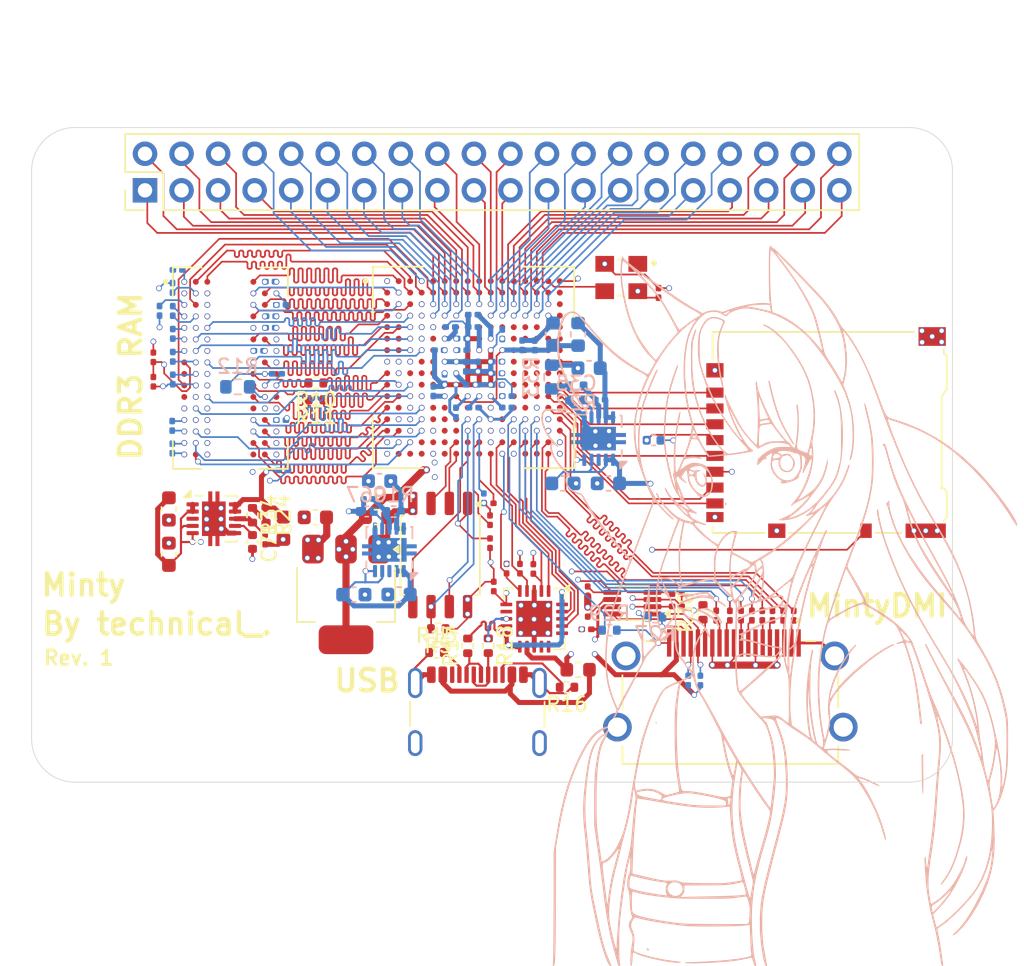
<source format=kicad_pcb>
(kicad_pcb (version 20241229) (generator "pcbnew") (generator_version "9.0")
  (layers (0 "F.Cu" signal) (4 "In1.Cu" signal) (6 "In2.Cu" signal) (8 "In3.Cu" signal) (10 "In4.Cu" signal) (2 "B.Cu" signal) (13 "F.Paste" user) (15 "B.Paste" user) (5 "F.SilkS" user "F.Silkscreen") (7 "B.SilkS" user "B.Silkscreen") (1 "F.Mask" user) (3 "B.Mask" user) (25 "Edge.Cuts" user))
  (net 0 "")
  (net 1 "GND")
  (net 2 "+3.3V")
  (net 3 "/PROGRAM")
  (net 4 "/Flash_CS")
  (net 5 "/Flash_MISO")
  (net 6 "/Flash_CLK")
  (net 7 "+1.1V")
  (net 8 "Net-(U1G-~{INIT})")
  (net 9 "/TMS")
  (net 10 "/OSC OUT")
  (net 12 "/Flash_MOSI")
  (net 13 "/TDI")
  (net 14 "/Filtered 2.5V")
  (net 15 "/TCK")
  (net 16 "/TDO")
  (net 17 "Net-(U1G-DONE)")
  (net 18 "+5V")
  (net 19 "+2.5V")
  (net 20 "/Flash_RESET")
  (net 21 "/Flash_WP")
  (net 25 "+1.5V")
  (net 29 "Net-(U6-VREFCA)")
  (net 31 "/CK+")
  (net 32 "/CK-")
  (net 33 "/CKE")
  (net 34 "/DQ12")
  (net 35 "/DQ14")
  (net 36 "/DQ13")
  (net 37 "/DQ15")
  (net 38 "/CAS")
  (net 39 "/UDQS+")
  (net 40 "/LDM")
  (net 41 "/A3")
  (net 42 "/BA2")
  (net 43 "/DQ10")
  (net 44 "/A5")
  (net 45 "/DQ11")
  (net 46 "/DQ4")
  (net 47 "/LDQS+")
  (net 48 "/A4")
  (net 49 "/RAS")
  (net 50 "/DQ2")
  (net 51 "/UDQS-")
  (net 52 "/ODT")
  (net 53 "/DQ7")
  (net 54 "/A0")
  (net 55 "/DQ3")
  (net 56 "/DQ0")
  (net 57 "/WE")
  (net 58 "/DQ6")
  (net 59 "/A10")
  (net 60 "/UDM")
  (net 61 "/CS")
  (net 62 "/A8")
  (net 63 "/A7")
  (net 64 "/LDQS-")
  (net 65 "/A2")
  (net 66 "/DQ5")
  (net 67 "/RESET")
  (net 68 "/A12")
  (net 69 "/DQ1")
  (net 70 "/BA0")
  (net 71 "/A11")
  (net 72 "/A1")
  (net 73 "/DQ9")
  (net 74 "/A13")
  (net 75 "/BA1")
  (net 76 "/A6")
  (net 77 "/A9")
  (net 78 "/DQ8")
  (net 79 "Net-(U1F-PL32A)")
  (net 80 "Net-(U1F-PL32C)")
  (net 81 "Net-(U6-ZQ)")
  (net 82 "Net-(J1-D--PadA7)")
  (net 83 "Net-(J1-D+-PadA6)")
  (net 84 "Net-(U8-3V3OUT)")
  (net 86 "Net-(F1-Pad1)")
  (net 88 "/USB_RX")
  (net 89 "/USB_RTS")
  (net 92 "/USB_DTR")
  (net 93 "/USB_TX")
  (net 94 "Net-(J1-CC1)")
  (net 97 "Net-(J1-CC2)")
  (net 98 "/SD_DAT1")
  (net 99 "/SD_DAT3")
  (net 100 "/SD_CLK")
  (net 101 "/SD_CMD")
  (net 102 "/SD_DAT0")
  (net 103 "/SD_DET")
  (net 104 "/SD_DAT2")
  (net 105 "Net-(U10-SS)")
  (net 106 "Net-(U9-SS)")
  (net 107 "Net-(U11-SS)")
  (net 108 "Net-(U9-FB)")
  (net 109 "Net-(U10-FB)")
  (net 110 "Net-(U11-FB)")
  (net 115 "/HDMI_D2+")
  (net 116 "/HDMI_D2-")
  (net 117 "/HDMI_D1+")
  (net 118 "/HDMI_D1-")
  (net 119 "/HDMI_D0+")
  (net 120 "/HDMI_D0-")
  (net 121 "/HDMI_CLK+")
  (net 122 "/HDMI_CLK-")
  (net 123 "/HDMI_SDA_5V")
  (net 124 "/HDMI_SCL_5V")
  (net 125 "/HDMI_SCL_3V3")
  (net 126 "/HDMI_SDA_3V3")
  (net 127 "/HDMI_UTIL")
  (net 128 "Net-(U3-OE)")
  (net 129 "/HDMI_HPD")
  (net 130 "/HDMI_CEC")
  (net 131 "Net-(J4-D2+)")
  (net 132 "Net-(J4-D2-)")
  (net 133 "Net-(J4-D1+)")
  (net 134 "Net-(J4-D1-)")
  (net 135 "Net-(J4-D0+)")
  (net 136 "Net-(J4-D0-)")
  (net 137 "Net-(J4-CK+)")
  (net 138 "Net-(J4-CK-)")
  (net 139 "Net-(J4-UTILITY{slash}HEAC+)")
  (net 140 "Net-(J4-HPD{slash}HEAC-)")
  (net 141 "Net-(J4-CEC)")
  (net 142 "/Header_37")
  (net 143 "/Header_28")
  (net 144 "/Header_19")
  (net 145 "/Header_27")
  (net 146 "/Header_24")
  (net 147 "/Header_30")
  (net 148 "/Header_10")
  (net 149 "/Header_25")
  (net 150 "/Header_21")
  (net 151 "/Header_38")
  (net 152 "/Header_32")
  (net 153 "/Header_12")
  (net 154 "/Header_8")
  (net 155 "/Header_4")
  (net 156 "/Header_11")
  (net 157 "/Header_39")
  (net 158 "/Header_34")
  (net 159 "/Header_36")
  (net 160 "/Header_35")
  (net 161 "/Header_3")
  (net 162 "/Header_2")
  (net 163 "/Header_1")
  (net 164 "/Header_22")
  (net 165 "/Header_5")
  (net 166 "/Header_29")
  (net 167 "/Header_33")
  (net 168 "/Header_23")
  (net 169 "/Header_15")
  (net 170 "/Header_26")
  (net 171 "/Header_20")
  (net 172 "/Header_40")
  (net 173 "/Header_17")
  (net 174 "/Header_14")
  (net 175 "/Header_6")
  (net 176 "/Header_31")
  (net 177 "/Header_13")
  (net 178 "/Header_16")
  (net 179 "/Header_7")
  (net 180 "/Header_9")
  (net 181 "/Header_18")
  (net 259 "Net-(R22-Pad1)")
  (net 260 "Net-(R24-Pad2)")
  (footprint "Capacitor_SMD:C_0201_0603Metric" (layer "F.Cu") (at 125.55 109.05 180)
    (property "Reference" "C82" (hide yes))
    (property "Value" "100n")
  )
  (footprint "Resistor_SMD:R_0402_1005Metric" (layer "F.Cu") (at 106.755 93.1 180)
    (property "Reference" "R11")
    (property "Value" "33")
  )
  (footprint "Resistor_SMD:R_0201_0603Metric" (layer "F.Cu") (at 131.84 106.6 180)
    (property "Reference" "R26" (hide yes))
    (property "Value" "4k7")
  )
  (footprint "Resistor_SMD:R_0402_1005Metric" (layer "F.Cu") (at 115.13 110.66)
    (property "Reference" "R15")
    (property "Value" "5k1")
  )
  (footprint "Package_SON:VSON-10-1EP_3x3mm_P0.5mm_EP1.65x2.4mm_ThermalVias" (layer "F.Cu") (at 99.655 101.365)
    (property "Reference" "U11" (hide yes))
    (property "Value" "TPS74801DRC")
  )
  (footprint "Resistor_SMD:R_0402_1005Metric" (layer "F.Cu") (at 117.3 110.2 90)
    (property "Reference" "R17")
    (property "Value" "33")
  )
  (footprint "Connector_PinHeader_2.54mm:PinHeader_2x20_P2.54mm_Vertical" (layer "F.Cu") (at 94.87 78.54 90)
    (property "Reference" "J3" (hide yes))
    (property "Value" "Conn_02x20_Counter_Clockwise")
  )
  (footprint "Resistor_SMD:R_0201_0603Metric" (layer "F.Cu") (at 120.93 104.835 90)
    (property "Reference" "R4" (hide yes))
    (property "Value" "4k7")
  )
  (footprint "MountingHole:MountingHole_2.7mm_M2.5" (layer "F.Cu") (at 148.025 77.15)
    (property "Reference" "H1" (hide yes))
    (property "Value" "MountingHole")
  )
  (footprint "Capacitor_SMD:C_0201_0603Metric" (layer "F.Cu") (at 137.77 108.09 90)
    (property "Reference" "C76" (hide yes))
    (property "Value" "22n")
  )
  (footprint "Resistor_SMD:R_0201_0603Metric" (layer "F.Cu") (at 118.85 103.065 90)
    (property "Reference" "R7" (hide yes))
    (property "Value" "4k7")
  )
  (footprint "ECS-3225MVQ-1000-CN-TR:OSC_ECS-3225MVQ-1000-CN-TR" (layer "F.Cu") (at 127.97 84.6 180)
    (property "Reference" "Y1" (hide yes))
    (property "Value" "ECS-3225MVQ-1000-CN-TR")
  )
  (footprint "Resistor_SMD:R_0402_1005Metric" (layer "F.Cu") (at 106.75 91.93 180)
    (property "Reference" "R10")
    (property "Value" "33")
  )
  (footprint "Resistor_SMD:R_0201_0603Metric" (layer "F.Cu") (at 125.64 106.405 90)
    (property "Reference" "R25" (hide yes))
    (property "Value" "4k7")
  )
  (footprint "Connector_Card:microSD_HC_Hirose_DM3AT-SF-PEJM5" (layer "F.Cu") (at 142.205 95.375 90)
    (property "Reference" "J2" (hide yes))
    (property "Value" "Micro_SD_Card_Det_Hirose_DM3AT")
  )
  (footprint "Capacitor_SMD:C_0603_1608Metric" (layer "F.Cu") (at 96.53 100.685 -90)
    (property "Reference" "C69" (hide yes))
    (property "Value" "1u")
  )
  (footprint "Resistor_SMD:R_0201_0603Metric" (layer "F.Cu") (at 95.45 91.845 90)
    (property "Reference" "R13" (hide yes))
    (property "Value" "4k7")
  )
  (footprint "Resistor_SMD:R_0402_1005Metric" (layer "F.Cu") (at 115.25 109.01 180)
    (property "Reference" "R5")
    (property "Value" "1k")
  )
  (footprint "Capacitor_SMD:C_0201_0603Metric" (layer "F.Cu") (at 130.56 85.66 90)
    (property "Reference" "C72" (hide yes))
    (property "Value" "100n")
  )
  (footprint "Capacitor_SMD:C_0201_0603Metric" (layer "F.Cu") (at 131.83 107.46 180)
    (property "Reference" "C81" (hide yes))
    (property "Value" "100n")
  )
  (footprint "Connector_USB:USB_C_Receptacle_GCT_USB4105-xx-A_16P_TopMnt_Horizontal" (layer "F.Cu") (at 117.97 115.885)
    (property "Reference" "J1" (hide yes))
    (property "Value" "USB_C_Receptacle_USB2.0_16P")
  )
  (footprint "Capacitor_SMD:C_0603_1608Metric" (layer "F.Cu") (at 104.49 102.025 -90)
    (property "Reference" "C70" (hide yes))
    (property "Value" "10u")
  )
  (footprint "Resistor_SMD:R_0201_0603Metric" (layer "F.Cu") (at 119.11 106.075 -90)
    (property "Reference" "R3" (hide yes))
    (property "Value" "4k7")
  )
  (footprint "Resistor_SMD:R_0201_0603Metric" (layer "F.Cu") (at 121.86 104.855 -90)
    (property "Reference" "R2" (hide yes))
    (property "Value" "4k7")
  )
  (footprint "Resistor_SMD:R_0402_1005Metric" (layer "F.Cu") (at 103.28 101.13 -90)
    (property "Reference" "R24")
    (property "Value" "2k")
  )
  (footprint "Capacitor_SMD:C_0201_0603Metric" (layer "F.Cu") (at 136.3 108.08 90)
    (property "Reference" "C78" (hide yes))
    (property "Value" "22n")
  )
  (footprint "Package_SO:SOIC-8_5.3x5.3mm_P1.27mm" (layer "F.Cu") (at 115.385 103.8875 -90)
    (property "Reference" "U5" (hide yes))
    (property "Value" "W25Q128JVS")
  )
  (footprint "Capacitor_SMD:C_0201_0603Metric" (layer "F.Cu") (at 139.22 108.09 90)
    (property "Reference" "C74" (hide yes))
    (property "Value" "22n")
  )
  (footprint "Capacitor_SMD:C_0201_0603Metric" (layer "F.Cu") (at 134.57 108.09 90)
    (property "Reference" "C80" (hide yes))
    (property "Value" "22n")
  )
  (footprint "Capacitor_SMD:C_0201_0603Metric" (layer "F.Cu") (at 138.48 108.09 90)
    (property "Reference" "C75" (hide yes))
    (property "Value" "22n")
  )
  (footprint "Capacitor_SMD:C_0603_1608Metric" (layer "F.Cu") (at 96.53 103.835 -90)
    (property "Reference" "C68" (hide yes))
    (property "Value" "1u")
  )
  (footprint "Resistor_SMD:R_0402_1005Metric" (layer "F.Cu") (at 118.73 110.19 -90)
    (property "Reference" "R18")
    (property "Value" "33")
  )
  (footprint "Capacitor_SMD:C_0201_0603Metric" (layer "F.Cu") (at 137.05 108.085 90)
    (property "Reference" "C77" (hide yes))
    (property "Value" "22n")
  )
  (footprint "Resistor_SMD:R_0201_0603Metric" (layer "F.Cu") (at 118.76 100.29)
    (property "Reference" "R9" (hide yes))
    (property "Value" "4k7")
  )
  (footprint "Resistor_SMD:R_0201_0603Metric" (layer "F.Cu") (at 120 104.835 -90)
    (property "Reference" "R1" (hide yes))
    (property "Value" "4k7")
  )
  (footprint "Fuse:Fuse_0603_1608Metric" (layer "F.Cu") (at 124.9725 111.86 180)
    (property "Reference" "F1" (hide yes))
    (property "Value" "Fuse")
  )
  (footprint "Resistor_SMD:R_0201_0603Metric" (layer "F.Cu") (at 95.45 90.145 90)
    (property "Reference" "R14" (hide yes))
    (property "Value" "4k7")
  )
  (footprint "Resistor_SMD:R_0201_0603Metric" (layer "F.Cu") (at 118.85 101.465 -90)
    (property "Reference" "R6" (hide yes))
    (property "Value" "4k7")
  )
  (footprint "LFE5U_45F_7BG256I:BGA256C80P16X16_1400X1400X170" (layer "F.Cu") (at 117.7 90.85)
    (property "Reference" "U1" (hide yes))
    (property "Value" "LFE5U-45F-7BG256I")
  )
  (footprint "Package_TO_SOT_SMD:SOT-223-3_TabPin2" (layer "F.Cu") (at 108.84 106.625 -90)
    (property "Reference" "U2" (hide yes))
    (property "Value" "AMS1117-3.3")
  )
  (footprint "MT41J128M16JT_125_K_TR:BGA96C80P6X16_800X1400X120" (layer "F.Cu") (at 100.8 90.9)
    (property "Reference" "U6" (hide yes))
    (property "Value" "MT41J128M16JT-125_KTR")
  )
  (footprint "Capacitor_SMD:C_0201_0603Metric" (layer "F.Cu") (at 135.52 108.09 90)
    (property "Reference" "C79" (hide yes))
    (property "Value" "22n")
  )
  (footprint "Capacitor_SMD:C_0603_1608Metric" (layer "F.Cu") (at 110.965 101.255)
    (property "Reference" "C34" (hide yes))
    (property "Value" "22u")
  )
  (footprint "MountingHole:MountingHole_2.7mm_M2.5" (layer "F.Cu") (at 89.95 116.73)
    (property "Reference" "H3" (hide yes))
    (property "Value" "MountingHole")
  )
  (footprint "Package_SO:VSSOP-8_2.3x2mm_P0.5mm" (layer "F.Cu") (at 128.74 107.23 180)
    (property "Reference" "U3" (hide yes))
    (property "Value" "TXS0102DCU")
  )
  (footprint "Resistor_SMD:R_0201_0603Metric" (layer "F.Cu") (at 125.64 107.84 -90)
    (property "Reference" "R28" (hide yes))
    (property "Value" "4k7")
  )
  (footprint "Capacitor_SMD:C_0402_1005Metric" (layer "F.Cu") (at 102.34 102.98 -90)
    (property "Reference" "C71")
    (property "Value" "1n")
  )
  (footprint "Capacitor_SMD:C_0603_1608Metric" (layer "F.Cu") (at 106.71 101.27 180)
    (property "Reference" "C33" (hide yes))
    (property "Value" "10u")
  )
  (footprint "Package_DFN_QFN:QFN-20-1EP_4x4mm_P0.5mm_EP2.5x2.5mm" (layer "F.Cu") (at 121.92 108.3225 -90)
    (property "Reference" "U8" (hide yes))
    (property "Value" "FT231XQ")
  )
  (footprint "Capacitor_SMD:C_0201_0603Metric" (layer "F.Cu") (at 139.96 108.09 90)
    (property "Reference" "C73" (hide yes))
    (property "Value" "22n")
  )
  (footprint "MountingHole:MountingHole_2.7mm_M2.5" (layer "F.Cu") (at 148.03 116.725)
    (property "Reference" "H4" (hide yes))
    (property "Value" "MountingHole")
  )
  (footprint "Resistor_SMD:R_0402_1005Metric" (layer "F.Cu") (at 102.34 101.12 -90)
    (property "Reference" "R34")
    (property "Value" "2k")
  )
  (footprint "Resistor_SMD:R_0402_1005Metric" (layer "F.Cu") (at 133.65 107.87 90)
    (property "Reference" "R30")
    (property "Value" "470")
  )
  (footprint "Resistor_SMD:R_0201_0603Metric" (layer "F.Cu") (at 103.22 102.815 -90)
    (property "Reference" "R23" (hide yes))
    (property "Value" "4k7")
  )
  (footprint "Resistor_SMD:R_0402_1005Metric" (layer "F.Cu") (at 124.2 113.08 180)
    (property "Reference" "R16")
    (property "Value" "5k1")
  )
  (footprint "MountingHole:MountingHole_2.7mm_M2.5" (layer "F.Cu") (at 89.94 77.13)
    (property "Reference" "H2" (hide yes))
    (property "Value" "MountingHole")
  )
  (footprint "10029449-111RLF (HDMI):AMPHENOL_10029449-111RLF" (layer "F.Cu") (at 135.55 115.85)
    (property "Reference" "J4" (hide yes))
    (property "Value" "HDMI_C_1.4")
  )
  (footprint "Capacitor_SMD:C_0201_0603Metric" (layer "B.Cu") (at 117.73 93.64)
    (property "Reference" "C4" (hide yes))
    (property "Value" "100n")
  )
  (footprint "Capacitor_SMD:C_0201_0603Metric" (layer "B.Cu") (at 115.69 91.67 -90)
    (property "Reference" "C29" (hide yes))
    (property "Value" "100n")
  )
  (footprint "Resistor_SMD:R_0402_1005Metric" (layer "B.Cu") (at 130.33 108.2)
    (property "Reference" "R27")
    (property "Value" "10k")
  )
  (footprint "Capacitor_SMD:C_0201_0603Metric" (layer "B.Cu") (at 121.95 89.31 90)
    (property "Reference" "C11" (hide yes))
    (property "Value" "100n")
  )
  (footprint "Capacitor_SMD:C_0201_0603Metric" (layer "B.Cu") (at 96.8 88.505 90)
    (property "Reference" "C60" (hide yes))
    (property "Value" "100n")
  )
  (footprint "Package_SON:VSON-10-1EP_3x3mm_P0.5mm_EP1.65x2.4mm_ThermalVias" (layer "B.Cu") (at 111.855 103.53 90)
    (property "Reference" "U9" (hide yes))
    (property "Value" "TPS74801DRC")
  )
  (footprint "Capacitor_SMD:C_0201_0603Metric" (layer "B.Cu") (at 120.04 92.84)
    (property "Reference" "C24" (hide yes))
    (property "Value" "100n")
  )
  (footprint "Resistor_SMD:R_0603_1608Metric" (layer "B.Cu") (at 101.315 92.2 180)
    (property "Reference" "R12")
    (property "Value" "240")
  )
  (footprint "Capacitor_SMD:C_0201_0603Metric" (layer "B.Cu") (at 104.03 91.29 180)
    (property "Reference" "C48" (hide yes))
    (property "Value" "100n")
  )
  (footprint "Resistor_SMD:R_0402_1005Metric" (layer "B.Cu") (at 124.84 92.14)
    (property "Reference" "R22")
    (property "Value" "2k")
  )
  (footprint "Capacitor_SMD:C_0603_1608Metric" (layer "B.Cu") (at 112.525 106.63 180)
    (property "Reference" "C40" (hide yes))
    (property "Value" "1u")
  )
  (footprint "Resistor_SMD:R_0603_1608Metric" (layer "B.Cu") (at 123.14 91.52 -90)
    (property "Reference" "R33")
    (property "Value" "240")
  )
  (footprint "Capacitor_SMD:C_0201_0603Metric" (layer "B.Cu") (at 96.8 91.68 90)
    (property "Reference" "C62" (hide yes))
    (property "Value" "100n")
  )
  (footprint "Resistor_SMD:R_0201_0603Metric" (layer "B.Cu") (at 132.62 112.6 90)
    (property "Reference" "R32" (hide yes))
    (property "Value" "4k7")
  )
  (footprint "Capacitor_SMD:C_0201_0603Metric" (layer "B.Cu") (at 104.34 86.5)
    (property "Reference" "C57" (hide yes))
    (property "Value" "100n")
  )
  (footprint "Resistor_SMD:R_0402_1005Metric" (layer "B.Cu") (at 127.15 109.11 180)
    (property "Reference" "R29")
    (property "Value" "470")
  )
  (footprint "Capacitor_SMD:C_0201_0603Metric" (layer "B.Cu") (at 116.095 88.04 180)
    (property "Reference" "C30" (hide yes))
    (property "Value" "100n")
  )
  (footprint "Capacitor_SMD:C_0201_0603Metric" (layer "B.Cu") (at 117.66 87.18 180)
    (property "Reference" "C18" (hide yes))
    (property "Value" "100n")
  )
  (footprint "Capacitor_SMD:C_0201_0603Metric" (layer "B.Cu") (at 119.32 92.07 180)
    (property "Reference" "C23" (hide yes))
    (property "Value" "100n")
  )
  (footprint "Capacitor_SMD:C_0402_1005Metric" (layer "B.Cu") (at 130.22 95.91 180)
    (property "Reference" "C65" (hide yes))
    (property "Value" "10u")
  )
  (footprint "Capacitor_SMD:C_0603_1608Metric" (layer "B.Cu") (at 123.23 88.54 90)
    (property "Reference" "C10" (hide yes))
    (property "Value" "10u")
  )
  (footprint "Package_SON:VSON-10-1EP_3x3mm_P0.5mm_EP1.65x2.4mm_ThermalVias" (layer "B.Cu") (at 126.4 95.795 90)
    (property "Reference" "U10" (hide yes))
    (property "Value" "TPS74801DRC")
  )
  (footprint "Inductor_SMD:L_0603_1608Metric" (layer "B.Cu") (at 124.97 88.5475 -90)
    (property "Reference" "FB1" (hide yes))
    (property "Value" "120 | 100MHz")
  )
  (footprint "LOGO" (layer "B.Cu") (at 137.50062 107.42423 180)
    (property "Reference" "G***" (hide yes))
    (property "Value" "LOGO" (hide yes))
  )
  (footprint "Capacitor_SMD:C_0201_0603Metric" (layer "B.Cu") (at 119.33 91.26 180)
    (property "Reference" "C20" (hide yes))
    (property "Value" "100n")
  )
  (footprint "Capacitor_SMD:C_0603_1608Metric" (layer "B.Cu") (at 127.075 98.91 180)
    (property "Reference" "C36" (hide yes))
    (property "Value" "1u")
  )
  (footprint "Capacitor_SMD:C_0201_0603Metric" (layer "B.Cu") (at 103.58 84.89)
    (property "Reference" "C55" (hide yes))
    (property "Value" "100n")
  )
  (footprint "Capacitor_SMD:C_0201_0603Metric" (layer "B.Cu") (at 96.78 85.31 90)
    (property "Reference" "C46" (hide yes))
    (property "Value" "100n")
  )
  (footprint "Capacitor_SMD:C_0201_0603Metric" (layer "B.Cu") (at 103.58 88.09 180)
    (property "Reference" "C56" (hide yes))
    (property "Value" "100n")
  )
  (footprint "Capacitor_SMD:C_0201_0603Metric" (layer "B.Cu") (at 117.66 88.04 180)
    (property "Reference" "C9" (hide yes))
    (property "Value" "100n")
  )
  (footprint "Capacitor_SMD:C_0201_0603Metric" (layer "B.Cu") (at 116.895 88.84)
    (property "Reference" "C17" (hide yes))
    (property "Value" "100n")
  )
  (footprint "Capacitor_SMD:C_0201_0603Metric" (layer "B.Cu") (at 102.78 89.69)
    (property "Reference" "C49" (hide yes))
    (property "Value" "100n")
  )
  (footprint "Capacitor_SMD:C_0201_0603Metric" (layer "B.Cu") (at 119.33 90.45 180)
    (property "Reference" "C21" (hide yes))
    (property "Value" "100n")
  )
  (footprint "Capacitor_SMD:C_0201_0603Metric" (layer "B.Cu") (at 116.48 93.99 -90)
    (property "Reference" "C5" (hide yes))
    (property "Value" "100n")
  )
  (footprint "Resistor_SMD:R_0201_0603Metric" (layer "B.Cu") (at 110.395 99.99 180)
    (property "Reference" "R20" (hide yes))
    (property "Value" "4k7")
  )
  (footprint "Capacitor_SMD:C_0201_0603Metric" (layer "B.Cu") (at 117.53 92.05)
    (property "Reference" "C26" (hide yes))
    (property "Value" "100n")
  )
  (footprint "Capacitor_SMD:C_0201_0603Metric" (layer "B.Cu") (at 119.7 88.54 90)
    (property "Reference" "C32" (hide yes))
    (property "Value" "100n")
  )
  (footprint "Capacitor_SMD:C_0201_0603Metric" (layer "B.Cu") (at 97.13 84.07 180)
    (property "Reference" "C47" (hide yes))
    (property "Value" "100n")
  )
  (footprint "Capacitor_SMD:C_0402_1005Metric" (layer "B.Cu") (at 110.28 100.86 180)
    (property "Reference" "C67")
    (property "Value" "1n")
  )
  (footprint "Resistor_SMD:R_0201_0603Metric" (layer "B.Cu") (at 133.47 112.605 90)
    (property "Reference" "R31" (hide yes))
    (property "Value" "4k7")
  )
  (footprint "Capacitor_SMD:C_0201_0603Metric" (layer "B.Cu") (at 104.34 94.51)
    (property "Reference" "C42" (hide yes))
    (property "Value" "100n")
  )
  (footprint "Capacitor_SMD:C_0201_0603Metric" (layer "B.Cu") (at 121.08 89.3 90)
    (property "Reference" "C12" (hide yes))
    (property "Value" "100n")
  )
  (footprint "Capacitor_SMD:C_0201_0603Metric" (layer "B.Cu") (at 116.9 89.65)
    (property "Reference" "C7" (hide yes))
    (property "Value" "100n")
  )
  (footprint "Capacitor_SMD:C_0201_0603Metric" (layer "B.Cu") (at 96.77 96.49 -90)
    (property "Reference" "C64" (hide yes))
    (property "Value" "100n")
  )
  (footprint "Capacitor_SMD:C_0201_0603Metric" (layer "B.Cu") (at 96.8 86.915 90)
    (property "Reference" "C59" (hide yes))
    (property "Value" "100n")
  )
  (footprint "Capacitor_SMD:C_0201_0603Metric" (layer "B.Cu") (at 95.88 86.92 -90)
    (property "Reference" "C45" (hide yes))
    (property "Value" "100n")
  )
  (footprint "Capacitor_SMD:C_0201_0603Metric" (layer "B.Cu") (at 115.32 89.65 180)
    (property "Reference" "C8" (hide yes))
    (property "Value" "100n")
  )
  (footprint "Capacitor_SMD:C_0402_1005Metric" (layer "B.Cu") (at 124.83 93.11 180)
    (property "Reference" "C35")
    (property "Value" "1n")
  )
  (footprint "Capacitor_SMD:C_0201_0603Metric" (layer "B.Cu") (at 96.76 94.915 -90)
    (property "Reference" "C63" (hide yes))
    (property "Value" "100n")
  )
  (footprint "Capacitor_SMD:C_0603_1608Metric" (layer "B.Cu") (at 123.915 98.91 180)
    (property "Reference" "C37" (hide yes))
    (property "Value" "1u")
  )
  (footprint "Capacitor_SMD:C_0201_0603Metric" (layer "B.Cu") (at 120.04 93.63)
    (property "Reference" "C6" (hide yes))
    (property "Value" "100n")
  )
  (footprint "Capacitor_SMD:C_0603_1608Metric" (layer "B.Cu") (at 125.735 90.9 180)
    (property "Reference" "C38" (hide yes))
    (property "Value" "10u")
  )
  (footprint "Capacitor_SMD:C_0603_1608Metric" (layer "B.Cu") (at 109.385 106.64 180)
    (property "Reference" "C39" (hide yes))
    (property "Value" "1u")
  )
  (footprint "Resistor_SMD:R_0201_0603Metric" (layer "B.Cu") (at 126.505 93.09)
    (property "Reference" "R21" (hide yes))
    (property "Value" "4k7")
  )
  (footprint "Capacitor_SMD:C_0201_0603Metric" (layer "B.Cu") (at 118.02 90.8 -90)
    (property "Reference" "C14" (hide yes))
    (property "Value" "100n")
  )
  (footprint "Capacitor_SMD:C_0603_1608Metric" (layer "B.Cu") (at 111.175 98.75 180)
    (property "Reference" "C66" (hide yes))
    (property "Value" "10u")
  )
  (footprint "Capacitor_SMD:C_0201_0603Metric" (layer "B.Cu") (at 103.61 87.29 180)
    (property "Reference" "C58" (hide yes))
    (property "Value" "100n")
  )
  (footprint "Capacitor_SMD:C_0201_0603Metric" (layer "B.Cu") (at 114.91 92.495 90)
    (property "Reference" "C15" (hide yes))
    (property "Value" "100n")
  )
  (footprint "Capacitor_SMD:C_0201_0603Metric" (layer "B.Cu") (at 117.17 90.8 -90)
    (property "Reference" "C27" (hide yes))
    (property "Value" "100n")
  )
  (footprint "Capacitor_SMD:C_0201_0603Metric" (layer "B.Cu") (at 96.8 90.1 90)
    (property "Reference" "C61" (hide yes))
    (property "Value" "100n")
  )
  (footprint "Resistor_SMD:R_0201_0603Metric" (layer "B.Cu") (at 118.42 99.94 90)
    (property "Reference" "R8" (hide yes))
    (property "Value" "4k7")
  )
  (footprint "Capacitor_SMD:C_0201_0603Metric" (layer "B.Cu") (at 104.48 98)
    (property "Reference" "C53" (hide yes))
    (property "Value" "100n")
  )
  (footprint "Resistor_SMD:R_0402_1005Metric" (layer "B.Cu") (at 112.15 100.87 180)
    (property "Reference" "R19")
    (property "Value" "2k")
  )
  (gr_arc (start 147.99 74.175) (mid 150.11132 75.05368) (end 150.99 77.175) (stroke (width 0.05)) (layer "Edge.Cuts"))
  (gr_arc (start 89.99 119.675) (mid 87.86868 118.79632) (end 86.99 116.675) (stroke (width 0.05)) (layer "Edge.Cuts"))
  (gr_line (start 89.99 74.175) (end 147.99 74.175) (stroke (width 0.05)) (layer "Edge.Cuts"))
  (gr_line (start 86.99 116.675) (end 86.99 77.175) (stroke (width 0.05)) (layer "Edge.Cuts"))
  (gr_line (start 147.99 119.675) (end 89.99 119.675) (stroke (width 0.05)) (layer "Edge.Cuts"))
  (gr_line (start 150.99 77.175) (end 150.99 116.675) (stroke (width 0.05)) (layer "Edge.Cuts"))
  (gr_arc (start 150.99 116.675) (mid 150.11132 118.79632) (end 147.99 119.675) (stroke (width 0.05)) (layer "Edge.Cuts"))
  (gr_arc (start 86.99 77.175) (mid 87.86868 75.05368) (end 89.99 74.175) (stroke (width 0.05)) (layer "Edge.Cuts"))
  (gr_text "Minty" (at 87.5 106.85 0) (layer "F.SilkS") (effects (font (size 1.5 1.5) (thickness 0.3) (bold yes)) (justify left bottom)))
  (gr_text "MintyDMI" (at 140.7 108.3 0) (layer "F.SilkS") (effects (font (size 1.5 1.5) (thickness 0.3) (bold yes)) (justify left bottom)))
  (gr_text "DDR3 RAM" (at 94.75 97.45 90) (layer "F.SilkS") (effects (font (size 1.5 1.5) (thickness 0.3) (bold yes)) (justify left bottom)))
  (gr_text "USB" (at 107.85 113.5 0) (layer "F.SilkS") (effects (font (size 1.5 1.5) (thickness 0.3) (bold yes)) (justify left bottom)))
  (gr_text "Rev. 1" (at 87.725 111.625 0) (layer "F.SilkS") (effects (font (size 1 1) (thickness 0.2) (bold yes)) (justify left bottom)))
  (gr_text "By technical_." (at 87.55 109.55 0) (layer "F.SilkS") (effects (font (size 1.5 1.5) (thickness 0.3) (bold yes)) (justify left bottom)))
  (segment (start 141.9 110) (end 142.8 110.9) (width 0.2) (layer "F.Cu") (net 1))
  (segment (start 131.485 107.48) (end 131.505 107.46) (width 0.1143) (layer "F.Cu") (net 1))
  (segment (start 114.77 112.205) (end 114.225 112.205) (width 0.35) (layer "F.Cu") (net 1))
  (segment (start 124.51 90.45) (end 124.96 90.9) (width 0.1184) (layer "F.Cu") (net 1))
  (segment (start 104.47 102.8) (end 104.125 103.145) (width 0.35) (layer "F.Cu") (net 1))
  (segment (start 118.9 89.65) (end 118.9 91.26) (width 0.35) (layer "F.Cu") (net 1))
  (segment (start 134.31 111.54) (end 134.3 111.53) (width 0.5) (layer "F.Cu") (net 1))
  (segment (start 112.185 100.81) (end 111.74 101.255) (width 0.35) (layer "F.Cu") (net 1))
  (segment (start 123.7 90.45) (end 124.51 90.45) (width 0.1184) (layer "F.Cu") (net 1))
  (segment (start 118.9 91.26) (end 118.9 92.05) (width 0.35) (layer "F.Cu") (net 1))
  (segment (start 121.92 106.385) (end 121.92 108.3225) (width 0.35) (layer "F.Cu") (net 1))
  (segment (start 101.13 102.365) (end 100.655 102.365) (width 0.35) (layer "F.Cu") (net 1))
  (segment (start 116.48 92.05) (end 115.7 92.05) (width 0.35) (layer "F.Cu") (net 1))
  (segment (start 102.34 104.15) (end 102.33 104.16) (width 0.2) (layer "F.Cu") (net 1))
  (segment (start 102.34 103.46) (end 102.34 104.15) (width 0.2) (layer "F.Cu") (net 1))
  (segment (start 100.655 102.365) (end 99.655 101.365) (width 0.35) (layer "F.Cu") (net 1))
  (segment (start 118.88 90.45) (end 118.9 90.45) (width 0.35) (layer "F.Cu") (net 1))
  (segment (start 135.8 111.09) (end 135.35 111.54) (width 0.1143) (layer "F.Cu") (net 1))
  (segment (start 138.8 110) (end 138.8 111.54) (width 0.1143) (layer "F.Cu") (net 1))
  (segment (start 134.48 98.1) (end 135.66 98.1) (width 0.1143) (layer "F.Cu") (net 1))
  (segment (start 111.74 101.255) (end 111.74 102.875) (width 0.35) (layer "F.Cu") (net 1))
  (segment (start 138.8 111.54) (end 134.31 111.54) (width 0.5) (layer "F.Cu") (net 1))
  (segment (start 117.3 92.05) (end 117.3 88.85) (width 0.35) (layer "F.Cu") (net 1))
  (segment (start 122.9948 113.4848) (end 122.29 112.78) (width 0.1476) (layer "F.Cu") (net 1))
  (segment (start 129.6152 84.3902) (end 127.5602 84.3902) (width 0.1184) (layer "F.Cu") (net 1))
  (segment (start 117.3 91.25) (end 118.9 91.25) (width 0.35) (layer "F.Cu") (net 1))
  (segment (start 121.715 112.205) (end 122.29 112.78) (width 0.35) (layer "F.Cu") (net 1))
  (segment (start 123.7 84.85) (end 124.78 84.85) (width 0.1184) (layer "F.Cu") (net 1))
  (segment (start 121.92 108.35) (end 121.92 108.3225) (width 0.35) (layer "F.Cu") (net 1))
  (segment (start 140.3 110) (end 141.9 110) (width 0.2) (layer "F.Cu") (net 1))
  (segment (start 137.3 110) (end 137.3 111.54) (width 0.1143) (layer "F.Cu") (net 1))
  (segment (start 135.8 110) (end 135.8 111.09) (width 0.1143) (layer "F.Cu") (net 1))
  (segment (start 113.48 100.81) (end 112.185 100.81) (width 0.35) (layer "F.Cu") (net 1))
  (segment (start 120.93 103.74) (end 120.94 103.73) (width 0.1184) (layer "F.Cu") (net 1))
  (segment (start 113.65 111.72) (end 113.65 112.78) (width 0.1476) (layer "F.Cu") (net 1))
  (segment (start 130.14 107.48) (end 128.75 107.48) (width 0.1143) (layer "F.Cu") (net 1))
  (segment (start 114.79 110.58) (end 113.65 111.72) (width 0.1476) (layer "F.Cu") (net 1))
  (segment (start 124.53 113.08) (end 124.1252 113.4848) (width 0.1476) (layer "F.Cu") (net 1))
  (segment (start 117.3 90.45) (end 118.88 90.45) (width 0.35) (layer "F.Cu") (net 1))
  (segment (start 130.56 85.335) (end 131.295 85.335) (width 0.1184) (layer "F.Cu") (net 1))
  (segment (start 124.1252 113.4848) (end 122.9948 113.4848) (width 0.1476) (layer "F.Cu") (net 1))
  (segment (start 130.56 85.335) (end 129.6152 84.3902) (width 0.1184) (layer "F.Cu") (net 1))
  (segment (start 130.14 107.48) (end 131.485 107.48) (width 0.1143) (layer "F.Cu") (net 1))
  (segment (start 121.17 112.205) (end 121.715 112.205) (width 0.35) (layer "F.Cu") (net 1))
  (segment (start 95.45 89.815) (end 95.45 89.05) (width 0.1184) (layer "F.Cu") (net 1))
  (segment (start 134.3 110) (end 134.3 111.53) (width 0.1143) (layer "F.Cu") (net 1))
  (segment (start 131.295 85.335) (end 131.3 85.34) (width 0.1184) (layer "F.Cu") (net 1))
  (segment (start 111.74 102.875) (end 111.14 103.475) (width 0.35) (layer "F.Cu") (net 1))
  (segment (start 121.92 110.26) (end 121.92 108.35) (width 0.35) (layer "F.Cu") (net 1))
  (segment (start 118.1 91.22) (end 118.1 92.05) (width 0.35) (layer "F.Cu") (net 1))
  (segment (start 104.125 103.145) (end 103.22 103.145) (width 0.35) (layer "F.Cu") (net 1))
  (segment (start 117.84 92.05) (end 116.48 92.05) (width 0.35) (layer "F.Cu") (net 1))
  (segment (start 118.1 90.45) (end 118.1 91.22) (width 0.35) (layer "F.Cu") (net 1))
  (segment (start 120.93 104.505) (end 120.93 103.74) (width 0.1184) (layer "F.Cu") (net 1))
  (segment (start 124.78 84.85) (end 124.96 84.67) (width 0.1184) (layer "F.Cu") (net 1))
  (segment (start 117.3 88.85) (end 118.1 88.85) (width 0.35) (layer "F.Cu") (net 1))
  (segment (start 118.9 92.05) (end 117.84 92.05) (width 0.35) (layer "F.Cu") (net 1))
  (segment (start 127.5602 84.3902) (end 126.82 83.65) (width 0.1184) (layer "F.Cu") (net 1))
  (segment (start 114.225 112.205) (end 113.65 112.78) (width 0.35) (layer "F.Cu") (net 1))
  (via (at 148.88 89.1) (size 0.4) (drill 0.3) (layers "F.Cu" "B.Cu") (net 1))
  (via (at 104.73 94.37) (size 0.4) (drill 0.3) (layers "F.Cu" "B.Cu") (net 1))
  (via (at 122.9 94.45) (size 0.4) (drill 0.3) (layers "F.Cu" "B.Cu") (net 1))
  (via (at 97.6 87.3) (size 0.4) (drill 0.3) (layers "F.Cu" "B.Cu") (net 1))
  (via (at 111.81 103) (size 0.4) (drill 0.3) (layers "F.Cu" "B.Cu") (net 1))
  (via (at 104 93.7) (size 0.4) (drill 0.3) (layers "F.Cu" "B.Cu") (net 1))
  (via (at 121.93 107.37) (size 0.4) (drill 0.3) (layers "F.Cu" "B.Cu") (net 1))
  (via (at 102.33 104.16) (size 0.4) (drill 0.3) (layers "F.Cu" "B.Cu") (net 1))
  (via (at 123.7 96.85) (size 0.4) (drill 0.3) (layers "F.Cu" "B.Cu") (net 1))
  (via (at 121.91 109.3) (size 0.4) (drill 0.3) (layers "F.Cu" "B.Cu") (net 1))
  (via (at 128.75 107.48) (size 0.4) (drill 0.3) (layers "F.Cu" "B.Cu") (net 1))
  (via (at 149.13 102.2) (size 0.4) (drill 0.3) (layers "F.Cu" "B.Cu") (net 1))
  (via (at 118.9 89.65) (size 0.4) (drill 0.3) (layers "F.Cu" "B.Cu") (net 1))
  (via (at 105.95 101.225) (size 0.4) (drill 0.3) (layers "F.Cu" "B.Cu") (net 1))
  (via (at 96.53 101.46) (size 0.4) (drill 0.3) (layers "F.Cu" "B.Cu") (net 1))
  (via (at 122.9 87.25) (size 0.4) (drill 0.3) (layers "F.Cu" "B.Cu") (net 1))
  (via (at 103.55 98.72) (size 0.4) (drill 0.3) (layers "F.Cu" "B.Cu") (net 1))
  (via (at 135.66 98.1) (size 0.4) (drill 0.3) (layers "F.Cu" "B.Cu") (net 1))
  (via (at 97.6 95.3) (size 0.4) (drill 0.3) (layers "F.Cu" "B.Cu") (net 1))
  (via (at 122.87 109.31) (size 0.4) (drill 0.3) (layers "F.Cu" "B.Cu") (net 1))
  (via (at 148.31 102.2) (size 0.4) (drill 0.3) (layers "F.Cu" "B.Cu") (net 1))
  (via (at 100.15 100.63) (size 0.4) (drill 0.3) (layers "F.Cu" "B.Cu") (net 1))
  (via (at 99.15 101.4) (size 0.4) (drill 0.3) (layers "F.Cu" "B.Cu") (net 1))
  (via (at 103.2 87.3) (size 0.4) (drill 0.3) (layers "F.Cu" "B.Cu") (net 1))
  (via (at 112.53 103) (size 0.4) (drill 0.3) (layers "F.Cu" "B.Cu") (net 1))
  (via (at 104 96.9) (size 0.4) (drill 0.3) (layers "F.Cu" "B.Cu") (net 1))
  (via (at 134.48 91.05) (size 0.4) (drill 0.3) (layers "F.Cu" "B.Cu") (net 1))
  (via (at 118.88 90.45) (size 0.4) (drill 0.3) (layers "F.Cu" "B.Cu") (net 1))
  (via (at 98.4 88.1) (size 0.4) (drill 0.3) (layers "F.Cu" "B.Cu") (net 1))
  (via (at 126.3 98.91) (size 0.4) (drill 0.3) (layers "F.Cu" "B.Cu") (net 1))
  (via (at 95.84 85.35) (size 0.4) (drill 0.3) (layers "F.Cu" "B.Cu") (net 1))
  (via (at 137.3 111.54) (size 0.4) (drill 0.3) (layers "F.Cu" "B.Cu") (net 1))
  (via (at 104 84.9) (size 0.4) (drill 0.3) (layers "F.Cu" "B.Cu") (net 1))
  (via (at 111.7 84.85) (size 0.4) (drill 0.3) (layers "F.Cu" "B.Cu") (net 1))
  (via (at 120.98 109.31) (size 0.4) (drill 0.3) (layers "F.Cu" "B.Cu") (net 1))
  (via (at 149.58 88.7) (size 0.4) (drill 0.3) (layers "F.Cu" "B.Cu") (net 1))
  (via (at 134.48 101.25) (size 0.4) (drill 0.3) (layers "F.Cu" "B.Cu") (net 1))
  (via (at 111.7 96.85) (size 0.4) (drill 0.3) (layers "F.Cu" "B.Cu") (net 1))
  (via (at 149.93 102.2) (size 0.4) (drill 0.3) (layers "F.Cu" "B.Cu") (net 1))
  (via (at 97.6 85.7) (size 0.4) (drill 0.3) (layers "F.Cu" "B.Cu") (net 1))
  (via (at 97.6 89.7) (size 0.4) (drill 0.3) (layers "F.Cu" "B.Cu") (net 1))
  (via (at 97.6 88.1) (size 0.4) (drill 0.3) (layers "F.Cu" "B.Cu") (net 1))
  (via (at 115.7 92.05) (size 0.4) (drill 0.3) (layers "F.Cu" "B.Cu") (net 1))
  (via (at 99.15 100.64) (size 0.4) (drill 0.3) (layers "F.Cu" "B.Cu") (net 1))
  (via (at 127.13 96.27) (size 0.4) (drill 0.3) (layers "F.Cu" "B.Cu") (net 1))
  (via (at 96.53 103.06) (size 0.4) (drill 0.3) (layers "F.Cu" "B.Cu") (net 1))
  (via (at 100.15 101.39) (size 0.4) (drill 0.3) (layers "F.Cu" "B.Cu") (net 1))
  (via (at 113.48 99.79) (size 0.4) (drill 0.3) (layers "F.Cu" "B.Cu") (net 1))
  (via (at 131.58 95.92) (size 0.4) (drill 0.3) (layers "F.Cu" "B.Cu") (net 1))
  (via (at 120.98 108.36) (size 0.4) (drill 0.3) (layers "F.Cu" "B.Cu") (net 1))
  (via (at 131.3 85.34) (size 0.4) (drill 0.3) (layers "F.Cu" "B.Cu") (net 1))
  (via (at 135.35 111.54) (size 0.4) (drill 0.3) (layers "F.Cu" "B.Cu") (net 1))
  (via (at 118.9 95.25) (size 0.4) (drill 0.3) (layers "F.Cu" "B.Cu") (net 1))
  (via (at 104 95.3) (size 0.4) (drill 0.3) (layers "F.Cu" "B.Cu") (net 1))
  (via (at 120.5 96.85) (size 0.4) (drill 0.3) (layers "F.Cu" "B.Cu") (net 1))
  (via (at 124.83 98.91) (size 0.4) (drill 0.3) (layers "F.Cu" "B.Cu") (net 1))
  (via (at 103.2 88.1) (size 0.4) (drill 0.3) (layers "F.Cu" "B.Cu") (net 1))
  (via (at 99.17 102.07) (size 0.4) (drill 0.3) (layers "F.Cu" "B.Cu") (net 1))
  (via (at 104.47 102.8) (size 0.4) (drill 0.3) (layers "F.Cu" "B.Cu") (net 1))
  (via (at 95.88 88.06) (size 0.4) (drill 0.3) (layers "F.Cu" "B.Cu") (net 1))
  (via (at 110.4 98.75) (size 0.4) (drill 0.3) (layers "F.Cu" "B.Cu") (net 1))
  (via (at 104 88.9) (size 0.4) (drill 0.3) (layers "F.Cu" "B.Cu") (net 1))
  (via (at 103.2 91.3) (size 0.4) (drill 0.3) (layers "F.Cu" "B.Cu") (net 1))
  (via (at 113.48 100.81) (size 0.4) (drill 0.3) (layers "F.Cu" "B.Cu") (net 1))
  (via (at 97.6 93.7) (size 0.4) (drill 0.3) (layers "F.Cu" "B.Cu") (net 1))
  (via (at 126.18 96.29) (size 0.4) (drill 0.3) (layers "F.Cu" "B.Cu") (net 1))
  (via (at 112.5 94.45) (size 0.4) (drill 0.3) (layers "F.Cu" "B.Cu") (net 1))
  (via (at 110.16 106.64) (size 0.4) (drill 0.3) (layers "F.Cu" "B.Cu") (net 1))
  (via (at 138.8 111.54) (size 0.4) (drill 0.3) (layers "F.Cu" "B.Cu") (net 1))
  (via (at 97.6 96.9) (size 0.4) (drill 0.3) (layers "F.Cu" "B.Cu") (net 1))
  (via (at 118.9 94.45) (size 0.4) (drill 0.3) (layers "F.Cu" "B.Cu") (net 1))
  (via (at 118.9 96.05) (size 0.4) (drill 0.3) (layers "F.Cu" "B.Cu") (net 1))
  (via (at 126.82 83.65) (size 0.4) (drill 0.3) (layers "F.Cu" "B.Cu") (net 1))
  (via (at 116.48 92.05) (size 0.4) (drill 0.3) (layers "F.Cu" "B.Cu") (net 1))
  (via (at 150.24 89.08) (size 0.4) (drill 0.3) (layers "F.Cu" "B.Cu") (net 1))
  (via (at 104 85.7) (size 0.4) (drill 0.3) (layers "F.Cu" "B.Cu") (net 1))
  (via (at 111.82 104) (size 0.4) (drill 0.3) (layers "F.Cu" "B.Cu") (net 1))
  (via (at 104 89.7) (size 0.4) (drill 0.3) (layers "F.Cu" "B.Cu") (net 1))
  (via (at 109.03 100.85) (size 0.4) (drill 0.3) (layers "F.Cu" "B.Cu") (net 1))
  (via (at 118.9 92.05) (size 0.4) (drill 0.3) (layers "F.Cu" "B.Cu") (net 1))
  (via (at 127.12 95.27) (size 0.4) (drill 0.3) (layers "F.Cu" "B.Cu") (net 1))
  (via (at 126.17 95.29) (size 0.4) (drill 0.3) (layers "F.Cu" "B.Cu") (net 1))
  (via (at 111.7 90.45) (size 0.4) (drill 0.3) (layers "F.Cu" "B.Cu") (net 1))
  (via (at 118.9 91.26) (size 0.4) (drill 0.3) (layers "F.Cu" "B.Cu") (net 1))
  (via (at 148.87 88.3) (size 0.4) (drill 0.3) (layers "F.Cu" "B.Cu") (net 1))
  (via (at 112.5 87.25) (size 0.4) (drill 0.3) (layers "F.Cu" "B.Cu") (net 1))
  (via (at 111.1 103.02) (size 0.4) (drill 0.3) (layers "F.Cu" "B.Cu") (net 1))
  (via (at 118.01 91.13) (size 0.4) (drill 0.3) (layers "F.Cu" "B.Cu") (net 1))
  (via (at 134.3 111.53) (size 0.4) (drill 0.3) (layers "F.Cu" "B.Cu") (net 1))
  (via (at 114.9 96.85) (size 0.4) (drill 0.3) (layers "F.Cu" "B.Cu") (net 1))
  (via (at 103.2 89.7) (size 0.4) (drill 0.3) (layers "F.Cu" "B.Cu") (net 1))
  (via (at 100.17 102.06) (size 0.4) (drill 0.3) (layers "F.Cu" "B.Cu") (net 1))
  (via (at 121.91 108.35) (size 0.4) (drill 0.3) (layers "F.Cu" "B.Cu") (net 1))
  (via (at 95.45 89.05) (size 0.4) (drill 0.3) (layers "F.Cu" "B.Cu") (net 1))
  (via (at 150.24 88.3) (size 0.4) (drill 0.3) (layers "F.Cu" "B.Cu") (net 1))
  (via (at 112.54 104) (size 0.4) (drill 0.3) (layers "F.Cu" "B.Cu") (net 1))
  (via (at 111.11 104.02) (size 0.4) (drill 0.3) (layers "F.Cu" "B.Cu") (net 1))
  (via (at 117.84 92.05) (size 0.4) (drill 0.3) (layers "F.Cu" "B.Cu") (net 1))
  (via (at 111.75 106.63) (size 0.4) (drill 0.3) (layers "F.Cu" "B.Cu") (net 1))
  (via (at 122.89 107.38) (size 0.4) (drill 0.3) (layers "F.Cu" "B.Cu") (net 1))
  (via (at 121 107.38) (size 0.4) (drill 0.3) (layers "F.Cu" "B.Cu") (net 1))
  (via (at 117.3 88.85) (size 0.4) (drill 0.3) (layers "F.Cu" "B.Cu") (net 1))
  (via (at 124.96 90.9) (size 0.4) (drill 0.3) (layers "F.Cu" "B.Cu") (net 1))
  (via (at 120.94 103.73) (size 0.4) (drill 0.3) (layers "F.Cu" "B.Cu") (net 1))
  (via (at 138.78 102.2) (size 0.4) (drill 0.3) (layers "F.Cu" "B.Cu") (net 1))
  (via (at 125.225 109.05) (size 0.4) (drill 0.3) (layers "F.Cu" "B.Cu") (net 1))
  (via (at 98.4 91.3) (size 0.4) (drill 0.3) (layers "F.Cu" "B.Cu") (net 1))
  (via (at 124.96 84.67) (size 0.4) (drill 0.3) (layers "F.Cu" "B.Cu") (net 1))
  (via (at 122.87 108.36) (size 0.4) (drill 0.3) (layers "F.Cu" "B.Cu") (net 1))
  (via (at 99.2 85.7) (size 0.4) (drill 0.3) (layers "F.Cu" "B.Cu") (net 1))
  (segment (start 131.57 95.91) (end 131.58 95.92) (width 0.1184) (layer "B.Cu") (net 1))
  (segment (start 119.4052 91.6598) (end 118.995 92.07) (width 0.1184) (layer "B.Cu") (net 1))
  (segment (start 120.365 93.63) (end 120.365 93.829999) (width 0.2) (layer "B.Cu") (net 1))
  (segment (start 121.08 88.975) (end 121.94 88.975) (width 0.35) (layer "B.Cu") (net 1))
  (segment (start 125.4 94.795) (end 126.4 95.795) (width 0.35) (layer "B.Cu") (net 1))
  (segment (start 120.365 92.84) (end 120.365 92.131824) (width 0.1184) (layer "B.Cu") (net 1))
  (segment (start 116.049 93.110527) (end 116.48 92.679527) (width 0.2) (layer "B.Cu") (net 1))
  (segment (start 121.95 88.985) (end 122.01 88.985) (width 0.35) (layer "B.Cu") (net 1))
  (segment (start 104.805 98) (end 104.085 98.72) (width 0.1143) (layer "B.Cu") (net 1))
  (segment (start 103.195 91.305) (end 103.2 91.3) (width 0.1184) (layer "B.Cu") (net 1))
  (segment (start 118.9 94.45) (end 118.865 94.45) (width 0.2) (layer "B.Cu") (net 1))
  (segment (start 117.335 87.18) (end 117.335 88.04) (width 0.35) (layer "B.Cu") (net 1))
  (segment (start 115.77 88.04) (end 116.1602 87.6498) (width 0.1184) (layer "B.Cu") (net 1))
  (segment (start 114.91 92.17) (end 115.58 92.17) (width 0.35) (layer "B.Cu") (net 1))
  (segment (start 117.18 91.135) (end 117.17 91.125) (width 0.35) (layer "B.Cu") (net 1))
  (segment (start 117.855 92.05) (end 118.9 92.05) (width 0.35) (layer "B.Cu") (net 1))
  (segment (start 117.3 88.85) (end 117.3 88.075) (width 0.35) (layer "B.Cu") (net 1))
  (segment (start 124.35 93.27) (end 125.4 94.32) (width 0.35) (layer "B.Cu") (net 1))
  (segment (start 96.8 88.18) (end 97.52 88.18) (width 0.1184) (layer "B.Cu") (net 1))
  (segment (start 96.77 96.815) (end 97.515 96.815) (width 0.1184) (layer "B.Cu") (net 1))
  (segment (start 117.17 91.125) (end 118.02 91.125) (width 0.35) (layer "B.Cu") (net 1))
  (segment (start 95.88 87.245) (end 95.88 88.06) (width 0.1184) (layer "B.Cu") (net 1))
  (segment (start 118.02 91.125) (end 118.765 91.125) (width 0.35) (layer "B.Cu") (net 1))
  (segment (start 119.3098 89.2402) (end 118.9 89.65) (width 0.1184) (layer "B.Cu") (net 1))
  (segment (start 119.892976 91.6598) (end 119.4052 91.6598) (width 0.1184) (layer "B.Cu") (net 1))
  (segment (start 117.3 89.575) (end 117.225 89.65) (width 0.35) (layer "B.Cu") (net 1))
  (segment (start 116.444124 94.315) (end 116.049 93.919876) (width 0.2) (layer "B.Cu") (net 1))
  (segment (start 124.755 90.695) (end 124.96 90.9) (width 0.35) (layer "B.Cu") (net 1))
  (segment (start 100.49 92.2) (end 101.385 91.305) (width 0.1184) (layer "B.Cu") (net 1))
  (segment (start 123.23 87.58) (end 122.9 87.25) (width 0.35) (layer "B.Cu") (net 1))
  (segment (start 104.085 98.72) (end 103.55 98.72) (width 0.1143) (layer "B.Cu") (net 1))
  (segment (start 96.205 84.985) (end 95.84 85.35) (width 0.1184) (layer "B.Cu") (net 1))
  (segment (start 103.21 91.29) (end 103.2 91.3) (width 0.1184) (layer "B.Cu") (net 1))
  (segment (start 116.049 93.919876) (end 116.049 93.110527) (width 0.2) (layer "B.Cu") (net 1))
  (segment (start 116.48 94.315) (end 116.444124 94.315) (width 0.2) (layer "B.Cu") (net 1))
  (segment (start 118.865 94.45) (end 118.055 93.64) (width 0.2) (layer "B.Cu") (net 1))
  (segment (start 103.705 91.29) (end 103.21 91.29) (width 0.1184) (layer "B.Cu") (net 1))
  (segment (start 97.54 95.24) (end 97.6 95.3) (width 0.1184) (layer "B.Cu") (net 1))
  (segment (start 101.385 91.305) (end 103.195 91.305) (width 0.1184) (layer "B.Cu") (net 1))
  (segment (start 117.3 88.85) (end 117.3 89.575) (width 0.35) (layer "B.Cu") (net 1))
  (segment (start 117.3 88.075) (end 117.335 88.04) (width 0.35) (layer "B.Cu") (net 1))
  (segment (start 97.51 87.3) (end 96.8 86.59) (width 0.1184) (layer "B.Cu") (net 1))
  (segment (start 96.78 84.985) (end 96.205 84.985) (width 0.1184) (layer "B.Cu") (net 1))
  (segment (start 104.665 86.5) (end 104.665 86.365) (width 0.1184) (layer "B.Cu") (net 1))
  (segment (start 96.8 89.775) (end 97.525 89.775) (width 0.1184) (layer "B.Cu") (net 1))
  (segment (start 115.58 92.17) (end 115.7 92.05) (width 0.35) (layer "B.Cu") (net 1))
  (segment (start 124.35 93.11) (end 124.35 93.27) (width 0.35) (layer "B.Cu") (net 1))
  (segment (start 130.7 95.91) (end 131.57 95.91) (width 0.1184) (layer "B.Cu") (net 1))
  (segment (start 116.9448 87.6498) (end 117.335 88.04) (width 0.1184) (layer "B.Cu") (net 1))
  (segment (start 119.744999 94.45) (end 118.9 94.45) (width 0.2) (layer "B.Cu") (net 1))
  (segment (start 96.76 95.24) (end 97.54 95.24) (width 0.1184) (layer "B.Cu") (net 1))
  (segment (start 120.365 92.131824) (end 119.892976 91.6598) (width 0.1184) (layer "B.Cu") (net 1))
  (segment (start 123.23 87.765) (end 123.23 87.58) (width 0.35) (layer "B.Cu") (net 1))
  (segment (start 96.805 84.07) (end 96.805 84.96) (width 0.1184) (layer "B.Cu") (net 1))
  (segment (start 115.545001 92.05) (end 115.7 92.05) (width 0.35) (layer "B.Cu") (net 1))
  (segment (start 104.665 86.365) (end 104 85.7) (width 0.1184) (layer "B.Cu") (net 1))
  (segment (start 96.8 91.355) (end 98.345 91.355) (width 0.1184) (layer "B.Cu") (net 1))
  (segment (start 119.3098 88.6052) (end 119.3098 89.2402) (width 0.1184) (layer "B.Cu") (net 1))
  (segment (start 97.6 87.3) (end 97.51 87.3) (width 0.1184) (layer "B.Cu") (net 1))
  (segment (start 122.01 88.985) (end 123.23 87.765) (width 0.35) (layer "B.Cu") (net 1))
  (segment (start 125.4 94.32) (end 125.4 94.795) (width 0.35) (layer "B.Cu") (net 1))
  (segment (start 118.9 90.555) (end 119.005 90.45) (width 0.35) (layer "B.Cu") (net 1))
  (segment (start 97.525 89.775) (end 97.6 89.7) (width 0.1184) (layer "B.Cu") (net 1))
  (segment (start 97.515 96.815) (end 97.6 96.9) (width 0.1184) (layer "B.Cu") (net 1))
  (segment (start 114.995 89.65) (end 114.995 91.499999) (width 0.35) (layer "B.Cu") (net 1))
  (segment (start 121.94 88.975) (end 121.95 88.985) (width 0.35) (layer "B.Cu") (net 1))
  (segment (start 114.995 91.499999) (end 115.545001 92.05) (width 0.35) (layer "B.Cu") (net 1))
  (segment (start 118.9 91.26) (end 118.9 90.555) (width 0.35) (layer "B.Cu") (net 1))
  (segment (start 110.855 102.53) (end 111.855 103.53) (width 0.35) (layer "B.Cu") (net 1))
  (segment (start 116.48 92.679527) (end 116.48 92.05) (width 0.2) (layer "B.Cu") (net 1))
  (segment (start 97.52 88.18) (end 97.6 88.1) (width 0.1184) (layer "B.Cu") (net 1))
  (segment (start 110.08 100.85) (end 110.065 100.835) (width 0.35) (layer "B.Cu") (net 1))
  (segment (start 110.065 100.835) (end 110.065 99.99) (width 0.35) (layer "B.Cu") (net 1))
  (segment (start 96.805 84.96) (end 96.78 84.985) (width 0.1184) (layer "B.Cu") (net 1))
  (segment (start 119.7 88.215) (end 119.3098 88.6052) (width 0.1184) (layer "B.Cu") (net 1))
  (segment (start 109.03 100.85) (end 110.08 100.85) (width 0.35) (layer "B.Cu") (net 1))
  (segment (start 98.345 91.355) (end 98.4 91.3) (width 0.1184) (layer "B.Cu") (net 1))
  (segment (start 123.14 90.695) (end 124.755 90.695) (width 0.35) (layer "B.Cu") (net 1))
  (segment (start 120.365 93.829999) (end 119.744999 94.45) (width 0.2) (layer "B.Cu") (net 1))
  (segment (start 110.855 102.055) (end 110.855 102.53) (width 0.35) (layer "B.Cu") (net 1))
  (segment (start 116.1602 87.6498) (end 116.9448 87.6498) (width 0.1184) (layer "B.Cu") (net 1))
  (segment (start 118.765 91.125) (end 118.9 91.26) (width 0.35) (layer "B.Cu") (net 1))
  (segment (start 129.72 95.89) (end 129.74 95.91) (width 0.1184) (layer "F.Cu") (net 2))
  (segment (start 108.84 102.935) (end 108.84 102.605) (width 0.5) (layer "F.Cu") (net 2))
  (segment (start 125.64 106.735) (end 125.64 107.51) (width 0.5) (layer "F.Cu") (net 2))
  (segment (start 108.84 102.605) (end 110.19 101.255) (width 0.5) (layer "F.Cu") (net 2))
  (segment (start 131.69815 106.98815) (end 132.17 107.46) (width 0.1143) (layer "F.Cu") (net 2))
  (segment (start 108.84 109.775) (end 108.84 104.005) (width 0.5) (layer "F.Cu") (net 2))
  (segment (start 111.555 99.89) (end 112.304372 99.89) (width 0.5) (layer "F.Cu") (net 2))
  (segment (start 108.84 104.005) (end 108.84 103.475) (width 0.5) (layer "F.Cu") (net 2))
  (segment (start 118.525 105.745) (end 117.29 106.98) (width 0.1184) (layer "F.Cu") (net 2))
  (segment (start 118.89 104.39) (end 118.89 104.64) (width 0.1184) (layer "F.Cu") (net 2))
  (segment (start 112.304372 99.89) (end 114.224372 97.97) (width 0.5) (layer "F.Cu") (net 2))
  (segment (start 132.17 107.46) (end 132.17 106.6) (width 0.1143) (layer "F.Cu") (net 2))
  (segment (start 118.85 104.35) (end 118.89 104.39) (width 0.1184) (layer "F.Cu") (net 2))
  (segment (start 130.14 106.98) (end 128.86 106.98) (width 0.1143) (layer "F.Cu") (net 2))
  (segment (start 115.76 109.01) (end 116.567499 109.01) (width 0.1184) (layer "F.Cu") (net 2))
  (segment (start 118.85 103.395) (end 118.85 104.35) (width 0.1184) (layer "F.Cu") (net 2))
  (segment (start 118.85 101.135) (end 118.85 100.7) (width 0.1184) (layer "F.Cu") (net 2))
  (segment (start 134.1098 95.5298) (end 130.1202 95.5298) (width 0.1184) (layer "F.Cu") (net 2))
  (segment (start 118.89 104.64) (end 119.11 104.86) (width 0.1184) (layer "F.Cu") (net 2))
  (segment (start 130.14815 106.98815) (end 131.69815 106.98815) (width 0.1143) (layer "F.Cu") (net 2))
  (segment (start 118.85 100.7) (end 118.84 100.7) (width 0.1184) (layer "F.Cu") (net 2))
  (segment (start 130.1202 95.5298) (end 129.74 95.91) (width 0.1184) (layer "F.Cu") (net 2))
  (segment (start 110.19 101.255) (end 111.555 99.89) (width 0.5) (layer "F.Cu") (net 2))
  (segment (start 128.86 106.98) (end 128.76 106.88) (width 0.1143) (layer "F.Cu") (net 2))
  (segment (start 121.86 104.525) (end 121.86 103.73) (width 0.1184) (layer "F.Cu") (net 2))
  (segment (start 119.11 104.86) (end 119.11 105.745) (width 0.1184) (layer "F.Cu") (net 2))
  (segment (start 116.567499 109.01) (end 117.29 108.287499) (width 0.1184) (layer "F.Cu") (net 2))
  (segment (start 108.84 103.475) (end 108.84 102.935) (width 0.5) (layer "F.Cu") (net 2))
  (segment (start 130.14 106.98) (end 130.14815 106.98815) (width 0.1143) (layer "F.Cu") (net 2))
  (segment (start 117.29 108.287499) (end 117.29 107.99) (width 0.1184) (layer "F.Cu") (net 2))
  (segment (start 130.56 86) (end 129.57 86) (width 0.1184) (layer "F.Cu") (net 2))
  (segment (start 118.84 100.7) (end 118.43 100.29) (width 0.1184) (layer "F.Cu") (net 2))
  (segment (start 134.48 95.9) (end 134.1098 95.5298) (width 0.1184) (layer "F.Cu") (net 2))
  (segment (start 114.224372 97.97) (end 114.43 97.97) (width 0.5) (layer "F.Cu") (net 2))
  (segment (start 119.11 105.745) (end 118.525 105.745) (width 0.1184) (layer "F.Cu") (net 2))
  (segment (start 129.57 86) (end 129.12 85.55) (width 0.1184) (layer "F.Cu") (net 2))
  (via (at 117.29 107.99) (size 0.4) (drill 0.3) (layers "F.Cu" "B.Cu") (net 2))
  (via (at 116.5 90.45) (size 0.4) (drill 0.3) (layers "F.Cu" "B.Cu") (net 2))
  (via (at 119.7 92.85) (size 0.4) (drill 0.3) (layers "F.Cu" "B.Cu") (net 2))
  (via (at 118.42 100.27) (size 0.4) (drill 0.3) (layers "F.Cu" "B.Cu") (net 2))
  (via (at 118.89 104.39) (size 0.4) (drill 0.3) (layers "F.Cu" "B.Cu") (net 2))
  (via (at 116.5 88.85) (size 0.4) (drill 0.3) (layers "F.Cu" "B.Cu") (net 2))
  (via (at 117.29 106.98) (size 0.4) (drill 0.3) (layers "F.Cu" "B.Cu") (net 2))
  (via (at 119.7 90.45) (size 0.4) (drill 0.3) (layers "F.Cu" "B.Cu") (net 2))
  (via (at 119.7 88.85) (size 0.4) (drill 0.3) (layers "F.Cu" "B.Cu") (net 2))
  (via (at 116.5 91.25) (size 0.4) (drill 0.3) (layers "F.Cu" "B.Cu") (net 2))
  (via (at 108.35 103.49) (size 0.4) (drill 0.3) (layers "F.Cu" "B.Cu") (net 2))
  (via (at 120 104.505) (size 0.4) (drill 0.3) (layers "F.Cu" "B.Cu") (net 2))
  (via (at 128.76 106.88) (size 0.4) (drill 0.3) (layers "F.Cu" "B.Cu") (net 2))
  (via (at 115.7 91.25) (size 0.4) (drill 0.3) (layers "F.Cu" "B.Cu") (net 2))
  (via (at 115 97.46) (size 0.4) (drill 0.3) (layers "F.Cu" "B.Cu") (net 2))
  (via (at 129.12 85.55) (size 0.4) (drill 0.3) (layers "F.Cu" "B.Cu") (net 2))
  (via (at 115.7 88.85) (size 0.4) (drill 0.3) (layers "F.Cu" "B.Cu") (net 2))
  (via (at 108.84 104.005) (size 0.4) (drill 0.3) (layers "F.Cu" "B.Cu") (net 2))
  (via (at 125.64 107.51) (size 0.4) (drill 0.3) (layers "F.Cu" "B.Cu") (net 2))
  (via (at 109.31 103.49) (size 0.4) (drill 0.3) (layers "F.Cu" "B.Cu") (net 2))
  (via (at 119.7 91.25) (size 0.4) (drill 0.3) (layers "F.Cu" "B.Cu") (net 2))
  (via (at 108.84 102.935) (size 0.4) (drill 0.3) (layers "F.Cu" "B.Cu") (net 2))
  (via (at 115.7 90.45) (size 0.4) (drill 0.3) (layers "F.Cu" "B.Cu") (net 2))
  (via (at 119.7 92.05) (size 0.4) (drill 0.3) (layers "F.Cu" "B.Cu") (net 2))
  (via (at 115.01 98.47) (size 0.4) (drill 0.3) (layers "F.Cu" "B.Cu") (net 2))
  (via (at 118.9 88.85) (size 0.4) (drill 0.3) (layers "F.Cu" "B.Cu") (net 2))
  (via (at 114.43 97.97) (size 0.4) (drill 0.3) (layers "F.Cu" "B.Cu") (net 2))
  (via (at 129.74 95.91) (size 0.4) (drill 0.3) (layers "F.Cu" "B.Cu") (net 2))
  (via (at 121.86 103.73) (size 0.4) (drill 0.3) (layers "F.Cu" "B.Cu") (net 2))
  (via (at 115.7 92.85) (size 0.4) (drill 0.3) (layers "F.Cu" "B.Cu") (net 2))
  (segment (start 116.5 91.25) (end 116.5 91.354407) (width 0.35) (layer "B.Cu") (net 2))
  (segment (start 118.9 88.08) (end 118 87.18) (width 0.35) (layer "B.Cu") (net 2))
  (segment (start 118.02 90.46) (end 117.17 90.46) (width 0.35) (layer "B.Cu") (net 2))
  (segment (start 116.435 88.404913) (end 116.435 88.04) (width 0.35) (layer "B.Cu") (net 2))
  (segment (start 116.5 91.354407) (end 117.19 92.044407) (width 0.35) (layer "B.Cu") (net 2))
  (segment (start 115.7 90.45) (end 116.5 90.45) (width 0.35) (layer "B.Cu") (net 2))
  (segment (start 115.989913 88.85) (end 116.435 88.404913) (width 0.35) (layer "B.Cu") (net 2))
  (segment (start 116.5 90.45) (end 117.16 90.45) (width 0.35) (layer "B.Cu") (net 2))
  (segment (start 118.03 90.47) (end 118.02 90.46) (width 0.35) (layer "B.Cu") (net 2))
  (segment (start 115.7 92.85) (end 114.925 92.85) (width 0.35) (layer "B.Cu") (net 2))
  (segment (start 114.925 92.85) (end 114.91 92.835) (width 0.35) (layer "B.Cu") (net 2))
  (segment (start 115.7 88.85) (end 115.989913 88.85) (width 0.35) (layer "B.Cu") (net 2))
  (segment (start 117.19 92.044407) (end 117.19 92.05) (width 0.35) (layer "B.Cu") (net 2))
  (segment (start 117.16 90.45) (end 117.17 90.46) (width 0.35) (layer "B.Cu") (net 2))
  (segment (start 118.9 88.85) (end 118.9 88.08) (width 0.35) (layer "B.Cu") (net 2))
  (segment (start 118.0298 100.9748) (end 118.85 101.795) (width 0.1184) (layer "F.Cu") (net 3))
  (segment (start 118.1 96.05) (end 117.7048 96.4452) (width 0.1184) (layer "F.Cu") (net 3))
  (segment (start 118.0298 99.724004) (end 118.0298 100.9748) (width 0.1184) (layer "F.Cu") (net 3))
  (segment (start 117.7048 96.4452) (end 117.7048 99.399004) (width 0.1184) (layer "F.Cu") (net 3))
  (segment (start 117.7048 99.399004) (end 118.0298 99.724004) (width 0.1184) (layer "F.Cu") (net 3))
  (segment (start 117.645 102.735) (end 116.61 101.7) (width 0.1184) (layer "F.Cu") (net 4))
  (segment (start 116.61 101.7) (end 117.29 101.02) (width 0.1184) (layer "F.Cu") (net 4))
  (segment (start 117.29 101.02) (end 117.29 100.3) (width 0.1184) (layer "F.Cu") (net 4))
  (segment (start 118.85 102.735) (end 117.645 102.735) (width 0.1184) (layer "F.Cu") (net 4))
  (via (at 117.3 94.45) (size 0.4) (drill 0.3) (layers "F.Cu" "B.Cu") (net 4))
  (via (at 116.61 101.7) (size 0.4) (drill 0.3) (layers "F.Cu" "B.Cu") (net 4))
  (segment (start 116.91 98.47) (end 116.63 98.75) (width 0.1184) (layer "B.Cu") (net 4))
  (segment (start 116.63 98.75) (end 116.63 101.68) (width 0.1184) (layer "B.Cu") (net 4))
  (segment (start 116.63 101.68) (end 116.61 101.7) (width 0.1184) (layer "B.Cu") (net 4))
  (segment (start 117.3 94.45) (end 116.91 94.84) (width 0.1184) (layer "B.Cu") (net 4))
  (segment (start 116.91 94.84) (end 116.91 98.47) (width 0.1184) (layer "B.Cu") (net 4))
  (segment (start 116.02 100.3) (end 116.02 97.83) (width 0.1184) (layer "F.Cu") (net 5))
  (segment (start 116.5 97.35) (end 116.5 96.85) (width 0.1184) (layer "F.Cu") (net 5))
  (segment (start 116.02 97.83) (end 116.5 97.35) (width 0.1184) (layer "F.Cu") (net 5))
  (segment (start 114.755 107.48) (end 114.75 107.475) (width 0.1184) (layer "F.Cu") (net 6))
  (segment (start 114.755 109.05) (end 114.755 107.48) (width 0.1184) (layer "F.Cu") (net 6))
  (via (at 118.1 94.45) (size 0.4) (drill 0.3) (layers "F.Cu" "B.Cu") (net 6))
  (via (at 114.75 107.475) (size 0.4) (drill 0.3) (layers "F.Cu" "B.Cu") (net 6))
  (segment (start 117.7098 104.5152) (end 114.75 107.475) (width 0.1184) (layer "B.Cu") (net 6))
  (segment (start 118.1 94.45) (end 117.7098 94.8402) (width 0.1184) (layer "B.Cu") (net 6))
  (segment (start 117.7098 94.8402) (end 117.7098 104.5152) (width 0.1184) (layer "B.Cu") (net 6))
  (via (at 118.9 92.85) (size 0.4) (drill 0.3) (layers "F.Cu" "B.Cu") (net 7))
  (via (at 117.3 92.85) (size 0.4) (drill 0.3) (layers "F.Cu" "B.Cu") (net 7))
  (via (at 115.7 89.65) (size 0.4) (drill 0.3) (layers "F.Cu" "B.Cu") (net 7))
  (via (at 118.1 89.65) (size 0.4) (drill 0.3) (layers "F.Cu" "B.Cu") (net 7))
  (via (at 116.5 89.65) (size 0.4) (drill 0.3) (layers "F.Cu" "B.Cu") (net 7))
  (via (at 111.95 98.75) (size 0.4) (drill 0.3) (layers "F.Cu" "B.Cu") (net 7))
  (via (at 118.1 92.85) (size 0.4) (drill 0.3) (layers "F.Cu" "B.Cu") (net 7))
  (segment (start 119.7 93.63) (end 119.68 93.63) (width 0.2) (layer "B.Cu") (net 7))
  (segment (start 112.66 100.87) (end 112.66 99.46) (width 0.35) (layer "B.Cu") (net 7))
  (segment (start 112.66 99.46) (end 111.95 98.75) (width 0.35) (layer "B.Cu") (net 7))
  (segment (start 118.1 89.65) (end 118.1 88.14) (width 0.35) (layer "B.Cu") (net 7))
  (segment (start 115.7 89.65) (end 115.7 89.686942) (width 0.35) (layer "B.Cu") (net 7))
  (segment (start 118.1 92.85) (end 117.39 93.56) (width 0.2) (layer "B.Cu") (net 7))
  (segment (start 112.355 102.055) (end 112.855 102.055) (width 0.35) (layer "B.Cu") (net 7))
  (segment (start 118.1 88.14) (end 118 88.04) (width 0.35) (layer "B.Cu") (net 7))
  (segment (start 112.355 101.175) (end 112.66 100.87) (width 0.35) (layer "B.Cu") (net 7))
  (segment (start 116.48 93.65) (end 116.5 93.65) (width 0.2) (layer "B.Cu") (net 7))
  (segment (start 112.355 102.055) (end 112.355 101.175) (width 0.35) (layer "B.Cu") (net 7))
  (segment (start 117.39 93.56) (end 117.39 93.64) (width 0.2) (layer "B.Cu") (net 7))
  (segment (start 116.5 93.65) (end 117.3 92.85) (width 0.2) (layer "B.Cu") (net 7))
  (segment (start 119.68 93.63) (end 118.9 92.85) (width 0.2) (layer "B.Cu") (net 7))
  (segment (start 118.1 98.66) (end 119.09 99.65) (width 0.1184) (layer "F.Cu") (net 8))
  (segment (start 118.1 96.85) (end 118.1 98.66) (width 0.1184) (layer "F.Cu") (net 8))
  (segment (start 119.09 99.65) (end 119.09 100.29) (width 0.1184) (layer "F.Cu") (net 8))
  (segment (start 119.6098 104.7748) (end 119.6098 101.0902) (width 0.1184) (layer "F.Cu") (net 9))
  (segment (start 120 105.165) (end 119.6098 104.7748) (width 0.1184) (layer "F.Cu") (net 9))
  (segment (start 120 105.165) (end 120 105.465) (width 0.1184) (layer "F.Cu") (net 9))
  (segment (start 119.6098 101.0902) (end 119.81 100.89) (width 0.1184) (layer "F.Cu") (net 9))
  (segment (start 120 105.465) (end 120.92 106.385) (width 0.1184) (layer "F.Cu") (net 9))
  (via (at 119.81 100.89) (size 0.4) (drill 0.3) (layers "F.Cu" "B.Cu") (net 9))
  (via (at 119.7 96.85) (size 0.4) (drill 0.3) (layers "F.Cu" "B.Cu") (net 9))
  (segment (start 119.81 96.96) (end 119.7 96.85) (width 0.1184) (layer "B.Cu") (net 9))
  (segment (start 119.81 100.89) (end 119.81 96.96) (width 0.1184) (layer "B.Cu") (net 9))
  (segment (start 126.82 85.55) (end 126.51315 85.24315) (width 0.1143) (layer "F.Cu") (net 10))
  (segment (start 126.51315 85.24315) (end 123.29315 85.24315) (width 0.1143) (layer "F.Cu") (net 10))
  (segment (start 123.29315 85.24315) (end 122.9 84.85) (width 0.1143) (layer "F.Cu") (net 10))
  (segment (start 116.7748 100.860996) (end 116.7748 97.8652) (width 0.1184) (layer "F.Cu") (net 12))
  (segment (start 113.48 107.475) (end 113.48 104.155796) (width 0.1184) (layer "F.Cu") (net 12))
  (segment (start 113.48 104.155796) (end 116.7748 100.860996) (width 0.1184) (layer "F.Cu") (net 12))
  (segment (start 116.7748 97.8652) (end 117.3 97.34) (width 0.1184) (layer "F.Cu") (net 12))
  (segment (start 117.3 97.34) (end 117.3 96.85) (width 0.1184) (layer "F.Cu") (net 12))
  (segment (start 120.6396 100.376895) (end 120.6396 101.8596) (width 0.1184) (layer "F.Cu") (net 13))
  (segment (start 119.7 96.05) (end 119.3 96.45) (width 0.1184) (layer "F.Cu") (net 13))
  (segment (start 122.42 106.385) (end 122.42 105.745) (width 0.1184) (layer "F.Cu") (net 13))
  (segment (start 119.3 99.037296) (end 120.6396 100.376895) (width 0.1184) (layer "F.Cu") (net 13))
  (segment (start 122.42 105.745) (end 121.86 105.185) (width 0.1184) (layer "F.Cu") (net 13))
  (segment (start 122.42 103.64) (end 122.42 106.385) (width 0.1184) (layer "F.Cu") (net 13))
  (segment (start 120.6396 101.8596) (end 122.42 103.64) (width 0.1184) (layer "F.Cu") (net 13))
  (segment (start 119.3 96.45) (end 119.3 99.037296) (width 0.1184) (layer "F.Cu") (net 13))
  (segment (start 116.5 92.85) (end 116.9048 93.2548) (width 0.1184) (layer "F.Cu") (net 14))
  (segment (start 119.0552 93.2548) (end 119.3048 93.0052) (width 0.1184) (layer "F.Cu") (net 14))
  (segment (start 119.3048 93.0052) (end 119.3048 90.0452) (width 0.1184) (layer "F.Cu") (net 14))
  (segment (start 119.3048 90.0452) (end 119.7 89.65) (width 0.1184) (layer "F.Cu") (net 14))
  (segment (start 116.9048 93.2548) (end 119.0552 93.2548) (width 0.1184) (layer "F.Cu") (net 14))
  (via (at 119.7 89.65) (size 0.4) (drill 0.3) (layers "F.Cu" "B.Cu") (net 14))
  (segment (start 121.94 89.64) (end 121.95 89.65) (width 0.35) (layer "B.Cu") (net 14))
  (segment (start 121.95 89.65) (end 122.895 89.65) (width 0.35) (layer "B.Cu") (net 14))
  (segment (start 122.895 89.65) (end 123.23 89.315) (width 0.35) (layer "B.Cu") (net 14))
  (segment (start 121.08 89.64) (end 119.71 89.64) (width 0.35) (layer "B.Cu") (net 14))
  (segment (start 124.97 89.335) (end 123.25 89.335) (width 0.35) (layer "B.Cu") (net 14))
  (segment (start 123.25 89.335) (end 123.23 89.315) (width 0.35) (layer "B.Cu") (net 14))
  (segment (start 121.08 89.64) (end 121.94 89.64) (width 0.35) (layer "B.Cu") (net 14))
  (segment (start 119.71 89.64) (end 119.7 89.65) (width 0.35) (layer "B.Cu") (net 14))
  (segment (start 120.3902 104.6252) (end 120.3902 100.4802) (width 0.1184) (layer "F.Cu") (net 15))
  (segment (start 121.42 105.655) (end 120.93 105.165) (width 0.1184) (layer "F.Cu") (net 15))
  (segment (start 120.93 105.165) (end 120.3902 104.6252) (width 0.1184) (layer "F.Cu") (net 15))
  (segment (start 120.3902 100.4802) (end 118.9 98.99) (width 0.1184) (layer "F.Cu") (net 15))
  (segment (start 118.9 98.99) (end 118.9 96.85) (width 0.1184) (layer "F.Cu") (net 15))
  (segment (start 121.42 106.385) (end 121.42 105.655) (width 0.1184) (layer "F.Cu") (net 15))
  (segment (start 119.9825 106.5375) (end 119.99 106.53) (width 0.1184) (layer "F.Cu") (net 16))
  (segment (start 119.11 106.45) (end 119.11 106.405) (width 0.1184) (layer "F.Cu") (net 16))
  (segment (start 119.9825 107.3225) (end 119.9825 106.5375) (width 0.1184) (layer "F.Cu") (net 16))
  (segment (start 119.9825 107.3225) (end 119.11 106.45) (width 0.1184) (layer "F.Cu") (net 16))
  (via (at 118.9 93.65) (size 0.4) (drill 0.3) (layers "F.Cu" "B.Cu") (net 16))
  (via (at 119.99 106.53) (size 0.4) (drill 0.3) (layers "F.Cu" "B.Cu") (net 16))
  (via (at 118.1 95.25) (size 0.4) (drill 0.3) (layers "F.Cu" "B.Cu") (net 17))
  (segment (start 118.1 95.25) (end 118.1 99.29) (width 0.1184) (layer "B.Cu") (net 17))
  (segment (start 118.1 99.29) (end 118.42 99.61) (width 0.1184) (layer "B.Cu") (net 17))
  (segment (start 121.77003 111.0454) (end 121.42 110.69537) (width 0.35) (layer "F.Cu") (net 18))
  (segment (start 126.341 109.06) (end 126.341 109.549) (width 0.2) (layer "F.Cu") (net 18))
  (segment (start 96.53 99.91) (end 95.749 100.691) (width 0.35) (layer "F.Cu") (net 18))
  (segment (start 107.5 101.225) (end 107.5 102.515) (width 0.5) (layer "F.Cu") (net 18))
  (segment (start 131.6335 112.2035) (end 133.04 113.61) (width 0.35) (layer "F.Cu") (net 18))
  (segment (start 95.749 103.829) (end 96.53 104.61) (width 0.35) (layer "F.Cu") (net 18))
  (segment (start 98.18 100.865) (end 98.18 100.365) (width 0.35) (layer "F.Cu") (net 18))
  (segment (start 97.37 103.77) (end 97.37 102.985) (width 0.1476) (layer "F.Cu") (net 18))
  (segment (start 124.185 111.86) (end 123.3704 111.0454) (width 0.35) (layer "F.Cu") (net 18))
  (segment (start 126.331 109.05) (end 126.341 109.06) (width 0.2) (layer "F.Cu") (net 18))
  (segment (start 131.8 111.212) (end 130.8085 112.2035) (width 0.35) (layer "F.Cu") (net 18))
  (segment (start 96.53 104.61) (end 97.37 103.77) (width 0.1476) (layer "F.Cu") (net 18))
  (segment (start 127.5635 112.2035) (end 126.13 110.77) (width 0.35) (layer "F.Cu") (net 18))
  (segment (start 130.8085 112.2035) (end 130.7 112.2035) (width 0.35) (layer "F.Cu") (net 18))
  (segment (start 97.864434 100.865) (end 98.18 100.865) (width 0.1476) (layer "F.Cu") (net 18))
  (segment (start 123.3704 111.0454) (end 121.77003 111.0454) (width 0.35) (layer "F.Cu") (net 18))
  (segment (start 125.89 109.05) (end 126.331 109.05) (width 0.2) (layer "F.Cu") (net 18))
  (segment (start 98.18 102.985) (end 97.37 102.985) (width 0.1476) (layer "F.Cu") (net 18))
  (segment (start 107.5 102.515) (end 106.54 103.475) (width 0.5) (layer "F.Cu") (net 18))
  (segment (start 126.341 109.549) (end 126.14 109.75) (width 0.2) (layer "F.Cu") (net 18))
  (segment (start 97.37 101.359434) (end 97.864434 100.865) (width 0.1476) (layer "F.Cu") (net 18))
  (segment (start 127.34 107.48) (end 126.715001 107.48) (width 0.2) (layer "F.Cu") (net 18))
  (segment (start 130.7 112.2035) (end 127.5635 112.2035) (width 0.35) (layer "F.Cu") (net 18))
  (segment (start 97.56 101.865) (end 98.18 101.865) (width 0.1476) (layer "F.Cu") (net 18))
  (segment (start 95.749 100.691) (end 95.749 103.829) (width 0.35) (layer "F.Cu") (net 18))
  (segment (start 131.8 110) (end 131.8 111.212) (width 0.35) (layer "F.Cu") (net 18))
  (segment (start 124.185 111.065) (end 124.48 110.77) (width 0.35) (layer "F.Cu") (net 18))
  (segment (start 130.7 112.2035) (end 131.6335 112.2035) (width 0.35) (layer "F.Cu") (net 18))
  (segment (start 124.185 111.86) (end 124.185 111.065) (width 0.35) (layer "F.Cu") (net 18))
  (segment (start 98.18 102.365) (end 98.18 102.985) (width 0.1476) (layer "F.Cu") (net 18))
  (segment (start 121.42 110.69537) (end 121.42 110.26) (width 0.35) (layer "F.Cu") (net 18))
  (segment (start 126.715001 107.48) (end 126.341 107.854001) (width 0.2) (layer "F.Cu") (net 18))
  (segment (start 126.341 107.854001) (end 126.341 109.06) (width 0.2) (layer "F.Cu") (net 18))
  (segment (start 97.37 102.985) (end 97.37 102.055) (width 0.1476) (layer "F.Cu") (net 18))
  (segment (start 97.37 102.055) (end 97.56 101.865) (width 0.1476) (layer "F.Cu") (net 18))
  (segment (start 97.37 102.055) (end 97.37 101.359434) (width 0.1476) (layer "F.Cu") (net 18))
  (via (at 110.195 105) (size 0.4) (drill 0.3) (layers "F.Cu" "B.Cu") (net 18))
  (via (at 130 98.93) (size 0.4) (drill 0.3) (layers "F.Cu" "B.Cu") (net 18))
  (via (at 124.89 97.27) (size 0.4) (drill 0.3) (layers "F.Cu" "B.Cu") (net 18))
  (via (at 106.15 104.095) (size 0.4) (drill 0.3) (layers "F.Cu" "B.Cu") (net 18))
  (via (at 133.04 113.61) (size 0.4) (drill 0.3) (layers "F.Cu" "B.Cu") (net 18))
  (via (at 98.18 102.985) (size 0.4) (drill 0.3) (layers "F.Cu" "B.Cu") (net 18))
  (via (at 126.13 110.77) (size 0.4) (drill 0.3) (layers "F.Cu" "B.Cu") (net 18))
  (via (at 106.17 102.83) (size 0.4) (drill 0.3) (layers "F.Cu" "B.Cu") (net 18))
  (via (at 106.93 102.84) (size 0.4) (drill 0.3) (layers "F.Cu" "B.Cu") (net 18))
  (via (at 106.91 104.11) (size 0.4) (drill 0.3) (layers "F.Cu" "B.Cu") (net 18))
  (via (at 98.75 102.98) (size 0.4) (drill 0.3) (layers "F.Cu" "B.Cu") (net 18))
  (via (at 126.14 109.75) (size 0.4) (drill 0.3) (layers "F.Cu" "B.Cu") (net 18))
  (via (at 124.48 110.77) (size 0.4) (drill 0.3) (layers "F.Cu" "B.Cu") (net 18))
  (segment (start 133.47 113.18) (end 133.04 113.61) (width 0.1143) (layer "B.Cu") (net 18))
  (segment (start 124.89 97.27) (end 124.69 97.47) (width 0.1476) (layer "B.Cu") (net 18))
  (segment (start 108.61 106.64) (end 109.47 105.78) (width 0.1476) (layer "B.Cu") (net 18))
  (segment (start 133.47 112.935) (end 133.47 112.94) (width 0.1143) (layer "B.Cu") (net 18))
  (segment (start 110.2 105.005) (end 110.195 105) (width 0.1476) (layer "B.Cu") (net 18))
  (segment (start 113.3 106.63) (end 113.3 105.45) (width 0.35) (layer "B.Cu") (net 18))
  (segment (start 127.85 97.72) (end 127.4 97.27) (width 0.35) (layer "B.Cu") (net 18))
  (segment (start 110.185 105.78) (end 111.075 105.78) (width 0.1476) (layer "B.Cu") (net 18))
  (segment (start 125.9 97.91) (end 125.9 97.27) (width 0.1476) (layer "B.Cu") (net 18))
  (segment (start 113.3 106.63) (end 112.509 107.421) (width 0.35) (layer "B.Cu") (net 18))
  (segment (start 132.62 113.19) (end 133.04 113.61) (width 0.1143) (layer "B.Cu") (net 18))
  (segment (start 110.855 105.005) (end 110.2 105.005) (width 0.1476) (layer "B.Cu") (net 18))
  (segment (start 126.485 98.11) (end 126.9 97.695) (width 0.1476) (layer "B.Cu") (net 18))
  (segment (start 111.355 105.5) (end 111.355 105.005) (width 0.1476) (layer "B.Cu") (net 18))
  (segment (start 112.355 105.005) (end 112.855 105.005) (width 0.35) (layer "B.Cu") (net 18))
  (segment (start 125.7 98.11) (end 126.485 98.11) (width 0.1476) (layer "B.Cu") (net 18))
  (segment (start 112.509 107.421) (end 109.391 107.421) (width 0.35) (layer "B.Cu") (net 18))
  (segment (start 127.85 98.91) (end 127.85 97.72) (width 0.35) (layer "B.Cu") (net 18))
  (segment (start 123.94 98.11) (end 124.69 98.11) (width 0.1476) (layer "B.Cu") (net 18))
  (segment (start 123.14 98.91) (end 123.94 98.11) (width 0.1476) (layer "B.Cu") (net 18))
  (segment (start 132.62 112.93) (end 132.62 113.19) (width 0.1143) (layer "B.Cu") (net 18))
  (segment (start 124.89 97.27) (end 125.4 97.27) (width 0.1476) (layer "B.Cu") (net 18))
  (segment (start 110.195 105) (end 110.195 105.77) (width 0.1476) (layer "B.Cu") (net 18))
  (segment (start 109.391 107.421) (end 108.61 106.64) (width 0.35) (layer "B.Cu") (net 18))
  (segment (start 110.195 105.77) (end 110.185 105.78) (width 0.1476) (layer "B.Cu") (net 18))
  (segment (start 126.9 97.27) (end 127.4 97.27) (width 0.35) (layer "B.Cu") (net 18))
  (segment (start 126.9 97.695) (end 126.9 97.27) (width 0.1476) (layer "B.Cu") (net 18))
  (segment (start 113.3 105.45) (end 112.855 105.005) (width 0.35) (layer "B.Cu") (net 18))
  (segment (start 124.69 97.47) (end 124.69 98.11) (width 0.1476) (layer "B.Cu") (net 18))
  (segment (start 124.69 98.11) (end 125.7 98.11) (width 0.1476) (layer "B.Cu") (net 18))
  (segment (start 127.85 98.91) (end 130 98.91) (width 0.35) (layer "B.Cu") (net 18))
  (segment (start 111.075 105.78) (end 111.355 105.5) (width 0.1476) (layer "B.Cu") (net 18))
  (segment (start 109.47 105.78) (end 110.185 105.78) (width 0.1476) (layer "B.Cu") (net 18))
  (segment (start 133.47 112.935) (end 133.47 113.18) (width 0.1143) (layer "B.Cu") (net 18))
  (segment (start 133.47 112.94) (end 133.52 112.99) (width 0.1143) (layer "B.Cu") (net 18))
  (segment (start 125.7 98.11) (end 125.9 97.91) (width 0.1476) (layer "B.Cu") (net 18))
  (segment (start 126.51 89.3) (end 124.97 87.76) (width 0.35) (layer "B.Cu") (net 19))
  (segment (start 126.9 93.155) (end 126.835 93.09) (width 0.35) (layer "B.Cu") (net 19))
  (segment (start 126.51 90.9) (end 126.51 89.3) (width 0.35) (layer "B.Cu") (net 19))
  (segment (start 126.51 90.9) (end 126.835 91.225) (width 0.35) (layer "B.Cu") (net 19))
  (segment (start 126.9 94.32) (end 127.4 94.32) (width 0.35) (layer "B.Cu") (net 19))
  (segment (start 126.9 94.32) (end 126.9 93.155) (width 0.35) (layer "B.Cu") (net 19))
  (segment (start 126.835 91.225) (end 126.835 93.09) (width 0.35) (layer "B.Cu") (net 19))
  (segment (start 116.02 107.475) (end 116.02 105.654588) (width 0.1184) (layer "F.Cu") (net 20))
  (segment (start 116.02 105.654588) (end 116.042294 105.632294) (width 0.1184) (layer "F.Cu") (net 20))
  (via (at 117.3 95.25) (size 0.4) (drill 0.3) (layers "F.Cu" "B.Cu") (net 20))
  (via (at 116.042294 105.632294) (size 0.4) (drill 0.3) (layers "F.Cu" "B.Cu") (net 20))
  (segment (start 117.3 95.25) (end 117.3 104.374588) (width 0.1184) (layer "B.Cu") (net 20))
  (segment (start 117.3 104.374588) (end 116.042294 105.632294) (width 0.1184) (layer "B.Cu") (net 20))
  (segment (start 116.5 96.05) (end 116.0952 96.4548) (width 0.1184) (layer "F.Cu") (net 21))
  (segment (start 116.0952 97.402096) (end 115.7706 97.726696) (width 0.1184) (layer "F.Cu") (net 21))
  (segment (start 116.0952 96.4548) (end 116.0952 97.402096) (width 0.1184) (layer "F.Cu") (net 21))
  (segment (start 115.7706 99.0994) (end 114.75 100.12) (width 0.1184) (layer "F.Cu") (net 21))
  (segment (start 114.75 100.12) (end 114.75 100.3) (width 0.1184) (layer "F.Cu") (net 21))
  (segment (start 115.7706 97.726696) (end 115.7706 99.0994) (width 0.1184) (layer "F.Cu") (net 21))
  (segment (start 101.676 100.034) (end 102.963999 100.034) (width 0.35) (layer "F.Cu") (net 25))
  (segment (start 103.86 100.62) (end 104.49 101.25) (width 0.35) (layer "F.Cu") (net 25))
  (segment (start 102.963999 100.034) (end 102.963999 98.436001) (width 0.35) (layer "F.Cu") (net 25))
  (segment (start 101.13 100.58) (end 101.13 100.865) (width 0.35) (layer "F.Cu") (net 25))
  (segment (start 101.13 100.58) (end 101.676 100.034) (width 0.35) (layer "F.Cu") (net 25))
  (segment (start 95.45 92.175) (end 96.105 92.175) (width 0.1184) (layer "F.Cu") (net 25))
  (segment (start 102.963999 98.436001) (end 103.295345 98.104655) (width 0.35) (layer "F.Cu") (net 25))
  (segment (start 96.105 92.175) (end 96.12 92.16) (width 0.1184) (layer "F.Cu") (net 25))
  (segment (start 102.963999 100.034) (end 103.28 100.350001) (width 0.35) (layer "F.Cu") (net 25))
  (segment (start 101.13 100.365) (end 101.13 100.58) (width 0.35) (layer "F.Cu") (net 25))
  (segment (start 103.28 100.62) (end 103.86 100.62) (width 0.35) (layer "F.Cu") (net 25))
  (segment (start 102.34 98.12) (end 102.35 98.11) (width 0.35) (layer "F.Cu") (net 25))
  (segment (start 103.28 100.350001) (end 103.28 100.62) (width 0.35) (layer "F.Cu") (net 25))
  (via (at 97.6 94.5) (size 0.4) (drill 0.3) (layers "F.Cu" "B.Cu") (net 25))
  (via (at 97.6 86.5) (size 0.4) (drill 0.3) (layers "F.Cu" "B.Cu") (net 25))
  (via (at 104 90.5) (size 0.4) (drill 0.3) (layers "F.Cu" "B.Cu") (net 25))
  (via (at 102.4 89.7) (size 0.4) (drill 0.3) (layers "F.Cu" "B.Cu") (net 25))
  (via (at 98.4 90.5) (size 0.4) (drill 0.3) (layers "F.Cu" "B.Cu") (net 25))
  (via (at 97.6 96.1) (size 0.4) (drill 0.3) (layers "F.Cu" "B.Cu") (net 25))
  (via (at 98.4 85.7) (size 0.4) (drill 0.3) (layers "F.Cu" "B.Cu") (net 25))
  (via (at 98.4 87.3) (size 0.4) (drill 0.3) (layers "F.Cu" "B.Cu") (net 25))
  (via (at 104 94.5) (size 0.4) (drill 0.3) (layers "F.Cu" "B.Cu") (net 25))
  (via (at 104 87.3) (size 0.4) (drill 0.3) (layers "F.Cu" "B.Cu") (net 25))
  (via (at 104 86.5) (size 0.4) (drill 0.3) (layers "F.Cu" "B.Cu") (net 25))
  (via (at 98.4 92.1) (size 0.4) (drill 0.3) (layers "F.Cu" "B.Cu") (net 25))
  (via (at 97.6 84.9) (size 0.4) (drill 0.3) (layers "F.Cu" "B.Cu") (net 25))
  (via (at 103.2 92.1) (size 0.4) (drill 0.3) (layers "F.Cu" "B.Cu") (net 25))
  (via (at 103.295345 98.104655) (size 0.4) (drill 0.3) (layers "F.Cu" "B.Cu") (net 25))
  (via (at 96.12 92.16) (size 0.4) (drill 0.3) (layers "F.Cu" "B.Cu") (net 25))
  (via (at 102.35 98.11) (size 0.4) (drill 0.3) (layers "F.Cu" "B.Cu") (net 25))
  (via (at 97.6 88.9) (size 0.4) (drill 0.3) (layers "F.Cu" "B.Cu") (net 25))
  (via (at 104 88.1) (size 0.4) (drill 0.3) (layers "F.Cu" "B.Cu") (net 25))
  (via (at 103.2 84.9) (size 0.4) (drill 0.3) (layers "F.Cu" "B.Cu") (net 25))
  (via (at 104 96.1) (size 0.4) (drill 0.3) (layers "F.Cu" "B.Cu") (net 25))
  (segment (start 97.12 85.31) (end 96.78 85.65) (width 0.1184) (layer "B.Cu") (net 25))
  (segment (start 96.8 88.845) (end 97.545 88.845) (width 0.1184) (layer "B.Cu") (net 25))
  (segment (start 96.34 92.16) (end 96.48 92.02) (width 0.1184) (layer "B.Cu") (net 25))
  (segment (start 98.4 85.7) (end 98.01 85.31) (width 0.1184) (layer "B.Cu") (net 25))
  (segment (start 98.01 85.31) (end 97.12 85.31) (width 0.1184) (layer "B.Cu") (net 25))
  (segment (start 98.4 87.3) (end 98.0098 87.6902) (width 0.1184) (layer "B.Cu") (net 25))
  (segment (start 97.525 94.575) (end 97.6 94.5) (width 0.1184) (layer "B.Cu") (net 25))
  (segment (start 103.96 91.7) (end 104.37 91.29) (width 0.1184) (layer "B.Cu") (net 25))
  (segment (start 97.2352 87.6902) (end 96.8 87.255) (width 0.1184) (layer "B.Cu") (net 25))
  (segment (start 96.8 90.44) (end 98.34 90.44) (width 0.1184) (layer "B.Cu") (net 25))
  (segment (start 98.32 92.02) (end 98.4 92.1) (width 0.1184) (layer "B.Cu") (net 25))
  (segment (start 96.8 92.02) (end 98.32 92.02) (width 0.1184) (layer "B.Cu") (net 25))
  (segment (start 103.4 98) (end 103.295345 98.104655) (width 0.1143) (layer "B.Cu") (net 25))
  (segment (start 104.14 98) (end 103.4 98) (width 0.1143) (layer "B.Cu") (net 25))
  (segment (start 98.34 90.44) (end 98.4 90.5) (width 0.1184) (layer "B.Cu") (net 25))
  (segment (start 97.6 84.2) (end 97.47 84.07) (width 0.1184) (layer "B.Cu") (net 25))
  (segment (start 96.48 92.02) (end 96.8 92.02) (width 0.1184) (layer "B.Cu") (net 25))
  (segment (start 96.2902 86.1698) (end 95.88 86.58) (width 0.1184) (layer "B.Cu") (net 25))
  (segment (start 97.545 88.845) (end 97.6 88.9) (width 0.1184) (layer "B.Cu") (net 25))
  (segment (start 98.0098 87.6902) (end 97.2352 87.6902) (width 0.1184) (layer "B.Cu") (net 25))
  (segment (start 96.76 94.575) (end 97.525 94.575) (width 0.1184) (layer "B.Cu") (net 25))
  (segment (start 97.6 86.5) (end 97.2698 86.1698) (width 0.1184) (layer "B.Cu") (net 25))
  (segment (start 97.55 96.15) (end 97.6 96.1) (width 0.1184) (layer "B.Cu") (net 25))
  (segment (start 97.6 84.9) (end 97.6 84.2) (width 0.1184) (layer "B.Cu") (net 25))
  (segment (start 103.6 91.7) (end 103.96 91.7) (width 0.1184) (layer "B.Cu") (net 25))
  (segment (start 103.2 92.1) (end 103.6 91.7) (width 0.1184) (layer "B.Cu") (net 25))
  (segment (start 96.77 96.15) (end 97.55 96.15) (width 0.1184) (layer "B.Cu") (net 25))
  (segment (start 97.2698 86.1698) (end 96.2902 86.1698) (width 0.1184) (layer "B.Cu") (net 25))
  (segment (start 96.12 92.16) (end 96.34 92.16) (width 0.1184) (layer "B.Cu") (net 25))
  (segment (start 96.2 91.258898) (end 96.2 90.65) (width 0.1184) (layer "F.Cu") (net 29))
  (segment (start 95.45 90.475) (end 96.025 90.475) (width 0.1184) (layer "F.Cu") (net 29))
  (segment (start 97.9952 92.263698) (end 97.763698 92.4952) (width 0.1184) (layer "F.Cu") (net 29))
  (segment (start 97.6 90.5) (end 97.9952 90.8952) (width 0.1184) (layer "F.Cu") (net 29))
  (segment (start 97.9952 90.8952) (end 97.9952 92.263698) (width 0.1184) (layer "F.Cu") (net 29))
  (segment (start 95.45 91.515) (end 95.45 90.475) (width 0.1184) (layer "F.Cu") (net 29))
  (segment (start 96.025 90.475) (end 96.2 90.65) (width 0.1184) (layer "F.Cu") (net 29))
  (segment (start 97.763698 92.4952) (end 97.436302 92.4952) (width 0.1184) (layer "F.Cu") (net 29))
  (segment (start 97.436302 92.4952) (end 96.2 91.258898) (width 0.1184) (layer "F.Cu") (net 29))
  (via (at 96.2 90.65) (size 0.4) (drill 0.3) (layers "F.Cu" "B.Cu") (net 29))
  (via (at 103.2 93.7) (size 0.4) (drill 0.3) (layers "F.Cu" "B.Cu") (net 29))
  (segment (start 105.69 91.8248) (end 105.69 92.084323) (width 0.1123) (layer "F.Cu") (net 31))
  (segment (start 104.79 92.084323) (end 104.79 91.8248) (width 0.1123) (layer "F.Cu") (net 31))
  (segment (start 106.255 91.765) (end 106.42 91.93) (width 0.1123) (layer "F.Cu") (net 31))
  (segment (start 105.21 92.204323) (end 105.27 92.204323) (width 0.1123) (layer "F.Cu") (net 31))
  (segment (start 102.4 91.3) (end 102.8048 91.7048) (width 0.1123) (layer "F.Cu") (net 31))
  (segment (start 102.8048 91.7048) (end 104.37 91.7048) (width 0.1123) (layer "F.Cu") (net 31))
  (segment (start 106.1948 91.7048) (end 106.255 91.765) (width 0.1123) (layer "F.Cu") (net 31))
  (segment (start 105.51 91.7048) (end 105.57 91.7048) (width 0.1123) (layer "F.Cu") (net 31))
  (segment (start 105.09 91.8248) (end 105.09 92.084323) (width 0.1123) (layer "F.Cu") (net 31))
  (segment (start 104.91 91.7048) (end 104.97 91.7048) (width 0.1123) (layer "F.Cu") (net 31))
  (segment (start 105.39 92.084323) (end 105.39 91.8248) (width 0.1123) (layer "F.Cu") (net 31))
  (segment (start 106.11 91.7048) (end 106.17 91.7048) (width 0.1123) (layer "F.Cu") (net 31))
  (segment (start 105.81 92.204323) (end 105.87 92.204323) (width 0.1123) (layer "F.Cu") (net 31))
  (segment (start 104.61 92.204323) (end 104.67 92.204323) (width 0.1123) (layer "F.Cu") (net 31))
  (segment (start 105.99 92.084323) (end 105.99 91.8248) (width 0.1123) (layer "F.Cu") (net 31))
  (segment (start 106.17 91.7048) (end 106.1948 91.7048) (width 0.1123) (layer "F.Cu") (net 31))
  (segment (start 104.49 91.8248) (end 104.49 92.084323) (width 0.1123) (layer "F.Cu") (net 31))
  (arc (start 105.09 92.084323) (mid 105.125147 92.169176) (end 105.21 92.204323) (width 0.1123) (layer "F.Cu") (net 31))
  (arc (start 104.37 91.7048) (mid 104.454853 91.739947) (end 104.49 91.8248) (width 0.1123) (layer "F.Cu") (net 31))
  (arc (start 105.39 91.8248) (mid 105.425147 91.739947) (end 105.51 91.7048) (width 0.1123) (layer "F.Cu") (net 31))
  (arc (start 105.57 91.7048) (mid 105.654853 91.739947) (end 105.69 91.8248) (width 0.1123) (layer "F.Cu") (net 31))
  (arc (start 104.79 91.8248) (mid 104.825147 91.739947) (end 104.91 91.7048) (width 0.1123) (layer "F.Cu") (net 31))
  (arc (start 105.87 92.204323) (mid 105.954853 92.169176) (end 105.99 92.084323) (width 0.1123) (layer "F.Cu") (net 31))
  (arc (start 105.99 91.8248) (mid 106.025147 91.739947) (end 106.11 91.7048) (width 0.1123) (layer "F.Cu") (net 31))
  (arc (start 104.97 91.7048) (mid 105.054853 91.739947) (end 105.09 91.8248) (width 0.1123) (layer "F.Cu") (net 31))
  (arc (start 105.27 92.204323) (mid 105.354853 92.169176) (end 105.39 92.084323) (width 0.1123) (layer "F.Cu") (net 31))
  (arc (start 104.49 92.084323) (mid 104.525147 92.169176) (end 104.61 92.204323) (width 0.1123) (layer "F.Cu") (net 31))
  (arc (start 104.67 92.204323) (mid 104.754853 92.169176) (end 104.79 92.084323) (width 0.1123) (layer "F.Cu") (net 31))
  (arc (start 105.69 92.084323) (mid 105.725147 92.169176) (end 105.81 92.204323) (width 0.1123) (layer "F.Cu") (net 31))
  (segment (start 105.35504 92.4752) (end 105.41504 92.4752) (width 0.1123) (layer "F.Cu") (net 32))
  (segment (start 106.0502 92.7252) (end 106.3151 92.9901) (width 0.1123) (layer "F.Cu") (net 32))
  (segment (start 106.01504 92.7252) (end 106.0502 92.7252) (width 0.1123) (layer "F.Cu") (net 32))
  (segment (start 105.23504 92.6052) (end 105.23504 92.5952) (width 0.1123) (layer "F.Cu") (net 32))
  (segment (start 102.7952 92.4952) (end 104.545279 92.4952) (width 0.1123) (layer "F.Cu") (net 32))
  (segment (start 105.95504 92.7252) (end 106.01504 92.7252) (width 0.1123) (layer "F.Cu") (net 32))
  (segment (start 102.4 92.1) (end 102.7952 92.4952) (width 0.1123) (layer "F.Cu") (net 32))
  (segment (start 105.65504 93.4752) (end 105.71504 93.4752) (width 0.1123) (layer "F.Cu") (net 32))
  (segment (start 104.775279 92.7252) (end 105.11504 92.7252) (width 0.1123) (layer "F.Cu") (net 32))
  (segment (start 104.545279 92.4952) (end 104.775279 92.7252) (width 0.1123) (layer "F.Cu") (net 32))
  (segment (start 105.53504 92.6052) (end 105.53504 92.8452) (width 0.1123) (layer "F.Cu") (net 32))
  (segment (start 105.83504 93.3552) (end 105.83504 92.8452) (width 0.1123) (layer "F.Cu") (net 32))
  (segment (start 105.53504 92.8452) (end 105.53504 93.3552) (width 0.1123) (layer "F.Cu") (net 32))
  (segment (start 105.53504 92.5952) (end 105.53504 92.6052) (width 0.1123) (layer "F.Cu") (net 32))
  (segment (start 106.3151 92.9901) (end 106.3351 93.0101) (width 0.1123) (layer "F.Cu") (net 32))
  (arc (start 105.11504 92.7252) (mid 105.199893 92.690053) (end 105.23504 92.6052) (width 0.1123) (layer "F.Cu") (net 32))
  (arc (start 105.71504 93.4752) (mid 105.799893 93.440053) (end 105.83504 93.3552) (width 0.1123) (layer "F.Cu") (net 32))
  (arc (start 105.53504 93.3552) (mid 105.570187 93.440053) (end 105.65504 93.4752) (width 0.1123) (layer "F.Cu") (net 32))
  (arc (start 105.41504 92.4752) (mid 105.499893 92.510347) (end 105.53504 92.5952) (width 0.1123) (layer "F.Cu") (net 32))
  (arc (start 105.83504 92.8452) (mid 105.870187 92.760347) (end 105.95504 92.7252) (width 0.1123) (layer "F.Cu") (net 32))
  (arc (start 105.23504 92.5952) (mid 105.270187 92.510347) (end 105.35504 92.4752) (width 0.1123) (layer "F.Cu") (net 32))
  (via (at 104 92.1) (size 0.4) (drill 0.3) (layers "F.Cu" "B.Cu") (net 33))
  (via (at 112.5 92.05) (size 0.4) (drill 0.3) (layers "F.Cu" "B.Cu") (net 33))
  (segment (start 112.24 91.79) (end 112.5 92.05) (width 0.1184) (layer "B.Cu") (net 33))
  (segment (start 104 92.1) (end 104.31 91.79) (width 0.1184) (layer "B.Cu") (net 33))
  (segment (start 104.31 91.79) (end 112.24 91.79) (width 0.1184) (layer "B.Cu") (net 33))
  (segment (start 105.83 84.4548) (end 105.83 84.081847) (width 0.1184) (layer "F.Cu") (net 34))
  (segment (start 107.93 84.081842) (end 107.93 84.4548) (width 0.1184) (layer "F.Cu") (net 34))
  (segment (start 107.51 83.961847) (end 107.45 83.961847) (width 0.1184) (layer "F.Cu") (net 34))
  (segment (start 105.23 84.4548) (end 105.23 84.3348) (width 0.1184) (layer "F.Cu") (net 34))
  (segment (start 106.01 84.947749) (end 105.95 84.947749) (width 0.1184) (layer "F.Cu") (net 34))
  (segment (start 105.11 83.961842) (end 105.05 83.961842) (width 0.1184) (layer "F.Cu") (net 34))
  (segment (start 106.31 83.961849) (end 106.25 83.961849) (width 0.1184) (layer "F.Cu") (net 34))
  (segment (start 107.81 84.947758) (end 107.75 84.947758) (width 0.1184) (layer "F.Cu") (net 34))
  (segment (start 102.8452 84.4548) (end 102.4 84.9) (width 0.1184) (layer "F.Cu") (net 34))
  (segment (start 112.5 84.85) (end 112.1048 84.4548) (width 0.1184) (layer "F.Cu") (net 34))
  (segment (start 107.93 84.4548) (end 107.93 84.827758) (width 0.1184) (layer "F.Cu") (net 34))
  (segment (start 108.23 84.827758) (end 108.23 84.5748) (width 0.1184) (layer "F.Cu") (net 34))
  (segment (start 106.13 84.4548) (end 106.13 84.827749) (width 0.1184) (layer "F.Cu") (net 34))
  (segment (start 105.23 84.827749) (end 105.23 84.4548) (width 0.1184) (layer "F.Cu") (net 34))
  (segment (start 108.53 84.5748) (end 108.53 84.827758) (width 0.1184) (layer "F.Cu") (net 34))
  (segment (start 105.71 83.961847) (end 105.65 83.961847) (width 0.1184) (layer "F.Cu") (net 34))
  (segment (start 104.93 84.081842) (end 104.93 84.3348) (width 0.1184) (layer "F.Cu") (net 34))
  (segment (start 106.73 84.081847) (end 106.73 84.4548) (width 0.1184) (layer "F.Cu") (net 34))
  (segment (start 105.23 84.3348) (end 105.23 84.081842) (width 0.1184) (layer "F.Cu") (net 34))
  (segment (start 107.33 84.081847) (end 107.33 84.4548) (width 0.1184) (layer "F.Cu") (net 34))
  (segment (start 105.83 84.827749) (end 105.83 84.4548) (width 0.1184) (layer "F.Cu") (net 34))
  (segment (start 106.13 84.081849) (end 106.13 84.4548) (width 0.1184) (layer "F.Cu") (net 34))
  (segment (start 104.75 84.4548) (end 104.569503 84.4548) (width 0.1184) (layer "F.Cu") (net 34))
  (segment (start 106.43 84.827753) (end 106.43 84.4548) (width 0.1184) (layer "F.Cu") (net 34))
  (segment (start 104.569503 84.4548) (end 102.8452 84.4548) (width 0.1184) (layer "F.Cu") (net 34))
  (segment (start 107.33 84.4548) (end 107.33 84.827753) (width 0.1184) (layer "F.Cu") (net 34))
  (segment (start 106.61 84.947753) (end 106.55 84.947753) (width 0.1184) (layer "F.Cu") (net 34))
  (segment (start 107.63 84.4548) (end 107.63 84.081847) (width 0.1184) (layer "F.Cu") (net 34))
  (segment (start 104.81 84.4548) (end 104.75 84.4548) (width 0.1184) (layer "F.Cu") (net 34))
  (segment (start 108.11 83.961842) (end 108.05 83.961842) (width 0.1184) (layer "F.Cu") (net 34))
  (segment (start 105.53 84.4548) (end 105.53 84.827749) (width 0.1184) (layer "F.Cu") (net 34))
  (segment (start 107.03 84.4548) (end 107.03 84.081847) (width 0.1184) (layer "F.Cu") (net 34))
  (segment (start 107.21 84.947753) (end 107.15 84.947753) (width 0.1184) (layer "F.Cu") (net 34))
  (segment (start 112.1048 84.4548) (end 108.65 84.4548) (width 0.1184) (layer "F.Cu") (net 34))
  (segment (start 106.43 84.4548) (end 106.43 84.081849) (width 0.1184) (layer "F.Cu") (net 34))
  (segment (start 107.03 84.827753) (end 107.03 84.4548) (width 0.1184) (layer "F.Cu") (net 34))
  (segment (start 108.41 84.947758) (end 108.35 84.947758) (width 0.1184) (layer "F.Cu") (net 34))
  (segment (start 108.23 84.5748) (end 108.23 84.4548) (width 0.1184) (layer "F.Cu") (net 34))
  (segment (start 105.53 84.081847) (end 105.53 84.4548) (width 0.1184) (layer "F.Cu") (net 34))
  (segment (start 106.91 83.961847) (end 106.85 83.961847) (width 0.1184) (layer "F.Cu") (net 34))
  (segment (start 106.73 84.4548) (end 106.73 84.827753) (width 0.1184) (layer "F.Cu") (net 34))
  (segment (start 105.41 84.947749) (end 105.35 84.947749) (width 0.1184) (layer "F.Cu") (net 34))
  (segment (start 107.63 84.827758) (end 107.63 84.4548) (width 0.1184) (layer "F.Cu") (net 34))
  (segment (start 108.23 84.4548) (end 108.23 84.081842) (width 0.1184) (layer "F.Cu") (net 34))
  (arc (start 105.35 84.947749) (mid 105.265147 84.912602) (end 105.23 84.827749) (width 0.1184) (layer "F.Cu") (net 34))
  (arc (start 107.93 84.827758) (mid 107.894853 84.912611) (end 107.81 84.947758) (width 0.1184) (layer "F.Cu") (net 34))
  (arc (start 105.53 84.827749) (mid 105.494853 84.912602) (end 105.41 84.947749) (width 0.1184) (layer "F.Cu") (net 34))
  (arc (start 108.23 84.081842) (mid 108.194853 83.996989) (end 108.11 83.961842) (width 0.1184) (layer "F.Cu") (net 34))
  (arc (start 106.73 84.827753) (mid 106.694853 84.912606) (end 106.61 84.947753) (width 0.1184) (layer "F.Cu") (net 34))
  (arc (start 104.93 84.3348) (mid 104.894853 84.419653) (end 104.81 84.4548) (width 0.1184) (layer "F.Cu") (net 34))
  (arc (start 108.05 83.961842) (mid 107.965147 83.996989) (end 107.93 84.081842) (width 0.1184) (layer "F.Cu") (net 34))
  (arc (start 108.35 84.947758) (mid 108.265147 84.912611) (end 108.23 84.827758) (width 0.1184) (layer "F.Cu") (net 34))
  (arc (start 107.15 84.947753) (mid 107.065147 84.912606) (end 107.03 84.827753) (width 0.1184) (layer "F.Cu") (net 34))
  (arc (start 106.13 84.827749) (mid 106.094853 84.912602) (end 106.01 84.947749) (width 0.1184) (layer "F.Cu") (net 34))
  (arc (start 105.23 84.081842) (mid 105.194853 83.996989) (end 105.11 83.961842) (width 0.1184) (layer "F.Cu") (net 34))
  (arc (start 107.45 83.961847) (mid 107.365147 83.996994) (end 107.33 84.081847) (width 0.1184) (layer "F.Cu") (net 34))
  (arc (start 107.33 84.827753) (mid 107.294853 84.912606) (end 107.21 84.947753) (width 0.1184) (layer "F.Cu") (net 34))
  (arc (start 105.05 83.961842) (mid 104.965147 83.996989) (end 104.93 84.081842) (width 0.1184) (layer "F.Cu") (net 34))
  (arc (start 107.75 84.947758) (mid 107.665147 84.912611) (end 107.63 84.827758) (width 0.1184) (layer "F.Cu") (net 34))
  (arc (start 105.95 84.947749) (mid 105.865147 84.912602) (end 105.83 84.827749) (width 0.1184) (layer "F.Cu") (net 34))
  (arc (start 108.53 84.827758) (mid 108.494853 84.912611) (end 108.41 84.947758) (width 0.1184) (layer "F.Cu") (net 34))
  (arc (start 107.03 84.081847) (mid 106.994853 83.996994) (end 106.91 83.961847) (width 0.1184) (layer "F.Cu") (net 34))
  (arc (start 108.65 84.4548) (mid 108.565147 84.489947) (end 108.53 84.5748) (width 0.1184) (layer "F.Cu") (net 34))
  (arc (start 105.83 84.081847) (mid 105.794853 83.996994) (end 105.71 83.961847) (width 0.1184) (layer "F.Cu") (net 34))
  (arc (start 106.85 83.961847) (mid 106.765147 83.996994) (end 106.73 84.081847) (width 0.1184) (layer "F.Cu") (net 34))
  (arc (start 106.25 83.961849) (mid 106.165147 83.996996) (end 106.13 84.081849) (width 0.1184) (layer "F.Cu") (net 34))
  (arc (start 106.55 84.947753) (mid 106.465147 84.912606) (end 106.43 84.827753) (width 0.1184) (layer "F.Cu") (net 34))
  (arc (start 107.63 84.081847) (mid 107.594853 83.996994) (end 107.51 83.961847) (width 0.1184) (layer "F.Cu") (net 34))
  (arc (start 106.43 84.081849) (mid 106.394853 83.996996) (end 106.31 83.961849) (width 0.1184) (layer "F.Cu") (net 34))
  (arc (start 105.65 83.961847) (mid 105.565147 83.996994) (end 105.53 84.081847) (width 0.1184) (layer "F.Cu") (net 34))
  (segment (start 107.324669 85.4248) (end 107.324669 85.719139) (width 0.1184) (layer "F.Cu") (net 35))
  (segment (start 108.224669 85.719139) (end 108.224669 85.4248) (width 0.1184) (layer "F.Cu") (net 35))
  (segment (start 106.124669 85.4248) (end 106.124669 85.719139) (width 0.1184) (layer "F.Cu") (net 35))
  (segment (start 105.644669 85.839139) (end 105.704669 85.839139) (width 0.1184) (layer "F.Cu") (net 35))
  (segment (start 111.0411 85.3048) (end 111.3548 85.3048) (width 0.1184) (layer "F.Cu") (net 35))
  (segment (start 107.024669 85.719139) (end 107.024669 85.4248) (width 0.1184) (layer "F.Cu") (net 35))
  (segment (start 110.324669 85.4248) (end 110.324669 85.719139) (width 0.1184) (layer "F.Cu") (net 35))
  (segment (start 110.444669 85.839139) (end 110.504669 85.839139) (width 0.1184) (layer "F.Cu") (net 35))
  (segment (start 108.644669 85.839139) (end 108.704669 85.839139) (width 0.1184) (layer "F.Cu") (net 35))
  (segment (start 107.744669 85.3048) (end 107.804669 85.3048) (width 0.1184) (layer "F.Cu") (net 35))
  (segment (start 103.2 85.7) (end 103.5952 85.3048) (width 0.1184) (layer "F.Cu") (net 35))
  (segment (start 105.524669 85.4248) (end 105.524669 85.719139) (width 0.1184) (layer "F.Cu") (net 35))
  (segment (start 107.444669 85.839139) (end 107.504669 85.839139) (width 0.1184) (layer "F.Cu") (net 35))
  (segment (start 105.224669 85.719139) (end 105.224669 85.4248) (width 0.1184) (layer "F.Cu") (net 35))
  (segment (start 110.624669 85.719139) (end 110.624669 85.4248) (width 0.1184) (layer "F.Cu") (net 35))
  (segment (start 105.824669 85.719139) (end 105.824669 85.4248) (width 0.1184) (layer "F.Cu") (net 35))
  (segment (start 109.124669 85.3048) (end 109.124669 85.719139) (width 0.1184) (layer "F.Cu") (net 35))
  (segment (start 108.344669 85.3048) (end 108.404669 85.3048) (width 0.1184) (layer "F.Cu") (net 35))
  (segment (start 108.824669 85.4248) (end 108.824669 85.3048) (width 0.1184) (layer "F.Cu") (net 35))
  (segment (start 108.524669 85.4248) (end 108.524669 85.719139) (width 0.1184) (layer "F.Cu") (net 35))
  (segment (start 109.724669 85.3048) (end 109.724669 85.719139) (width 0.1184) (layer "F.Cu") (net 35))
  (segment (start 108.044669 85.839139) (end 108.104669 85.839139) (width 0.1184) (layer "F.Cu") (net 35))
  (segment (start 105.944669 85.3048) (end 106.004669 85.3048) (width 0.1184) (layer "F.Cu") (net 35))
  (segment (start 110.324669 84.840474) (end 110.324669 85.3048) (width 0.1184) (layer "F.Cu") (net 35))
  (segment (start 109.244669 85.839139) (end 109.304669 85.839139) (width 0.1184) (layer "F.Cu") (net 35))
  (segment (start 110.024669 85.719139) (end 110.024669 85.3048) (width 0.1184) (layer "F.Cu") (net 35))
  (segment (start 105.044669 85.839139) (end 105.104669 85.839139) (width 0.1184) (layer "F.Cu") (net 35))
  (segment (start 106.424669 85.719139) (end 106.424669 85.4248) (width 0.1184) (layer "F.Cu") (net 35))
  (segment (start 110.144669 84.720474) (end 110.204669 84.720474) (width 0.1184) (layer "F.Cu") (net 35))
  (segment (start 109.844669 85.839139) (end 109.904669 85.839139) (width 0.1184) (layer "F.Cu") (net 35))
  (segment (start 108.824669 85.719139) (end 108.824669 85.4248) (width 0.1184) (layer "F.Cu") (net 35))
  (segment (start 108.944669 84.720474) (end 109.004669 84.720474) (width 0.1184) (layer "F.Cu") (net 35))
  (segment (start 106.724669 85.4248) (end 106.724669 85.719139) (width 0.1184) (layer "F.Cu") (net 35))
  (segment (start 106.844669 85.839139) (end 106.904669 85.839139) (width 0.1184) (layer "F.Cu") (net 35))
  (segment (start 108.824669 85.3048) (end 108.824669 84.840474) (width 0.1184) (layer "F.Cu") (net 35))
  (segment (start 109.544669 84.720474) (end 109.604669 84.720474) (width 0.1184) (layer "F.Cu") (net 35))
  (segment (start 107.144669 85.3048) (end 107.204669 85.3048) (width 0.1184) (layer "F.Cu") (net 35))
  (segment (start 111.3548 85.3048) (end 111.7 85.65) (width 0.1184) (layer "F.Cu") (net 35))
  (segment (start 104.924669 85.4248) (end 104.924669 85.719139) (width 0.1184) (layer "F.Cu") (net 35))
  (segment (start 110.804669 85.3048) (end 111.0411 85.3048) (width 0.1184) (layer "F.Cu") (net 35))
  (segment (start 105.344669 85.3048) (end 105.404669 85.3048) (width 0.1184) (layer "F.Cu") (net 35))
  (segment (start 109.724669 84.840474) (end 109.724669 85.3048) (width 0.1184) (layer "F.Cu") (net 35))
  (segment (start 109.424669 85.3048) (end 109.424669 84.840474) (width 0.1184) (layer "F.Cu") (net 35))
  (segment (start 109.124669 84.840474) (end 109.124669 85.3048) (width 0.1184) (layer "F.Cu") (net 35))
  (segment (start 106.244669 85.839139) (end 106.304669 85.839139) (width 0.1184) (layer "F.Cu") (net 35))
  (segment (start 109.424669 85.719139) (end 109.424669 85.3048) (width 0.1184) (layer "F.Cu") (net 35))
  (segment (start 110.324669 85.3048) (end 110.324669 85.4248) (width 0.1184) (layer "F.Cu") (net 35))
  (segment (start 110.024669 85.3048) (end 110.024669 84.840474) (width 0.1184) (layer "F.Cu") (net 35))
  (segment (start 103.5952 85.3048) (end 104.804669 85.3048) (width 0.1184) (layer "F.Cu") (net 35))
  (segment (start 107.924669 85.4248) (end 107.924669 85.719139) (width 0.1184) (layer "F.Cu") (net 35))
  (segment (start 106.544669 85.3048) (end 106.604669 85.3048) (width 0.1184) (layer "F.Cu") (net 35))
  (segment (start 107.624669 85.719139) (end 107.624669 85.4248) (width 0.1184) (layer "F.Cu") (net 35))
  (segment (start 110.744669 85.3048) (end 110.804669 85.3048) (width 0.1184) (layer "F.Cu") (net 35))
  (arc (start 109.124669 85.719139) (mid 109.159816 85.803992) (end 109.244669 85.839139) (width 0.1184) (layer "F.Cu") (net 35))
  (arc (start 109.004669 84.720474) (mid 109.089522 84.755621) (end 109.124669 84.840474) (width 0.1184) (layer "F.Cu") (net 35))
  (arc (start 106.724669 85.719139) (mid 106.759816 85.803992) (end 106.844669 85.839139) (width 0.1184) (layer "F.Cu") (net 35))
  (arc (start 107.624669 85.4248) (mid 107.659816 85.339947) (end 107.744669 85.3048) (width 0.1184) (layer "F.Cu") (net 35))
  (arc (start 105.104669 85.839139) (mid 105.189522 85.803992) (end 105.224669 85.719139) (width 0.1184) (layer "F.Cu") (net 35))
  (arc (start 106.304669 85.839139) (mid 106.389522 85.803992) (end 106.424669 85.719139) (width 0.1184) (layer "F.Cu") (net 35))
  (arc (start 109.604669 84.720474) (mid 109.689522 84.755621) (end 109.724669 84.840474) (width 0.1184) (layer "F.Cu") (net 35))
  (arc (start 110.024669 84.840474) (mid 110.059816 84.755621) (end 110.144669 84.720474) (width 0.1184) (layer "F.Cu") (net 35))
  (arc (start 107.024669 85.4248) (mid 107.059816 85.339947) (end 107.144669 85.3048) (width 0.1184) (layer "F.Cu") (net 35))
  (arc (start 106.424669 85.4248) (mid 106.459816 85.339947) (end 106.544669 85.3048) (width 0.1184) (layer "F.Cu") (net 35))
  (arc (start 108.224669 85.4248) (mid 108.259816 85.339947) (end 108.344669 85.3048) (width 0.1184) (layer "F.Cu") (net 35))
  (arc (start 110.624669 85.4248) (mid 110.659816 85.339947) (end 110.744669 85.3048) (width 0.1184) (layer "F.Cu") (net 35))
  (arc (start 107.804669 85.3048) (mid 107.889522 85.339947) (end 107.924669 85.4248) (width 0.1184) (layer "F.Cu") (net 35))
  (arc (start 107.204669 85.3048) (mid 107.289522 85.339947) (end 107.324669 85.4248) (width 0.1184) (layer "F.Cu") (net 35))
  (arc (start 109.424669 84.840474) (mid 109.459816 84.755621) (end 109.544669 84.720474) (width 0.1184) (layer "F.Cu") (net 35))
  (arc (start 104.924669 85.719139) (mid 104.959816 85.803992) (end 105.044669 85.839139) (width 0.1184) (layer "F.Cu") (net 35))
  (arc (start 106.004669 85.3048) (mid 106.089522 85.339947) (end 106.124669 85.4248) (width 0.1184) (layer "F.Cu") (net 35))
  (arc (start 107.504669 85.839139) (mid 107.589522 85.803992) (end 107.624669 85.719139) (width 0.1184) (layer "F.Cu") (net 35))
  (arc (start 110.204669 84.720474) (mid 110.289522 84.755621) (end 110.324669 84.840474) (width 0.1184) (layer "F.Cu") (net 35))
  (arc (start 105.404669 85.3048) (mid 105.489522 85.339947) (end 105.524669 85.4248) (width 0.1184) (layer "F.Cu") (net 35))
  (arc (start 105.824669 85.4248) (mid 105.859816 85.339947) (end 105.944669 85.3048) (width 0.1184) (layer "F.Cu") (net 35))
  (arc (start 105.524669 85.719139) (mid 105.559816 85.803992) (end 105.644669 85.839139) (width 0.1184) (layer "F.Cu") (net 35))
  (arc (start 109.904669 85.839139) (mid 109.989522 85.803992) (end 110.024669 85.719139) (width 0.1184) (layer "F.Cu") (net 35))
  (arc (start 108.524669 85.719139) (mid 108.559816 85.803992) (end 108.644669 85.839139) (width 0.1184) (layer "F.Cu") (net 35))
  (arc (start 110.504669 85.839139) (mid 110.589522 85.803992) (end 110.624669 85.719139) (width 0.1184) (layer "F.Cu") (net 35))
  (arc (start 106.124669 85.719139) (mid 106.159816 85.803992) (end 106.244669 85.839139) (width 0.1184) (layer "F.Cu") (net 35))
  (arc (start 105.224669 85.4248) (mid 105.259816 85.339947) (end 105.344669 85.3048) (width 0.1184) (layer "F.Cu") (net 35))
  (arc (start 108.104669 85.839139) (mid 108.189522 85.803992) (end 108.224669 85.719139) (width 0.1184) (layer "F.Cu") (net 35))
  (arc (start 109.304669 85.839139) (mid 109.389522 85.803992) (end 109.424669 85.719139) (width 0.1184) (layer "F.Cu") (net 35))
  (arc (start 106.904669 85.839139) (mid 106.989522 85.803992) (end 107.024669 85.719139) (width 0.1184) (layer "F.Cu") (net 35))
  (arc (start 106.604669 85.3048) (mid 106.689522 85.339947) (end 106.724669 85.4248) (width 0.1184) (layer "F.Cu") (net 35))
  (arc (start 109.724669 85.719139) (mid 109.759816 85.803992) (end 109.844669 85.839139) (width 0.1184) (layer "F.Cu") (net 35))
  (arc (start 107.324669 85.719139) (mid 107.359816 85.803992) (end 107.444669 85.839139) (width 0.1184) (layer "F.Cu") (net 35))
  (arc (start 110.324669 85.719139) (mid 110.359816 85.803992) (end 110.444669 85.839139) (width 0.1184) (layer "F.Cu") (net 35))
  (arc (start 108.824669 84.840474) (mid 108.859816 84.755621) (end 108.944669 84.720474) (width 0.1184) (layer "F.Cu") (net 35))
  (arc (start 105.704669 85.839139) (mid 105.789522 85.803992) (end 105.824669 85.719139) (width 0.1184) (layer "F.Cu") (net 35))
  (arc (start 108.404669 85.3048) (mid 108.489522 85.339947) (end 108.524669 85.4248) (width 0.1184) (layer "F.Cu") (net 35))
  (arc (start 108.704669 85.839139) (mid 108.789522 85.803992) (end 108.824669 85.719139) (width 0.1184) (layer "F.Cu") (net 35))
  (arc (start 107.924669 85.719139) (mid 107.959816 85.803992) (end 108.044669 85.839139) (width 0.1184) (layer "F.Cu") (net 35))
  (arc (start 104.804669 85.3048) (mid 104.889522 85.339947) (end 104.924669 85.4248) (width 0.1184) (layer "F.Cu") (net 35))
  (segment (start 103.329589 82.73) (end 103.389589 82.73) (width 0.1184) (layer "F.Cu") (net 36))
  (segment (start 101.109589 82.85) (end 101.109589 83.054096) (width 0.1184) (layer "F.Cu") (net 36))
  (segment (start 113.3 84.560087) (end 113.3 84.85) (width 0.1184) (layer "F.Cu") (net 36))
  (segment (start 102.309589 82.85) (end 102.309589 83.054096) (width 0.1184) (layer "F.Cu") (net 36))
  (segment (start 102.129589 82.73) (end 102.189589 82.73) (width 0.1184) (layer "F.Cu") (net 36))
  (segment (start 102.609589 83.054096) (end 102.609589 82.85) (width 0.1184) (layer "F.Cu") (net 36))
  (segment (start 101.409589 83.054096) (end 101.409589 82.85) (width 0.1184) (layer "F.Cu") (net 36))
  (segment (start 100.57 82.73) (end 100.989589 82.73) (width 0.1184) (layer "F.Cu") (net 36))
  (segment (start 103.809589 83.054078) (end 103.809589 82.85) (width 0.1184) (layer "F.Cu") (net 36))
  (segment (start 102.009589 83.054078) (end 102.009589 82.85) (width 0.1184) (layer "F.Cu") (net 36))
  (segment (start 104.229589 83.174096) (end 104.289589 83.174096) (width 0.1184) (layer "F.Cu") (net 36))
  (segment (start 102.729589 82.73) (end 102.789589 82.73) (width 0.1184) (layer "F.Cu") (net 36))
  (segment (start 104.529589 82.73) (end 104.589589 82.73) (width 0.1184) (layer "F.Cu") (net 36))
  (segment (start 104.589589 82.73) (end 104.92 82.73) (width 0.1184) (layer "F.Cu") (net 36))
  (segment (start 104.109589 82.85) (end 104.109589 83.054096) (width 0.1184) (layer "F.Cu") (net 36))
  (segment (start 101.529589 82.73) (end 101.589589 82.73) (width 0.1184) (layer "F.Cu") (net 36))
  (segment (start 103.209589 83.054096) (end 103.209589 82.85) (width 0.1184) (layer "F.Cu") (net 36))
  (segment (start 111.469913 82.73) (end 113.3 84.560087) (width 0.1184) (layer "F.Cu") (net 36))
  (segment (start 102.429589 83.174096) (end 102.489589 83.174096) (width 0.1184) (layer "F.Cu") (net 36))
  (segment (start 103.509589 82.85) (end 103.509589 83.054078) (width 0.1184) (layer "F.Cu") (net 36))
  (segment (start 104.92 82.73) (end 111.469913 82.73) (width 0.1184) (layer "F.Cu") (net 36))
  (segment (start 102.909589 82.85) (end 102.909589 83.054096) (width 0.1184) (layer "F.Cu") (net 36))
  (segment (start 104.409589 83.054096) (end 104.409589 82.85) (width 0.1184) (layer "F.Cu") (net 36))
  (segment (start 101.829589 83.174078) (end 101.889589 83.174078) (width 0.1184) (layer "F.Cu") (net 36))
  (segment (start 101.709589 82.85) (end 101.709589 83.054078) (width 0.1184) (layer "F.Cu") (net 36))
  (segment (start 101.229589 83.174096) (end 101.289589 83.174096) (width 0.1184) (layer "F.Cu") (net 36))
  (segment (start 103.029589 83.174096) (end 103.089589 83.174096) (width 0.1184) (layer "F.Cu") (net 36))
  (segment (start 103.929589 82.73) (end 103.989589 82.73) (width 0.1184) (layer "F.Cu") (net 36))
  (segment (start 103.629589 83.174078) (end 103.689589 83.174078) (width 0.1184) (layer "F.Cu") (net 36))
  (segment (start 98.4 84.9) (end 100.57 82.73) (width 0.1184) (layer "F.Cu") (net 36))
  (arc (start 101.589589 82.73) (mid 101.674442 82.765147) (end 101.709589 82.85) (width 0.1184) (layer "F.Cu") (net 36))
  (arc (start 102.909589 83.054096) (mid 102.944736 83.138949) (end 103.029589 83.174096) (width 0.1184) (layer "F.Cu") (net 36))
  (arc (start 103.689589 83.174078) (mid 103.774442 83.138931) (end 103.809589 83.054078) (width 0.1184) (layer "F.Cu") (net 36))
  (arc (start 103.809589 82.85) (mid 103.844736 82.765147) (end 103.929589 82.73) (width 0.1184) (layer "F.Cu") (net 36))
  (arc (start 102.189589 82.73) (mid 102.274442 82.765147) (end 102.309589 82.85) (width 0.1184) (layer "F.Cu") (net 36))
  (arc (start 101.289589 83.174096) (mid 101.374442 83.138949) (end 101.409589 83.054096) (width 0.1184) (layer "F.Cu") (net 36))
  (arc (start 103.389589 82.73) (mid 103.474442 82.765147) (end 103.509589 82.85) (width 0.1184) (layer "F.Cu") (net 36))
  (arc (start 104.289589 83.174096) (mid 104.374442 83.138949) (end 104.409589 83.054096) (width 0.1184) (layer "F.Cu") (net 36))
  (arc (start 102.309589 83.054096) (mid 102.344736 83.138949) (end 102.429589 83.174096) (width 0.1184) (layer "F.Cu") (net 36))
  (arc (start 102.489589 83.174096) (mid 102.574442 83.138949) (end 102.609589 83.054096) (width 0.1184) (layer "F.Cu") (net 36))
  (arc (start 100.989589 82.73) (mid 101.074442 82.765147) (end 101.109589 82.85) (width 0.1184) (layer "F.Cu") (net 36))
  (arc (start 103.509589 83.054078) (mid 103.544736 83.138931) (end 103.629589 83.174078) (width 0.1184) (layer "F.Cu") (net 36))
  (arc (start 101.709589 83.054078) (mid 101.744736 83.138931) (end 101.829589 83.174078) (width 0.1184) (layer "F.Cu") (net 36))
  (arc (start 102.009589 82.85) (mid 102.044736 82.765147) (end 102.129589 82.73) (width 0.1184) (layer "F.Cu") (net 36))
  (arc (start 102.789589 82.73) (mid 102.874442 82.765147) (end 102.909589 82.85) (width 0.1184) (layer "F.Cu") (net 36))
  (arc (start 104.409589 82.85) (mid 104.444736 82.765147) (end 104.529589 82.73) (width 0.1184) (layer "F.Cu") (net 36))
  (arc (start 101.109589 83.054096) (mid 101.144736 83.138949) (end 101.229589 83.174096) (width 0.1184) (layer "F.Cu") (net 36))
  (arc (start 103.209589 82.85) (mid 103.244736 82.765147) (end 103.329589 82.73) (width 0.1184) (layer "F.Cu") (net 36))
  (arc (start 101.409589 82.85) (mid 101.444736 82.765147) (end 101.529589 82.73) (width 0.1184) (layer "F.Cu") (net 36))
  (arc (start 103.089589 83.174096) (mid 103.174442 83.138949) (end 103.209589 83.054096) (width 0.1184) (layer "F.Cu") (net 36))
  (arc (start 103.989589 82.73) (mid 104.074442 82.765147) (end 104.109589 82.85) (width 0.1184) (layer "F.Cu") (net 36))
  (arc (start 101.889589 83.174078) (mid 101.974442 83.138931) (end 102.009589 83.054078) (width 0.1184) (layer "F.Cu") (net 36))
  (arc (start 102.609589 82.85) (mid 102.644736 82.765147) (end 102.729589 82.73) (width 0.1184) (layer "F.Cu") (net 36))
  (arc (start 104.109589 83.054096) (mid 104.144736 83.138949) (end 104.229589 83.174096) (width 0.1184) (layer "F.Cu") (net 36))
  (segment (start 104.691483 83.38) (end 104.691483 83.124213) (width 0.1184) (layer "F.Cu") (net 37))
  (segment (start 101.991483 83.62) (end 101.991483 83.875769) (width 0.1184) (layer "F.Cu") (net 37))
  (segment (start 104.391483 83.62) (end 104.391483 83.875769) (width 0.1184) (layer "F.Cu") (net 37))
  (segment (start 103.191483 83.62) (end 103.191483 83.875769) (width 0.1184) (layer "F.Cu") (net 37))
  (segment (start 102.591483 83.62) (end 102.591483 83.875787) (width 0.1184) (layer "F.Cu") (net 37))
  (segment (start 112.9048 85.2548) (end 113.3 85.65) (width 0.1184) (layer "F.Cu") (net 37))
  (segment (start 104.811483 83.004213) (end 104.871483 83.004213) (width 0.1184) (layer "F.Cu") (net 37))
  (segment (start 103.611483 83.5) (end 103.671483 83.5) (width 0.1184) (layer "F.Cu") (net 37))
  (segment (start 99.2 84.9) (end 99.2 84.514864) (width 0.1184) (layer "F.Cu") (net 37))
  (segment (start 99.2 84.514864) (end 100.214864 83.5) (width 0.1184) (layer "F.Cu") (net 37))
  (segment (start 104.691483 83.62) (end 104.691483 83.38) (width 0.1184) (layer "F.Cu") (net 37))
  (segment (start 103.491483 83.875769) (end 103.491483 83.62) (width 0.1184) (layer "F.Cu") (net 37))
  (segment (start 100.214864 83.5) (end 101.871483 83.5) (width 0.1184) (layer "F.Cu") (net 37))
  (segment (start 105.171483 83.5) (end 105.82 83.5) (width 0.1184) (layer "F.Cu") (net 37))
  (segment (start 104.511483 83.995769) (end 104.571483 83.995769) (width 0.1184) (layer "F.Cu") (net 37))
  (segment (start 103.011483 83.5) (end 103.071483 83.5) (width 0.1184) (layer "F.Cu") (net 37))
  (segment (start 104.211483 83.5) (end 104.271483 83.5) (width 0.1184) (layer "F.Cu") (net 37))
  (segment (start 103.791483 83.62) (end 103.791483 83.875769) (width 0.1184) (layer "F.Cu") (net 37))
  (segment (start 105.82 83.5) (end 111.708898 83.5) (width 0.1184) (layer "F.Cu") (net 37))
  (segment (start 102.411483 83.5) (end 102.471483 83.5) (width 0.1184) (layer "F.Cu") (net 37))
  (segment (start 111.708898 83.5) (end 112.9048 84.695902) (width 0.1184) (layer "F.Cu") (net 37))
  (segment (start 102.891483 83.875787) (end 102.891483 83.62) (width 0.1184) (layer "F.Cu") (net 37))
  (segment (start 105.111483 83.5) (end 105.171483 83.5) (width 0.1184) (layer "F.Cu") (net 37))
  (segment (start 104.991483 83.124213) (end 104.991483 83.38) (width 0.1184) (layer "F.Cu") (net 37))
  (segment (start 104.091483 83.875769) (end 104.091483 83.62) (width 0.1184) (layer "F.Cu") (net 37))
  (segment (start 102.711483 83.995787) (end 102.771483 83.995787) (width 0.1184) (layer "F.Cu") (net 37))
  (segment (start 104.691483 83.875769) (end 104.691483 83.62) (width 0.1184) (layer "F.Cu") (net 37))
  (segment (start 103.311483 83.995769) (end 103.371483 83.995769) (width 0.1184) (layer "F.Cu") (net 37))
  (segment (start 102.111483 83.995769) (end 102.171483 83.995769) (width 0.1184) (layer "F.Cu") (net 37))
  (segment (start 112.9048 84.695902) (end 112.9048 85.2548) (width 0.1184) (layer "F.Cu") (net 37))
  (segment (start 103.911483 83.995769) (end 103.971483 83.995769) (width 0.1184) (layer "F.Cu") (net 37))
  (segment (start 102.291483 83.875769) (end 102.291483 83.62) (width 0.1184) (layer "F.Cu") (net 37))
  (arc (start 102.591483 83.875787) (mid 102.62663 83.96064) (end 102.711483 83.995787) (width 0.1184) (layer "F.Cu") (net 37))
  (arc (start 104.991483 83.38) (mid 105.02663 83.464853) (end 105.111483 83.5) (width 0.1184) (layer "F.Cu") (net 37))
  (arc (start 103.971483 83.995769) (mid 104.056336 83.960622) (end 104.091483 83.875769) (width 0.1184) (layer "F.Cu") (net 37))
  (arc (start 103.071483 83.5) (mid 103.156336 83.535147) (end 103.191483 83.62) (width 0.1184) (layer "F.Cu") (net 37))
  (arc (start 104.871483 83.004213) (mid 104.956336 83.03936) (end 104.991483 83.124213) (width 0.1184) (layer "F.Cu") (net 37))
  (arc (start 103.791483 83.875769) (mid 103.82663 83.960622) (end 103.911483 83.995769) (width 0.1184) (layer "F.Cu") (net 37))
  (arc (start 101.871483 83.5) (mid 101.956336 83.535147) (end 101.991483 83.62) (width 0.1184) (layer "F.Cu") (net 37))
  (arc (start 102.891483 83.62) (mid 102.92663 83.535147) (end 103.011483 83.5) (width 0.1184) (layer "F.Cu") (net 37))
  (arc (start 103.491483 83.62) (mid 103.52663 83.535147) (end 103.611483 83.5) (width 0.1184) (layer "F.Cu") (net 37))
  (arc (start 104.271483 83.5) (mid 104.356336 83.535147) (end 104.391483 83.62) (width 0.1184) (layer "F.Cu") (net 37))
  (arc (start 103.371483 83.995769) (mid 103.456336 83.960622) (end 103.491483 83.875769) (width 0.1184) (layer "F.Cu") (net 37))
  (arc (start 102.471483 83.5) (mid 102.556336 83.535147) (end 102.591483 83.62) (width 0.1184) (layer "F.Cu") (net 37))
  (arc (start 101.991483 83.875769) (mid 102.02663 83.960622) (end 102.111483 83.995769) (width 0.1184) (layer "F.Cu") (net 37))
  (arc (start 102.291483 83.62) (mid 102.32663 83.535147) (end 102.411483 83.5) (width 0.1184) (layer "F.Cu") (net 37))
  (arc (start 102.771483 83.995787) (mid 102.856336 83.96064) (end 102.891483 83.875787) (width 0.1184) (layer "F.Cu") (net 37))
  (arc (start 104.091483 83.62) (mid 104.12663 83.535147) (end 104.211483 83.5) (width 0.1184) (layer "F.Cu") (net 37))
  (arc (start 103.671483 83.5) (mid 103.756336 83.535147) (end 103.791483 83.62) (width 0.1184) (layer "F.Cu") (net 37))
  (arc (start 103.191483 83.875769) (mid 103.22663 83.960622) (end 103.311483 83.995769) (width 0.1184) (layer "F.Cu") (net 37))
  (arc (start 104.391483 83.875769) (mid 104.42663 83.960622) (end 104.511483 83.995769) (width 0.1184) (layer "F.Cu") (net 37))
  (arc (start 104.691483 83.124213) (mid 104.72663 83.03936) (end 104.811483 83.004213) (width 0.1184) (layer "F.Cu") (net 37))
  (arc (start 104.571483 83.995769) (mid 104.656336 83.960622) (end 104.691483 83.875769) (width 0.1184) (layer "F.Cu") (net 37))
  (arc (start 102.171483 83.995769) (mid 102.256336 83.960622) (end 102.291483 83.875769) (width 0.1184) (layer "F.Cu") (net 37))
  (via (at 99.2 92.1) (size 0.4) (drill 0.3) (layers "F.Cu" "B.Cu") (net 38))
  (via (at 113.3 90.45) (size 0.4) (drill 0.3) (layers "F.Cu" "B.Cu") (net 38))
  (via (at 102.4 86.5) (size 0.4) (drill 0.3) (layers "F.Cu" "B.Cu") (net 39))
  (via (at 112.5 86.45) (size 0.4) (drill 0.3) (layers "F.Cu" "B.Cu") (net 39))
  (segment (start 102.79 86.89) (end 112.06 86.89) (width 0.1143) (layer "B.Cu") (net 39))
  (segment (start 102.4 86.5) (end 102.79 86.89) (width 0.1143) (layer "B.Cu") (net 39))
  (segment (start 112.06 86.89) (end 112.5 86.45) (width 0.1143) (layer "B.Cu") (net 39))
  (via (at 114.9 88.05) (size 0.4) (drill 0.3) (layers "F.Cu" "B.Cu") (net 40))
  (via (at 102.4 88.1) (size 0.4) (drill 0.3) (layers "F.Cu" "B.Cu") (net 40))
  (via (at 113.3 94.45) (size 0.4) (drill 0.3) (layers "F.Cu" "B.Cu") (net 41))
  (via (at 98.4 94.5) (size 0.4) (drill 0.3) (layers "F.Cu" "B.Cu") (net 41))
  (via (at 99.2 93.7) (size 0.4) (drill 0.3) (layers "F.Cu" "B.Cu") (net 42))
  (via (at 114.1 92.85) (size 0.4) (drill 0.3) (layers "F.Cu" "B.Cu") (net 42))
  (segment (start 106.736782 86.639297) (end 106.736782 86.2248) (width 0.1184) (layer "F.Cu") (net 43))
  (segment (start 109.736782 86.639297) (end 109.736782 86.2248) (width 0.1184) (layer "F.Cu") (net 43))
  (segment (start 111.116782 86.1048) (end 111.3548 86.1048) (width 0.1184) (layer "F.Cu") (net 43))
  (segment (start 109.436782 86.2248) (end 109.436782 86.639297) (width 0.1184) (layer "F.Cu") (net 43))
  (segment (start 109.556782 86.759297) (end 109.616782 86.759297) (width 0.1184) (layer "F.Cu") (net 43))
  (segment (start 103.5952 86.1048) (end 104.516782 86.1048) (width 0.1184) (layer "F.Cu") (net 43))
  (segment (start 110.456782 86.1048) (end 110.516782 86.1048) (width 0.1184) (layer "F.Cu") (net 43))
  (segment (start 106.856782 86.1048) (end 106.916782 86.1048) (width 0.1184) (layer "F.Cu") (net 43))
  (segment (start 109.136782 86.639297) (end 109.136782 86.2248) (width 0.1184) (layer "F.Cu") (net 43))
  (segment (start 104.756782 86.759297) (end 104.816782 86.759297) (width 0.1184) (layer "F.Cu") (net 43))
  (segment (start 108.536782 86.639297) (end 108.536782 86.2248) (width 0.1184) (layer "F.Cu") (net 43))
  (segment (start 105.656782 86.1048) (end 105.716782 86.1048) (width 0.1184) (layer "F.Cu") (net 43))
  (segment (start 111.3548 86.1048) (end 111.7 86.45) (width 0.1184) (layer "F.Cu") (net 43))
  (segment (start 108.656782 86.1048) (end 108.716782 86.1048) (width 0.1184) (layer "F.Cu") (net 43))
  (segment (start 106.256782 86.1048) (end 106.316782 86.1048) (width 0.1184) (layer "F.Cu") (net 43))
  (segment (start 107.756782 86.759297) (end 107.816782 86.759297) (width 0.1184) (layer "F.Cu") (net 43))
  (segment (start 106.556782 86.759297) (end 106.616782 86.759297) (width 0.1184) (layer "F.Cu") (net 43))
  (segment (start 105.536782 86.639297) (end 105.536782 86.2248) (width 0.1184) (layer "F.Cu") (net 43))
  (segment (start 109.256782 86.1048) (end 109.316782 86.1048) (width 0.1184) (layer "F.Cu") (net 43))
  (segment (start 107.936782 86.639297) (end 107.936782 86.2248) (width 0.1184) (layer "F.Cu") (net 43))
  (segment (start 110.756782 86.759282) (end 110.816782 86.759282) (width 0.1184) (layer "F.Cu") (net 43))
  (segment (start 108.836782 86.2248) (end 108.836782 86.639297) (width 0.1184) (layer "F.Cu") (net 43))
  (segment (start 110.636782 86.2248) (end 110.636782 86.639282) (width 0.1184) (layer "F.Cu") (net 43))
  (segment (start 108.356782 86.759297) (end 108.416782 86.759297) (width 0.1184) (layer "F.Cu") (net 43))
  (segment (start 107.456782 86.1048) (end 107.516782 86.1048) (width 0.1184) (layer "F.Cu") (net 43))
  (segment (start 110.036782 86.2248) (end 110.036782 86.639297) (width 0.1184) (layer "F.Cu") (net 43))
  (segment (start 104.636782 86.2248) (end 104.636782 86.639297) (width 0.1184) (layer "F.Cu") (net 43))
  (segment (start 108.236782 86.2248) (end 108.236782 86.639297) (width 0.1184) (layer "F.Cu") (net 43))
  (segment (start 103.2 86.5) (end 103.5952 86.1048) (width 0.1184) (layer "F.Cu") (net 43))
  (segment (start 104.936782 86.639297) (end 104.936782 86.2248) (width 0.1184) (layer "F.Cu") (net 43))
  (segment (start 107.336782 86.639297) (end 107.336782 86.2248) (width 0.1184) (layer "F.Cu") (net 43))
  (segment (start 109.856782 86.1048) (end 109.916782 86.1048) (width 0.1184) (layer "F.Cu") (net 43))
  (segment (start 105.236782 86.2248) (end 105.236782 86.639297) (width 0.1184) (layer "F.Cu") (net 43))
  (segment (start 110.336782 86.639297) (end 110.336782 86.2248) (width 0.1184) (layer "F.Cu") (net 43))
  (segment (start 110.156782 86.759297) (end 110.216782 86.759297) (width 0.1184) (layer "F.Cu") (net 43))
  (segment (start 106.436782 86.2248) (end 106.436782 86.639297) (width 0.1184) (layer "F.Cu") (net 43))
  (segment (start 106.136782 86.639297) (end 106.136782 86.2248) (width 0.1184) (layer "F.Cu") (net 43))
  (segment (start 105.356782 86.759297) (end 105.416782 86.759297) (width 0.1184) (layer "F.Cu") (net 43))
  (segment (start 105.056782 86.1048) (end 105.116782 86.1048) (width 0.1184) (layer "F.Cu") (net 43))
  (segment (start 111.056782 86.1048) (end 111.116782 86.1048) (width 0.1184) (layer "F.Cu") (net 43))
  (segment (start 107.156782 86.759297) (end 107.216782 86.759297) (width 0.1184) (layer "F.Cu") (net 43))
  (segment (start 105.956782 86.759297) (end 106.016782 86.759297) (width 0.1184) (layer "F.Cu") (net 43))
  (segment (start 110.936782 86.639282) (end 110.936782 86.2248) (width 0.1184) (layer "F.Cu") (net 43))
  (segment (start 105.836782 86.2248) (end 105.836782 86.639297) (width 0.1184) (layer "F.Cu") (net 43))
  (segment (start 108.956782 86.759297) (end 109.016782 86.759297) (width 0.1184) (layer "F.Cu") (net 43))
  (segment (start 108.056782 86.1048) (end 108.116782 86.1048) (width 0.1184) (layer "F.Cu") (net 43))
  (segment (start 107.636782 86.2248) (end 107.636782 86.639297) (width 0.1184) (layer "F.Cu") (net 43))
  (segment (start 107.036782 86.2248) (end 107.036782 86.639297) (width 0.1184) (layer "F.Cu") (net 43))
  (arc (start 105.716782 86.1048) (mid 105.801635 86.139947) (end 105.836782 86.2248) (width 0.1184) (layer "F.Cu") (net 43))
  (arc (start 105.236782 86.639297) (mid 105.271929 86.72415) (end 105.356782 86.759297) (width 0.1184) (layer "F.Cu") (net 43))
  (arc (start 107.936782 86.2248) (mid 107.971929 86.139947) (end 108.056782 86.1048) (width 0.1184) (layer "F.Cu") (net 43))
  (arc (start 106.316782 86.1048) (mid 106.401635 86.139947) (end 106.436782 86.2248) (width 0.1184) (layer "F.Cu") (net 43))
  (arc (start 109.316782 86.1048) (mid 109.401635 86.139947) (end 109.436782 86.2248) (width 0.1184) (layer "F.Cu") (net 43))
  (arc (start 108.716782 86.1048) (mid 108.801635 86.139947) (end 108.836782 86.2248) (width 0.1184) (layer "F.Cu") (net 43))
  (arc (start 109.916782 86.1048) (mid 110.001635 86.139947) (end 110.036782 86.2248) (width 0.1184) (layer "F.Cu") (net 43))
  (arc (start 104.516782 86.1048) (mid 104.601635 86.139947) (end 104.636782 86.2248) (width 0.1184) (layer "F.Cu") (net 43))
  (arc (start 107.516782 86.1048) (mid 107.601635 86.139947) (end 107.636782 86.2248) (width 0.1184) (layer "F.Cu") (net 43))
  (arc (start 107.636782 86.639297) (mid 107.671929 86.72415) (end 107.756782 86.759297) (width 0.1184) (layer "F.Cu") (net 43))
  (arc (start 110.036782 86.639297) (mid 110.071929 86.72415) (end 110.156782 86.759297) (width 0.1184) (layer "F.Cu") (net 43))
  (arc (start 110.516782 86.1048) (mid 110.601635 86.139947) (end 110.636782 86.2248) (width 0.1184) (layer "F.Cu") (net 43))
  (arc (start 109.616782 86.759297) (mid 109.701635 86.72415) (end 109.736782 86.639297) (width 0.1184) (layer "F.Cu") (net 43))
  (arc (start 105.116782 86.1048) (mid 105.201635 86.139947) (end 105.236782 86.2248) (width 0.1184) (layer "F.Cu") (net 43))
  (arc (start 110.816782 86.759282) (mid 110.901635 86.724135) (end 110.936782 86.639282) (width 0.1184) (layer "F.Cu") (net 43))
  (arc (start 106.016782 86.759297) (mid 106.101635 86.72415) (end 106.136782 86.639297) (width 0.1184) (layer "F.Cu") (net 43))
  (arc (start 106.916782 86.1048) (mid 107.001635 86.139947) (end 107.036782 86.2248) (width 0.1184) (layer "F.Cu") (net 43))
  (arc (start 105.416782 86.759297) (mid 105.501635 86.72415) (end 105.536782 86.639297) (width 0.1184) (layer "F.Cu") (net 43))
  (arc (start 109.016782 86.759297) (mid 109.101635 86.72415) (end 109.136782 86.639297) (width 0.1184) (layer "F.Cu") (net 43))
  (arc (start 110.636782 86.639282) (mid 110.671929 86.724135) (end 110.756782 86.759282) (width 0.1184) (layer "F.Cu") (net 43))
  (arc (start 106.136782 86.2248) (mid 106.171929 86.139947) (end 106.256782 86.1048) (width 0.1184) (layer "F.Cu") (net 43))
  (arc (start 110.336782 86.2248) (mid 110.371929 86.139947) (end 110.456782 86.1048) (width 0.1184) (layer "F.Cu") (net 43))
  (arc (start 106.736782 86.2248) (mid 106.771929 86.139947) (end 106.856782 86.1048) (width 0.1184) (layer "F.Cu") (net 43))
  (arc (start 110.216782 86.759297) (mid 110.301635 86.72415) (end 110.336782 86.639297) (width 0.1184) (layer "F.Cu") (net 43))
  (arc (start 109.736782 86.2248) (mid 109.771929 86.139947) (end 109.856782 86.1048) (width 0.1184) (layer "F.Cu") (net 43))
  (arc (start 104.816782 86.759297) (mid 104.901635 86.72415) (end 104.936782 86.639297) (width 0.1184) (layer "F.Cu") (net 43))
  (arc (start 105.836782 86.639297) (mid 105.871929 86.72415) (end 105.956782 86.759297) (width 0.1184) (layer "F.Cu") (net 43))
  (arc (start 107.336782 86.2248) (mid 107.371929 86.139947) (end 107.456782 86.1048) (width 0.1184) (layer "F.Cu") (net 43))
  (arc (start 109.136782 86.2248) (mid 109.171929 86.139947) (end 109.256782 86.1048) (width 0.1184) (layer "F.Cu") (net 43))
  (arc (start 108.836782 86.639297) (mid 108.871929 86.72415) (end 108.956782 86.759297) (width 0.1184) (layer "F.Cu") (net 43))
  (arc (start 104.636782 86.639297) (mid 104.671929 86.72415) (end 104.756782 86.759297) (width 0.1184) (layer "F.Cu") (net 43))
  (arc (start 109.436782 86.639297) (mid 109.471929 86.72415) (end 109.556782 86.759297) (width 0.1184) (layer "F.Cu") (net 43))
  (arc (start 107.036782 86.639297) (mid 107.071929 86.72415) (end 107.156782 86.759297) (width 0.1184) (layer "F.Cu") (net 43))
  (arc (start 107.216782 86.759297) (mid 107.301635 86.72415) (end 107.336782 86.639297) (width 0.1184) (layer "F.Cu") (net 43))
  (arc (start 108.236782 86.639297) (mid 108.271929 86.72415) (end 108.356782 86.759297) (width 0.1184) (layer "F.Cu") (net 43))
  (arc (start 106.616782 86.759297) (mid 106.701635 86.72415) (end 106.736782 86.639297) (width 0.1184) (layer "F.Cu") (net 43))
  (arc (start 104.936782 86.2248) (mid 104.971929 86.139947) (end 105.056782 86.1048) (width 0.1184) (layer "F.Cu") (net 43))
  (arc (start 110.936782 86.2248) (mid 110.971929 86.139947) (end 111.056782 86.1048) (width 0.1184) (layer "F.Cu") (net 43))
  (arc (start 106.436782 86.639297) (mid 106.471929 86.72415) (end 106.556782 86.759297) (width 0.1184) (layer "F.Cu") (net 43))
  (arc (start 107.816782 86.759297) (mid 107.901635 86.72415) (end 107.936782 86.639297) (width 0.1184) (layer "F.Cu") (net 43))
  (arc (start 108.116782 86.1048) (mid 108.201635 86.139947) (end 108.236782 86.2248) (width 0.1184) (layer "F.Cu") (net 43))
  (arc (start 108.416782 86.759297) (mid 108.501635 86.72415) (end 108.536782 86.639297) (width 0.1184) (layer "F.Cu") (net 43))
  (arc (start 108.536782 86.2248) (mid 108.571929 86.139947) (end 108.656782 86.1048) (width 0.1184) (layer "F.Cu") (net 43))
  (arc (start 105.536782 86.2248) (mid 105.571929 86.139947) (end 105.656782 86.1048) (width 0.1184) (layer "F.Cu") (net 43))
  (via (at 98.4 95.3) (size 0.4) (drill 0.3) (layers "F.Cu" "B.Cu") (net 44))
  (via (at 114.1 95.25) (size 0.4) (drill 0.3) (layers "F.Cu" "B.Cu") (net 44))
  (segment (start 114.1 95.25) (end 113.6902 95.6598) (width 0.1184) (layer "B.Cu") (net 44))
  (segment (start 104.942504 96.4902) (end 102.1102 96.4902) (width 0.1184) (layer "B.Cu") (net 44))
  (segment (start 101.3102 95.6902) (end 98.7902 95.6902) (width 0.1184) (layer "B.Cu") (net 44))
  (segment (start 105.772904 95.6598) (end 104.942504 96.4902) (width 0.1184) (layer "B.Cu") (net 44))
  (segment (start 113.6902 95.6598) (end 105.772904 95.6598) (width 0.1184) (layer "B.Cu") (net 44))
  (segment (start 98.7902 95.6902) (end 98.4 95.3) (width 0.1184) (layer "B.Cu") (net 44))
  (segment (start 102.1102 96.4902) (end 101.3102 95.6902) (width 0.1184) (layer "B.Cu") (net 44))
  (segment (start 98.0048 84.736302) (end 100.431102 82.31) (width 0.1184) (layer "F.Cu") (net 45))
  (segment (start 100.431102 82.31) (end 111.66 82.31) (width 0.1184) (layer "F.Cu") (net 45))
  (segment (start 98.4 86.5) (end 98.0048 86.1048) (width 0.1184) (layer "F.Cu") (net 45))
  (segment (start 113.6952 85.2452) (end 114.1 85.65) (width 0.1184) (layer "F.Cu") (net 45))
  (segment (start 113.6952 84.3452) (end 113.6952 85.2452) (width 0.1184) (layer "F.Cu") (net 45))
  (segment (start 111.66 82.31) (end 113.6952 84.3452) (width 0.1184) (layer "F.Cu") (net 45))
  (segment (start 98.0048 86.1048) (end 98.0048 84.736302) (width 0.1184) (layer "F.Cu") (net 45))
  (via (at 99.2 90.5) (size 0.4) (drill 0.3) (layers "F.Cu" "B.Cu") (net 46))
  (via (at 114.1 89.65) (size 0.4) (drill 0.3) (layers "F.Cu" "B.Cu") (net 46))
  (segment (start 107.69 90.8902) (end 99.5902 90.8902) (width 0.1184) (layer "B.Cu") (net 46))
  (segment (start 108.331586 91.0102) (end 108.331586 91.218014) (width 0.1184) (layer "B.Cu") (net 46))
  (segment (start 108.331586 90.562405) (end 108.331586 90.8902) (width 0.1184) (layer "B.Cu") (net 46))
  (segment (start 99.5902 90.8902) (end 99.2 90.5) (width 0.1184) (layer "B.Cu") (net 46))
  (segment (start 110.78 90.04) (end 109.9298 90.8902) (width 0.1184) (layer "B.Cu") (net 46))
  (segment (start 113.71 90.04) (end 110.78 90.04) (width 0.1184) (layer "B.Cu") (net 46))
  (segment (start 108.811586 91.337995) (end 108.751586 91.337995) (width 0.1184) (layer "B.Cu") (net 46))
  (segment (start 108.631586 91.217995) (end 108.631586 91.0102) (width 0.1184) (layer "B.Cu") (net 46))
  (segment (start 108.631586 91.0102) (end 108.631586 90.8902) (width 0.1184) (layer "B.Cu") (net 46))
  (segment (start 114.1 89.65) (end 113.71 90.04) (width 0.1184) (layer "B.Cu") (net 46))
  (segment (start 108.511586 90.442405) (end 108.451586 90.442405) (width 0.1184) (layer "B.Cu") (net 46))
  (segment (start 108.211586 91.338014) (end 108.151586 91.338014) (width 0.1184) (layer "B.Cu") (net 46))
  (segment (start 108.331586 90.8902) (end 108.331586 91.0102) (width 0.1184) (layer "B.Cu") (net 46))
  (segment (start 108.031586 91.218014) (end 108.031586 91.0102) (width 0.1184) (layer "B.Cu") (net 46))
  (segment (start 109.9298 90.8902) (end 109.051586 90.8902) (width 0.1184) (layer "B.Cu") (net 46))
  (segment (start 107.851586 90.8902) (end 107.69 90.8902) (width 0.1184) (layer "B.Cu") (net 46))
  (segment (start 107.911586 90.8902) (end 107.851586 90.8902) (width 0.1184) (layer "B.Cu") (net 46))
  (segment (start 108.931586 91.0102) (end 108.931586 91.217995) (width 0.1184) (layer "B.Cu") (net 46))
  (segment (start 108.631586 90.8902) (end 108.631586 90.562405) (width 0.1184) (layer "B.Cu") (net 46))
  (arc (start 108.751586 91.337995) (mid 108.666733 91.302848) (end 108.631586 91.217995) (width 0.1184) (layer "B.Cu") (net 46))
  (arc (start 108.331586 91.218014) (mid 108.296439 91.302867) (end 108.211586 91.338014) (width 0.1184) (layer "B.Cu") (net 46))
  (arc (start 108.451586 90.442405) (mid 108.366733 90.477552) (end 108.331586 90.562405) (width 0.1184) (layer "B.Cu") (net 46))
  (arc (start 108.151586 91.338014) (mid 108.066733 91.302867) (end 108.031586 91.218014) (width 0.1184) (layer "B.Cu") (net 46))
  (arc (start 108.631586 90.562405) (mid 108.596439 90.477552) (end 108.511586 90.442405) (width 0.1184) (layer "B.Cu") (net 46))
  (arc (start 109.051586 90.8902) (mid 108.966733 90.925347) (end 108.931586 91.0102) (width 0.1184) (layer "B.Cu") (net 46))
  (arc (start 108.031586 91.0102) (mid 107.996439 90.925347) (end 107.911586 90.8902) (width 0.1184) (layer "B.Cu") (net 46))
  (arc (start 108.931586 91.217995) (mid 108.896439 91.302848) (end 108.811586 91.337995) (width 0.1184) (layer "B.Cu") (net 46))
  (via (at 99.2 88.9) (size 0.4) (drill 0.3) (layers "F.Cu" "B.Cu") (net 47))
  (via (at 114.1 88.05) (size 0.4) (drill 0.3) (layers "F.Cu" "B.Cu") (net 47))
  (segment (start 107.91 96.1848) (end 107.91 95.8248) (width 0.1184) (layer "F.Cu") (net 48))
  (segment (start 107.31 96.1848) (end 107.31 95.8248) (width 0.1184) (layer "F.Cu") (net 48))
  (segment (start 110.31695 95.287605) (end 110.274523 95.245178) (width 0.1184) (layer "F.Cu") (net 48))
  (segment (start 111.660456 93.689542) (end 111.7 93.65) (width 0.1184) (layer "F.Cu") (net 48))
  (segment (start 110.062392 95.457312) (end 110.104818 95.499738) (width 0.1184) (layer "F.Cu") (net 48))
  (segment (start 107.13 96.3048) (end 107.19 96.3048) (width 0.1184) (layer "F.Cu") (net 48))
  (segment (start 106.71 96.1848) (end 106.71 95.8248) (width 0.1184) (layer "F.Cu") (net 48))
  (segment (start 110.741215 94.863341) (end 110.698788 94.820914) (width 0.1184) (layer "F.Cu") (net 48))
  (segment (start 106.23 95.7048) (end 106.29 95.7048) (width 0.1184) (layer "F.Cu") (net 48))
  (segment (start 105.81 95.8248) (end 105.81 96.1848) (width 0.1184) (layer "F.Cu") (net 48))
  (segment (start 104.73 96.3048) (end 104.79 96.3048) (width 0.1184) (layer "F.Cu") (net 48))
  (segment (start 108.21 95.8248) (end 108.21 96.1848) (width 0.1184) (layer "F.Cu") (net 48))
  (segment (start 109.11 96.1848) (end 109.11 95.8248) (width 0.1184) (layer "F.Cu") (net 48))
  (segment (start 110.741216 94.608783) (end 110.741217 94.608783) (width 0.1184) (layer "F.Cu") (net 48))
  (segment (start 108.81 95.8248) (end 108.81 96.1848) (width 0.1184) (layer "F.Cu") (net 48))
  (segment (start 110.910922 94.608783) (end 110.953348 94.651209) (width 0.1184) (layer "F.Cu") (net 48))
  (segment (start 109.23 95.7048) (end 109.29 95.7048) (width 0.1184) (layer "F.Cu") (net 48))
  (segment (start 111.165481 94.184518) (end 111.660456 93.689542) (width 0.1184) (layer "F.Cu") (net 48))
  (segment (start 106.11 96.1848) (end 106.11 95.8248) (width 0.1184) (layer "F.Cu") (net 48))
  (segment (start 109.6452 95.7048) (end 109.892687 95.457312) (width 0.1184) (layer "F.Cu") (net 48))
  (segment (start 111.123054 94.651209) (end 111.16548 94.608782) (width 0.1184) (layer "F.Cu") (net 48))
  (segment (start 108.93 96.3048) (end 108.99 96.3048) (width 0.1184) (layer "F.Cu") (net 48))
  (segment (start 106.41 95.8248) (end 106.41 96.1848) (width 0.1184) (layer "F.Cu") (net 48))
  (segment (start 110.274523 95.075472) (end 110.316951 95.033047) (width 0.1184) (layer "F.Cu") (net 48))
  (segment (start 108.51 96.1848) (end 108.51 95.8248) (width 0.1184) (layer "F.Cu") (net 48))
  (segment (start 103.2 95.3) (end 103.6048 95.7048) (width 0.1184) (layer "F.Cu") (net 48))
  (segment (start 105.63 95.7048) (end 105.69 95.7048) (width 0.1184) (layer "F.Cu") (net 48))
  (segment (start 107.73 96.3048) (end 107.79 96.3048) (width 0.1184) (layer "F.Cu") (net 48))
  (segment (start 105.21 95.8248) (end 105.21 96.1848) (width 0.1184) (layer "F.Cu") (net 48))
  (segment (start 111.123053 94.226943) (end 111.165481 94.184518) (width 0.1184) (layer "F.Cu") (net 48))
  (segment (start 103.6048 95.7048) (end 103.79 95.7048) (width 0.1184) (layer "F.Cu") (net 48))
  (segment (start 111.16548 94.439076) (end 111.123053 94.396649) (width 0.1184) (layer "F.Cu") (net 48))
  (segment (start 105.33 96.3048) (end 105.39 96.3048) (width 0.1184) (layer "F.Cu") (net 48))
  (segment (start 108.33 96.3048) (end 108.39 96.3048) (width 0.1184) (layer "F.Cu") (net 48))
  (segment (start 110.486657 95.033048) (end 110.529083 95.075474) (width 0.1184) (layer "F.Cu") (net 48))
  (segment (start 105.93 96.3048) (end 105.99 96.3048) (width 0.1184) (layer "F.Cu") (net 48))
  (segment (start 110.274524 95.499738) (end 110.31695 95.457311) (width 0.1184) (layer "F.Cu") (net 48))
  (segment (start 105.03 95.7048) (end 105.09 95.7048) (width 0.1184) (layer "F.Cu") (net 48))
  (segment (start 108.03 95.7048) (end 108.09 95.7048) (width 0.1184) (layer "F.Cu") (net 48))
  (segment (start 106.83 95.7048) (end 106.89 95.7048) (width 0.1184) (layer "F.Cu") (net 48))
  (segment (start 107.43 95.7048) (end 107.49 95.7048) (width 0.1184) (layer "F.Cu") (net 48))
  (segment (start 107.01 95.8248) (end 107.01 96.1848) (width 0.1184) (layer "F.Cu") (net 48))
  (segment (start 104.61 95.8248) (end 104.61 96.1848) (width 0.1184) (layer "F.Cu") (net 48))
  (segment (start 110.698789 95.075474) (end 110.741215 95.033047) (width 0.1184) (layer "F.Cu") (net 48))
  (segment (start 110.698788 94.651208) (end 110.741216 94.608783) (width 0.1184) (layer "F.Cu") (net 48))
  (segment (start 109.29 95.7048) (end 109.6452 95.7048) (width 0.1184) (layer "F.Cu") (net 48))
  (segment (start 105.51 96.1848) (end 105.51 95.8248) (width 0.1184) (layer "F.Cu") (net 48))
  (segment (start 104.14 95.7048) (end 104.49 95.7048) (width 0.1184) (layer "F.Cu") (net 48))
  (segment (start 110.316951 95.033047) (end 110.316952 95.033048) (width 0.1184) (layer "F.Cu") (net 48))
  (segment (start 104.91 96.1848) (end 104.91 95.8248) (width 0.1184) (layer "F.Cu") (net 48))
  (segment (start 107.61 95.8248) (end 107.61 96.1848) (width 0.1184) (layer "F.Cu") (net 48))
  (segment (start 106.53 96.3048) (end 106.59 96.3048) (width 0.1184) (layer "F.Cu") (net 48))
  (segment (start 103.79 95.7048) (end 104.14 95.7048) (width 0.1184) (layer "F.Cu") (net 48))
  (segment (start 108.63 95.7048) (end 108.69 95.7048) (width 0.1184) (layer "F.Cu") (net 48))
  (arc (start 107.91 95.8248) (mid 107.945147 95.739947) (end 108.03 95.7048) (width 0.1184) (layer "F.Cu") (net 48))
  (arc (start 107.79 96.3048) (mid 107.874853 96.269653) (end 107.91 96.1848) (width 0.1184) (layer "F.Cu") (net 48))
  (arc (start 104.61 96.1848) (mid 104.645147 96.269653) (end 104.73 96.3048) (width 0.1184) (layer "F.Cu") (net 48))
  (arc (start 106.89 95.7048) (mid 106.974853 95.739947) (end 107.01 95.8248) (width 0.1184) (layer "F.Cu") (net 48))
  (arc (start 106.71 95.8248) (mid 106.745147 95.739947) (end 106.83 95.7048) (width 0.1184) (layer "F.Cu") (net 48))
  (arc (start 107.19 96.3048) (mid 107.274853 96.269653) (end 107.31 96.1848) (width 0.1184) (layer "F.Cu") (net 48))
  (arc (start 111.16548 94.608782) (mid 111.200627 94.523929) (end 111.16548 94.439076) (width 0.1184) (layer "F.Cu") (net 48))
  (arc (start 105.51 95.8248) (mid 105.545147 95.739947) (end 105.63 95.7048) (width 0.1184) (layer "F.Cu") (net 48))
  (arc (start 108.21 96.1848) (mid 108.245147 96.269653) (end 108.33 96.3048) (width 0.1184) (layer "F.Cu") (net 48))
  (arc (start 106.29 95.7048) (mid 106.374853 95.739947) (end 106.41 95.8248) (width 0.1184) (layer "F.Cu") (net 48))
  (arc (start 110.104818 95.499738) (mid 110.189671 95.534885) (end 110.274524 95.499738) (width 0.1184) (layer "F.Cu") (net 48))
  (arc (start 105.81 96.1848) (mid 105.845147 96.269653) (end 105.93 96.3048) (width 0.1184) (layer "F.Cu") (net 48))
  (arc (start 108.09 95.7048) (mid 108.174853 95.739947) (end 108.21 95.8248) (width 0.1184) (layer "F.Cu") (net 48))
  (arc (start 105.69 95.7048) (mid 105.774853 95.739947) (end 105.81 95.8248) (width 0.1184) (layer "F.Cu") (net 48))
  (arc (start 110.698788 94.820914) (mid 110.663641 94.736061) (end 110.698788 94.651208) (width 0.1184) (layer "F.Cu") (net 48))
  (arc (start 110.529083 95.075474) (mid 110.613936 95.110621) (end 110.698789 95.075474) (width 0.1184) (layer "F.Cu") (net 48))
  (arc (start 106.11 95.8248) (mid 106.145147 95.739947) (end 106.23 95.7048) (width 0.1184) (layer "F.Cu") (net 48))
  (arc (start 105.21 96.1848) (mid 105.245147 96.269653) (end 105.33 96.3048) (width 0.1184) (layer "F.Cu") (net 48))
  (arc (start 107.01 96.1848) (mid 107.045147 96.269653) (end 107.13 96.3048) (width 0.1184) (layer "F.Cu") (net 48))
  (arc (start 106.41 96.1848) (mid 106.445147 96.269653) (end 106.53 96.3048) (width 0.1184) (layer "F.Cu") (net 48))
  (arc (start 110.31695 95.457311) (mid 110.352097 95.372458) (end 110.31695 95.287605) (width 0.1184) (layer "F.Cu") (net 48))
  (arc (start 110.274523 95.245178) (mid 110.239376 95.160325) (end 110.274523 95.075472) (width 0.1184) (layer "F.Cu") (net 48))
  (arc (start 108.69 95.7048) (mid 108.774853 95.739947) (end 108.81 95.8248) (width 0.1184) (layer "F.Cu") (net 48))
  (arc (start 107.31 95.8248) (mid 107.345147 95.739947) (end 107.43 95.7048) (width 0.1184) (layer "F.Cu") (net 48))
  (arc (start 110.316952 95.033048) (mid 110.401804 94.997901) (end 110.486657 95.033048) (width 0.1184) (layer "F.Cu") (net 48))
  (arc (start 105.09 95.7048) (mid 105.174853 95.739947) (end 105.21 95.8248) (width 0.1184) (layer "F.Cu") (net 48))
  (arc (start 109.11 95.8248) (mid 109.145147 95.739947) (end 109.23 95.7048) (width 0.1184) (layer "F.Cu") (net 48))
  (arc (start 110.953348 94.651209) (mid 111.038201 94.686356) (end 111.123054 94.651209) (width 0.1184) (layer "F.Cu") (net 48))
  (arc (start 109.892687 95.457312) (mid 109.977539 95.422165) (end 110.062392 95.457312) (width 0.1184) (layer "F.Cu") (net 48))
  (arc (start 110.741215 95.033047) (mid 110.776362 94.948194) (end 110.741215 94.863341) (width 0.1184) (layer "F.Cu") (net 48))
  (arc (start 104.79 96.3048) (mid 104.874853 96.269653) (end 104.91 96.1848) (width 0.1184) (layer "F.Cu") (net 48))
  (arc (start 110.741217 94.608783) (mid 110.826069 94.573636) (end 110.910922 94.608783) (width 0.1184) (layer "F.Cu") (net 48))
  (arc (start 104.49 95.7048) (mid 104.574853 95.739947) (end 104.61 95.8248) (width 0.1184) (layer "F.Cu") (net 48))
  (arc (start 107.49 95.7048) (mid 107.574853 95.739947) (end 107.61 95.8248) (width 0.1184) (layer "F.Cu") (net 48))
  (arc (start 105.99 96.3048) (mid 106.074853 96.269653) (end 106.11 96.1848) (width 0.1184) (layer "F.Cu") (net 48))
  (arc (start 105.39 96.3048) (mid 105.474853 96.269653) (end 105.51 96.1848) (width 0.1184) (layer "F.Cu") (net 48))
  (arc (start 106.59 96.3048) (mid 106.674853 96.269653) (end 106.71 96.1848) (width 0.1184) (layer "F.Cu") (net 48))
  (arc (start 108.39 96.3048) (mid 108.474853 96.269653) (end 108.51 96.1848) (width 0.1184) (layer "F.Cu") (net 48))
  (arc (start 108.51 95.8248) (mid 108.545147 95.739947) (end 108.63 95.7048) (width 0.1184) (layer "F.Cu") (net 48))
  (arc (start 108.81 96.1848) (mid 108.845147 96.269653) (end 108.93 96.3048) (width 0.1184) (layer "F.Cu") (net 48))
  (arc (start 104.91 95.8248) (mid 104.945147 95.739947) (end 105.03 95.7048) (width 0.1184) (layer "F.Cu") (net 48))
  (arc (start 111.123053 94.396649) (mid 111.087906 94.311796) (end 111.123053 94.226943) (width 0.1184) (layer "F.Cu") (net 48))
  (arc (start 107.61 96.1848) (mid 107.645147 96.269653) (end 107.73 96.3048) (width 0.1184) (layer "F.Cu") (net 48))
  (arc (start 108.99 96.3048) (mid 109.074853 96.269653) (end 109.11 96.1848) (width 0.1184) (layer "F.Cu") (net 48))
  (via (at 112.5 90.45) (size 0.4) (drill 0.3) (layers "F.Cu" "B.Cu") (net 49))
  (via (at 99.2 91.3) (size 0.4) (drill 0.3) (layers "F.Cu" "B.Cu") (net 49))
  (via (at 113.3 88.05) (size 0.4) (drill 0.3) (layers "F.Cu" "B.Cu") (net 50))
  (via (at 98.4 88.9) (size 0.4) (drill 0.3) (layers "F.Cu" "B.Cu") (net 50))
  (segment (start 98.7902 88.5098) (end 107.062072 88.5098) (width 0.1184) (layer "B.Cu") (net 50))
  (segment (start 107.782072 88.5098) (end 107.782072 88.778891) (width 0.1184) (layer "B.Cu") (net 50))
  (segment (start 108.082072 88.3898) (end 108.082072 88.240709) (width 0.1184) (layer "B.Cu") (net 50))
  (segment (start 108.502072 88.5098) (end 108.562072 88.5098) (width 0.1184) (layer "B.Cu") (net 50))
  (segment (start 108.87 88.5098) (end 110.6102 88.5098) (width 0.1184) (layer "B.Cu") (net 50))
  (segment (start 107.782072 88.240709) (end 107.782072 88.5098) (width 0.1184) (layer "B.Cu") (net 50))
  (segment (start 108.082072 88.778891) (end 108.082072 88.5098) (width 0.1184) (layer "B.Cu") (net 50))
  (segment (start 107.482072 88.5098) (end 107.482072 88.240709) (width 0.1184) (layer "B.Cu") (net 50))
  (segment (start 108.562072 88.5098) (end 108.87 88.5098) (width 0.1184) (layer "B.Cu") (net 50))
  (segment (start 108.202072 88.120709) (end 108.262072 88.120709) (width 0.1184) (layer "B.Cu") (net 50))
  (segment (start 107.482072 88.6298) (end 107.482072 88.5098) (width 0.1184) (layer "B.Cu") (net 50))
  (segment (start 107.182072 88.6298) (end 107.182072 88.778891) (width 0.1184) (layer "B.Cu") (net 50))
  (segment (start 108.382072 88.240709) (end 108.382072 88.3898) (width 0.1184) (layer "B.Cu") (net 50))
  (segment (start 107.902072 88.898891) (end 107.962072 88.898891) (width 0.1184) (layer "B.Cu") (net 50))
  (segment (start 108.082072 88.5098) (end 108.082072 88.3898) (width 0.1184) (layer "B.Cu") (net 50))
  (segment (start 110.6102 88.5098) (end 111.07 88.05) (width 0.1184) (layer "B.Cu") (net 50))
  (segment (start 111.07 88.05) (end 113.3 88.05) (width 0.1184) (layer "B.Cu") (net 50))
  (segment (start 107.482072 88.778891) (end 107.482072 88.6298) (width 0.1184) (layer "B.Cu") (net 50))
  (segment (start 107.302072 88.898891) (end 107.362072 88.898891) (width 0.1184) (layer "B.Cu") (net 50))
  (segment (start 98.4 88.9) (end 98.7902 88.5098) (width 0.1184) (layer "B.Cu") (net 50))
  (segment (start 107.602072 88.120709) (end 107.662072 88.120709) (width 0.1184) (layer "B.Cu") (net 50))
  (arc (start 108.262072 88.120709) (mid 108.346925 88.155856) (end 108.382072 88.240709) (width 0.1184) (layer "B.Cu") (net 50))
  (arc (start 108.082072 88.240709) (mid 108.117219 88.155856) (end 108.202072 88.120709) (width 0.1184) (layer "B.Cu") (net 50))
  (arc (start 107.782072 88.778891) (mid 107.817219 88.863744) (end 107.902072 88.898891) (width 0.1184) (layer "B.Cu") (net 50))
  (arc (start 108.382072 88.3898) (mid 108.417219 88.474653) (end 108.502072 88.5098) (width 0.1184) (layer "B.Cu") (net 50))
  (arc (start 107.482072 88.240709) (mid 107.517219 88.155856) (end 107.602072 88.120709) (width 0.1184) (layer "B.Cu") (net 50))
  (arc (start 107.062072 88.5098) (mid 107.146925 88.544947) (end 107.182072 88.6298) (width 0.1184) (layer "B.Cu") (net 50))
  (arc (start 107.962072 88.898891) (mid 108.046925 88.863744) (end 108.082072 88.778891) (width 0.1184) (layer "B.Cu") (net 50))
  (arc (start 107.182072 88.778891) (mid 107.217219 88.863744) (end 107.302072 88.898891) (width 0.1184) (layer "B.Cu") (net 50))
  (arc (start 107.662072 88.120709) (mid 107.746925 88.155856) (end 107.782072 88.240709) (width 0.1184) (layer "B.Cu") (net 50))
  (arc (start 107.362072 88.898891) (mid 107.446925 88.863744) (end 107.482072 88.778891) (width 0.1184) (layer "B.Cu") (net 50))
  (via (at 102.4 85.7) (size 0.4) (drill 0.3) (layers "F.Cu" "B.Cu") (net 51))
  (via (at 112.5 85.65) (size 0.4) (drill 0.3) (layers "F.Cu" "B.Cu") (net 51))
  (segment (start 112.1402 85.2902) (end 112.5 85.65) (width 0.1143) (layer "B.Cu") (net 51))
  (segment (start 102.4 85.7) (end 102.8098 85.2902) (width 0.1143) (layer "B.Cu") (net 51))
  (segment (start 102.8098 85.2902) (end 112.1402 85.2902) (width 0.1143) (layer "B.Cu") (net 51))
  (segment (start 97.6 92.1) (end 97.2048 91.7048) (width 0.1184) (layer "F.Cu") (net 52))
  (segment (start 114.5048 85.2548) (end 114.9 85.65) (width 0.1184) (layer "F.Cu") (net 52))
  (segment (start 97.2048 84.736302) (end 100.031102 81.91) (width 0.1184) (layer "F.Cu") (net 52))
  (segment (start 100.031102 81.91) (end 111.8 81.91) (width 0.1184) (layer "F.Cu") (net 52))
  (segment (start 111.8 81.91) (end 114.5048 84.6148) (width 0.1184) (layer "F.Cu") (net 52))
  (segment (start 97.2048 91.7048) (end 97.2048 84.736302) (width 0.1184) (layer "F.Cu") (net 52))
  (segment (start 114.5048 84.6148) (end 114.5048 85.2548) (width 0.1184) (layer "F.Cu") (net 52))
  (via (at 102.4 90.5) (size 0.4) (drill 0.3) (layers "F.Cu" "B.Cu") (net 53))
  (via (at 113.3 89.65) (size 0.4) (drill 0.3) (layers "F.Cu" "B.Cu") (net 53))
  (segment (start 106.054051 90.1) (end 106.054051 89.749737) (width 0.1184) (layer "B.Cu") (net 53))
  (segment (start 107.374051 89.629737) (end 107.434051 89.629737) (width 0.1184) (layer "B.Cu") (net 53))
  (segment (start 107.974051 89.629747) (end 108.034051 89.629747) (width 0.1184) (layer "B.Cu") (net 53))
  (segment (start 105.874051 90.570263) (end 105.934051 90.570263) (width 0.1184) (layer "B.Cu") (net 53))
  (segment (start 106.354051 90.1) (end 106.354051 90.450263) (width 0.1184) (layer "B.Cu") (net 53))
  (segment (start 106.954051 90.1) (end 106.954051 90.450263) (width 0.1184) (layer "B.Cu") (net 53))
  (segment (start 107.554051 89.749737) (end 107.554051 90.1) (width 0.1184) (layer "B.Cu") (net 53))
  (segment (start 106.174051 89.629737) (end 106.234051 89.629737) (width 0.1184) (layer "B.Cu") (net 53))
  (segment (start 106.474051 90.570263) (end 106.534051 90.570263) (width 0.1184) (layer "B.Cu") (net 53))
  (segment (start 108.274051 90.1) (end 108.334051 90.1) (width 0.1184) (layer "B.Cu") (net 53))
  (segment (start 106.774051 89.629737) (end 106.834051 89.629737) (width 0.1184) (layer "B.Cu") (net 53))
  (segment (start 107.554051 90.1) (end 107.554051 90.450263) (width 0.1184) (layer "B.Cu") (net 53))
  (segment (start 107.854051 90.1) (end 107.854051 89.98) (width 0.1184) (layer "B.Cu") (net 53))
  (segment (start 106.954051 89.749737) (end 106.954051 90.1) (width 0.1184) (layer "B.Cu") (net 53))
  (segment (start 107.674051 90.570263) (end 107.734051 90.570263) (width 0.1184) (layer "B.Cu") (net 53))
  (segment (start 105.754051 90.22) (end 105.754051 90.450263) (width 0.1184) (layer "B.Cu") (net 53))
  (segment (start 108.154051 89.749747) (end 108.154051 89.98) (width 0.1184) (layer "B.Cu") (net 53))
  (segment (start 106.354051 89.749737) (end 106.354051 90.1) (width 0.1184) (layer "B.Cu") (net 53))
  (segment (start 106.654051 90.450263) (end 106.654051 90.1) (width 0.1184) (layer "B.Cu") (net 53))
  (segment (start 106.654051 90.1) (end 106.654051 89.749737) (width 0.1184) (layer "B.Cu") (net 53))
  (segment (start 102.8 90.1) (end 105.634051 90.1) (width 0.1184) (layer "B.Cu") (net 53))
  (segment (start 107.854051 89.98) (end 107.854051 89.749747) (width 0.1184) (layer "B.Cu") (net 53))
  (segment (start 110.28 89.65) (end 113.3 89.65) (width 0.1184) (layer "B.Cu") (net 53))
  (segment (start 109.83 90.1) (end 110.28 89.65) (width 0.1184) (layer "B.Cu") (net 53))
  (segment (start 107.854051 90.450263) (end 107.854051 90.1) (width 0.1184) (layer "B.Cu") (net 53))
  (segment (start 102.4 90.5) (end 102.8 90.1) (width 0.1184) (layer "B.Cu") (net 53))
  (segment (start 108.334051 90.1) (end 108.87 90.1) (width 0.1184) (layer "B.Cu") (net 53))
  (segment (start 106.054051 90.450263) (end 106.054051 90.22) (width 0.1184) (layer "B.Cu") (net 53))
  (segment (start 107.254051 90.450263) (end 107.254051 90.1) (width 0.1184) (layer "B.Cu") (net 53))
  (segment (start 107.254051 90.1) (end 107.254051 89.749737) (width 0.1184) (layer "B.Cu") (net 53))
  (segment (start 108.87 90.1) (end 109.83 90.1) (width 0.1184) (layer "B.Cu") (net 53))
  (segment (start 107.074051 90.570263) (end 107.134051 90.570263) (width 0.1184) (layer "B.Cu") (net 53))
  (segment (start 106.054051 90.22) (end 106.054051 90.1) (width 0.1184) (layer "B.Cu") (net 53))
  (arc (start 108.154051 89.98) (mid 108.189198 90.064853) (end 108.274051 90.1) (width 0.1184) (layer "B.Cu") (net 53))
  (arc (start 105.634051 90.1) (mid 105.718904 90.135147) (end 105.754051 90.22) (width 0.1184) (layer "B.Cu") (net 53))
  (arc (start 105.754051 90.450263) (mid 105.789198 90.535116) (end 105.874051 90.570263) (width 0.1184) (layer "B.Cu") (net 53))
  (arc (start 107.434051 89.629737) (mid 107.518904 89.664884) (end 107.554051 89.749737) (width 0.1184) (layer "B.Cu") (net 53))
  (arc (start 106.954051 90.450263) (mid 106.989198 90.535116) (end 107.074051 90.570263) (width 0.1184) (layer "B.Cu") (net 53))
  (arc (start 106.354051 90.450263) (mid 106.389198 90.535116) (end 106.474051 90.570263) (width 0.1184) (layer "B.Cu") (net 53))
  (arc (start 105.934051 90.570263) (mid 106.018904 90.535116) (end 106.054051 90.450263) (width 0.1184) (layer "B.Cu") (net 53))
  (arc (start 107.554051 90.450263) (mid 107.589198 90.535116) (end 107.674051 90.570263) (width 0.1184) (layer "B.Cu") (net 53))
  (arc (start 107.854051 89.749747) (mid 107.889198 89.664894) (end 107.974051 89.629747) (width 0.1184) (layer "B.Cu") (net 53))
  (arc (start 107.734051 90.570263) (mid 107.818904 90.535116) (end 107.854051 90.450263) (width 0.1184) (layer "B.Cu") (net 53))
  (arc (start 106.054051 89.749737) (mid 106.089198 89.664884) (end 106.174051 89.629737) (width 0.1184) (layer "B.Cu") (net 53))
  (arc (start 108.034051 89.629747) (mid 108.118904 89.664894) (end 108.154051 89.749747) (width 0.1184) (layer "B.Cu") (net 53))
  (arc (start 106.534051 90.570263) (mid 106.618904 90.535116) (end 106.654051 90.450263) (width 0.1184) (layer "B.Cu") (net 53))
  (arc (start 106.234051 89.629737) (mid 106.318904 89.664884) (end 106.354051 89.749737) (width 0.1184) (layer "B.Cu") (net 53))
  (arc (start 106.654051 89.749737) (mid 106.689198 89.664884) (end 106.774051 89.629737) (width 0.1184) (layer "B.Cu") (net 53))
  (arc (start 107.134051 90.570263) (mid 107.218904 90.535116) (end 107.254051 90.450263) (width 0.1184) (layer "B.Cu") (net 53))
  (arc (start 106.834051 89.629737) (mid 106.918904 89.664884) (end 106.954051 89.749737) (width 0.1184) (layer "B.Cu") (net 53))
  (arc (start 107.254051 89.749737) (mid 107.289198 89.664884) (end 107.374051 89.629737) (width 0.1184) (layer "B.Cu") (net 53))
  (via (at 99.2 94.5) (size 0.4) (drill 0.3) (layers "F.Cu" "B.Cu") (net 54))
  (via (at 113.3 93.65) (size 0.4) (drill 0.3) (layers "F.Cu" "B.Cu") (net 54))
  (segment (start 107.042127 89.990971) (end 107.102127 89.990971) (width 0.1184) (layer "F.Cu") (net 55))
  (segment (start 106.442127 89.990971) (end 106.502127 89.990971) (width 0.1184) (layer "F.Cu") (net 55))
  (segment (start 107.822127 89.870971) (end 107.822127 89.4152) (width 0.1184) (layer "F.Cu") (net 55))
  (segment (start 107.522127 89.4152) (end 107.522127 89.870971) (width 0.1184) (layer "F.Cu") (net 55))
  (segment (start 108.722127 89.4152) (end 108.722127 89.870971) (width 0.1184) (layer "F.Cu") (net 55))
  (segment (start 105.842127 89.990956) (end 105.902127 89.990956) (width 0.1184) (layer "F.Cu") (net 55))
  (segment (start 108.842127 89.990971) (end 108.902127 89.990971) (width 0.1184) (layer "F.Cu") (net 55))
  (segment (start 104.822127 89.870956) (end 104.822127 89.4152) (width 0.1184) (layer "F.Cu") (net 55))
  (segment (start 109.442127 89.990956) (end 109.502127 89.990956) (width 0.1184) (layer "F.Cu") (net 55))
  (segment (start 109.322127 89.2952) (end 109.322127 89.4152) (width 0.1184) (layer "F.Cu") (net 55))
  (segment (start 108.422127 89.870971) (end 108.422127 89.4152) (width 0.1184) (layer "F.Cu") (net 55))
  (segment (start 109.742127 89.2952) (end 109.802127 89.2952) (width 0.1184) (layer "F.Cu") (net 55))
  (segment (start 105.122127 89.4152) (end 105.122127 89.870956) (width 0.1184) (layer "F.Cu") (net 55))
  (segment (start 109.022127 89.870971) (end 109.022127 89.4152) (width 0.1184) (layer "F.Cu") (net 55))
  (segment (start 105.422127 89.870956) (end 105.422127 89.4152) (width 0.1184) (layer "F.Cu") (net 55))
  (segment (start 109.322127 88.869431) (end 109.322127 89.2952) (width 0.1184) (layer "F.Cu") (net 55))
  (segment (start 110.3 89.07) (end 111.32 88.05) (width 0.1184) (layer "F.Cu") (net 55))
  (segment (start 103.5952 89.2952) (end 104.402127 89.2952) (width 0.1184) (layer "F.Cu") (net 55))
  (segment (start 106.742127 89.2952) (end 106.802127 89.2952) (width 0.1184) (layer "F.Cu") (net 55))
  (segment (start 109.622127 89.870956) (end 109.622127 89.4152) (width 0.1184) (layer "F.Cu") (net 55))
  (segment (start 106.022127 89.870956) (end 106.022127 89.4152) (width 0.1184) (layer "F.Cu") (net 55))
  (segment (start 107.342127 89.2952) (end 107.402127 89.2952) (width 0.1184) (layer "F.Cu") (net 55))
  (segment (start 104.522127 89.4152) (end 104.522127 89.870956) (width 0.1184) (layer "F.Cu") (net 55))
  (segment (start 104.942127 89.2952) (end 105.002127 89.2952) (width 0.1184) (layer "F.Cu") (net 55))
  (segment (start 109.022127 89.2952) (end 109.022127 88.869431) (width 0.1184) (layer "F.Cu") (net 55))
  (segment (start 108.242127 89.990971) (end 108.302127 89.990971) (width 0.1184) (layer "F.Cu") (net 55))
  (segment (start 104.642127 89.990956) (end 104.702127 89.990956) (width 0.1184) (layer "F.Cu") (net 55))
  (segment (start 105.242127 89.990956) (end 105.302127 89.990956) (width 0.1184) (layer "F.Cu") (net 55))
  (segment (start 109.142127 88.749431) (end 109.202127 88.749431) (width 0.1184) (layer "F.Cu") (net 55))
  (segment (start 105.542127 89.2952) (end 105.602127 89.2952) (width 0.1184) (layer "F.Cu") (net 55))
  (segment (start 107.642127 89.990971) (end 107.702127 89.990971) (width 0.1184) (layer "F.Cu") (net 55))
  (segment (start 107.942127 89.2952) (end 108.002127 89.2952) (width 0.1184) (layer "F.Cu") (net 55))
  (segment (start 106.922127 89.4152) (end 106.922127 89.870971) (width 0.1184) (layer "F.Cu") (net 55))
  (segment (start 111.32 88.05) (end 111.7 88.05) (width 0.1184) (layer "F.Cu") (net 55))
  (segment (start 106.622127 89.870971) (end 106.622127 89.4152) (width 0.1184) (layer "F.Cu") (net 55))
  (segment (start 109.802127 89.2952) (end 110.0748 89.2952) (width 0.1184) (layer "F.Cu") (net 55))
  (segment (start 103.2 88.9) (end 103.5952 89.2952) (width 0.1184) (layer "F.Cu") (net 55))
  (segment (start 109.022127 89.4152) (end 109.022127 89.2952) (width 0.1184) (layer "F.Cu") (net 55))
  (segment (start 108.122127 89.4152) (end 108.122127 89.870971) (width 0.1184) (layer "F.Cu") (net 55))
  (segment (start 106.142127 89.2952) (end 106.202127 89.2952) (width 0.1184) (layer "F.Cu") (net 55))
  (segment (start 108.542127 89.2952) (end 108.602127 89.2952) (width 0.1184) (layer "F.Cu") (net 55))
  (segment (start 110.0748 89.2952) (end 110.3 89.07) (width 0.1184) (layer "F.Cu") (net 55))
  (segment (start 105.722127 89.4152) (end 105.722127 89.870956) (width 0.1184) (layer "F.Cu") (net 55))
  (segment (start 109.322127 89.4152) (end 109.322127 89.870956) (width 0.1184) (layer "F.Cu") (net 55))
  (segment (start 106.322127 89.4152) (end 106.322127 89.870971) (width 0.1184) (layer "F.Cu") (net 55))
  (segment (start 107.222127 89.870971) (end 107.222127 89.4152) (width 0.1184) (layer "F.Cu") (net 55))
  (arc (start 109.322127 89.870956) (mid 109.357274 89.955809) (end 109.442127 89.990956) (width 0.1184) (layer "F.Cu") (net 55))
  (arc (start 108.302127 89.990971) (mid 108.38698 89.955824) (end 108.422127 89.870971) (width 0.1184) (layer "F.Cu") (net 55))
  (arc (start 109.622127 89.4152) (mid 109.657274 89.330347) (end 109.742127 89.2952) (width 0.1184) (layer "F.Cu") (net 55))
  (arc (start 106.922127 89.870971) (mid 106.957274 89.955824) (end 107.042127 89.990971) (width 0.1184) (layer "F.Cu") (net 55))
  (arc (start 108.902127 89.990971) (mid 108.98698 89.955824) (end 109.022127 89.870971) (width 0.1184) (layer "F.Cu") (net 55))
  (arc (start 106.502127 89.990971) (mid 106.58698 89.955824) (end 106.622127 89.870971) (width 0.1184) (layer "F.Cu") (net 55))
  (arc (start 105.902127 89.990956) (mid 105.98698 89.955809) (end 106.022127 89.870956) (width 0.1184) (layer "F.Cu") (net 55))
  (arc (start 107.222127 89.4152) (mid 107.257274 89.330347) (end 107.342127 89.2952) (width 0.1184) (layer "F.Cu") (net 55))
  (arc (start 106.322127 89.870971) (mid 106.357274 89.955824) (end 106.442127 89.990971) (width 0.1184) (layer "F.Cu") (net 55))
  (arc (start 106.202127 89.2952) (mid 106.28698 89.330347) (end 106.322127 89.4152) (width 0.1184) (layer "F.Cu") (net 55))
  (arc (start 105.722127 89.870956) (mid 105.757274 89.955809) (end 105.842127 89.990956) (width 0.1184) (layer "F.Cu") (net 55))
  (arc (start 105.422127 89.4152) (mid 105.457274 89.330347) (end 105.542127 89.2952) (width 0.1184) (layer "F.Cu") (net 55))
  (arc (start 104.822127 89.4152) (mid 104.857274 89.330347) (end 104.942127 89.2952) (width 0.1184) (layer "F.Cu") (net 55))
  (arc (start 105.002127 89.2952) (mid 105.08698 89.330347) (end 105.122127 89.4152) (width 0.1184) (layer "F.Cu") (net 55))
  (arc (start 108.002127 89.2952) (mid 108.08698 89.330347) (end 108.122127 89.4152) (width 0.1184) (layer "F.Cu") (net 55))
  (arc (start 107.522127 89.870971) (mid 107.557274 89.955824) (end 107.642127 89.990971) (width 0.1184) (layer "F.Cu") (net 55))
  (arc (start 108.602127 89.2952) (mid 108.68698 89.330347) (end 108.722127 89.4152) (width 0.1184) (layer "F.Cu") (net 55))
  (arc (start 105.302127 89.990956) (mid 105.38698 89.955809) (end 105.422127 89.870956) (width 0.1184) (layer "F.Cu") (net 55))
  (arc (start 107.822127 89.4152) (mid 107.857274 89.330347) (end 107.942127 89.2952) (width 0.1184) (layer "F.Cu") (net 55))
  (arc (start 107.102127 89.990971) (mid 107.18698 89.955824) (end 107.222127 89.870971) (width 0.1184) (layer "F.Cu") (net 55))
  (arc (start 109.022127 88.869431) (mid 109.057274 88.784578) (end 109.142127 88.749431) (width 0.1184) (layer "F.Cu") (net 55))
  (arc (start 105.122127 89.870956) (mid 105.157274 89.955809) (end 105.242127 89.990956) (width 0.1184) (layer "F.Cu") (net 55))
  (arc (start 108.422127 89.4152) (mid 108.457274 89.330347) (end 108.542127 89.2952) (width 0.1184) (layer "F.Cu") (net 55))
  (arc (start 107.402127 89.2952) (mid 107.48698 89.330347) (end 107.522127 89.4152) (width 0.1184) (layer "F.Cu") (net 55))
  (arc (start 105.602127 89.2952) (mid 105.68698 89.330347) (end 105.722127 89.4152) (width 0.1184) (layer "F.Cu") (net 55))
  (arc (start 106.622127 89.4152) (mid 106.657274 89.330347) (end 106.742127 89.2952) (width 0.1184) (layer "F.Cu") (net 55))
  (arc (start 104.522127 89.870956) (mid 104.557274 89.955809) (end 104.642127 89.990956) (width 0.1184) (layer "F.Cu") (net 55))
  (arc (start 108.722127 89.870971) (mid 108.757274 89.955824) (end 108.842127 89.990971) (width 0.1184) (layer "F.Cu") (net 55))
  (arc (start 108.122127 89.870971) (mid 108.157274 89.955824) (end 108.242127 89.990971) (width 0.1184) (layer "F.Cu") (net 55))
  (arc (start 109.502127 89.990956) (mid 109.58698 89.955809) (end 109.622127 89.870956) (width 0.1184) (layer "F.Cu") (net 55))
  (arc (start 106.802127 89.2952) (mid 106.88698 89.330347) (end 106.922127 89.4152) (width 0.1184) (layer "F.Cu") (net 55))
  (arc (start 109.202127 88.749431) (mid 109.28698 88.784578) (end 109.322127 88.869431) (width 0.1184) (layer "F.Cu") (net 55))
  (arc (start 106.022127 89.4152) (mid 106.057274 89.330347) (end 106.142127 89.2952) (width 0.1184) (layer "F.Cu") (net 55))
  (arc (start 104.702127 89.990956) (mid 104.78698 89.955809) (end 104.822127 89.870956) (width 0.1184) (layer "F.Cu") (net 55))
  (arc (start 104.402127 89.2952) (mid 104.48698 89.330347) (end 104.522127 89.4152) (width 0.1184) (layer "F.Cu") (net 55))
  (arc (start 107.702127 89.990971) (mid 107.78698 89.955824) (end 107.822127 89.870971) (width 0.1184) (layer "F.Cu") (net 55))
  (via (at 113.3 87.25) (size 0.4) (drill 0.3) (layers "F.Cu" "B.Cu") (net 56))
  (via (at 99.2 88.1) (size 0.4) (drill 0.3) (layers "F.Cu" "B.Cu") (net 56))
  (segment (start 106.396138 87.6902) (end 106.396138 87.539851) (width 0.1184) (layer "B.Cu") (net 56))
  (segment (start 99.6098 87.6902) (end 104.476138 87.6902) (width 0.1184) (layer "B.Cu") (net 56))
  (segment (start 106.096138 87.539851) (end 106.096138 87.6902) (width 0.1184) (layer "B.Cu") (net 56))
  (segment (start 106.696138 87.539851) (end 106.696138 87.6902) (width 0.1184) (layer "B.Cu") (net 56))
  (segment (start 106.516138 87.419851) (end 106.576138 87.419851) (width 0.1184) (layer "B.Cu") (net 56))
  (segment (start 112.8598 87.6902) (end 113.3 87.25) (width 0.1184) (layer "B.Cu") (net 56))
  (segment (start 105.496138 87.6902) (end 105.496138 87.840551) (width 0.1184) (layer "B.Cu") (net 56))
  (segment (start 104.596138 87.5702) (end 104.596138 87.539852) (width 0.1184) (layer "B.Cu") (net 56))
  (segment (start 99.2 88.1) (end 99.6098 87.6902) (width 0.1184) (layer "B.Cu") (net 56))
  (segment (start 105.196138 87.6902) (end 105.196138 87.539851) (width 0.1184) (layer "B.Cu") (net 56))
  (segment (start 105.316138 87.419851) (end 105.376138 87.419851) (width 0.1184) (layer "B.Cu") (net 56))
  (segment (start 106.096138 87.6902) (end 106.096138 87.840551) (width 0.1184) (layer "B.Cu") (net 56))
  (segment (start 106.816138 87.96056) (end 106.876138 87.96056) (width 0.1184) (layer "B.Cu") (net 56))
  (segment (start 105.916138 87.419851) (end 105.976138 87.419851) (width 0.1184) (layer "B.Cu") (net 56))
  (segment (start 106.216138 87.960551) (end 106.276138 87.960551) (width 0.1184) (layer "B.Cu") (net 56))
  (segment (start 106.996138 87.84056) (end 106.996138 87.8102) (width 0.1184) (layer "B.Cu") (net 56))
  (segment (start 105.796138 87.6902) (end 105.796138 87.539851) (width 0.1184) (layer "B.Cu") (net 56))
  (segment (start 104.716138 87.419852) (end 104.776138 87.419852) (width 0.1184) (layer "B.Cu") (net 56))
  (segment (start 105.616138 87.960551) (end 105.676138 87.960551) (width 0.1184) (layer "B.Cu") (net 56))
  (segment (start 106.696138 87.6902) (end 106.696138 87.8102) (width 0.1184) (layer "B.Cu") (net 56))
  (segment (start 107.116138 87.6902) (end 107.176138 87.6902) (width 0.1184) (layer "B.Cu") (net 56))
  (segment (start 105.016138 87.960549) (end 105.076138 87.960549) (width 0.1184) (layer "B.Cu") (net 56))
  (segment (start 104.896138 87.6902) (end 104.896138 87.840549) (width 0.1184) (layer "B.Cu") (net 56))
  (segment (start 106.696138 87.8102) (end 106.696138 87.84056) (width 0.1184) (layer "B.Cu") (net 56))
  (segment (start 107.61 87.6902) (end 112.8598 87.6902) (width 0.1184) (layer "B.Cu") (net 56))
  (segment (start 104.896138 87.539852) (end 104.896138 87.5702) (width 0.1184) (layer "B.Cu") (net 56))
  (segment (start 104.896138 87.5702) (end 104.896138 87.6902) (width 0.1184) (layer "B.Cu") (net 56))
  (segment (start 105.196138 87.840549) (end 105.196138 87.6902) (width 0.1184) (layer "B.Cu") (net 56))
  (segment (start 107.176138 87.6902) (end 107.61 87.6902) (width 0.1184) (layer "B.Cu") (net 56))
  (segment (start 105.796138 87.840551) (end 105.796138 87.6902) (width 0.1184) (layer "B.Cu") (net 56))
  (segment (start 106.396138 87.840551) (end 106.396138 87.6902) (width 0.1184) (layer "B.Cu") (net 56))
  (segment (start 105.496138 87.539851) (end 105.496138 87.6902) (width 0.1184) (layer "B.Cu") (net 56))
  (arc (start 105.796138 87.539851) (mid 105.831285 87.454998) (end 105.916138 87.419851) (width 0.1184) (layer "B.Cu") (net 56))
  (arc (start 104.896138 87.840549) (mid 104.931285 87.925402) (end 105.016138 87.960549) (width 0.1184) (layer "B.Cu") (net 56))
  (arc (start 105.376138 87.419851) (mid 105.460991 87.454998) (end 105.496138 87.539851) (width 0.1184) (layer "B.Cu") (net 56))
  (arc (start 104.776138 87.419852) (mid 104.860991 87.454999) (end 104.896138 87.539852) (width 0.1184) (layer "B.Cu") (net 56))
  (arc (start 105.676138 87.960551) (mid 105.760991 87.925404) (end 105.796138 87.840551) (width 0.1184) (layer "B.Cu") (net 56))
  (arc (start 106.396138 87.539851) (mid 106.431285 87.454998) (end 106.516138 87.419851) (width 0.1184) (layer "B.Cu") (net 56))
  (arc (start 105.076138 87.960549) (mid 105.160991 87.925402) (end 105.196138 87.840549) (width 0.1184) (layer "B.Cu") (net 56))
  (arc (start 106.996138 87.8102) (mid 107.031285 87.725347) (end 107.116138 87.6902) (width 0.1184) (layer "B.Cu") (net 56))
  (arc (start 106.696138 87.84056) (mid 106.731285 87.925413) (end 106.816138 87.96056) (width 0.1184) (layer "B.Cu") (net 56))
  (arc (start 104.476138 87.6902) (mid 104.560991 87.655053) (end 104.596138 87.5702) (width 0.1184) (layer "B.Cu") (net 56))
  (arc (start 106.096138 87.840551) (mid 106.131285 87.925404) (end 106.216138 87.960551) (width 0.1184) (layer "B.Cu") (net 56))
  (arc (start 106.876138 87.96056) (mid 106.960991 87.925413) (end 106.996138 87.84056) (width 0.1184) (layer "B.Cu") (net 56))
  (arc (start 106.576138 87.419851) (mid 106.660991 87.454998) (end 106.696138 87.539851) (width 0.1184) (layer "B.Cu") (net 56))
  (arc (start 105.496138 87.840551) (mid 105.531285 87.925404) (end 105.616138 87.960551) (width 0.1184) (layer "B.Cu") (net 56))
  (arc (start 104.596138 87.539852) (mid 104.631285 87.454999) (end 104.716138 87.419852) (width 0.1184) (layer "B.Cu") (net 56))
  (arc (start 105.976138 87.419851) (mid 106.060991 87.454998) (end 106.096138 87.539851) (width 0.1184) (layer "B.Cu") (net 56))
  (arc (start 105.196138 87.539851) (mid 105.231285 87.454998) (end 105.316138 87.419851) (width 0.1184) (layer "B.Cu") (net 56))
  (arc (start 106.276138 87.960551) (mid 106.360991 87.925404) (end 106.396138 87.840551) (width 0.1184) (layer "B.Cu") (net 56))
  (via (at 113.3 92.05) (size 0.4) (drill 0.3) (layers "F.Cu" "B.Cu") (net 57))
  (via (at 99.2 92.9) (size 0.4) (drill 0.3) (layers "F.Cu" "B.Cu") (net 57))
  (segment (start 108.403449 92.101141) (end 108.463449 92.101141) (width 0.1184) (layer "B.Cu") (net 57))
  (segment (start 107.983449 92.221141) (end 107.983449 92.35) (width 0.1184) (layer "B.Cu") (net 57))
  (segment (start 109.183449 92.221147) (end 109.183449 92.35) (width 0.1184) (layer "B.Cu") (net 57))
  (segment (start 103.4298 93.2902) (end 104.25 92.47) (width 0.1184) (layer "B.Cu") (net 57))
  (segment (start 112.88 92.47) (end 113.3 92.05) (width 0.1184) (layer "B.Cu") (net 57))
  (segment (start 99.2 92.9) (end 99.5902 93.2902) (width 0.1184) (layer "B.Cu") (net 57))
  (segment (start 108.703449 92.47) (end 108.763449 92.47) (width 0.1184) (layer "B.Cu") (net 57))
  (segment (start 108.583449 92.221141) (end 108.583449 92.35) (width 0.1184) (layer "B.Cu") (net 57))
  (segment (start 99.5902 93.2902) (end 103.4298 93.2902) (width 0.1184) (layer "B.Cu") (net 57))
  (segment (start 108.103449 92.47) (end 108.163449 92.47) (width 0.1184) (layer "B.Cu") (net 57))
  (segment (start 109.003449 92.101147) (end 109.063449 92.101147) (width 0.1184) (layer "B.Cu") (net 57))
  (segment (start 104.25 92.47) (end 107.563449 92.47) (width 0.1184) (layer "B.Cu") (net 57))
  (segment (start 110.29 92.47) (end 112.88 92.47) (width 0.1184) (layer "B.Cu") (net 57))
  (segment (start 109.363449 92.47) (end 110.29 92.47) (width 0.1184) (layer "B.Cu") (net 57))
  (segment (start 107.683449 92.35) (end 107.683449 92.221141) (width 0.1184) (layer "B.Cu") (net 57))
  (segment (start 109.303449 92.47) (end 109.363449 92.47) (width 0.1184) (layer "B.Cu") (net 57))
  (segment (start 108.283449 92.35) (end 108.283449 92.221141) (width 0.1184) (layer "B.Cu") (net 57))
  (segment (start 108.883449 92.35) (end 108.883449 92.221147) (width 0.1184) (layer "B.Cu") (net 57))
  (segment (start 107.803449 92.101141) (end 107.863449 92.101141) (width 0.1184) (layer "B.Cu") (net 57))
  (arc (start 108.763449 92.47) (mid 108.848302 92.434853) (end 108.883449 92.35) (width 0.1184) (layer "B.Cu") (net 57))
  (arc (start 109.183449 92.35) (mid 109.218596 92.434853) (end 109.303449 92.47) (width 0.1184) (layer "B.Cu") (net 57))
  (arc (start 108.163449 92.47) (mid 108.248302 92.434853) (end 108.283449 92.35) (width 0.1184) (layer "B.Cu") (net 57))
  (arc (start 108.283449 92.221141) (mid 108.318596 92.136288) (end 108.403449 92.101141) (width 0.1184) (layer "B.Cu") (net 57))
  (arc (start 109.063449 92.101147) (mid 109.148302 92.136294) (end 109.183449 92.221147) (width 0.1184) (layer "B.Cu") (net 57))
  (arc (start 108.883449 92.221147) (mid 108.918596 92.136294) (end 109.003449 92.101147) (width 0.1184) (layer "B.Cu") (net 57))
  (arc (start 107.983449 92.35) (mid 108.018596 92.434853) (end 108.103449 92.47) (width 0.1184) (layer "B.Cu") (net 57))
  (arc (start 107.563449 92.47) (mid 107.648302 92.434853) (end 107.683449 92.35) (width 0.1184) (layer "B.Cu") (net 57))
  (arc (start 108.463449 92.101141) (mid 108.548302 92.136288) (end 108.583449 92.221141) (width 0.1184) (layer "B.Cu") (net 57))
  (arc (start 107.863449 92.101141) (mid 107.948302 92.136288) (end 107.983449 92.221141) (width 0.1184) (layer "B.Cu") (net 57))
  (arc (start 108.583449 92.35) (mid 108.618596 92.434853) (end 108.703449 92.47) (width 0.1184) (layer "B.Cu") (net 57))
  (arc (start 107.683449 92.221141) (mid 107.718596 92.136288) (end 107.803449 92.101141) (width 0.1184) (layer "B.Cu") (net 57))
  (via (at 98.4 89.7) (size 0.4) (drill 0.3) (layers "F.Cu" "B.Cu") (net 58))
  (via (at 113.3 88.85) (size 0.4) (drill 0.3) (layers "F.Cu" "B.Cu") (net 58))
  (segment (start 104.839855 89.4298) (end 104.839855 89.640324) (width 0.1184) (layer "B.Cu") (net 58))
  (segment (start 110.162904 89.3098) (end 110.592704 88.88) (width 0.1184) (layer "B.Cu") (net 58))
  (segment (start 98.4 89.7) (end 98.7902 89.3098) (width 0.1184) (layer "B.Cu") (net 58))
  (segment (start 105.439855 89.3098) (end 105.439855 89.4298) (width 0.1184) (layer "B.Cu") (net 58))
  (segment (start 105.139855 89.4298) (end 105.139855 89.3098) (width 0.1184) (layer "B.Cu") (net 58))
  (segment (start 110.592704 88.88) (end 113.27 88.88) (width 0.1184) (layer "B.Cu") (net 58))
  (segment (start 104.959855 89.760324) (end 105.019855 89.760324) (width 0.1184) (layer "B.Cu") (net 58))
  (segment (start 105.439855 88.979258) (end 105.439855 89.3098) (width 0.1184) (layer "B.Cu") (net 58))
  (segment (start 105.739855 89.640324) (end 105.739855 89.4298) (width 0.1184) (layer "B.Cu") (net 58))
  (segment (start 105.259855 88.859258) (end 105.319855 88.859258) (width 0.1184) (layer "B.Cu") (net 58))
  (segment (start 105.559855 89.760324) (end 105.619855 89.760324) (width 0.1184) (layer "B.Cu") (net 58))
  (segment (start 113.27 88.88) (end 113.3 88.85) (width 0.1184) (layer "B.Cu") (net 58))
  (segment (start 105.919855 89.3098) (end 106.35 89.3098) (width 0.1184) (layer "B.Cu") (net 58))
  (segment (start 106.35 89.3098) (end 110.162904 89.3098) (width 0.1184) (layer "B.Cu") (net 58))
  (segment (start 105.139855 89.3098) (end 105.139855 88.979258) (width 0.1184) (layer "B.Cu") (net 58))
  (segment (start 98.7902 89.3098) (end 104.719855 89.3098) (width 0.1184) (layer "B.Cu") (net 58))
  (segment (start 105.439855 89.4298) (end 105.439855 89.640324) (width 0.1184) (layer "B.Cu") (net 58))
  (segment (start 105.859855 89.3098) (end 105.919855 89.3098) (width 0.1184) (layer "B.Cu") (net 58))
  (segment (start 105.139855 89.640324) (end 105.139855 89.4298) (width 0.1184) (layer "B.Cu") (net 58))
  (arc (start 105.619855 89.760324) (mid 105.704708 89.725177) (end 105.739855 89.640324) (width 0.1184) (layer "B.Cu") (net 58))
  (arc (start 104.839855 89.640324) (mid 104.875002 89.725177) (end 104.959855 89.760324) (width 0.1184) (layer "B.Cu") (net 58))
  (arc (start 105.739855 89.4298) (mid 105.775002 89.344947) (end 105.859855 89.3098) (width 0.1184) (layer "B.Cu") (net 58))
  (arc (start 105.139855 88.979258) (mid 105.175002 88.894405) (end 105.259855 88.859258) (width 0.1184) (layer "B.Cu") (net 58))
  (arc (start 105.439855 89.640324) (mid 105.475002 89.725177) (end 105.559855 89.760324) (width 0.1184) (layer "B.Cu") (net 58))
  (arc (start 105.019855 89.760324) (mid 105.104708 89.725177) (end 105.139855 89.640324) (width 0.1184) (layer "B.Cu") (net 58))
  (arc (start 105.319855 88.859258) (mid 105.404708 88.894405) (end 105.439855 88.979258) (width 0.1184) (layer "B.Cu") (net 58))
  (arc (start 104.719855 89.3098) (mid 104.804708 89.344947) (end 104.839855 89.4298) (width 0.1184) (layer "B.Cu") (net 58))
  (segment (start 107.6 93.969749) (end 107.6 94.324621) (width 0.1184) (layer "F.Cu") (net 59))
  (segment (start 104.9 93.729749) (end 104.9 93.374853) (width 0.1184) (layer "F.Cu") (net 59))
  (segment (start 108.02 93.849749) (end 108.08 93.849749) (width 0.1184) (layer "F.Cu") (net 59))
  (segment (start 108.2 93.969749) (end 108.2 94.324621) (width 0.1184) (layer "F.Cu") (net 59))
  (segment (start 110.390251 93.849749) (end 111.39 92.85) (width 0.1184) (layer "F.Cu") (net 59))
  (segment (start 102.7952 93.2952) (end 104.163698 93.2952) (width 0.1184) (layer "F.Cu") (net 59))
  (segment (start 104.718247 93.849749) (end 104.78 93.849749) (width 0.1184) (layer "F.Cu") (net 59))
  (segment (start 106.1 93.849749) (end 106.1 93.624859) (width 0.1184) (layer "F.Cu") (net 59))
  (segment (start 107 93.849749) (end 107 93.969749) (width 0.1184) (layer "F.Cu") (net 59))
  (segment (start 108.62 93.849749) (end 108.68 93.849749) (width 0.1184) (layer "F.Cu") (net 59))
  (segment (start 108.8 93.969749) (end 108.8 94.324645) (width 0.1184) (layer "F.Cu") (net 59))
  (segment (start 106.22 93.504859) (end 106.28 93.504859) (width 0.1184) (layer "F.Cu") (net 59))
  (segment (start 107 93.969749) (end 107 94.324621) (width 0.1184) (layer "F.Cu") (net 59))
  (segment (start 110.22 93.849749) (end 110.390251 93.849749) (width 0.1184) (layer "F.Cu") (net 59))
  (segment (start 107.72 94.444621) (end 107.78 94.444621) (width 0.1184) (layer "F.Cu") (net 59))
  (segment (start 106.1 94.324621) (end 106.1 93.969749) (width 0.1184) (layer "F.Cu") (net 59))
  (segment (start 106.7 93.849749) (end 106.7 93.624855) (width 0.1184) (layer "F.Cu") (net 59))
  (segment (start 105.62 93.849749) (end 105.68 93.849749) (width 0.1184) (layer "F.Cu") (net 59))
  (segment (start 106.4 93.849749) (end 106.4 94.324621) (width 0.1184) (layer "F.Cu") (net 59))
  (segment (start 107.3 94.324621) (end 107.3 93.969749) (width 0.1184) (layer "F.Cu") (net 59))
  (segment (start 107 93.624855) (end 107 93.849749) (width 0.1184) (layer "F.Cu") (net 59))
  (segment (start 105.92 94.444621) (end 105.98 94.444621) (width 0.1184) (layer "F.Cu") (net 59))
  (segment (start 105.2 93.729749) (end 105.2 93.969749) (width 0.1184) (layer "F.Cu") (net 59))
  (segment (start 109.28 93.849749) (end 110.22 93.849749) (width 0.1184) (layer "F.Cu") (net 59))
  (segment (start 106.82 93.504855) (end 106.88 93.504855) (width 0.1184) (layer "F.Cu") (net 59))
  (segment (start 106.4 93.624859) (end 106.4 93.849749) (width 0.1184) (layer "F.Cu") (net 59))
  (segment (start 107.42 93.849749) (end 107.48 93.849749) (width 0.1184) (layer "F.Cu") (net 59))
  (segment (start 106.1 93.969749) (end 106.1 93.849749) (width 0.1184) (layer "F.Cu") (net 59))
  (segment (start 105.32 94.444621) (end 105.38 94.444621) (width 0.1184) (layer "F.Cu") (net 59))
  (segment (start 105.02 93.254853) (end 105.08 93.254853) (width 0.1184) (layer "F.Cu") (net 59))
  (segment (start 105.2 93.969749) (end 105.2 94.324621) (width 0.1184) (layer "F.Cu") (net 59))
  (segment (start 105.2 93.374853) (end 105.2 93.729749) (width 0.1184) (layer "F.Cu") (net 59))
  (segment (start 109.1 94.324645) (end 109.1 93.969749) (width 0.1184) (layer "F.Cu") (net 59))
  (segment (start 105.5 94.324621) (end 105.5 93.969749) (width 0.1184) (layer "F.Cu") (net 59))
  (segment (start 106.52 94.444621) (end 106.58 94.444621) (width 0.1184) (layer "F.Cu") (net 59))
  (segment (start 111.39 92.85) (end 111.7 92.85) (width 0.1184) (layer "F.Cu") (net 59))
  (segment (start 109.22 93.849749) (end 109.28 93.849749) (width 0.1184) (layer "F.Cu") (net 59))
  (segment (start 104.163698 93.2952) (end 104.718247 93.849749) (width 0.1184) (layer "F.Cu") (net 59))
  (segment (start 107.12 94.444621) (end 107.18 94.444621) (width 0.1184) (layer "F.Cu") (net 59))
  (segment (start 108.92 94.444645) (end 108.98 94.444645) (width 0.1184) (layer "F.Cu") (net 59))
  (segment (start 105.8 93.969749) (end 105.8 94.324621) (width 0.1184) (layer "F.Cu") (net 59))
  (segment (start 107.9 94.324621) (end 107.9 93.969749) (width 0.1184) (layer "F.Cu") (net 59))
  (segment (start 106.7 94.324621) (end 106.7 93.849749) (width 0.1184) (layer "F.Cu") (net 59))
  (segment (start 108.5 94.324621) (end 108.5 93.969749) (width 0.1184) (layer "F.Cu") (net 59))
  (segment (start 108.32 94.444621) (end 108.38 94.444621) (width 0.1184) (layer "F.Cu") (net 59))
  (segment (start 102.4 92.9) (end 102.7952 93.2952) (width 0.1184) (layer "F.Cu") (net 59))
  (arc (start 105.5 93.969749) (mid 105.535147 93.884896) (end 105.62 93.849749) (width 0.1184) (layer "F.Cu") (net 59))
  (arc (start 108.98 94.444645) (mid 109.064853 94.409498) (end 109.1 94.324645) (width 0.1184) (layer "F.Cu") (net 59))
  (arc (start 108.5 93.969749) (mid 108.535147 93.884896) (end 108.62 93.849749) (width 0.1184) (layer "F.Cu") (net 59))
  (arc (start 106.88 93.504855) (mid 106.964853 93.540002) (end 107 93.624855) (width 0.1184) (layer "F.Cu") (net 59))
  (arc (start 106.58 94.444621) (mid 106.664853 94.409474) (end 106.7 94.324621) (width 0.1184) (layer "F.Cu") (net 59))
  (arc (start 105.2 94.324621) (mid 105.235147 94.409474) (end 105.32 94.444621) (width 0.1184) (layer "F.Cu") (net 59))
  (arc (start 106.1 93.624859) (mid 106.135147 93.540006) (end 106.22 93.504859) (width 0.1184) (layer "F.Cu") (net 59))
  (arc (start 106.7 93.624855) (mid 106.735147 93.540002) (end 106.82 93.504855) (width 0.1184) (layer "F.Cu") (net 59))
  (arc (start 105.8 94.324621) (mid 105.835147 94.409474) (end 105.92 94.444621) (width 0.1184) (layer "F.Cu") (net 59))
  (arc (start 107.78 94.444621) (mid 107.864853 94.409474) (end 107.9 94.324621) (width 0.1184) (layer "F.Cu") (net 59))
  (arc (start 106.28 93.504859) (mid 106.364853 93.540006) (end 106.4 93.624859) (width 0.1184) (layer "F.Cu") (net 59))
  (arc (start 107.3 93.969749) (mid 107.335147 93.884896) (end 107.42 93.849749) (width 0.1184) (layer "F.Cu") (net 59))
  (arc (start 108.68 93.849749) (mid 108.764853 93.884896) (end 108.8 93.969749) (width 0.1184) (layer "F.Cu") (net 59))
  (arc (start 109.1 93.969749) (mid 109.135147 93.884896) (end 109.22 93.849749) (width 0.1184) (layer "F.Cu") (net 59))
  (arc (start 107.9 93.969749) (mid 107.935147 93.884896) (end 108.02 93.849749) (width 0.1184) (layer "F.Cu") (net 59))
  (arc (start 107.6 94.324621) (mid 107.635147 94.409474) (end 107.72 94.444621) (width 0.1184) (layer "F.Cu") (net 59))
  (arc (start 104.78 93.849749) (mid 104.864853 93.814602) (end 104.9 93.729749) (width 0.1184) (layer "F.Cu") (net 59))
  (arc (start 105.68 93.849749) (mid 105.764853 93.884896) (end 105.8 93.969749) (width 0.1184) (layer "F.Cu") (net 59))
  (arc (start 104.9 93.374853) (mid 104.935147 93.29) (end 105.02 93.254853) (width 0.1184) (layer "F.Cu") (net 59))
  (arc (start 105.38 94.444621) (mid 105.464853 94.409474) (end 105.5 94.324621) (width 0.1184) (layer "F.Cu") (net 59))
  (arc (start 108.08 93.849749) (mid 108.164853 93.884896) (end 108.2 93.969749) (width 0.1184) (layer "F.Cu") (net 59))
  (arc (start 108.2 94.324621) (mid 108.235147 94.409474) (end 108.32 94.444621) (width 0.1184) (layer "F.Cu") (net 59))
  (arc (start 105.08 93.254853) (mid 105.164853 93.29) (end 105.2 93.374853) (width 0.1184) (layer "F.Cu") (net 59))
  (arc (start 107.48 93.849749) (mid 107.564853 93.884896) (end 107.6 93.969749) (width 0.1184) (layer "F.Cu") (net 59))
  (arc (start 105.98 94.444621) (mid 106.064853 94.409474) (end 106.1 94.324621) (width 0.1184) (layer "F.Cu") (net 59))
  (arc (start 107 94.324621) (mid 107.035147 94.409474) (end 107.12 94.444621) (width 0.1184) (layer "F.Cu") (net 59))
  (arc (start 107.18 94.444621) (mid 107.264853 94.409474) (end 107.3 94.324621) (width 0.1184) (layer "F.Cu") (net 59))
  (arc (start 108.8 94.324645) (mid 108.835147 94.409498) (end 108.92 94.444645) (width 0.1184) (layer "F.Cu") (net 59))
  (arc (start 106.4 94.324621) (mid 106.435147 94.409474) (end 106.52 94.444621) (width 0.1184) (layer "F.Cu") (net 59))
  (arc (start 108.38 94.444621) (mid 108.464853 94.409474) (end 108.5 94.324621) (width 0.1184) (layer "F.Cu") (net 59))
  (via (at 114.1 87.25) (size 0.4) (drill 0.3) (layers "F.Cu" "B.Cu") (net 60))
  (via (at 99.2 87.3) (size 0.4) (drill 0.3) (layers "F.Cu" "B.Cu") (net 60))
  (via (at 98.4 92.9) (size 0.4) (drill 0.3) (layers "F.Cu" "B.Cu") (net 61))
  (via (at 112.5 91.25) (size 0.4) (drill 0.3) (layers "F.Cu" "B.Cu") (net 61))
  (segment (start 109.694679 97.115024) (end 109.925171 97.345516) (width 0.1184) (layer "F.Cu") (net 62))
  (segment (start 106.43 98.055966) (end 106.43 97.73) (width 0.1184) (layer "F.Cu") (net 62))
  (segment (start 110.519173 96.921282) (end 110.561599 96.878855) (width 0.1184) (layer "F.Cu") (net 62))
  (segment (start 106.55 97.61) (end 106.61 97.61) (width 0.1184) (layer "F.Cu") (net 62))
  (segment (start 108.05 98.175966) (end 108.11 98.175966) (width 0.1184) (layer "F.Cu") (net 62))
  (segment (start 111.39 95.25) (end 111.7 95.25) (width 0.1184) (layer "F.Cu") (net 62))
  (segment (start 107.45 98.17599) (end 107.51 98.17599) (width 0.1184) (layer "F.Cu") (net 62))
  (segment (start 108.53 97.73) (end 108.53 98.05599) (width 0.1184) (layer "F.Cu") (net 62))
  (segment (start 108.95 97.61) (end 109.01 97.61) (width 0.1184) (layer "F.Cu") (net 62))
  (segment (start 107.93 97.73) (end 107.93 98.055966) (width 0.1184) (layer "F.Cu") (net 62))
  (segment (start 108.65 98.17599) (end 108.71 98.17599) (width 0.1184) (layer "F.Cu") (net 62))
  (segment (start 105.53 97.73) (end 105.53 98.055966) (width 0.1184) (layer "F.Cu") (net 62))
  (segment (start 105.05 98.175966) (end 105.11 98.175966) (width 0.1184) (layer "F.Cu") (net 62))
  (segment (start 104.33 97.73) (end 104.33 98.055966) (width 0.1184) (layer "F.Cu") (net 62))
  (segment (start 109.01 97.61) (end 109.03 97.61) (width 0.1184) (layer "F.Cu") (net 62))
  (segment (start 108.35 97.61) (end 108.41 97.61) (width 0.1184) (layer "F.Cu") (net 62))
  (segment (start 109.949238 96.690759) (end 109.94924 96.69076) (width 0.1184) (layer "F.Cu") (net 62))
  (segment (start 106.85 98.175966) (end 106.91 98.175966) (width 0.1184) (layer "F.Cu") (net 62))
  (segment (start 106.73 97.73) (end 106.73 98.055966) (width 0.1184) (layer "F.Cu") (net 62))
  (segment (start 104.45 98.175966) (end 104.51 98.175966) (width 0.1184) (layer "F.Cu") (net 62))
  (segment (start 106.25 98.175966) (end 106.31 98.175966) (width 0.1184) (layer "F.Cu") (net 62))
  (segment (start 107.75 97.61) (end 107.81 97.61) (width 0.1184) (layer "F.Cu") (net 62))
  (segment (start 104.15 97.344034) (end 104.21 97.344034) (width 0.1184) (layer "F.Cu") (net 62))
  (segment (start 110.137303 97.133383) (end 109.90681 96.90289) (width 0.1184) (layer "F.Cu") (net 62))
  (segment (start 104.63 98.055966) (end 104.63 97.73) (width 0.1184) (layer "F.Cu") (net 62))
  (segment (start 105.65 98.175966) (end 105.71 98.175966) (width 0.1184) (layer "F.Cu") (net 62))
  (segment (start 105.23 98.055966) (end 105.23 97.73) (width 0.1184) (layer "F.Cu") (net 62))
  (segment (start 110.765 95.875) (end 111.39 95.25) (width 0.1184) (layer "F.Cu") (net 62))
  (segment (start 104.93 97.73) (end 104.93 98.055966) (width 0.1184) (layer "F.Cu") (net 62))
  (segment (start 104.33 97.49) (end 104.33 97.73) (width 0.1184) (layer "F.Cu") (net 62))
  (segment (start 104.75 97.61) (end 104.81 97.61) (width 0.1184) (layer "F.Cu") (net 62))
  (segment (start 104.03 97.49) (end 104.03 97.464034) (width 0.1184) (layer "F.Cu") (net 62))
  (segment (start 109.03 97.61) (end 109.277487 97.362512) (width 0.1184) (layer "F.Cu") (net 62))
  (segment (start 110.094877 97.345516) (end 110.137303 97.303089) (width 0.1184) (layer "F.Cu") (net 62))
  (segment (start 108.23 98.055966) (end 108.23 97.73) (width 0.1184) (layer "F.Cu") (net 62))
  (segment (start 103.2 96.9) (end 103.899864 97.599864) (width 0.1184) (layer "F.Cu") (net 62))
  (segment (start 107.33 97.73) (end 107.33 98.05599) (width 0.1184) (layer "F.Cu") (net 62))
  (segment (start 107.03 98.055966) (end 107.03 97.73) (width 0.1184) (layer "F.Cu") (net 62))
  (segment (start 110.561599 96.709149) (end 110.331076 96.478626) (width 0.1184) (layer "F.Cu") (net 62))
  (segment (start 107.63 98.05599) (end 107.63 97.73) (width 0.1184) (layer "F.Cu") (net 62))
  (segment (start 105.95 97.61) (end 106.01 97.61) (width 0.1184) (layer "F.Cu") (net 62))
  (segment (start 105.35 97.61) (end 105.41 97.61) (width 0.1184) (layer "F.Cu") (net 62))
  (segment (start 108.83 98.05599) (end 108.83 97.73) (width 0.1184) (layer "F.Cu") (net 62))
  (segment (start 110.373504 96.266495) (end 110.765 95.875) (width 0.1184) (layer "F.Cu") (net 62))
  (segment (start 105.83 98.055966) (end 105.83 97.73) (width 0.1184) (layer "F.Cu") (net 62))
  (segment (start 109.277487 97.362512) (end 109.524974 97.115024) (width 0.1184) (layer "F.Cu") (net 62))
  (segment (start 103.899864 97.599864) (end 103.91 97.61) (width 0.1184) (layer "F.Cu") (net 62))
  (segment (start 104.33 97.464034) (end 104.33 97.49) (width 0.1184) (layer "F.Cu") (net 62))
  (segment (start 107.15 97.61) (end 107.21 97.61) (width 0.1184) (layer "F.Cu") (net 62))
  (segment (start 110.118945 96.69076) (end 110.349467 96.921282) (width 0.1184) (layer "F.Cu") (net 62))
  (segment (start 110.331076 96.30892) (end 110.373504 96.266495) (width 0.1184) (layer "F.Cu") (net 62))
  (segment (start 109.90681 96.733184) (end 109.949238 96.690759) (width 0.1184) (layer "F.Cu") (net 62))
  (segment (start 106.13 97.73) (end 106.13 98.055966) (width 0.1184) (layer "F.Cu") (net 62))
  (arc (start 109.94924 96.69076) (mid 110.034092 96.655613) (end 110.118945 96.69076) (width 0.1184) (layer "F.Cu") (net 62))
  (arc (start 108.71 98.17599) (mid 108.794853 98.140843) (end 108.83 98.05599) (width 0.1184) (layer "F.Cu") (net 62))
  (arc (start 104.33 98.055966) (mid 104.365147 98.140819) (end 104.45 98.175966) (width 0.1184) (layer "F.Cu") (net 62))
  (arc (start 108.11 98.175966) (mid 108.194853 98.140819) (end 108.23 98.055966) (width 0.1184) (layer "F.Cu") (net 62))
  (arc (start 108.23 97.73) (mid 108.265147 97.645147) (end 108.35 97.61) (width 0.1184) (layer "F.Cu") (net 62))
  (arc (start 107.03 97.73) (mid 107.065147 97.645147) (end 107.15 97.61) (width 0.1184) (layer "F.Cu") (net 62))
  (arc (start 110.561599 96.878855) (mid 110.596746 96.794002) (end 110.561599 96.709149) (width 0.1184) (layer "F.Cu") (net 62))
  (arc (start 106.13 98.055966) (mid 106.165147 98.140819) (end 106.25 98.175966) (width 0.1184) (layer "F.Cu") (net 62))
  (arc (start 106.01 97.61) (mid 106.094853 97.645147) (end 106.13 97.73) (width 0.1184) (layer "F.Cu") (net 62))
  (arc (start 104.81 97.61) (mid 104.894853 97.645147) (end 104.93 97.73) (width 0.1184) (layer "F.Cu") (net 62))
  (arc (start 105.83 97.73) (mid 105.865147 97.645147) (end 105.95 97.61) (width 0.1184) (layer "F.Cu") (net 62))
  (arc (start 106.91 98.175966) (mid 106.994853 98.140819) (end 107.03 98.055966) (width 0.1184) (layer "F.Cu") (net 62))
  (arc (start 107.81 97.61) (mid 107.894853 97.645147) (end 107.93 97.73) (width 0.1184) (layer "F.Cu") (net 62))
  (arc (start 106.73 98.055966) (mid 106.765147 98.140819) (end 106.85 98.175966) (width 0.1184) (layer "F.Cu") (net 62))
  (arc (start 107.93 98.055966) (mid 107.965147 98.140819) (end 108.05 98.175966) (width 0.1184) (layer "F.Cu") (net 62))
  (arc (start 106.61 97.61) (mid 106.694853 97.645147) (end 106.73 97.73) (width 0.1184) (layer "F.Cu") (net 62))
  (arc (start 110.137303 97.303089) (mid 110.17245 97.218236) (end 110.137303 97.133383) (width 0.1184) (layer "F.Cu") (net 62))
  (arc (start 104.51 98.175966) (mid 104.594853 98.140819) (end 104.63 98.055966) (width 0.1184) (layer "F.Cu") (net 62))
  (arc (start 104.21 97.344034) (mid 104.294853 97.379181) (end 104.33 97.464034) (width 0.1184) (layer "F.Cu") (net 62))
  (arc (start 107.21 97.61) (mid 107.294853 97.645147) (end 107.33 97.73) (width 0.1184) (layer "F.Cu") (net 62))
  (arc (start 110.331076 96.478626) (mid 110.295929 96.393773) (end 110.331076 96.30892) (width 0.1184) (layer "F.Cu") (net 62))
  (arc (start 109.925171 97.345516) (mid 110.010024 97.380663) (end 110.094877 97.345516) (width 0.1184) (layer "F.Cu") (net 62))
  (arc (start 105.41 97.61) (mid 105.494853 97.645147) (end 105.53 97.73) (width 0.1184) (layer "F.Cu") (net 62))
  (arc (start 104.63 97.73) (mid 104.665147 97.645147) (end 104.75 97.61) (width 0.1184) (layer "F.Cu") (net 62))
  (arc (start 104.93 98.055966) (mid 104.965147 98.140819) (end 105.05 98.175966) (width 0.1184) (layer "F.Cu") (net 62))
  (arc (start 107.33 98.05599) (mid 107.365147 98.140843) (end 107.45 98.17599) (width 0.1184) (layer "F.Cu") (net 62))
  (arc (start 104.03 97.464034) (mid 104.065147 97.379181) (end 104.15 97.344034) (width 0.1184) (layer "F.Cu") (net 62))
  (arc (start 107.51 98.17599) (mid 107.594853 98.140843) (end 107.63 98.05599) (width 0.1184) (layer "F.Cu") (net 62))
  (arc (start 105.53 98.055966) (mid 105.565147 98.140819) (end 105.65 98.175966) (width 0.1184) (layer "F.Cu") (net 62))
  (arc (start 105.23 97.73) (mid 105.265147 97.645147) (end 105.35 97.61) (width 0.1184) (layer "F.Cu") (net 62))
  (arc (start 110.349467 96.921282) (mid 110.43432 96.956429) (end 110.519173 96.921282) (width 0.1184) (layer "F.Cu") (net 62))
  (arc (start 105.11 98.175966) (mid 105.194853 98.140819) (end 105.23 98.055966) (width 0.1184) (layer "F.Cu") (net 62))
  (arc (start 103.91 97.61) (mid 103.994853 97.574853) (end 104.03 97.49) (width 0.1184) (layer "F.Cu") (net 62))
  (arc (start 108.53 98.05599) (mid 108.565147 98.140843) (end 108.65 98.17599) (width 0.1184) (layer "F.Cu") (net 62))
  (arc (start 106.43 97.73) (mid 106.465147 97.645147) (end 106.55 97.61) (width 0.1184) (layer "F.Cu") (net 62))
  (arc (start 108.41 97.61) (mid 108.494853 97.645147) (end 108.53 97.73) (width 0.1184) (layer "F.Cu") (net 62))
  (arc (start 107.63 97.73) (mid 107.665147 97.645147) (end 107.75 97.61) (width 0.1184) (layer "F.Cu") (net 62))
  (arc (start 109.90681 96.90289) (mid 109.871663 96.818037) (end 109.90681 96.733184) (width 0.1184) (layer "F.Cu") (net 62))
  (arc (start 106.31 98.175966) (mid 106.394853 98.140819) (end 106.43 98.055966) (width 0.1184) (layer "F.Cu") (net 62))
  (arc (start 105.71 98.175966) (mid 105.794853 98.140819) (end 105.83 98.055966) (width 0.1184) (layer "F.Cu") (net 62))
  (arc (start 109.524974 97.115024) (mid 109.609826 97.079877) (end 109.694679 97.115024) (width 0.1184) (layer "F.Cu") (net 62))
  (arc (start 108.83 97.73) (mid 108.865147 97.645147) (end 108.95 97.61) (width 0.1184) (layer "F.Cu") (net 62))
  (via (at 98.4 96.1) (size 0.4) (drill 0.3) (layers "F.Cu" "B.Cu") (net 63))
  (via (at 112.5 96.05) (size 0.4) (drill 0.3) (layers "F.Cu" "B.Cu") (net 63))
  (segment (start 104.495209 97.2902) (end 105.325608 96.4598) (width 0.1184) (layer "B.Cu") (net 63))
  (segment (start 106.432929 96.153087) (end 106.492929 96.153087) (width 0.1184) (layer "B.Cu") (net 63))
  (segment (start 106.312929 96.3398) (end 106.312929 96.273087) (width 0.1184) (layer "B.Cu") (net 63))
  (segment (start 112.0902 96.4598) (end 112.5 96.05) (width 0.1184) (layer "B.Cu") (net 63))
  (segment (start 105.325608 96.4598) (end 105.892929 96.4598) (width 0.1184) (layer "B.Cu") (net 63))
  (segment (start 107.16 96.4598) (end 112.0902 96.4598) (width 0.1184) (layer "B.Cu") (net 63))
  (segment (start 106.132929 96.766513) (end 106.192929 96.766513) (width 0.1184) (layer "B.Cu") (net 63))
  (segment (start 98.4 96.1) (end 98.4 96.69) (width 0.1184) (layer "B.Cu") (net 63))
  (segment (start 106.732929 96.4598) (end 106.792929 96.4598) (width 0.1184) (layer "B.Cu") (net 63))
  (segment (start 98.4 96.69) (end 99.0002 97.2902) (width 0.1184) (layer "B.Cu") (net 63))
  (segment (start 106.612929 96.273087) (end 106.612929 96.3398) (width 0.1184) (layer "B.Cu") (net 63))
  (segment (start 106.312929 96.646513) (end 106.312929 96.5798) (width 0.1184) (layer "B.Cu") (net 63))
  (segment (start 106.312929 96.5798) (end 106.312929 96.3398) (width 0.1184) (layer "B.Cu") (net 63))
  (segment (start 106.792929 96.4598) (end 107.16 96.4598) (width 0.1184) (layer "B.Cu") (net 63))
  (segment (start 99.0002 97.2902) (end 104.495209 97.2902) (width 0.1184) (layer "B.Cu") (net 63))
  (segment (start 106.012929 96.5798) (end 106.012929 96.646513) (width 0.1184) (layer "B.Cu") (net 63))
  (arc (start 106.312929 96.273087) (mid 106.348076 96.188234) (end 106.432929 96.153087) (width 0.1184) (layer "B.Cu") (net 63))
  (arc (start 106.612929 96.3398) (mid 106.648076 96.424653) (end 106.732929 96.4598) (width 0.1184) (layer "B.Cu") (net 63))
  (arc (start 106.192929 96.766513) (mid 106.277782 96.731366) (end 106.312929 96.646513) (width 0.1184) (layer "B.Cu") (net 63))
  (arc (start 106.492929 96.153087) (mid 106.577782 96.188234) (end 106.612929 96.273087) (width 0.1184) (layer "B.Cu") (net 63))
  (arc (start 106.012929 96.646513) (mid 106.048076 96.731366) (end 106.132929 96.766513) (width 0.1184) (layer "B.Cu") (net 63))
  (arc (start 105.892929 96.4598) (mid 105.977782 96.494947) (end 106.012929 96.5798) (width 0.1184) (layer "B.Cu") (net 63))
  (via (at 114.1 88.85) (size 0.4) (drill 0.3) (layers "F.Cu" "B.Cu") (net 64))
  (via (at 99.2 89.7) (size 0.4) (drill 0.3) (layers "F.Cu" "B.Cu") (net 64))
  (via (at 99.2 95.3) (size 0.4) (drill 0.3) (layers "F.Cu" "B.Cu") (net 65))
  (via (at 113.3 95.25) (size 0.4) (drill 0.3) (layers "F.Cu" "B.Cu") (net 65))
  (segment (start 105.440781 90.540274) (end 105.440781 90.9048) (width 0.1184) (layer "F.Cu") (net 66))
  (segment (start 105.140781 91.269326) (end 105.140781 90.9048) (width 0.1184) (layer "F.Cu") (net 66))
  (segment (start 107.840781 91.0248) (end 107.840781 91.269345) (width 0.1184) (layer "F.Cu") (net 66))
  (segment (start 105.440781 90.9048) (end 105.440781 91.269326) (width 0.1184) (layer "F.Cu") (net 66))
  (segment (start 106.760781 91.389326) (end 106.820781 91.389326) (width 0.1184) (layer "F.Cu") (net 66))
  (segment (start 105.860781 90.420274) (end 105.920781 90.420274) (width 0.1184) (layer "F.Cu") (net 66))
  (segment (start 106.640781 90.540274) (end 106.640781 90.9048) (width 0.1184) (layer "F.Cu") (net 66))
  (segment (start 108.75 90.9048) (end 109.0652 90.9048) (width 0.1184) (layer "F.Cu") (net 66))
  (segment (start 107.840781 90.9048) (end 107.840781 91.0248) (width 0.1184) (layer "F.Cu") (net 66))
  (segment (start 106.640781 90.9048) (end 106.640781 91.269326) (width 0.1184) (layer "F.Cu") (net 66))
  (segment (start 103.2 90.5) (end 103.6048 90.9048) (width 0.1184) (layer "F.Cu") (net 66))
  (segment (start 106.040781 90.9048) (end 106.040781 91.269345) (width 0.1184) (layer "F.Cu") (net 66))
  (segment (start 104.960781 91.389326) (end 105.020781 91.389326) (width 0.1184) (layer "F.Cu") (net 66))
  (segment (start 104.840781 90.7848) (end 104.840781 90.9048) (width 0.1184) (layer "F.Cu") (net 66))
  (segment (start 106.460781 90.420274) (end 106.520781 90.420274) (width 0.1184) (layer "F.Cu") (net 66))
  (segment (start 108.320781 90.9048) (end 108.75 90.9048) (width 0.1184) (layer "F.Cu") (net 66))
  (segment (start 105.740781 91.269326) (end 105.740781 90.9048) (width 0.1184) (layer "F.Cu") (net 66))
  (segment (start 107.840781 90.540274) (end 107.840781 90.9048) (width 0.1184) (layer "F.Cu") (net 66))
  (segment (start 106.160781 91.389345) (end 106.220781 91.389345) (width 0.1184) (layer "F.Cu") (net 66))
  (segment (start 105.560781 91.389326) (end 105.620781 91.389326) (width 0.1184) (layer "F.Cu") (net 66))
  (segment (start 107.540781 91.269326) (end 107.540781 90.9048) (width 0.1184) (layer "F.Cu") (net 66))
  (segment (start 104.540781 90.7848) (end 104.540781 90.540274) (width 0.1184) (layer "F.Cu") (net 66))
  (segment (start 105.140781 90.9048) (end 105.140781 90.540274) (width 0.1184) (layer "F.Cu") (net 66))
  (segment (start 104.840781 90.540274) (end 104.840781 90.7848) (width 0.1184) (layer "F.Cu") (net 66))
  (segment (start 107.540781 90.9048) (end 107.540781 90.540274) (width 0.1184) (layer "F.Cu") (net 66))
  (segment (start 107.060781 90.420255) (end 107.120781 90.420255) (width 0.1184) (layer "F.Cu") (net 66))
  (segment (start 107.240781 90.540255) (end 107.240781 90.9048) (width 0.1184) (layer "F.Cu") (net 66))
  (segment (start 104.840781 90.9048) (end 104.840781 91.269326) (width 0.1184) (layer "F.Cu") (net 66))
  (segment (start 112.105551 88.444449) (end 112.5 88.05) (width 0.1184) (layer "F.Cu") (net 66))
  (segment (start 107.660781 90.420274) (end 107.720781 90.420274) (width 0.1184) (layer "F.Cu") (net 66))
  (segment (start 105.260781 90.420274) (end 105.320781 90.420274) (width 0.1184) (layer "F.Cu") (net 66))
  (segment (start 106.340781 90.9048) (end 106.340781 90.540274) (width 0.1184) (layer "F.Cu") (net 66))
  (segment (start 106.940781 90.9048) (end 106.940781 90.540255) (width 0.1184) (layer "F.Cu") (net 66))
  (segment (start 107.960781 91.389345) (end 108.020781 91.389345) (width 0.1184) (layer "F.Cu") (net 66))
  (segment (start 107.240781 90.9048) (end 107.240781 91.269326) (width 0.1184) (layer "F.Cu") (net 66))
  (segment (start 106.340781 91.269345) (end 106.340781 90.9048) (width 0.1184) (layer "F.Cu") (net 66))
  (segment (start 111.525551 88.444449) (end 112.105551 88.444449) (width 0.1184) (layer "F.Cu") (net 66))
  (segment (start 109.0652 90.9048) (end 111.525551 88.444449) (width 0.1184) (layer "F.Cu") (net 66))
  (segment (start 104.660781 90.420274) (end 104.720781 90.420274) (width 0.1184) (layer "F.Cu") (net 66))
  (segment (start 105.740781 90.9048) (end 105.740781 90.540274) (width 0.1184) (layer "F.Cu") (net 66))
  (segment (start 107.360781 91.389326) (end 107.420781 91.389326) (width 0.1184) (layer "F.Cu") (net 66))
  (segment (start 106.040781 90.540274) (end 106.040781 90.9048) (width 0.1184) (layer "F.Cu") (net 66))
  (segment (start 108.140781 91.269345) (end 108.140781 91.0248) (width 0.1184) (layer "F.Cu") (net 66))
  (segment (start 103.6048 90.9048) (end 104.420781 90.9048) (width 0.1184) (layer "F.Cu") (net 66))
  (segment (start 106.940781 91.269326) (end 106.940781 90.9048) (width 0.1184) (layer "F.Cu") (net 66))
  (segment (start 108.260781 90.9048) (end 108.320781 90.9048) (width 0.1184) (layer "F.Cu") (net 66))
  (arc (start 106.040781 91.269345) (mid 106.075928 91.354198) (end 106.160781 91.389345) (width 0.1184) (layer "F.Cu") (net 66))
  (arc (start 106.820781 91.389326) (mid 106.905634 91.354179) (end 106.940781 91.269326) (width 0.1184) (layer "F.Cu") (net 66))
  (arc (start 107.540781 90.540274) (mid 107.575928 90.455421) (end 107.660781 90.420274) (width 0.1184) (layer "F.Cu") (net 66))
  (arc (start 107.240781 91.269326) (mid 107.275928 91.354179) (end 107.360781 91.389326) (width 0.1184) (layer "F.Cu") (net 66))
  (arc (start 105.920781 90.420274) (mid 106.005634 90.455421) (end 106.040781 90.540274) (width 0.1184) (layer "F.Cu") (net 66))
  (arc (start 104.840781 91.269326) (mid 104.875928 91.354179) (end 104.960781 91.389326) (width 0.1184) (layer "F.Cu") (net 66))
  (arc (start 106.640781 91.269326) (mid 106.675928 91.354179) (end 106.760781 91.389326) (width 0.1184) (layer "F.Cu") (net 66))
  (arc (start 104.540781 90.540274) (mid 104.575928 90.455421) (end 104.660781 90.420274) (width 0.1184) (layer "F.Cu") (net 66))
  (arc (start 107.420781 91.389326) (mid 107.505634 91.354179) (end 107.540781 91.269326) (width 0.1184) (layer "F.Cu") (net 66))
  (arc (start 107.840781 91.269345) (mid 107.875928 91.354198) (end 107.960781 91.389345) (width 0.1184) (layer "F.Cu") (net 66))
  (arc (start 105.140781 90.540274) (mid 105.175928 90.455421) (end 105.260781 90.420274) (width 0.1184) (layer "F.Cu") (net 66))
  (arc (start 106.940781 90.540255) (mid 106.975928 90.455402) (end 107.060781 90.420255) (width 0.1184) (layer "F.Cu") (net 66))
  (arc (start 104.420781 90.9048) (mid 104.505634 90.869653) (end 104.540781 90.7848) (width 0.1184) (layer "F.Cu") (net 66))
  (arc (start 105.740781 90.540274) (mid 105.775928 90.455421) (end 105.860781 90.420274) (width 0.1184) (layer "F.Cu") (net 66))
  (arc (start 105.020781 91.389326) (mid 105.105634 91.354179) (end 105.140781 91.269326) (width 0.1184) (layer "F.Cu") (net 66))
  (arc (start 105.440781 91.269326) (mid 105.475928 91.354179) (end 105.560781 91.389326) (width 0.1184) (layer "F.Cu") (net 66))
  (arc (start 106.340781 90.540274) (mid 106.375928 90.455421) (end 106.460781 90.420274) (width 0.1184) (layer "F.Cu") (net 66))
  (arc (start 108.020781 91.389345) (mid 108.105634 91.354198) (end 108.140781 91.269345) (width 0.1184) (layer "F.Cu") (net 66))
  (arc (start 104.720781 90.420274) (mid 104.805634 90.455421) (end 104.840781 90.540274) (width 0.1184) (layer "F.Cu") (net 66))
  (arc (start 108.140781 91.0248) (mid 108.175928 90.939947) (end 108.260781 90.9048) (width 0.1184) (layer "F.Cu") (net 66))
  (arc (start 105.620781 91.389326) (mid 105.705634 91.354179) (end 105.740781 91.269326) (width 0.1184) (layer "F.Cu") (net 66))
  (arc (start 107.120781 90.420255) (mid 107.205634 90.455402) (end 107.240781 90.540255) (width 0.1184) (layer "F.Cu") (net 66))
  (arc (start 107.720781 90.420274) (mid 107.805634 90.455421) (end 107.840781 90.540274) (width 0.1184) (layer "F.Cu") (net 66))
  (arc (start 105.320781 90.420274) (mid 105.405634 90.455421) (end 105.440781 90.540274) (width 0.1184) (layer "F.Cu") (net 66))
  (arc (start 106.220781 91.389345) (mid 106.305634 91.354198) (end 106.340781 91.269345) (width 0.1184) (layer "F.Cu") (net 66))
  (arc (start 106.520781 90.420274) (mid 106.605634 90.455421) (end 106.640781 90.540274) (width 0.1184) (layer "F.Cu") (net 66))
  (segment (start 98.4 96.9) (end 98.4 97.240412) (width 0.1184) (layer "F.Cu") (net 67))
  (segment (start 98.4 97.240412) (end 98.550491 97.390903) (width 0.1184) (layer "F.Cu") (net 67))
  (via (at 113.3 96.05) (size 0.4) (drill 0.3) (layers "F.Cu" "B.Cu") (net 67))
  (via (at 98.550491 97.390903) (size 0.4) (drill 0.3) (layers "F.Cu" "B.Cu") (net 67))
  (segment (start 111.76 97.59) (end 113.3 96.05) (width 0.1184) (layer "B.Cu") (net 67))
  (segment (start 98.749588 97.59) (end 111.76 97.59) (width 0.1184) (layer "B.Cu") (net 67))
  (segment (start 98.550491 97.390903) (end 98.749588 97.59) (width 0.1184) (layer "B.Cu") (net 67))
  (via (at 114.1 93.65) (size 0.4) (drill 0.3) (layers "F.Cu" "B.Cu") (net 68))
  (via (at 102.4 94.5) (size 0.4) (drill 0.3) (layers "F.Cu" "B.Cu") (net 68))
  (segment (start 106.785149 94.391328) (end 106.785149 94.05) (width 0.1184) (layer "B.Cu") (net 68))
  (segment (start 107.385149 94.05) (end 107.385149 93.93) (width 0.1184) (layer "B.Cu") (net 68))
  (segment (start 102.4 94.5) (end 102.7902 94.8902) (width 0.1184) (layer "B.Cu") (net 68))
  (segment (start 106.485149 94.05) (end 106.485149 94.391328) (width 0.1184) (layer "B.Cu") (net 68))
  (segment (start 106.185149 93.93) (end 106.185149 93.708672) (width 0.1184) (layer "B.Cu") (net 68))
  (segment (start 106.485149 93.708672) (end 106.485149 93.93) (width 0.1184) (layer "B.Cu") (net 68))
  (segment (start 102.7902 94.8902) (end 105.216623 94.8902) (width 0.1184) (layer "B.Cu") (net 68))
  (segment (start 106.485149 93.93) (end 106.485149 94.05) (width 0.1184) (layer "B.Cu") (net 68))
  (segment (start 106.785149 94.05) (end 106.785149 93.708672) (width 0.1184) (layer "B.Cu") (net 68))
  (segment (start 107.865149 94.05) (end 108.47 94.05) (width 0.1184) (layer "B.Cu") (net 68))
  (segment (start 107.385149 93.93) (end 107.385149 93.708691) (width 0.1184) (layer "B.Cu") (net 68))
  (segment (start 107.805149 94.05) (end 107.865149 94.05) (width 0.1184) (layer "B.Cu") (net 68))
  (segment (start 106.605149 94.511328) (end 106.665149 94.511328) (width 0.1184) (layer "B.Cu") (net 68))
  (segment (start 107.085149 94.05) (end 107.085149 94.391328) (width 0.1184) (layer "B.Cu") (net 68))
  (segment (start 106.305149 93.588672) (end 106.365149 93.588672) (width 0.1184) (layer "B.Cu") (net 68))
  (segment (start 105.216623 94.8902) (end 106.056823 94.05) (width 0.1184) (layer "B.Cu") (net 68))
  (segment (start 106.905149 93.588672) (end 106.965149 93.588672) (width 0.1184) (layer "B.Cu") (net 68))
  (segment (start 108.47 94.05) (end 113.7 94.05) (width 0.1184) (layer "B.Cu") (net 68))
  (segment (start 107.685149 93.708691) (end 107.685149 93.93) (width 0.1184) (layer "B.Cu") (net 68))
  (segment (start 107.385149 94.391328) (end 107.385149 94.05) (width 0.1184) (layer "B.Cu") (net 68))
  (segment (start 107.085149 93.708672) (end 107.085149 94.05) (width 0.1184) (layer "B.Cu") (net 68))
  (segment (start 113.7 94.05) (end 114.1 93.65) (width 0.1184) (layer "B.Cu") (net 68))
  (segment (start 106.056823 94.05) (end 106.065149 94.05) (width 0.1184) (layer "B.Cu") (net 68))
  (segment (start 107.205149 94.511328) (end 107.265149 94.511328) (width 0.1184) (layer "B.Cu") (net 68))
  (segment (start 114.1 93.65) (end 114.08 93.65) (width 0.1184) (layer "B.Cu") (net 68))
  (segment (start 107.505149 93.588691) (end 107.565149 93.588691) (width 0.1184) (layer "B.Cu") (net 68))
  (arc (start 107.085149 94.391328) (mid 107.120296 94.476181) (end 107.205149 94.511328) (width 0.1184) (layer "B.Cu") (net 68))
  (arc (start 106.965149 93.588672) (mid 107.050002 93.623819) (end 107.085149 93.708672) (width 0.1184) (layer "B.Cu") (net 68))
  (arc (start 106.665149 94.511328) (mid 106.750002 94.476181) (end 106.785149 94.391328) (width 0.1184) (layer "B.Cu") (net 68))
  (arc (start 107.265149 94.511328) (mid 107.350002 94.476181) (end 107.385149 94.391328) (width 0.1184) (layer "B.Cu") (net 68))
  (arc (start 106.185149 93.708672) (mid 106.220296 93.623819) (end 106.305149 93.588672) (width 0.1184) (layer "B.Cu") (net 68))
  (arc (start 107.385149 93.708691) (mid 107.420296 93.623838) (end 107.505149 93.588691) (width 0.1184) (layer "B.Cu") (net 68))
  (arc (start 106.485149 94.391328) (mid 106.520296 94.476181) (end 106.605149 94.511328) (width 0.1184) (layer "B.Cu") (net 68))
  (arc (start 107.565149 93.588691) (mid 107.650002 93.623838) (end 107.685149 93.708691) (width 0.1184) (layer "B.Cu") (net 68))
  (arc (start 106.785149 93.708672) (mid 106.820296 93.623819) (end 106.905149 93.588672) (width 0.1184) (layer "B.Cu") (net 68))
  (arc (start 107.685149 93.93) (mid 107.720296 94.014853) (end 107.805149 94.05) (width 0.1184) (layer "B.Cu") (net 68))
  (arc (start 106.065149 94.05) (mid 106.150002 94.014853) (end 106.185149 93.93) (width 0.1184) (layer "B.Cu") (net 68))
  (arc (start 106.365149 93.588672) (mid 106.450002 93.623819) (end 106.485149 93.708672) (width 0.1184) (layer "B.Cu") (net 68))
  (segment (start 105.764355 88.852036) (end 105.764355 88.4952) (width 0.1184) (layer "F.Cu") (net 69))
  (segment (start 105.164355 88.852036) (end 105.164355 88.6152) (width 0.1184) (layer "F.Cu") (net 69))
  (segment (start 102.8048 88.4952) (end 104.744355 88.4952) (width 0.1184) (layer "F.Cu") (net 69))
  (segment (start 108.464355 88.4952) (end 108.464355 88.6152) (width 0.1184) (layer "F.Cu") (net 69))
  (segment (start 106.184355 88.972036) (end 106.244355 88.972036) (width 0.1184) (layer "F.Cu") (net 69))
  (segment (start 107.864355 88.4952) (end 107.864355 88.852045) (width 0.1184) (layer "F.Cu") (net 69))
  (segment (start 105.764355 88.4952) (end 105.764355 88.138364) (width 0.1184) (layer "F.Cu") (net 69))
  (segment (start 108.884355 88.4952) (end 108.944355 88.4952) (width 0.1184) (layer "F.Cu") (net 69))
  (segment (start 105.164355 88.6152) (end 105.164355 88.4952) (width 0.1184) (layer "F.Cu") (net 69))
  (segment (start 107.564355 88.4952) (end 107.564355 88.138355) (width 0.1184) (layer "F.Cu") (net 69))
  (segment (start 105.164355 88.4952) (end 105.164355 88.138364) (width 0.1184) (layer "F.Cu") (net 69))
  (segment (start 106.664355 88.138355) (end 106.664355 88.4952) (width 0.1184) (layer "F.Cu") (net 69))
  (segment (start 109.07 88.4952) (end 109.7052 87.86) (width 0.1184) (layer "F.Cu") (net 69))
  (segment (start 107.084355 88.018355) (end 107.144355 88.018355) (width 0.1184) (layer "F.Cu") (net 69))
  (segment (start 107.264355 88.138355) (end 107.264355 88.4952) (width 0.1184) (layer "F.Cu") (net 69))
  (segment (start 106.964355 88.852045) (end 106.964355 88.4952) (width 0.1184) (layer "F.Cu") (net 69))
  (segment (start 105.284355 88.018364) (end 105.344355 88.018364) (width 0.1184) (layer "F.Cu") (net 69))
  (segment (start 108.284355 88.018353) (end 108.344355 88.018353) (width 0.1184) (layer "F.Cu") (net 69))
  (segment (start 105.584355 88.972036) (end 105.644355 88.972036) (width 0.1184) (layer "F.Cu") (net 69))
  (segment (start 107.984355 88.972045) (end 108.044355 88.972045) (width 0.1184) (layer "F.Cu") (net 69))
  (segment (start 102.4 88.9) (end 102.8048 88.4952) (width 0.1184) (layer "F.Cu") (net 69))
  (segment (start 108.764355 88.85205) (end 108.764355 88.6152) (width 0.1184) (layer "F.Cu") (net 69))
  (segment (start 106.064355 88.138364) (end 106.064355 88.4952) (width 0.1184) (layer "F.Cu") (net 69))
  (segment (start 108.464355 88.6152) (end 108.464355 88.85205) (width 0.1184) (layer "F.Cu") (net 69))
  (segment (start 105.464355 88.4952) (end 105.464355 88.852036) (width 0.1184) (layer "F.Cu") (net 69))
  (segment (start 106.484355 88.018355) (end 106.544355 88.018355) (width 0.1184) (layer "F.Cu") (net 69))
  (segment (start 105.884355 88.018364) (end 105.944355 88.018364) (width 0.1184) (layer "F.Cu") (net 69))
  (segment (start 107.684355 88.018355) (end 107.744355 88.018355) (width 0.1184) (layer "F.Cu") (net 69))
  (segment (start 106.364355 88.852036) (end 106.364355 88.4952) (width 0.1184) (layer "F.Cu") (net 69))
  (segment (start 109.7052 87.86) (end 111.09 87.86) (width 0.1184) (layer "F.Cu") (net 69))
  (segment (start 106.964355 88.4952) (end 106.964355 88.138355) (width 0.1184) (layer "F.Cu") (net 69))
  (segment (start 111.09 87.86) (end 111.7 87.25) (width 0.1184) (layer "F.Cu") (net 69))
  (segment (start 108.944355 88.4952) (end 109.07 88.4952) (width 0.1184) (layer "F.Cu") (net 69))
  (segment (start 106.064355 88.4952) (end 106.064355 88.852036) (width 0.1184) (layer "F.Cu") (net 69))
  (segment (start 108.464355 88.138353) (end 108.464355 88.4952) (width 0.1184) (layer "F.Cu") (net 69))
  (segment (start 107.864355 88.138355) (end 107.864355 88.4952) (width 0.1184) (layer "F.Cu") (net 69))
  (segment (start 104.864355 88.6152) (end 104.864355 88.852036) (width 0.1184) (layer "F.Cu") (net 69))
  (segment (start 106.784355 88.972045) (end 106.844355 88.972045) (width 0.1184) (layer "F.Cu") (net 69))
  (segment (start 108.584355 88.97205) (end 108.644355 88.97205) (width 0.1184) (layer "F.Cu") (net 69))
  (segment (start 107.564355 88.852045) (end 107.564355 88.4952) (width 0.1184) (layer "F.Cu") (net 69))
  (segment (start 106.364355 88.4952) (end 106.364355 88.138355) (width 0.1184) (layer "F.Cu") (net 69))
  (segment (start 107.384355 88.972045) (end 107.444355 88.972045) (width 0.1184) (layer "F.Cu") (net 69))
  (segment (start 108.164355 88.852045) (end 108.164355 88.4952) (width 0.1184) (layer "F.Cu") (net 69))
  (segment (start 104.984355 88.972036) (end 105.044355 88.972036) (width 0.1184) (layer "F.Cu") (net 69))
  (segment (start 108.164355 88.4952) (end 108.164355 88.138353) (width 0.1184) (layer "F.Cu") (net 69))
  (segment (start 106.664355 88.4952) (end 106.664355 88.852045) (width 0.1184) (layer "F.Cu") (net 69))
  (segment (start 107.264355 88.4952) (end 107.264355 88.852045) (width 0.1184) (layer "F.Cu") (net 69))
  (segment (start 105.464355 88.138364) (end 105.464355 88.4952) (width 0.1184) (layer "F.Cu") (net 69))
  (arc (start 106.844355 88.972045) (mid 106.929208 88.936898) (end 106.964355 88.852045) (width 0.1184) (layer "F.Cu") (net 69))
  (arc (start 106.664355 88.852045) (mid 106.699502 88.936898) (end 106.784355 88.972045) (width 0.1184) (layer "F.Cu") (net 69))
  (arc (start 108.464355 88.85205) (mid 108.499502 88.936903) (end 108.584355 88.97205) (width 0.1184) (layer "F.Cu") (net 69))
  (arc (start 107.444355 88.972045) (mid 107.529208 88.936898) (end 107.564355 88.852045) (width 0.1184) (layer "F.Cu") (net 69))
  (arc (start 108.044355 88.972045) (mid 108.129208 88.936898) (end 108.164355 88.852045) (width 0.1184) (layer "F.Cu") (net 69))
  (arc (start 105.344355 88.018364) (mid 105.429208 88.053511) (end 105.464355 88.138364) (width 0.1184) (layer "F.Cu") (net 69))
  (arc (start 108.164355 88.138353) (mid 108.199502 88.0535) (end 108.284355 88.018353) (width 0.1184) (layer "F.Cu") (net 69))
  (arc (start 104.864355 88.852036) (mid 104.899502 88.936889) (end 104.984355 88.972036) (width 0.1184) (layer "F.Cu") (net 69))
  (arc (start 105.764355 88.138364) (mid 105.799502 88.053511) (end 105.884355 88.018364) (width 0.1184) (layer "F.Cu") (net 69))
  (arc (start 105.164355 88.138364) (mid 105.199502 88.053511) (end 105.284355 88.018364) (width 0.1184) (layer "F.Cu") (net 69))
  (arc (start 104.744355 88.4952) (mid 104.829208 88.530347) (end 104.864355 88.6152) (width 0.1184) (layer "F.Cu") (net 69))
  (arc (start 107.864355 88.852045) (mid 107.899502 88.936898) (end 107.984355 88.972045) (width 0.1184) (layer "F.Cu") (net 69))
  (arc (start 107.264355 88.852045) (mid 107.299502 88.936898) (end 107.384355 88.972045) (width 0.1184) (layer "F.Cu") (net 69))
  (arc (start 106.064355 88.852036) (mid 106.099502 88.936889) (end 106.184355 88.972036) (width 0.1184) (layer "F.Cu") (net 69))
  (arc (start 106.964355 88.138355) (mid 106.999502 88.053502) (end 107.084355 88.018355) (width 0.1184) (layer "F.Cu") (net 69))
  (arc (start 105.044355 88.972036) (mid 105.129208 88.936889) (end 105.164355 88.852036) (width 0.1184) (layer "F.Cu") (net 69))
  (arc (start 106.544355 88.018355) (mid 106.629208 88.053502) (end 106.664355 88.138355) (width 0.1184) (layer "F.Cu") (net 69))
  (arc (start 108.764355 88.6152) (mid 108.799502 88.530347) (end 108.884355 88.4952) (width 0.1184) (layer "F.Cu") (net 69))
  (arc (start 105.944355 88.018364) (mid 106.029208 88.053511) (end 106.064355 88.138364) (width 0.1184) (layer "F.Cu") (net 69))
  (arc (start 108.644355 88.97205) (mid 108.729208 88.936903) (end 108.764355 88.85205) (width 0.1184) (layer "F.Cu") (net 69))
  (arc (start 107.564355 88.138355) (mid 107.599502 88.053502) (end 107.684355 88.018355) (width 0.1184) (layer "F.Cu") (net 69))
  (arc (start 105.464355 88.852036) (mid 105.499502 88.936889) (end 105.584355 88.972036) (width 0.1184) (layer "F.Cu") (net 69))
  (arc (start 105.644355 88.972036) (mid 105.729208 88.936889) (end 105.764355 88.852036) (width 0.1184) (layer "F.Cu") (net 69))
  (arc (start 107.144355 88.018355) (mid 107.229208 88.053502) (end 107.264355 88.138355) (width 0.1184) (layer "F.Cu") (net 69))
  (arc (start 106.364355 88.138355) (mid 106.399502 88.053502) (end 106.484355 88.018355) (width 0.1184) (layer "F.Cu") (net 69))
  (arc (start 107.744355 88.018355) (mid 107.829208 88.053502) (end 107.864355 88.138355) (width 0.1184) (layer "F.Cu") (net 69))
  (arc (start 108.344355 88.018353) (mid 108.429208 88.0535) (end 108.464355 88.138353) (width 0.1184) (layer "F.Cu") (net 69))
  (arc (start 106.244355 88.972036) (mid 106.329208 88.936889) (end 106.364355 88.852036) (width 0.1184) (layer "F.Cu") (net 69))
  (via (at 98.4 93.7) (size 0.4) (drill 0.3) (layers "F.Cu" "B.Cu") (net 70))
  (via (at 113.3 92.85) (size 0.4) (drill 0.3) (layers "F.Cu" "B.Cu") (net 70))
  (segment (start 107.045638 93.151742) (end 107.105638 93.151742) (width 0.1184) (layer "B.Cu") (net 70))
  (segment (start 107.45 92.85) (end 113.3 92.85) (width 0.1184) (layer "B.Cu") (net 70))
  (segment (start 98.7902 94.0902) (end 104.161627 94.0902) (width 0.1184) (layer "B.Cu") (net 70))
  (segment (start 104.161627 94.0902) (end 105.401827 92.85) (width 0.1184) (layer "B.Cu") (net 70))
  (segment (start 106.925638 92.97) (end 106.925638 93.031742) (width 0.1184) (layer "B.Cu") (net 70))
  (segment (start 107.405638 92.85) (end 107.45 92.85) (width 0.1184) (layer "B.Cu") (net 70))
  (segment (start 106.325638 92.97) (end 106.325638 93.031742) (width 0.1184) (layer "B.Cu") (net 70))
  (segment (start 98.4 93.7) (end 98.7902 94.0902) (width 0.1184) (layer "B.Cu") (net 70))
  (segment (start 106.745638 92.85) (end 106.805638 92.85) (width 0.1184) (layer "B.Cu") (net 70))
  (segment (start 105.401827 92.85) (end 106.205638 92.85) (width 0.1184) (layer "B.Cu") (net 70))
  (segment (start 107.345638 92.85) (end 107.405638 92.85) (width 0.1184) (layer "B.Cu") (net 70))
  (segment (start 106.445638 93.151742) (end 106.505638 93.151742) (width 0.1184) (layer "B.Cu") (net 70))
  (segment (start 107.225638 93.031742) (end 107.225638 92.97) (width 0.1184) (layer "B.Cu") (net 70))
  (segment (start 106.625638 93.031742) (end 106.625638 92.97) (width 0.1184) (layer "B.Cu") (net 70))
  (arc (start 106.625638 92.97) (mid 106.660785 92.885147) (end 106.745638 92.85) (width 0.1184) (layer "B.Cu") (net 70))
  (arc (start 106.325638 93.031742) (mid 106.360785 93.116595) (end 106.445638 93.151742) (width 0.1184) (layer "B.Cu") (net 70))
  (arc (start 106.805638 92.85) (mid 106.890491 92.885147) (end 106.925638 92.97) (width 0.1184) (layer "B.Cu") (net 70))
  (arc (start 106.925638 93.031742) (mid 106.960785 93.116595) (end 107.045638 93.151742) (width 0.1184) (layer "B.Cu") (net 70))
  (arc (start 106.505638 93.151742) (mid 106.590491 93.116595) (end 106.625638 93.031742) (width 0.1184) (layer "B.Cu") (net 70))
  (arc (start 107.105638 93.151742) (mid 107.190491 93.116595) (end 107.225638 93.031742) (width 0.1184) (layer "B.Cu") (net 70))
  (arc (start 107.225638 92.97) (mid 107.260785 92.885147) (end 107.345638 92.85) (width 0.1184) (layer "B.Cu") (net 70))
  (arc (start 106.205638 92.85) (mid 106.290491 92.885147) (end 106.325638 92.97) (width 0.1184) (layer "B.Cu") (net 70))
  (segment (start 106.4266 98.786913) (end 106.4266 98.550278) (width 0.1184) (layer "F.Cu") (net 71))
  (segment (start 105.6466 98.906894) (end 105.7066 98.906894) (width 0.1184) (layer "F.Cu") (net 71))
  (segment (start 110.317209 98.18279) (end 110.4 98.1) (width 0.1184) (layer "F.Cu") (net 71))
  (segment (start 104.9266 98.550278) (end 104.9266 98.786894) (width 0.1184) (layer "F.Cu") (net 71))
  (segment (start 105.8266 98.786894) (end 105.8266 98.550278) (width 0.1184) (layer "F.Cu") (net 71))
  (segment (start 107.3266 98.550278) (end 107.3266 98.786894) (width 0.1184) (layer "F.Cu") (net 71))
  (segment (start 108.5266 98.550278) (end 108.5266 98.786894) (width 0.1184) (layer "F.Cu") (net 71))
  (segment (start 106.7266 98.550278) (end 106.7266 98.786894) (width 0.1184) (layer "F.Cu") (net 71))
  (segment (start 105.5266 98.550278) (end 105.5266 98.786894) (width 0.1184) (layer "F.Cu") (net 71))
  (segment (start 106.8466 98.906894) (end 106.9066 98.906894) (width 0.1184) (layer "F.Cu") (net 71))
  (segment (start 110.4 98.1) (end 110.92 97.58) (width 0.1184) (layer "F.Cu") (net 71))
  (segment (start 110.069722 98.430278) (end 110.317209 98.18279) (width 0.1184) (layer "F.Cu") (net 71))
  (segment (start 104.3266 98.550278) (end 104.3266 98.786894) (width 0.1184) (layer "F.Cu") (net 71))
  (segment (start 102.4 96.1) (end 102.7952 96.4952) (width 0.1184) (layer "F.Cu") (net 71))
  (segment (start 105.9466 98.430278) (end 106.0066 98.430278) (width 0.1184) (layer "F.Cu") (net 71))
  (segment (start 105.2266 98.786894) (end 105.2266 98.550278) (width 0.1184) (layer "F.Cu") (net 71))
  (segment (start 102.7952 96.4952) (end 102.7952 97.054098) (width 0.1184) (layer "F.Cu") (net 71))
  (segment (start 110.92 96.261502) (end 111.536302 95.6452) (width 0.1184) (layer "F.Cu") (net 71))
  (segment (start 108.2266 98.786913) (end 108.2266 98.550278) (width 0.1184) (layer "F.Cu") (net 71))
  (segment (start 108.3466 98.430278) (end 108.4066 98.430278) (width 0.1184) (layer "F.Cu") (net 71))
  (segment (start 104.4466 98.906894) (end 104.5066 98.906894) (width 0.1184) (layer "F.Cu") (net 71))
  (segment (start 108.9466 98.430278) (end 109.0066 98.430278) (width 0.1184) (layer "F.Cu") (net 71))
  (segment (start 108.0466 98.906913) (end 108.1066 98.906913) (width 0.1184) (layer "F.Cu") (net 71))
  (segment (start 102.7952 97.054098) (end 104.17138 98.430278) (width 0.1184) (layer "F.Cu") (net 71))
  (segment (start 107.9266 98.550278) (end 107.9266 98.786913) (width 0.1184) (layer "F.Cu") (net 71))
  (segment (start 108.6466 98.906894) (end 108.7066 98.906894) (width 0.1184) (layer "F.Cu") (net 71))
  (segment (start 106.1266 98.550278) (end 106.1266 98.786913) (width 0.1184) (layer "F.Cu") (net 71))
  (segment (start 107.0266 98.786894) (end 107.0266 98.550278) (width 0.1184) (layer "F.Cu") (net 71))
  (segment (start 104.17138 98.430278) (end 104.2066 98.430278) (width 0.1184) (layer "F.Cu") (net 71))
  (segment (start 106.2466 98.906913) (end 106.3066 98.906913) (width 0.1184) (layer "F.Cu") (net 71))
  (segment (start 108.8266 98.786894) (end 108.8266 98.550278) (width 0.1184) (layer "F.Cu") (net 71))
  (segment (start 110.92 97.58) (end 110.92 96.261502) (width 0.1184) (layer "F.Cu") (net 71))
  (segment (start 109.0066 98.430278) (end 110.069722 98.430278) (width 0.1184) (layer "F.Cu") (net 71))
  (segment (start 104.6266 98.786894) (end 104.6266 98.550278) (width 0.1184) (layer "F.Cu") (net 71))
  (segment (start 112.1048 95.6452) (end 112.5 95.25) (width 0.1184) (layer "F.Cu") (net 71))
  (segment (start 105.3466 98.430278) (end 105.4066 98.430278) (width 0.1184) (layer "F.Cu") (net 71))
  (segment (start 107.7466 98.430278) (end 107.8066 98.430278) (width 0.1184) (layer "F.Cu") (net 71))
  (segment (start 106.5466 98.430278) (end 106.6066 98.430278) (width 0.1184) (layer "F.Cu") (net 71))
  (segment (start 105.0466 98.906894) (end 105.1066 98.906894) (width 0.1184) (layer "F.Cu") (net 71))
  (segment (start 107.4466 98.906894) (end 107.5066 98.906894) (width 0.1184) (layer "F.Cu") (net 71))
  (segment (start 104.7466 98.430278) (end 104.8066 98.430278) (width 0.1184) (layer "F.Cu") (net 71))
  (segment (start 107.6266 98.786894) (end 107.6266 98.550278) (width 0.1184) (layer "F.Cu") (net 71))
  (segment (start 107.1466 98.430278) (end 107.2066 98.430278) (width 0.1184) (layer "F.Cu") (net 71))
  (segment (start 111.536302 95.6452) (end 112.1048 95.6452) (width 0.1184) (layer "F.Cu") (net 71))
  (arc (start 105.5266 98.786894) (mid 105.561747 98.871747) (end 105.6466 98.906894) (width 0.1184) (layer "F.Cu") (net 71))
  (arc (start 107.5066 98.906894) (mid 107.591453 98.871747) (end 107.6266 98.786894) (width 0.1184) (layer "F.Cu") (net 71))
  (arc (start 108.7066 98.906894) (mid 108.791453 98.871747) (end 108.8266 98.786894) (width 0.1184) (layer "F.Cu") (net 71))
  (arc (start 107.6266 98.550278) (mid 107.661747 98.465425) (end 107.7466 98.430278) (width 0.1184) (layer "F.Cu") (net 71))
  (arc (start 108.5266 98.786894) (mid 108.561747 98.871747) (end 108.6466 98.906894) (width 0.1184) (layer "F.Cu") (net 71))
  (arc (start 108.1066 98.906913) (mid 108.191453 98.871766) (end 108.2266 98.786913) (width 0.1184) (layer "F.Cu") (net 71))
  (arc (start 105.1066 98.906894) (mid 105.191453 98.871747) (end 105.2266 98.786894) (width 0.1184) (layer "F.Cu") (net 71))
  (arc (start 107.2066 98.430278) (mid 107.291453 98.465425) (end 107.3266 98.550278) (width 0.1184) (layer "F.Cu") (net 71))
  (arc (start 106.3066 98.906913) (mid 106.391453 98.871766) (end 106.4266 98.786913) (width 0.1184) (layer "F.Cu") (net 71))
  (arc (start 106.1266 98.786913) (mid 106.161747 98.871766) (end 106.2466 98.906913) (width 0.1184) (layer "F.Cu") (net 71))
  (arc (start 104.6266 98.550278) (mid 104.661747 98.465425) (end 104.7466 98.430278) (width 0.1184) (layer "F.Cu") (net 71))
  (arc (start 105.4066 98.430278) (mid 105.491453 98.465425) (end 105.5266 98.550278) (width 0.1184) (layer "F.Cu") (net 71))
  (arc (start 107.0266 98.550278) (mid 107.061747 98.465425) (end 107.1466 98.430278) (width 0.1184) (layer "F.Cu") (net 71))
  (arc (start 108.8266 98.550278) (mid 108.861747 98.465425) (end 108.9466 98.430278) (width 0.1184) (layer "F.Cu") (net 71))
  (arc (start 106.4266 98.550278) (mid 106.461747 98.465425) (end 106.5466 98.430278) (width 0.1184) (layer "F.Cu") (net 71))
  (arc (start 105.8266 98.550278) (mid 105.861747 98.465425) (end 105.9466 98.430278) (width 0.1184) (layer "F.Cu") (net 71))
  (arc (start 104.8066 98.430278) (mid 104.891453 98.465425) (end 104.9266 98.550278) (width 0.1184) (layer "F.Cu") (net 71))
  (arc (start 104.5066 98.906894) (mid 104.591453 98.871747) (end 104.6266 98.786894) (width 0.1184) (layer "F.Cu") (net 71))
  (arc (start 107.8066 98.430278) (mid 107.891453 98.465425) (end 107.9266 98.550278) (width 0.1184) (layer "F.Cu") (net 71))
  (arc (start 105.7066 98.906894) (mid 105.791453 98.871747) (end 105.8266 98.786894) (width 0.1184) (layer "F.Cu") (net 71))
  (arc (start 107.3266 98.786894) (mid 107.361747 98.871747) (end 107.4466 98.906894) (width 0.1184) (layer "F.Cu") (net 71))
  (arc (start 108.4066 98.430278) (mid 108.491453 98.465425) (end 108.5266 98.550278) (width 0.1184) (layer "F.Cu") (net 71))
  (arc (start 107.9266 98.786913) (mid 107.961747 98.871766) (end 108.0466 98.906913) (width 0.1184) (layer "F.Cu") (net 71))
  (arc (start 106.6066 98.430278) (mid 106.691453 98.465425) (end 106.7266 98.550278) (width 0.1184) (layer "F.Cu") (net 71))
  (arc (start 104.2066 98.430278) (mid 104.291453 98.465425) (end 104.3266 98.550278) (width 0.1184) (layer "F.Cu") (net 71))
  (arc (start 106.9066 98.906894) (mid 106.991453 98.871747) (end 107.0266 98.786894) (width 0.1184) (layer "F.Cu") (net 71))
  (arc (start 106.0066 98.430278) (mid 106.091453 98.465425) (end 106.1266 98.550278) (width 0.1184) (layer "F.Cu") (net 71))
  (arc (start 106.7266 98.786894) (mid 106.761747 98.871747) (end 106.8466 98.906894) (width 0.1184) (layer "F.Cu") (net 71))
  (arc (start 108.2266 98.550278) (mid 108.261747 98.465425) (end 108.3466 98.430278) (width 0.1184) (layer "F.Cu") (net 71))
  (arc (start 104.9266 98.786894) (mid 104.961747 98.871747) (end 105.0466 98.906894) (width 0.1184) (layer "F.Cu") (net 71))
  (arc (start 104.3266 98.786894) (mid 104.361747 98.871747) (end 104.4466 98.906894) (width 0.1184) (layer "F.Cu") (net 71))
  (arc (start 105.2266 98.550278) (mid 105.261747 98.465425) (end 105.3466 98.430278) (width 0.1184) (layer "F.Cu") (net 71))
  (via (at 102.4 95.3) (size 0.4) (drill 0.3) (layers "F.Cu" "B.Cu") (net 72))
  (via (at 114.1 94.45) (size 0.4) (drill 0.3) (layers "F.Cu" "B.Cu") (net 72))
  (segment (start 108.024776 94.518549) (end 108.024776 94.8598) (width 0.1184) (layer "B.Cu") (net 72))
  (segment (start 108.924776 95.201049) (end 108.924776 94.9798) (width 0.1184) (layer "B.Cu") (net 72))
  (segment (start 102.4 95.3) (end 102.7902 95.6902) (width 0.1184) (layer "B.Cu") (net 72))
  (segment (start 109.104776 94.8598) (end 109.46 94.8598) (width 0.1184) (layer "B.Cu") (net 72))
  (segment (start 108.744776 95.321049) (end 108.804776 95.321049) (width 0.1184) (layer "B.Cu") (net 72))
  (segment (start 108.624776 94.518546) (end 108.624776 94.8598) (width 0.1184) (layer "B.Cu") (net 72))
  (segment (start 107.724776 95.201049) (end 107.724776 94.9798) (width 0.1184) (layer "B.Cu") (net 72))
  (segment (start 105.3898 95.6902) (end 106.2202 94.8598) (width 0.1184) (layer "B.Cu") (net 72))
  (segment (start 102.7902 95.6902) (end 105.3898 95.6902) (width 0.1184) (layer "B.Cu") (net 72))
  (segment (start 107.544776 95.321049) (end 107.604776 95.321049) (width 0.1184) (layer "B.Cu") (net 72))
  (segment (start 108.144776 95.321049) (end 108.204776 95.321049) (width 0.1184) (layer "B.Cu") (net 72))
  (segment (start 109.46 94.8598) (end 113.6902 94.8598) (width 0.1184) (layer "B.Cu") (net 72))
  (segment (start 107.724776 94.9798) (end 107.724776 94.8598) (width 0.1184) (layer "B.Cu") (net 72))
  (segment (start 108.324776 94.8598) (end 108.324776 94.518546) (width 0.1184) (layer "B.Cu") (net 72))
  (segment (start 108.624776 94.9798) (end 108.624776 95.201049) (width 0.1184) (layer "B.Cu") (net 72))
  (segment (start 107.844776 94.398549) (end 107.904776 94.398549) (width 0.1184) (layer "B.Cu") (net 72))
  (segment (start 107.424776 94.9798) (end 107.424776 95.201049) (width 0.1184) (layer "B.Cu") (net 72))
  (segment (start 108.444776 94.398546) (end 108.504776 94.398546) (width 0.1184) (layer "B.Cu") (net 72))
  (segment (start 109.044776 94.8598) (end 109.104776 94.8598) (width 0.1184) (layer "B.Cu") (net 72))
  (segment (start 108.024776 94.8598) (end 108.024776 95.201049) (width 0.1184) (layer "B.Cu") (net 72))
  (segment (start 113.6902 94.8598) (end 114.1 94.45) (width 0.1184) (layer "B.Cu") (net 72))
  (segment (start 108.324776 95.201049) (end 108.324776 94.8598) (width 0.1184) (layer "B.Cu") (net 72))
  (segment (start 107.724776 94.8598) (end 107.724776 94.518549) (width 0.1184) (layer "B.Cu") (net 72))
  (segment (start 108.624776 94.8598) (end 108.624776 94.9798) (width 0.1184) (layer "B.Cu") (net 72))
  (segment (start 106.2202 94.8598) (end 107.304776 94.8598) (width 0.1184) (layer "B.Cu") (net 72))
  (arc (start 108.804776 95.321049) (mid 108.889629 95.285902) (end 108.924776 95.201049) (width 0.1184) (layer "B.Cu") (net 72))
  (arc (start 108.204776 95.321049) (mid 108.289629 95.285902) (end 108.324776 95.201049) (width 0.1184) (layer "B.Cu") (net 72))
  (arc (start 108.624776 95.201049) (mid 108.659923 95.285902) (end 108.744776 95.321049) (width 0.1184) (layer "B.Cu") (net 72))
  (arc (start 108.324776 94.518546) (mid 108.359923 94.433693) (end 108.444776 94.398546) (width 0.1184) (layer "B.Cu") (net 72))
  (arc (start 107.724776 94.518549) (mid 107.759923 94.433696) (end 107.844776 94.398549) (width 0.1184) (layer "B.Cu") (net 72))
  (arc (start 107.304776 94.8598) (mid 107.389629 94.894947) (end 107.424776 94.9798) (width 0.1184) (layer "B.Cu") (net 72))
  (arc (start 108.024776 95.201049) (mid 108.059923 95.285902) (end 108.144776 95.321049) (width 0.1184) (layer "B.Cu") (net 72))
  (arc (start 108.504776 94.398546) (mid 108.589629 94.433693) (end 108.624776 94.518546) (width 0.1184) (layer "B.Cu") (net 72))
  (arc (start 107.904776 94.398549) (mid 107.989629 94.433696) (end 108.024776 94.518549) (width 0.1184) (layer "B.Cu") (net 72))
  (arc (start 108.924776 94.9798) (mid 108.959923 94.894947) (end 109.044776 94.8598) (width 0.1184) (layer "B.Cu") (net 72))
  (arc (start 107.424776 95.201049) (mid 107.459923 95.285902) (end 107.544776 95.321049) (width 0.1184) (layer "B.Cu") (net 72))
  (arc (start 107.604776 95.321049) (mid 107.689629 95.285902) (end 107.724776 95.201049) (width 0.1184) (layer "B.Cu") (net 72))
  (via (at 114.1 86.45) (size 0.4) (drill 0.3) (layers "F.Cu" "B.Cu") (net 73))
  (via (at 99.2 86.5) (size 0.4) (drill 0.3) (layers "F.Cu" "B.Cu") (net 73))
  (via (at 99.2 96.9) (size 0.4) (drill 0.3) (layers "F.Cu" "B.Cu") (net 74))
  (via (at 114.9 95.25) (size 0.4) (drill 0.3) (layers "F.Cu" "B.Cu") (net 74))
  (segment (start 105.288137 94.7952) (end 105.288137 94.8952) (width 0.1184) (layer "F.Cu") (net 75))
  (segment (start 109.5 94.8952) (end 109.895902 94.8952) (width 0.1184) (layer "F.Cu") (net 75))
  (segment (start 106.008137 95.390438) (end 106.068137 95.390438) (width 0.1184) (layer "F.Cu") (net 75))
  (segment (start 103.2 94.5) (end 103.5952 94.8952) (width 0.1184) (layer "F.Cu") (net 75))
  (segment (start 109.188137 95.255808) (end 109.188137 95.0152) (width 0.1184) (layer "F.Cu") (net 75))
  (segment (start 109.895902 94.8952) (end 111.545902 93.2452) (width 0.1184) (layer "F.Cu") (net 75))
  (segment (start 105.088137 94.6952) (end 105.188137 94.6952) (width 0.1184) (layer "F.Cu") (net 75))
  (segment (start 106.788137 94.8952) (end 106.788137 94.7952) (width 0.1184) (layer "F.Cu") (net 75))
  (segment (start 108.888137 95.0152) (end 108.888137 95.255808) (width 0.1184) (layer "F.Cu") (net 75))
  (segment (start 107.488137 94.6952) (end 107.588137 94.6952) (width 0.1184) (layer "F.Cu") (net 75))
  (segment (start 105.688137 94.6952) (end 105.788137 94.6952) (width 0.1184) (layer "F.Cu") (net 75))
  (segment (start 107.088137 94.8952) (end 107.088137 95.269138) (width 0.1184) (layer "F.Cu") (net 75))
  (segment (start 107.988137 94.8952) (end 107.988137 94.7952) (width 0.1184) (layer "F.Cu") (net 75))
  (segment (start 104.988137 94.8952) (end 104.988137 94.7952) (width 0.1184) (layer "F.Cu") (net 75))
  (segment (start 104.988137 95.0152) (end 104.988137 94.8952) (width 0.1184) (layer "F.Cu") (net 75))
  (segment (start 107.688137 94.8952) (end 107.688137 95.267929) (width 0.1184) (layer "F.Cu") (net 75))
  (segment (start 108.088137 94.6952) (end 108.188137 94.6952) (width 0.1184) (layer "F.Cu") (net 75))
  (segment (start 104.988137 95.271134) (end 104.988137 95.0152) (width 0.1184) (layer "F.Cu") (net 75))
  (segment (start 108.408137 95.385495) (end 108.468137 95.385495) (width 0.1184) (layer "F.Cu") (net 75))
  (segment (start 106.188137 95.270438) (end 106.188137 94.8952) (width 0.1184) (layer "F.Cu") (net 75))
  (segment (start 112.1048 93.2452) (end 112.5 92.85) (width 0.1184) (layer "F.Cu") (net 75))
  (segment (start 108.588137 94.8952) (end 108.588137 94.7952) (width 0.1184) (layer "F.Cu") (net 75))
  (segment (start 108.688137 94.6952) (end 108.788137 94.6952) (width 0.1184) (layer "F.Cu") (net 75))
  (segment (start 108.288137 94.8952) (end 108.288137 95.265495) (width 0.1184) (layer "F.Cu") (net 75))
  (segment (start 105.588137 95.270841) (end 105.588137 94.8952) (width 0.1184) (layer "F.Cu") (net 75))
  (segment (start 106.288137 94.6952) (end 106.388137 94.6952) (width 0.1184) (layer "F.Cu") (net 75))
  (segment (start 105.888137 94.8952) (end 105.888137 95.270438) (width 0.1184) (layer "F.Cu") (net 75))
  (segment (start 107.388137 95.269138) (end 107.388137 94.8952) (width 0.1184) (layer "F.Cu") (net 75))
  (segment (start 109.368137 94.8952) (end 109.5 94.8952) (width 0.1184) (layer "F.Cu") (net 75))
  (segment (start 111.545902 93.2452) (end 112.1048 93.2452) (width 0.1184) (layer "F.Cu") (net 75))
  (segment (start 107.808137 95.387929) (end 107.868137 95.387929) (width 0.1184) (layer "F.Cu") (net 75))
  (segment (start 106.788137 95.269889) (end 106.788137 94.8952) (width 0.1184) (layer "F.Cu") (net 75))
  (segment (start 107.988137 95.267929) (end 107.988137 94.8952) (width 0.1184) (layer "F.Cu") (net 75))
  (segment (start 105.888137 94.7952) (end 105.888137 94.8952) (width 0.1184) (layer "F.Cu") (net 75))
  (segment (start 107.688137 94.7952) (end 107.688137 94.8952) (width 0.1184) (layer "F.Cu") (net 75))
  (segment (start 106.488137 94.8952) (end 106.488137 95.269889) (width 0.1184) (layer "F.Cu") (net 75))
  (segment (start 106.888137 94.6952) (end 106.988137 94.6952) (width 0.1184) (layer "F.Cu") (net 75))
  (segment (start 107.208137 95.389138) (end 107.268137 95.389138) (width 0.1184) (layer "F.Cu") (net 75))
  (segment (start 108.588137 95.265495) (end 108.588137 94.8952) (width 0.1184) (layer "F.Cu") (net 75))
  (segment (start 104.808137 95.391134) (end 104.868137 95.391134) (width 0.1184) (layer "F.Cu") (net 75))
  (segment (start 107.388137 94.8952) (end 107.388137 94.7952) (width 0.1184) (layer "F.Cu") (net 75))
  (segment (start 109.308137 94.8952) (end 109.368137 94.8952) (width 0.1184) (layer "F.Cu") (net 75))
  (segment (start 108.888137 94.8952) (end 108.888137 95.0152) (width 0.1184) (layer "F.Cu") (net 75))
  (segment (start 103.5952 94.8952) (end 104.568137 94.8952) (width 0.1184) (layer "F.Cu") (net 75))
  (segment (start 109.008137 95.375808) (end 109.068137 95.375808) (width 0.1184) (layer "F.Cu") (net 75))
  (segment (start 106.188137 94.8952) (end 106.188137 94.7952) (width 0.1184) (layer "F.Cu") (net 75))
  (segment (start 105.288137 94.8952) (end 105.288137 95.270841) (width 0.1184) (layer "F.Cu") (net 75))
  (segment (start 104.688137 95.0152) (end 104.688137 95.271134) (width 0.1184) (layer "F.Cu") (net 75))
  (segment (start 108.888137 94.7952) (end 108.888137 94.8952) (width 0.1184) (layer "F.Cu") (net 75))
  (segment (start 105.588137 94.8952) (end 105.588137 94.7952) (width 0.1184) (layer "F.Cu") (net 75))
  (segment (start 108.288137 94.7952) (end 108.288137 94.8952) (width 0.1184) (layer "F.Cu") (net 75))
  (segment (start 105.408137 95.390841) (end 105.468137 95.390841) (width 0.1184) (layer "F.Cu") (net 75))
  (segment (start 107.088137 94.7952) (end 107.088137 94.8952) (width 0.1184) (layer "F.Cu") (net 75))
  (segment (start 106.488137 94.7952) (end 106.488137 94.8952) (width 0.1184) (layer "F.Cu") (net 75))
  (segment (start 106.608137 95.389889) (end 106.668137 95.389889) (width 0.1184) (layer "F.Cu") (net 75))
  (arc (start 108.288137 95.265495) (mid 108.323284 95.350348) (end 108.408137 95.385495) (width 0.1184) (layer "F.Cu") (net 75))
  (arc (start 106.188137 94.7952) (mid 106.217426 94.724489) (end 106.288137 94.6952) (width 0.1184) (layer "F.Cu") (net 75))
  (arc (start 106.788137 94.7952) (mid 106.817426 94.724489) (end 106.888137 94.6952) (width 0.1184) (layer "F.Cu") (net 75))
  (arc (start 105.468137 95.390841) (mid 105.55299 95.355694) (end 105.588137 95.270841) (width 0.1184) (layer "F.Cu") (net 75))
  (arc (start 107.988137 94.7952) (mid 108.017426 94.724489) (end 108.088137 94.6952) (width 0.1184) (layer "F.Cu") (net 75))
  (arc (start 108.188137 94.6952) (mid 108.258848 94.724489) (end 108.288137 94.7952) (width 0.1184) (layer "F.Cu") (net 75))
  (arc (start 105.288137 95.270841) (mid 105.323284 95.355694) (end 105.408137 95.390841) (width 0.1184) (layer "F.Cu") (net 75))
  (arc (start 105.788137 94.6952) (mid 105.858848 94.724489) (end 105.888137 94.7952) (width 0.1184) (layer "F.Cu") (net 75))
  (arc (start 106.988137 94.6952) (mid 107.058848 94.724489) (end 107.088137 94.7952) (width 0.1184) (layer "F.Cu") (net 75))
  (arc (start 106.388137 94.6952) (mid 106.458848 94.724489) (end 106.488137 94.7952) (width 0.1184) (layer "F.Cu") (net 75))
  (arc (start 107.688137 95.267929) (mid 107.723284 95.352782) (end 107.808137 95.387929) (width 0.1184) (layer "F.Cu") (net 75))
  (arc (start 107.268137 95.389138) (mid 107.35299 95.353991) (end 107.388137 95.269138) (width 0.1184) (layer "F.Cu") (net 75))
  (arc (start 108.888137 95.255808) (mid 108.923284 95.340661) (end 109.008137 95.375808) (width 0.1184) (layer "F.Cu") (net 75))
  (arc (start 108.788137 94.6952) (mid 108.858848 94.724489) (end 108.888137 94.7952) (width 0.1184) (layer "F.Cu") (net 75))
  (arc (start 106.488137 95.269889) (mid 106.523284 95.354742) (end 106.608137 95.389889) (width 0.1184) (layer "F.Cu") (net 75))
  (arc (start 105.588137 94.7952) (mid 105.617426 94.724489) (end 105.688137 94.6952) (width 0.1184) (layer "F.Cu") (net 75))
  (arc (start 107.388137 94.7952) (mid 107.417426 94.724489) (end 107.488137 94.6952) (width 0.1184) (layer "F.Cu") (net 75))
  (arc (start 106.068137 95.390438) (mid 106.15299 95.355291) (end 106.188137 95.270438) (width 0.1184) (layer "F.Cu") (net 75))
  (arc (start 104.568137 94.8952) (mid 104.65299 94.930347) (end 104.688137 95.0152) (width 0.1184) (layer "F.Cu") (net 75))
  (arc (start 107.868137 95.387929) (mid 107.95299 95.352782) (end 107.988137 95.267929) (width 0.1184) (layer "F.Cu") (net 75))
  (arc (start 105.888137 95.270438) (mid 105.923284 95.355291) (end 106.008137 95.390438) (width 0.1184) (layer "F.Cu") (net 75))
  (arc (start 104.988137 94.7952) (mid 105.017426 94.724489) (end 105.088137 94.6952) (width 0.1184) (layer "F.Cu") (net 75))
  (arc (start 106.668137 95.389889) (mid 106.75299 95.354742) (end 106.788137 95.269889) (width 0.1184) (layer "F.Cu") (net 75))
  (arc (start 109.188137 95.0152) (mid 109.223284 94.930347) (end 109.308137 94.8952) (width 0.1184) (layer "F.Cu") (net 75))
  (arc (start 109.068137 95.375808) (mid 109.15299 95.340661) (end 109.188137 95.255808) (width 0.1184) (layer "F.Cu") (net 75))
  (arc (start 104.868137 95.391134) (mid 104.95299 95.355987) (end 104.988137 95.271134) (width 0.1184) (layer "F.Cu") (net 75))
  (arc (start 105.188137 94.6952) (mid 105.258848 94.724489) (end 105.288137 94.7952) (width 0.1184) (layer "F.Cu") (net 75))
  (arc (start 108.468137 95.385495) (mid 108.55299 95.350348) (end 108.588137 95.265495) (width 0.1184) (layer "F.Cu") (net 75))
  (arc (start 107.588137 94.6952) (mid 107.658848 94.724489) (end 107.688137 94.7952) (width 0.1184) (layer "F.Cu") (net 75))
  (arc (start 104.688137 95.271134) (mid 104.723284 95.355987) (end 104.808137 95.391134) (width 0.1184) (layer "F.Cu") (net 75))
  (arc (start 108.588137 94.7952) (mid 108.617426 94.724489) (end 108.688137 94.6952) (width 0.1184) (layer "F.Cu") (net 75))
  (arc (start 107.088137 95.269138) (mid 107.123284 95.353991) (end 107.208137 95.389138) (width 0.1184) (layer "F.Cu") (net 75))
  (segment (start 105.513815 97.106298) (end 105.513815 96.6152) (width 0.1184) (layer "F.Cu") (net 76))
  (segment (start 109.113815 97.056308) (end 109.113815 96.6152) (width 0.1184) (layer "F.Cu") (net 76))
  (segment (start 106.113815 97.106315) (end 106.113815 96.6152) (width 0.1184) (layer "F.Cu") (net 76))
  (segment (start 103.2 96.1) (end 103.5952 96.4952) (width 0.1184) (layer "F.Cu") (net 76))
  (segment (start 107.133815 97.226315) (end 107.193815 97.226315) (width 0.1184) (layer "F.Cu") (net 76))
  (segment (start 107.613815 96.6152) (end 107.613815 97.106315) (width 0.1184) (layer "F.Cu") (net 76))
  (segment (start 108.513815 97.106315) (end 108.513815 96.6152) (width 0.1184) (layer "F.Cu") (net 76))
  (segment (start 105.033815 96.4952) (end 105.093815 96.4952) (width 0.1184) (layer "F.Cu") (net 76))
  (segment (start 105.333815 97.226298) (end 105.393815 97.226298) (width 0.1184) (layer "F.Cu") (net 76))
  (segment (start 109.902287 96.247712) (end 110.395 95.755) (width 0.1184) (layer "F.Cu") (net 76))
  (segment (start 109.233815 96.4952) (end 109.293815 96.4952) (width 0.1184) (layer "F.Cu") (net 76))
  (segment (start 107.913815 97.106315) (end 107.913815 96.6152) (width 0.1184) (layer "F.Cu") (net 76))
  (segment (start 107.433815 96.4952) (end 107.493815 96.4952) (width 0.1184) (layer "F.Cu") (net 76))
  (segment (start 106.713815 97.106298) (end 106.713815 96.6152) (width 0.1184) (layer "F.Cu") (net 76))
  (segment (start 108.333815 97.226315) (end 108.393815 97.226315) (width 0.1184) (layer "F.Cu") (net 76))
  (segment (start 106.833815 96.4952) (end 106.893815 96.4952) (width 0.1184) (layer "F.Cu") (net 76))
  (segment (start 107.313815 97.106315) (end 107.313815 96.6152) (width 0.1184) (layer "F.Cu") (net 76))
  (segment (start 107.733815 97.226315) (end 107.793815 97.226315) (width 0.1184) (layer "F.Cu") (net 76))
  (segment (start 105.933815 97.226315) (end 105.993815 97.226315) (width 0.1184) (layer "F.Cu") (net 76))
  (segment (start 108.033815 96.4952) (end 108.093815 96.4952) (width 0.1184) (layer "F.Cu") (net 76))
  (segment (start 110.395 95.755) (end 111.7 94.45) (width 0.1184) (layer "F.Cu") (net 76))
  (segment (start 104.733815 97.226298) (end 104.793815 97.226298) (width 0.1184) (layer "F.Cu") (net 76))
  (segment (start 105.813815 96.6152) (end 105.813815 97.106315) (width 0.1184) (layer "F.Cu") (net 76))
  (segment (start 108.633815 96.4952) (end 108.693815 96.4952) (width 0.1184) (layer "F.Cu") (net 76))
  (segment (start 105.633815 96.4952) (end 105.693815 96.4952) (width 0.1184) (layer "F.Cu") (net 76))
  (segment (start 109.293815 96.4952) (end 109.6548 96.4952) (width 0.1184) (layer "F.Cu") (net 76))
  (segment (start 105.213815 96.6152) (end 105.213815 97.106298) (width 0.1184) (layer "F.Cu") (net 76))
  (segment (start 107.013815 96.6152) (end 107.013815 97.106315) (width 0.1184) (layer "F.Cu") (net 76))
  (segment (start 104.913815 97.106298) (end 104.913815 96.6152) (width 0.1184) (layer "F.Cu") (net 76))
  (segment (start 108.933815 97.176308) (end 108.993815 97.176308) (width 0.1184) (layer "F.Cu") (net 76))
  (segment (start 106.233815 96.4952) (end 106.293815 96.4952) (width 0.1184) (layer "F.Cu") (net 76))
  (segment (start 104.613815 96.6152) (end 104.613815 97.106298) (width 0.1184) (layer "F.Cu") (net 76))
  (segment (start 109.6548 96.4952) (end 109.902287 96.247712) (width 0.1184) (layer "F.Cu") (net 76))
  (segment (start 106.533815 97.226298) (end 106.593815 97.226298) (width 0.1184) (layer "F.Cu") (net 76))
  (segment (start 108.213815 96.6152) (end 108.213815 97.106315) (width 0.1184) (layer "F.Cu") (net 76))
  (segment (start 106.413815 96.6152) (end 106.413815 97.106298) (width 0.1184) (layer "F.Cu") (net 76))
  (segment (start 103.5952 96.4952) (end 104.493815 96.4952) (width 0.1184) (layer "F.Cu") (net 76))
  (segment (start 108.813815 96.6152) (end 108.813815 97.056308) (width 0.1184) (layer "F.Cu") (net 76))
  (arc (start 108.693815 96.4952) (mid 108.778668 96.530347) (end 108.813815 96.6152) (width 0.1184) (layer "F.Cu") (net 76))
  (arc (start 107.313815 96.6152) (mid 107.348962 96.530347) (end 107.433815 96.4952) (width 0.1184) (layer "F.Cu") (net 76))
  (arc (start 108.093815 96.4952) (mid 108.178668 96.530347) (end 108.213815 96.6152) (width 0.1184) (layer "F.Cu") (net 76))
  (arc (start 105.993815 97.226315) (mid 106.078668 97.191168) (end 106.113815 97.106315) (width 0.1184) (layer "F.Cu") (net 76))
  (arc (start 108.213815 97.106315) (mid 108.248962 97.191168) (end 108.333815 97.226315) (width 0.1184) (layer "F.Cu") (net 76))
  (arc (start 105.693815 96.4952) (mid 105.778668 96.530347) (end 105.813815 96.6152) (width 0.1184) (layer "F.Cu") (net 76))
  (arc (start 107.613815 97.106315) (mid 107.648962 97.191168) (end 107.733815 97.226315) (width 0.1184) (layer "F.Cu") (net 76))
  (arc (start 105.093815 96.4952) (mid 105.178668 96.530347) (end 105.213815 96.6152) (width 0.1184) (layer "F.Cu") (net 76))
  (arc (start 107.013815 97.106315) (mid 107.048962 97.191168) (end 107.133815 97.226315) (width 0.1184) (layer "F.Cu") (net 76))
  (arc (start 106.713815 96.6152) (mid 106.748962 96.530347) (end 106.833815 96.4952) (width 0.1184) (layer "F.Cu") (net 76))
  (arc (start 107.793815 97.226315) (mid 107.878668 97.191168) (end 107.913815 97.106315) (width 0.1184) (layer "F.Cu") (net 76))
  (arc (start 106.113815 96.6152) (mid 106.148962 96.530347) (end 106.233815 96.4952) (width 0.1184) (layer "F.Cu") (net 76))
  (arc (start 108.393815 97.226315) (mid 108.478668 97.191168) (end 108.513815 97.106315) (width 0.1184) (layer "F.Cu") (net 76))
  (arc (start 105.393815 97.226298) (mid 105.478668 97.191151) (end 105.513815 97.106298) (width 0.1184) (layer "F.Cu") (net 76))
  (arc (start 106.293815 96.4952) (mid 106.378668 96.530347) (end 106.413815 96.6152) (width 0.1184) (layer "F.Cu") (net 76))
  (arc (start 107.913815 96.6152) (mid 107.948962 96.530347) (end 108.033815 96.4952) (width 0.1184) (layer "F.Cu") (net 76))
  (arc (start 106.593815 97.226298) (mid 106.678668 97.191151) (end 106.713815 97.106298) (width 0.1184) (layer "F.Cu") (net 76))
  (arc (start 104.613815 97.106298) (mid 104.648962 97.191151) (end 104.733815 97.226298) (width 0.1184) (layer "F.Cu") (net 76))
  (arc (start 105.513815 96.6152) (mid 105.548962 96.530347) (end 105.633815 96.4952) (width 0.1184) (layer "F.Cu") (net 76))
  (arc (start 107.493815 96.4952) (mid 107.578668 96.530347) (end 107.613815 96.6152) (width 0.1184) (layer "F.Cu") (net 76))
  (arc (start 108.813815 97.056308) (mid 108.848962 97.141161) (end 108.933815 97.176308) (width 0.1184) (layer "F.Cu") (net 76))
  (arc (start 106.413815 97.106298) (mid 106.448962 97.191151) (end 106.533815 97.226298) (width 0.1184) (layer "F.Cu") (net 76))
  (arc (start 105.813815 97.106315) (mid 105.848962 97.191168) (end 105.933815 97.226315) (width 0.1184) (layer "F.Cu") (net 76))
  (arc (start 109.113815 96.6152) (mid 109.148962 96.530347) (end 109.233815 96.4952) (width 0.1184) (layer "F.Cu") (net 76))
  (arc (start 108.513815 96.6152) (mid 108.548962 96.530347) (end 108.633815 96.4952) (width 0.1184) (layer "F.Cu") (net 76))
  (arc (start 104.793815 97.226298) (mid 104.878668 97.191151) (end 104.913815 97.106298) (width 0.1184) (layer "F.Cu") (net 76))
  (arc (start 106.893815 96.4952) (mid 106.978668 96.530347) (end 107.013815 96.6152) (width 0.1184) (layer "F.Cu") (net 76))
  (arc (start 108.993815 97.176308) (mid 109.078668 97.141161) (end 109.113815 97.056308) (width 0.1184) (layer "F.Cu") (net 76))
  (arc (start 107.193815 97.226315) (mid 107.278668 97.191168) (end 107.313815 97.106315) (width 0.1184) (layer "F.Cu") (net 76))
  (arc (start 104.913815 96.6152) (mid 104.948962 96.530347) (end 105.033815 96.4952) (width 0.1184) (layer "F.Cu") (net 76))
  (arc (start 104.493815 96.4952) (mid 104.578668 96.530347) (end 104.613815 96.6152) (width 0.1184) (layer "F.Cu") (net 76))
  (arc (start 105.213815 97.106298) (mid 105.248962 97.191151) (end 105.333815 97.226298) (width 0.1184) (layer "F.Cu") (net 76))
  (via (at 99.2 96.1) (size 0.4) (drill 0.3) (layers "F.Cu" "B.Cu") (net 77))
  (via (at 111.7 96.05) (size 0.4) (drill 0.3) (layers "F.Cu" "B.Cu") (net 77))
  (segment (start 109.768746 87.01) (end 109.828746 87.01) (width 0.1184) (layer "F.Cu") (net 78))
  (segment (start 107.848746 87.472738) (end 107.848746 87.13) (width 0.1184) (layer "F.Cu") (net 78))
  (segment (start 106.468746 87.592738) (end 106.528746 87.592738) (width 0.1184) (layer "F.Cu") (net 78))
  (segment (start 106.948746 87.13) (end 106.948746 87.472714) (width 0.1184) (layer "F.Cu") (net 78))
  (segment (start 105.748746 87.13) (end 105.748746 87.472738) (width 0.1184) (layer "F.Cu") (net 78))
  (segment (start 111.545902 86.8452) (end 112.47 86.8452) (width 0.1184) (layer "F.Cu") (net 78))
  (segment (start 111.028746 87.01) (end 111.381102 87.01) (width 0.1184) (layer "F.Cu") (net 78))
  (segment (start 109.168746 87.01) (end 109.228746 87.01) (width 0.1184) (layer "F.Cu") (net 78))
  (segment (start 106.648746 87.472738) (end 106.648746 87.13) (width 0.1184) (layer "F.Cu") (net 78))
  (segment (start 106.048746 87.472738) (end 106.048746 87.13) (width 0.1184) (layer "F.Cu") (net 78))
  (segment (start 108.568746 87.01) (end 108.628746 87.01) (width 0.1184) (layer "F.Cu") (net 78))
  (segment (start 108.448746 87.472714) (end 108.448746 87.13) (width 0.1184) (layer "F.Cu") (net 78))
  (segment (start 110.248746 87.472738) (end 110.248746 87.13) (width 0.1184) (layer "F.Cu") (net 78))
  (segment (start 104.601266 87.01) (end 105.028746 87.01) (width 0.1184) (layer "F.Cu") (net 78))
  (segment (start 110.548746 87.13) (end 110.548746 87.472714) (width 0.1184) (layer "F.Cu") (net 78))
  (segment (start 106.168746 87.01) (end 106.228746 87.01) (width 0.1184) (layer "F.Cu") (net 78))
  (segment (start 107.668746 87.592738) (end 107.728746 87.592738) (width 0.1184) (layer "F.Cu") (net 78))
  (segment (start 109.468746 87.592714) (end 109.528746 87.592714) (width 0.1184) (layer "F.Cu") (net 78))
  (segment (start 110.368746 87.01) (end 110.428746 87.01) (width 0.1184) (layer "F.Cu") (net 78))
  (segment (start 107.068746 87.592714) (end 107.128746 87.592714) (width 0.1184) (layer "F.Cu") (net 78))
  (segment (start 110.848746 87.472714) (end 110.848746 87.13) (width 0.1184) (layer "F.Cu") (net 78))
  (segment (start 102.8048 86.8952) (end 104.486466 86.8952) (width 0.1184) (layer "F.Cu") (net 78))
  (segment (start 109.048746 87.472738) (end 109.048746 87.13) (width 0.1184) (layer "F.Cu") (net 78))
  (segment (start 112.9048 86.8452) (end 113.3 86.45) (width 0.1184) (layer "F.Cu") (net 78))
  (segment (start 105.268746 87.592738) (end 105.328746 87.592738) (width 0.1184) (layer "F.Cu") (net 78))
  (segment (start 111.381102 87.01) (end 111.545902 86.8452) (width 0.1184) (layer "F.Cu") (net 78))
  (segment (start 109.648746 87.472714) (end 109.648746 87.13) (width 0.1184) (layer "F.Cu") (net 78))
  (segment (start 106.768746 87.01) (end 106.828746 87.01) (width 0.1184) (layer "F.Cu") (net 78))
  (segment (start 108.748746 87.13) (end 108.748746 87.472738) (width 0.1184) (layer "F.Cu") (net 78))
  (segment (start 110.068746 87.592738) (end 110.128746 87.592738) (width 0.1184) (layer "F.Cu") (net 78))
  (segment (start 110.968746 87.01) (end 111.028746 87.01) (width 0.1184) (layer "F.Cu") (net 78))
  (segment (start 102.4 87.3) (end 102.8048 86.8952) (width 0.1184) (layer "F.Cu") (net 78))
  (segment (start 109.948746 87.13) (end 109.948746 87.472738) (width 0.1184) (layer "F.Cu") (net 78))
  (segment (start 108.268746 87.592714) (end 108.328746 87.592714) (width 0.1184) (layer "F.Cu") (net 78))
  (segment (start 109.348746 87.13) (end 109.348746 87.472714) (width 0.1184) (layer "F.Cu") (net 78))
  (segment (start 110.668746 87.592714) (end 110.728746 87.592714) (width 0.1184) (layer "F.Cu") (net 78))
  (segment (start 107.548746 87.13) (end 107.548746 87.472738) (width 0.1184) (layer "F.Cu") (net 78))
  (segment (start 108.148746 87.13) (end 108.148746 87.472714) (width 0.1184) (layer "F.Cu") (net 78))
  (segment (start 104.486466 86.8952) (end 104.601266 87.01) (width 0.1184) (layer "F.Cu") (net 78))
  (segment (start 105.148746 87.13) (end 105.148746 87.472738) (width 0.1184) (layer "F.Cu") (net 78))
  (segment (start 106.348746 87.13) (end 106.348746 87.472738) (width 0.1184) (layer "F.Cu") (net 78))
  (segment (start 105.448746 87.472738) (end 105.448746 87.13) (width 0.1184) (layer "F.Cu") (net 78))
  (segment (start 112.47 86.8452) (end 112.9048 86.8452) (width 0.1184) (layer "F.Cu") (net 78))
  (segment (start 107.248746 87.472714) (end 107.248746 87.13) (width 0.1184) (layer "F.Cu") (net 78))
  (segment (start 108.868746 87.592738) (end 108.928746 87.592738) (width 0.1184) (layer "F.Cu") (net 78))
  (segment (start 105.568746 87.01) (end 105.628746 87.01) (width 0.1184) (layer "F.Cu") (net 78))
  (segment (start 107.968746 87.01) (end 108.028746 87.01) (width 0.1184) (layer "F.Cu") (net 78))
  (segment (start 107.368746 87.01) (end 107.428746 87.01) (width 0.1184) (layer "F.Cu") (net 78))
  (segment (start 105.868746 87.592738) (end 105.928746 87.592738) (width 0.1184) (layer "F.Cu") (net 78))
  (arc (start 105.028746 87.01) (mid 105.113599 87.045147) (end 105.148746 87.13) (width 0.1184) (layer "F.Cu") (net 78))
  (arc (start 106.948746 87.472714) (mid 106.983893 87.557567) (end 107.068746 87.592714) (width 0.1184) (layer "F.Cu") (net 78))
  (arc (start 108.448746 87.13) (mid 108.483893 87.045147) (end 108.568746 87.01) (width 0.1184) (layer "F.Cu") (net 78))
  (arc (start 109.528746 87.592714) (mid 109.613599 87.557567) (end 109.648746 87.472714) (width 0.1184) (layer "F.Cu") (net 78))
  (arc (start 109.948746 87.472738) (mid 109.983893 87.557591) (end 110.068746 87.592738) (width 0.1184) (layer "F.Cu") (net 78))
  (arc (start 105.928746 87.592738) (mid 106.013599 87.557591) (end 106.048746 87.472738) (width 0.1184) (layer "F.Cu") (net 78))
  (arc (start 107.548746 87.472738) (mid 107.583893 87.557591) (end 107.668746 87.592738) (width 0.1184) (layer "F.Cu") (net 78))
  (arc (start 110.848746 87.13) (mid 110.883893 87.045147) (end 110.968746 87.01) (width 0.1184) (layer "F.Cu") (net 78))
  (arc (start 108.748746 87.472738) (mid 108.783893 87.557591) (end 108.868746 87.592738) (width 0.1184) (layer "F.Cu") (net 78))
  (arc (start 109.228746 87.01) (mid 109.313599 87.045147) (end 109.348746 87.13) (width 0.1184) (layer "F.Cu") (net 78))
  (arc (start 106.648746 87.13) (mid 106.683893 87.045147) (end 106.768746 87.01) (width 0.1184) (layer "F.Cu") (net 78))
  (arc (start 110.428746 87.01) (mid 110.513599 87.045147) (end 110.548746 87.13) (width 0.1184) (layer "F.Cu") (net 78))
  (arc (start 105.448746 87.13) (mid 105.483893 87.045147) (end 105.568746 87.01) (width 0.1184) (layer "F.Cu") (net 78))
  (arc (start 106.528746 87.592738) (mid 106.613599 87.557591) (end 106.648746 87.472738) (width 0.1184) (layer "F.Cu") (net 78))
  (arc (start 108.628746 87.01) (mid 108.713599 87.045147) (end 108.748746 87.13) (width 0.1184) (layer "F.Cu") (net 78))
  (arc (start 107.248746 87.13) (mid 107.283893 87.045147) (end 107.368746 87.01) (width 0.1184) (layer "F.Cu") (net 78))
  (arc (start 109.828746 87.01) (mid 109.913599 87.045147) (end 109.948746 87.13) (width 0.1184) (layer "F.Cu") (net 78))
  (arc (start 105.628746 87.01) (mid 105.713599 87.045147) (end 105.748746 87.13) (width 0.1184) (layer "F.Cu") (net 78))
  (arc (start 110.728746 87.592714) (mid 110.813599 87.557567) (end 110.848746 87.472714) (width 0.1184) (layer "F.Cu") (net 78))
  (arc (start 108.028746 87.01) (mid 108.113599 87.045147) (end 108.148746 87.13) (width 0.1184) (layer "F.Cu") (net 78))
  (arc (start 109.348746 87.472714) (mid 109.383893 87.557567) (end 109.468746 87.592714) (width 0.1184) (layer "F.Cu") (net 78))
  (arc (start 105.748746 87.472738) (mid 105.783893 87.557591) (end 105.868746 87.592738) (width 0.1184) (layer "F.Cu") (net 78))
  (arc (start 106.348746 87.472738) (mid 106.383893 87.557591) (end 106.468746 87.592738) (width 0.1184) (layer "F.Cu") (net 78))
  (arc (start 106.048746 87.13) (mid 106.083893 87.045147) (end 106.168746 87.01) (width 0.1184) (layer "F.Cu") (net 78))
  (arc (start 110.248746 87.13) (mid 110.283893 87.045147) (end 110.368746 87.01) (width 0.1184) (layer "F.Cu") (net 78))
  (arc (start 105.328746 87.592738) (mid 105.413599 87.557591) (end 105.448746 87.472738) (width 0.1184) (layer "F.Cu") (net 78))
  (arc (start 105.148746 87.472738) (mid 105.183893 87.557591) (end 105.268746 87.592738) (width 0.1184) (layer "F.Cu") (net 78))
  (arc (start 107.728746 87.592738) (mid 107.813599 87.557591) (end 107.848746 87.472738) (width 0.1184) (layer "F.Cu") (net 78))
  (arc (start 110.128746 87.592738) (mid 110.213599 87.557591) (end 110.248746 87.472738) (width 0.1184) (layer "F.Cu") (net 78))
  (arc (start 108.328746 87.592714) (mid 108.413599 87.557567) (end 108.448746 87.472714) (width 0.1184) (layer "F.Cu") (net 78))
  (arc (start 107.128746 87.592714) (mid 107.213599 87.557567) (end 107.248746 87.472714) (width 0.1184) (layer "F.Cu") (net 78))
  (arc (start 106.828746 87.01) (mid 106.913599 87.045147) (end 106.948746 87.13) (width 0.1184) (layer "F.Cu") (net 78))
  (arc (start 109.648746 87.13) (mid 109.683893 87.045147) (end 109.768746 87.01) (width 0.1184) (layer "F.Cu") (net 78))
  (arc (start 107.848746 87.13) (mid 107.883893 87.045147) (end 107.968746 87.01) (width 0.1184) (layer "F.Cu") (net 78))
  (arc (start 108.928746 87.592738) (mid 109.013599 87.557591) (end 109.048746 87.472738) (width 0.1184) (layer "F.Cu") (net 78))
  (arc (start 110.548746 87.472714) (mid 110.583893 87.557567) (end 110.668746 87.592714) (width 0.1184) (layer "F.Cu") (net 78))
  (arc (start 107.428746 87.01) (mid 107.513599 87.045147) (end 107.548746 87.13) (width 0.1184) (layer "F.Cu") (net 78))
  (arc (start 106.228746 87.01) (mid 106.313599 87.045147) (end 106.348746 87.13) (width 0.1184) (layer "F.Cu") (net 78))
  (arc (start 109.048746 87.13) (mid 109.083893 87.045147) (end 109.168746 87.01) (width 0.1184) (layer "F.Cu") (net 78))
  (arc (start 108.148746 87.472714) (mid 108.183893 87.557567) (end 108.268746 87.592714) (width 0.1184) (layer "F.Cu") (net 78))
  (segment (start 108.76 92.31) (end 108.76 91.93) (width 0.1105) (layer "F.Cu") (net 79))
  (segment (start 110.08 91.43) (end 110.14 91.43) (width 0.1105) (layer "F.Cu") (net 79))
  (segment (start 109.36 91.93) (end 109.36 91.55) (width 0.1105) (layer "F.Cu") (net 79))
  (segment (start 108.88 91.43) (end 108.94 91.43) (width 0.1105) (layer "F.Cu") (net 79))
  (segment (start 108.46 91.93) (end 108.46 92.31) (width 0.1105) (layer "F.Cu") (net 79))
  (segment (start 108.28 91.58) (end 108.34 91.58) (width 0.1105) (layer "F.Cu") (net 79))
  (segment (start 107.86 91.7) (end 107.86 91.81) (width 0.1105) (layer "F.Cu") (net 79))
  (segment (start 109.66 91.93) (end 109.66 92.31) (width 0.1105) (layer "F.Cu") (net 79))
  (segment (start 108.46 91.7) (end 108.46 91.93) (width 0.1105) (layer "F.Cu") (net 79))
  (segment (start 108.58 92.43) (end 108.64 92.43) (width 0.1105) (layer "F.Cu") (net 79))
  (segment (start 111.025 91.855) (end 111.63 91.25) (width 0.1105) (layer "F.Cu") (net 79))
  (segment (start 107.08 91.93) (end 107.44 91.93) (width 0.1105) (layer "F.Cu") (net 79))
  (segment (start 110.38 92.43) (end 110.44 92.43) (width 0.1105) (layer "F.Cu") (net 79))
  (segment (start 109.66 91.55) (end 109.66 91.93) (width 0.1105) (layer "F.Cu") (net 79))
  (segment (start 110.68 91.93) (end 110.74 91.93) (width 0.1105) (layer "F.Cu") (net 79))
  (segment (start 109.48 91.43) (end 109.54 91.43) (width 0.1105) (layer "F.Cu") (net 79))
  (segment (start 111.63 91.25) (end 111.7 91.25) (width 0.1184) (layer "F.Cu") (net 79))
  (segment (start 109.18 92.43) (end 109.24 92.43) (width 0.1105) (layer "F.Cu") (net 79))
  (segment (start 109.78 92.43) (end 109.84 92.43) (width 0.1105) (layer "F.Cu") (net 79))
  (segment (start 107.86 91.93) (end 107.86 92.31) (width 0.1105) (layer "F.Cu") (net 79))
  (segment (start 110.26 92.05) (end 110.26 92.31) (width 0.1105) (layer "F.Cu") (net 79))
  (segment (start 110.26 91.93) (end 110.26 92.05) (width 0.1105) (layer "F.Cu") (net 79))
  (segment (start 110.74 91.93) (end 110.95 91.93) (width 0.1105) (layer "F.Cu") (net 79))
  (segment (start 109.06 91.55) (end 109.06 91.93) (width 0.1105) (layer "F.Cu") (net 79))
  (segment (start 109.96 92.31) (end 109.96 91.93) (width 0.1105) (layer "F.Cu") (net 79))
  (segment (start 107.98 92.43) (end 108.04 92.43) (width 0.1105) (layer "F.Cu") (net 79))
  (segment (start 109.06 91.93) (end 109.06 92.31) (width 0.1105) (layer "F.Cu") (net 79))
  (segment (start 108.16 92.31) (end 108.16 91.93) (width 0.1105) (layer "F.Cu") (net 79))
  (segment (start 110.95 91.93) (end 111.025 91.855) (width 0.1184) (layer "F.Cu") (net 79))
  (segment (start 109.96 91.93) (end 109.96 91.55) (width 0.1105) (layer "F.Cu") (net 79))
  (segment (start 107.86 91.81) (end 107.86 91.93) (width 0.1105) (layer "F.Cu") (net 79))
  (segment (start 109.36 92.31) (end 109.36 91.93) (width 0.1105) (layer "F.Cu") (net 79))
  (segment (start 107.56 91.81) (end 107.56 91.7) (width 0.1105) (layer "F.Cu") (net 79))
  (segment (start 110.56 92.31) (end 110.56 92.05) (width 0.1105) (layer "F.Cu") (net 79))
  (segment (start 108.16 91.93) (end 108.16 91.7) (width 0.1105) (layer "F.Cu") (net 79))
  (segment (start 110.26 91.55) (end 110.26 91.93) (width 0.1105) (layer "F.Cu") (net 79))
  (segment (start 107.68 91.58) (end 107.74 91.58) (width 0.1105) (layer "F.Cu") (net 79))
  (segment (start 108.76 91.93) (end 108.76 91.55) (width 0.1105) (layer "F.Cu") (net 79))
  (arc (start 110.44 92.43) (mid 110.524853 92.394853) (end 110.56 92.31) (width 0.1105) (layer "F.Cu") (net 79))
  (arc (start 108.94 91.43) (mid 109.024853 91.465147) (end 109.06 91.55) (width 0.1105) (layer "F.Cu") (net 79))
  (arc (start 107.56 91.7) (mid 107.595147 91.615147) (end 107.68 91.58) (width 0.1105) (layer "F.Cu") (net 79))
  (arc (start 109.36 91.55) (mid 109.395147 91.465147) (end 109.48 91.43) (width 0.1105) (layer "F.Cu") (net 79))
  (arc (start 110.26 92.31) (mid 110.295147 92.394853) (end 110.38 92.43) (width 0.1105) (layer "F.Cu") (net 79))
  (arc (start 107.86 92.31) (mid 107.895147 92.394853) (end 107.98 92.43) (width 0.1105) (layer "F.Cu") (net 79))
  (arc (start 109.96 91.55) (mid 109.995147 91.465147) (end 110.08 91.43) (width 0.1105) (layer "F.Cu") (net 79))
  (arc (start 109.84 92.43) (mid 109.924853 92.394853) (end 109.96 92.31) (width 0.1105) (layer "F.Cu") (net 79))
  (arc (start 109.06 92.31) (mid 109.095147 92.394853) (end 109.18 92.43) (width 0.1105) (layer "F.Cu") (net 79))
  (arc (start 107.74 91.58) (mid 107.824853 91.615147) (end 107.86 91.7) (width 0.1105) (layer "F.Cu") (net 79))
  (arc (start 109.24 92.43) (mid 109.324853 92.394853) (end 109.36 92.31) (width 0.1105) (layer "F.Cu") (net 79))
  (arc (start 107.44 91.93) (mid 107.524853 91.894853) (end 107.56 91.81) (width 0.1105) (layer "F.Cu") (net 79))
  (arc (start 108.16 91.7) (mid 108.195147 91.615147) (end 108.28 91.58) (width 0.1105) (layer "F.Cu") (net 79))
  (arc (start 108.46 92.31) (mid 108.495147 92.394853) (end 108.58 92.43) (width 0.1105) (layer "F.Cu") (net 79))
  (arc (start 108.76 91.55) (mid 108.795147 91.465147) (end 108.88 91.43) (width 0.1105) (layer "F.Cu") (net 79))
  (arc (start 109.54 91.43) (mid 109.624853 91.465147) (end 109.66 91.55) (width 0.1105) (layer "F.Cu") (net 79))
  (arc (start 109.66 92.31) (mid 109.695147 92.394853) (end 109.78 92.43) (width 0.1105) (layer "F.Cu") (net 79))
  (arc (start 110.14 91.43) (mid 110.224853 91.465147) (end 110.26 91.55) (width 0.1105) (layer "F.Cu") (net 79))
  (arc (start 108.64 92.43) (mid 108.724853 92.394853) (end 108.76 92.31) (width 0.1105) (layer "F.Cu") (net 79))
  (arc (start 110.56 92.05) (mid 110.595147 91.965147) (end 110.68 91.93) (width 0.1105) (layer "F.Cu") (net 79))
  (arc (start 108.04 92.43) (mid 108.124853 92.394853) (end 108.16 92.31) (width 0.1105) (layer "F.Cu") (net 79))
  (arc (start 108.34 91.58) (mid 108.424853 91.615147) (end 108.46 91.7) (width 0.1105) (layer "F.Cu") (net 79))
  (segment (start 108.501171 93.1) (end 108.501171 93.48) (width 0.1105) (layer "F.Cu") (net 80))
  (segment (start 107.601171 93.22) (end 107.601171 93.1) (width 0.1105) (layer "F.Cu") (net 80))
  (segment (start 109.401171 93.48) (end 109.401171 93.1) (width 0.1105) (layer "F.Cu") (net 80))
  (segment (start 109.701171 92.77) (end 109.701171 93.1) (width 0.1105) (layer "F.Cu") (net 80))
  (segment (start 110.421171 93.1) (end 110.481171 93.1) (width 0.1105) (layer "F.Cu") (net 80))
  (segment (start 110.001171 92.98) (end 110.001171 92.77) (width 0.1105) (layer "F.Cu") (net 80))
  (segment (start 111.7 92.05) (end 111.665 92.05) (width 0.1184) (layer "F.Cu") (net 80))
  (segment (start 108.021171 93.6) (end 108.081171 93.6) (width 0.1105) (layer "F.Cu") (net 80))
  (segment (start 107.901171 93.1) (end 107.901171 93.48) (width 0.1105) (layer "F.Cu") (net 80))
  (segment (start 108.621171 93.6) (end 108.681171 93.6) (width 0.1105) (layer "F.Cu") (net 80))
  (segment (start 108.201171 93.48) (end 108.201171 93.1) (width 0.1105) (layer "F.Cu") (net 80))
  (segment (start 108.501171 92.77) (end 108.501171 93.1) (width 0.1105) (layer "F.Cu") (net 80))
  (segment (start 108.321171 92.65) (end 108.381171 92.65) (width 0.1105) (layer "F.Cu") (net 80))
  (segment (start 109.521171 92.65) (end 109.581171 92.65) (width 0.1105) (layer "F.Cu") (net 80))
  (segment (start 110.121171 92.65) (end 110.181171 92.65) (width 0.1105) (layer "F.Cu") (net 80))
  (segment (start 107.421171 93.6) (end 107.481171 93.6) (width 0.1105) (layer "F.Cu") (net 80))
  (segment (start 108.801171 93.48) (end 108.801171 93.1) (width 0.1105) (layer "F.Cu") (net 80))
  (segment (start 109.221171 93.6) (end 109.281171 93.6) (width 0.1105) (layer "F.Cu") (net 80))
  (segment (start 110.481171 93.1) (end 110.615 93.1) (width 0.1105) (layer "F.Cu") (net 80))
  (segment (start 107.601171 93.1) (end 107.601171 92.77) (width 0.1105) (layer "F.Cu") (net 80))
  (segment (start 109.701171 93.1) (end 109.701171 93.48) (width 0.1105) (layer "F.Cu") (net 80))
  (segment (start 108.201171 93.1) (end 108.201171 92.77) (width 0.1105) (layer "F.Cu") (net 80))
  (segment (start 107.601171 93.48) (end 107.601171 93.22) (width 0.1105) (layer "F.Cu") (net 80))
  (segment (start 110.001171 93.48) (end 110.001171 93.1) (width 0.1105) (layer "F.Cu") (net 80))
  (segment (start 111.665 92.05) (end 110.965 92.75) (width 0.1105) (layer "F.Cu") (net 80))
  (segment (start 110.615 93.1) (end 110.965 92.75) (width 0.1184) (layer "F.Cu") (net 80))
  (segment (start 108.921171 92.65) (end 108.981171 92.65) (width 0.1105) (layer "F.Cu") (net 80))
  (segment (start 109.401171 93.1) (end 109.401171 92.77) (width 0.1105) (layer "F.Cu") (net 80))
  (segment (start 108.801171 93.1) (end 108.801171 92.77) (width 0.1105) (layer "F.Cu") (net 80))
  (segment (start 107.901171 92.77) (end 107.901171 93.1) (width 0.1105) (layer "F.Cu") (net 80))
  (segment (start 110.301171 92.77) (end 110.301171 92.98) (width 0.1105) (layer "F.Cu") (net 80))
  (segment (start 109.821171 93.6) (end 109.881171 93.6) (width 0.1105) (layer "F.Cu") (net 80))
  (segment (start 109.101171 92.77) (end 109.101171 93.1) (width 0.1105) (layer "F.Cu") (net 80))
  (segment (start 107.721171 92.65) (end 107.781171 92.65) (width 0.1105) (layer "F.Cu") (net 80))
  (segment (start 107.085 93.1) (end 107.181171 93.1) (width 0.1105) (layer "F.Cu") (net 80))
  (segment (start 107.301171 93.22) (end 107.301171 93.48) (width 0.1105) (layer "F.Cu") (net 80))
  (segment (start 109.101171 93.1) (end 109.101171 93.48) (width 0.1105) (layer "F.Cu") (net 80))
  (segment (start 110.001171 93.1) (end 110.001171 92.98) (width 0.1105) (layer "F.Cu") (net 80))
  (arc (start 108.201171 92.77) (mid 108.236318 92.685147) (end 108.321171 92.65) (width 0.1105) (layer "F.Cu") (net 80))
  (arc (start 107.481171 93.6) (mid 107.566024 93.564853) (end 107.601171 93.48) (width 0.1105) (layer "F.Cu") (net 80))
  (arc (start 109.881171 93.6) (mid 109.966024 93.564853) (end 110.001171 93.48) (width 0.1105) (layer "F.Cu") (net 80))
  (arc (start 107.181171 93.1) (mid 107.266024 93.135147) (end 107.301171 93.22) (width 0.1105) (layer "F.Cu") (net 80))
  (arc (start 109.281171 93.6) (mid 109.366024 93.564853) (end 109.401171 93.48) (width 0.1105) (layer "F.Cu") (net 80))
  (arc (start 108.381171 92.65) (mid 108.466024 92.685147) (end 108.501171 92.77) (width 0.1105) (layer "F.Cu") (net 80))
  (arc (start 107.301171 93.48) (mid 107.336318 93.564853) (end 107.421171 93.6) (width 0.1105) (layer "F.Cu") (net 80))
  (arc (start 108.501171 93.48) (mid 108.536318 93.564853) (end 108.621171 93.6) (width 0.1105) (layer "F.Cu") (net 80))
  (arc (start 107.601171 92.77) (mid 107.636318 92.685147) (end 107.721171 92.65) (width 0.1105) (layer "F.Cu") (net 80))
  (arc (start 110.001171 92.77) (mid 110.036318 92.685147) (end 110.121171 92.65) (width 0.1105) (layer "F.Cu") (net 80))
  (arc (start 107.901171 93.48) (mid 107.936318 93.564853) (end 108.021171 93.6) (width 0.1105) (layer "F.Cu") (net 80))
  (arc (start 110.181171 92.65) (mid 110.266024 92.685147) (end 110.301171 92.77) (width 0.1105) (layer "F.Cu") (net 80))
  (arc (start 108.681171 93.6) (mid 108.766024 93.564853) (end 108.801171 93.48) (width 0.1105) (layer "F.Cu") (net 80))
  (arc (start 108.081171 93.6) (mid 108.166024 93.564853) (end 108.201171 93.48) (width 0.1105) (layer "F.Cu") (net 80))
  (arc (start 109.401171 92.77) (mid 109.436318 92.685147) (end 109.521171 92.65) (width 0.1105) (layer "F.Cu") (net 80))
  (arc (start 109.701171 93.48) (mid 109.736318 93.564853) (end 109.821171 93.6) (width 0.1105) (layer "F.Cu") (net 80))
  (arc (start 109.581171 92.65) (mid 109.666024 92.685147) (end 109.701171 92.77) (width 0.1105) (layer "F.Cu") (net 80))
  (arc (start 108.801171 92.77) (mid 108.836318 92.685147) (end 108.921171 92.65) (width 0.1105) (layer "F.Cu") (net 80))
  (arc (start 108.981171 92.65) (mid 109.066024 92.685147) (end 109.101171 92.77) (width 0.1105) (layer "F.Cu") (net 80))
  (arc (start 109.101171 93.48) (mid 109.136318 93.564853) (end 109.221171 93.6) (width 0.1105) (layer "F.Cu") (net 80))
  (arc (start 107.781171 92.65) (mid 107.866024 92.685147) (end 107.901171 92.77) (width 0.1105) (layer "F.Cu") (net 80))
  (arc (start 110.301171 92.98) (mid 110.336318 93.064853) (end 110.421171 93.1) (width 0.1105) (layer "F.Cu") (net 80))
  (via (at 103.2 92.9) (size 0.4) (drill 0.3) (layers "F.Cu" "B.Cu") (net 81))
  (segment (start 103.2 92.9) (end 102.84 92.9) (width 0.1184) (layer "B.Cu") (net 81))
  (segment (start 102.84 92.9) (end 102.14 92.2) (width 0.1184) (layer "B.Cu") (net 81))
  (segment (start 118.22 112.205) (end 118.22 111.630001) (width 0.1476) (layer "F.Cu") (net 82))
  (segment (start 117.41 111.440001) (end 117.41 110.575) (width 0.1476) (layer "F.Cu") (net 82))
  (segment (start 118.031849 111.44185) (end 117.408151 111.44185) (width 0.1476) (layer "F.Cu") (net 82))
  (segment (start 117.408151 111.44185) (end 117.41 111.440001) (width 0.1476) (layer "F.Cu") (net 82))
  (segment (start 117.408151 111.44185) (end 117.22 111.630001) (width 0.1476) (layer "F.Cu") (net 82))
  (segment (start 118.22 111.630001) (end 118.031849 111.44185) (width 0.1476) (layer "F.Cu") (net 82))
  (segment (start 117.22 111.630001) (end 117.22 112.205) (width 0.1476) (layer "F.Cu") (net 82))
  (segment (start 117.908151 112.96815) (end 118.531849 112.96815) (width 0.1476) (layer "F.Cu") (net 83))
  (segment (start 118.531849 112.96815) (end 118.72 112.779999) (width 0.1476) (layer "F.Cu") (net 83))
  (segment (start 118.72 110.575) (end 118.73 110.565) (width 0.1476) (layer "F.Cu") (net 83))
  (segment (start 117.72 112.205) (end 117.72 112.779999) (width 0.1476) (layer "F.Cu") (net 83))
  (segment (start 117.72 112.779999) (end 117.908151 112.96815) (width 0.1476) (layer "F.Cu") (net 83))
  (segment (start 118.72 112.205) (end 118.72 110.575) (width 0.1476) (layer "F.Cu") (net 83))
  (segment (start 118.72 112.779999) (end 118.72 112.205) (width 0.1476) (layer "F.Cu") (net 83))
  (segment (start 119.6375 108.8225) (end 119.9225 108.8225) (width 0.1476) (layer "F.Cu") (net 84))
  (segment (start 117.5575 109.7675) (end 117.5575 109.4025) (width 0.1476) (layer "F.Cu") (net 84))
  (segment (start 123.8575 106.4675) (end 123.85 106.46) (width 0.35) (layer "F.Cu") (net 84))
  (segment (start 118.2575 108.7025) (end 118.2575 108.6425) (width 0.1476) (layer "F.Cu") (net 84))
  (segment (start 120.26 110.26) (end 120.14 110.14) (width 0.35) (layer "F.Cu") (net 84))
  (segment (start 119.1575 108.9425) (end 119.1575 109.0025) (width 0.1476) (layer "F.Cu") (net 84))
  (segment (start 118.8575 109.0025) (end 118.8575 108.8225) (width 0.1476) (layer "F.Cu") (net 84))
  (segment (start 118.5575 108.6425) (end 118.5575 108.7025) (width 0.1476) (layer "F.Cu") (net 84))
  (segment (start 119.5775 108.8225) (end 119.6375 108.8225) (width 0.1476) (layer "F.Cu") (net 84))
  (segment (start 119.1575 108.6425) (end 119.1575 108.8225) (width 0.1476) (layer "F.Cu") (net 84))
  (segment (start 120.92 110.26) (end 120.26 110.26) (width 0.35) (layer "F.Cu") (net 84))
  (segment (start 118.8575 108.8225) (end 118.8575 108.6425) (width 0.1476) (layer "F.Cu") (net 84))
  (segment (start 119.9825 109.3225) (end 119.9825 109.9825) (width 0.35) (layer "F.Cu") (net 84))
  (segment (start 118.3775 108.5225) (end 118.4375 108.5225) (width 0.1476) (layer "F.Cu") (net 84))
  (segment (start 119.1575 108.8225) (end 119.1575 108.9425) (width 0.1476) (layer "F.Cu") (net 84))
  (segment (start 117.5575 109.4025) (end 118.115 108.845) (width 0.1476) (layer "F.Cu") (net 84))
  (segment (start 118.9775 108.5225) (end 119.0375 108.5225) (width 0.1476) (layer "F.Cu") (net 84))
  (segment (start 119.2775 109.1225) (end 119.3375 109.1225) (width 0.1476) (layer "F.Cu") (net 84))
  (segment (start 119.9225 108.8225) (end 119.9825 108.8225) (width 0.1476) (layer "F.Cu") (net 84))
  (segment (start 119.9825 109.9825) (end 120.14 110.14) (width 0.35) (layer "F.Cu") (net 84))
  (segment (start 118.115 108.845) (end 118.1375 108.8225) (width 0.1476) (layer "F.Cu") (net 84))
  (segment (start 118.5575 108.7025) (end 118.5575 108.8225) (width 0.1476) (layer "F.Cu") (net 84))
  (segment (start 118.5575 108.8225) (end 118.5575 109.0025) (width 0.1476) (layer "F.Cu") (net 84))
  (segment (start 119.4575 109.0025) (end 119.4575 108.9425) (width 0.1476) (layer "F.Cu") (net 84))
  (segment (start 123.8575 107.3225) (end 123.8575 106.4675) (width 0.35) (layer "F.Cu") (net 84))
  (segment (start 118.6775 109.1225) (end 118.7375 109.1225) (width 0.1476) (layer "F.Cu") (net 84))
  (via (at 118.73 109.725) (size 0.4) (drill 0.3) (layers "F.Cu" "B.Cu") (net 84))
  (via (at 123.85 106.46) (size 0.4) (drill 0.3) (layers "F.Cu" "B.Cu") (net 84))
  (via (at 119.9825 108.3225) (size 0.4) (drill 0.3) (layers "F.Cu" "B.Cu") (net 84))
  (via (at 120.14 110.14) (size 0.4) (drill 0.3) (layers "F.Cu" "B.Cu") (net 84))
  (arc (start 118.7375 109.1225) (mid 118.822353 109.087353) (end 118.8575 109.0025) (width 0.1476) (layer "F.Cu") (net 84))
  (arc (start 118.5575 109.0025) (mid 118.592647 109.087353) (end 118.6775 109.1225) (width 0.1476) (layer "F.Cu") (net 84))
  (arc (start 119.3375 109.1225) (mid 119.422353 109.087353) (end 119.4575 109.0025) (width 0.1476) (layer "F.Cu") (net 84))
  (arc (start 119.0375 108.5225) (mid 119.122353 108.557647) (end 119.1575 108.6425) (width 0.1476) (layer "F.Cu") (net 84))
  (arc (start 119.1575 109.0025) (mid 119.192647 109.087353) (end 119.2775 109.1225) (width 0.1476) (layer "F.Cu") (net 84))
  (arc (start 118.2575 108.6425) (mid 118.292647 108.557647) (end 118.3775 108.5225) (width 0.1476) (layer "F.Cu") (net 84))
  (arc (start 118.1375 108.8225) (mid 118.222353 108.787353) (end 118.2575 108.7025) (width 0.1476) (layer "F.Cu") (net 84))
  (arc (start 119.4575 108.9425) (mid 119.492647 108.857647) (end 119.5775 108.8225) (width 0.1476) (layer "F.Cu") (net 84))
  (arc (start 118.4375 108.5225) (mid 118.522353 108.557647) (end 118.5575 108.6425) (width 0.1476) (layer "F.Cu") (net 84))
  (arc (start 118.8575 108.6425) (mid 118.892647 108.557647) (end 118.9775 108.5225) (width 0.1476) (layer "F.Cu") (net 84))
  (segment (start 123.85 106.46) (end 123.85 109.91) (width 0.35) (layer "B.Cu") (net 84))
  (segment (start 118.73 108.86) (end 119.2675 108.3225) (width 0.1476) (layer "B.Cu") (net 84))
  (segment (start 123.85 109.91) (end 123.64 110.12) (width 0.35) (layer "B.Cu") (net 84))
  (segment (start 119.2675 108.3225) (end 119.9825 108.3225) (width 0.1476) (layer "B.Cu") (net 84))
  (segment (start 123.64 110.12) (end 123.62 110.14) (width 0.35) (layer "B.Cu") (net 84))
  (segment (start 118.73 109.725) (end 118.73 108.86) (width 0.1476) (layer "B.Cu") (net 84))
  (segment (start 123.62 110.14) (end 120.14 110.14) (width 0.35) (layer "B.Cu") (net 84))
  (segment (start 120.37 112.88) (end 120.259 112.991) (width 0.35) (layer "F.Cu") (net 86))
  (segment (start 125.114 114.136) (end 125.76 113.49) (width 0.35) (layer "F.Cu") (net 86))
  (segment (start 125.76 113.49) (end 125.76 111.86) (width 0.35) (layer "F.Cu") (net 86))
  (segment (start 115.57 112.779999) (end 116.137951 113.34795) (width 0.35) (layer "F.Cu") (net 86))
  (segment (start 120.37 112.88) (end 120.37 112.205) (width 0.35) (layer "F.Cu") (net 86))
  (segment (start 120.259 112.991) (end 120.259 113.528942) (width 0.35) (layer "F.Cu") (net 86))
  (segment (start 119.90205 113.34795) (end 120.37 112.88) (width 0.35) (layer "F.Cu") (net 86))
  (segment (start 115.57 112.205) (end 115.57 112.779999) (width 0.35) (layer "F.Cu") (net 86))
  (segment (start 116.137951 113.34795) (end 119.90205 113.34795) (width 0.35) (layer "F.Cu") (net 86))
  (segment (start 120.866058 114.136) (end 125.114 114.136) (width 0.35) (layer "F.Cu") (net 86))
  (segment (start 120.259 113.528942) (end 120.866058 114.136) (width 0.35) (layer "F.Cu") (net 86))
  (segment (start 122.92 103.787295) (end 120.889 101.756296) (width 0.1184) (layer "F.Cu") (net 88))
  (segment (start 120.889 101.756296) (end 120.889 100.27359) (width 0.1184) (layer "F.Cu") (net 88))
  (segment (start 120.102704 96.447296) (end 120.5 96.05) (width 0.1184) (layer "F.Cu") (net 88))
  (segment (start 120.102704 99.487295) (end 120.102704 96.447296) (width 0.1184) (layer "F.Cu") (net 88))
  (segment (start 122.92 106.385) (end 122.92 103.787295) (width 0.1184) (layer "F.Cu") (net 88))
  (segment (start 120.889 100.27359) (end 120.102704 99.487295) (width 0.1184) (layer "F.Cu") (net 88))
  (segment (start 120.9048 96.4452) (end 121.3 96.05) (width 0.1184) (layer "F.Cu") (net 89))
  (segment (start 120.9048 99.936685) (end 120.9048 96.4452) (width 0.1184) (layer "F.Cu") (net 89))
  (segment (start 124.4602 107.632299) (end 124.4602 106.4908) (width 0.1184) (layer "F.Cu") (net 89))
  (segment (start 121.1384 101.6484) (end 121.1384 100.170285) (width 0.1184) (layer "F.Cu") (net 89))
  (segment (start 124.4602 106.4908) (end 123.1694 105.2) (width 0.1184) (layer "F.Cu") (net 89))
  (segment (start 123.1694 105.2) (end 123.1694 103.6794) (width 0.1184) (layer "F.Cu") (net 89))
  (segment (start 123.8575 107.8225) (end 124.269999 107.8225) (width 0.1184) (layer "F.Cu") (net 89))
  (segment (start 124.269999 107.8225) (end 124.4602 107.632299) (width 0.1184) (layer "F.Cu") (net 89))
  (segment (start 123.1694 103.6794) (end 121.1384 101.6484) (width 0.1184) (layer "F.Cu") (net 89))
  (segment (start 121.1384 100.170285) (end 120.9048 99.936685) (width 0.1184) (layer "F.Cu") (net 89))
  (segment (start 124.7096 106.387496) (end 124.7096 107.742004) (width 0.1184) (layer "F.Cu") (net 92))
  (segment (start 121.3 99.89) (end 121.3878 99.9778) (width 0.1184) (layer "F.Cu") (net 92))
  (segment (start 121.3 96.85) (end 121.3 99.89) (width 0.1184) (layer "F.Cu") (net 92))
  (segment (start 121.3878 101.545096) (end 123.4188 103.576096) (width 0.1184) (layer "F.Cu") (net 92))
  (segment (start 121.3878 99.9778) (end 121.3878 101.545096) (width 0.1184) (layer "F.Cu") (net 92))
  (segment (start 124.129104 108.3225) (end 123.8575 108.3225) (width 0.1184) (layer "F.Cu") (net 92))
  (segment (start 123.4188 105.096696) (end 124.7096 106.387496) (width 0.1184) (layer "F.Cu") (net 92))
  (segment (start 123.4188 103.576096) (end 123.4188 105.096696) (width 0.1184) (layer "F.Cu") (net 92))
  (segment (start 124.7096 107.742004) (end 124.129104 108.3225) (width 0.1184) (layer "F.Cu") (net 92))
  (segment (start 124.129104 108.8225) (end 123.8575 108.8225) (width 0.1184) (layer "F.Cu") (net 93))
  (segment (start 122.1 96.05) (end 121.6952 96.4548) (width 0.1184) (layer "F.Cu") (net 93))
  (segment (start 123.6682 103.472792) (end 123.6682 104.993392) (width 0.1184) (layer "F.Cu") (net 93))
  (segment (start 124.959 107.992604) (end 124.129104 108.8225) (width 0.1184) (layer "F.Cu") (net 93))
  (segment (start 123.6682 104.993392) (end 124.959 106.284192) (width 0.1184) (layer "F.Cu") (net 93))
  (segment (start 121.6952 101.499792) (end 123.6682 103.472792) (width 0.1184) (layer "F.Cu") (net 93))
  (segment (start 121.6952 96.4548) (end 121.6952 101.499792) (width 0.1184) (layer "F.Cu") (net 93))
  (segment (start 124.959 106.284192) (end 124.959 107.992604) (width 0.1184) (layer "F.Cu") (net 93))
  (segment (start 116.72 112.205) (end 116.72 111.630001) (width 0.1476) (layer "F.Cu") (net 94))
  (segment (start 116.72 111.630001) (end 115.669999 110.58) (width 0.1476) (layer "F.Cu") (net 94))
  (segment (start 115.669999 110.58) (end 115.45 110.58) (width 0.1476) (layer "F.Cu") (net 94))
  (segment (start 119.72 111.630001) (end 119.924801 111.4252) (width 0.1476) (layer "F.Cu") (net 97))
  (segment (start 122.481938 111.4252) (end 123.87 112.813262) (width 0.1476) (layer "F.Cu") (net 97))
  (segment (start 123.87 112.813262) (end 123.87 113.08) (width 0.1476) (layer "F.Cu") (net 97))
  (segment (start 119.72 112.205) (end 119.72 111.630001) (width 0.1476) (layer "F.Cu") (net 97))
  (segment (start 119.924801 111.4252) (end 122.481938 111.4252) (width 0.1476) (layer "F.Cu") (net 97))
  (segment (start 128.49 100.3) (end 134.48 100.3) (width 0.1143) (layer "F.Cu") (net 98))
  (segment (start 123.29315 94.04315) (end 123.849149 94.04315) (width 0.1143) (layer "F.Cu") (net 98))
  (segment (start 124.68715 96.49715) (end 128.49 100.3) (width 0.1143) (layer "F.Cu") (net 98))
  (segment (start 123.849149 94.04315) (end 124.68715 94.881151) (width 0.1143) (layer "F.Cu") (net 98))
  (segment (start 122.9 93.65) (end 123.29315 94.04315) (width 0.1143) (layer "F.Cu") (net 98))
  (segment (start 124.68715 94.881151) (end 124.68715 96.49715) (width 0.1143) (layer "F.Cu") (net 98))
  (segment (start 123.29315 92.44315) (end 122.9 92.05) (width 0.1184) (layer "F.Cu") (net 99))
  (segment (start 134.48 93.7) (end 125.16 93.7) (width 0.1184) (layer "F.Cu") (net 99))
  (segment (start 123.90315 92.44315) (end 123.29315 92.44315) (width 0.1184) (layer "F.Cu") (net 99))
  (segment (start 125.16 93.7) (end 123.90315 92.44315) (width 0.1184) (layer "F.Cu") (net 99))
  (segment (start 125.873812 96.99) (end 125.17775 96.293938) (width 0.1143) (layer "F.Cu") (net 100))
  (segment (start 125.886712 97) (end 125.875262 96.98855) (width 0.1184) (layer "F.Cu") (net 100))
  (segment (start 134.48 97) (end 125.886712 97) (width 0.1184) (layer "F.Cu") (net 100))
  (segment (start 125.17775 94.558051) (end 123.862849 93.24315) (width 0.1143) (layer "F.Cu") (net 100))
  (segment (start 123.29315 93.24315) (end 122.9 92.85) (width 0.1143) (layer "F.Cu") (net 100))
  (segment (start 123.862849 93.24315) (end 123.29315 93.24315) (width 0.1143) (layer "F.Cu") (net 100))
  (segment (start 125.17775 96.293938) (end 125.17775 94.558051) (width 0.1143) (layer "F.Cu") (net 100))
  (segment (start 125.766605 94.8) (end 123.816605 92.85) (width 0.1184) (layer "F.Cu") (net 101))
  (segment (start 123.816605 92.85) (end 123.7 92.85) (width 0.1184) (layer "F.Cu") (net 101))
  (segment (start 134.48 94.8) (end 125.766605 94.8) (width 0.1184) (layer "F.Cu") (net 101))
  (segment (start 134.23 99.2) (end 134.48 99.2) (width 0.1143) (layer "F.Cu") (net 102))
  (segment (start 128.527306 99.9904) (end 129.09 99.9904) (width 0.1143) (layer "F.Cu") (net 102))
  (segment (start 123.7 93.65) (end 123.802905 93.65) (width 0.1143) (layer "F.Cu") (net 102))
  (segment (start 133.4398 99.9902) (end 134.23 99.2) (width 0.1143) (layer "F.Cu") (net 102))
  (segment (start 129.09 99.9904) (end 129.0902 99.9902) (width 0.1143) (layer "F.Cu") (net 102))
  (segment (start 124.93245 94.779545) (end 124.93245 96.395544) (width 0.1143) (layer "F.Cu") (net 102))
  (segment (start 123.802905 93.65) (end 124.93245 94.779545) (width 0.1143) (layer "F.Cu") (net 102))
  (segment (start 124.93245 96.395544) (end 128.527306 99.9904) (width 0.1143) (layer "F.Cu") (net 102))
  (segment (start 129.0902 99.9902) (end 133.4398 99.9902) (width 0.1143) (layer "F.Cu") (net 102))
  (segment (start 143.66 103.52) (end 130.11 103.52) (width 0.1184) (layer "F.Cu") (net 103))
  (segment (start 144.98 102.2) (end 143.66 103.52) (width 0.1184) (layer "F.Cu") (net 103))
  (via (at 130.11 103.52) (size 0.4) (drill 0.3) (layers "F.Cu" "B.Cu") (net 103))
  (via (at 122.1 93.65) (size 0.4) (drill 0.3) (layers "F.Cu" "B.Cu") (net 103))
  (segment (start 123.856906 92.05) (end 123.7 92.05) (width 0.1143) (layer "F.Cu") (net 104))
  (segment (start 134.48 92.6) (end 124.409806 92.6) (width 0.1184) (layer "F.Cu") (net 104))
  (segment (start 124.409806 92.6) (end 124.398356 92.58855) (width 0.1184) (layer "F.Cu") (net 104))
  (segment (start 124.396906 92.59) (end 123.856906 92.05) (width 0.1143) (layer "F.Cu") (net 104))
  (segment (start 125.9 94.32) (end 125.9 93.68) (width 0.1476) (layer "B.Cu") (net 105))
  (segment (start 125.9 93.68) (end 125.3 93.08) (width 0.1476) (layer "B.Cu") (net 105))
  (segment (start 111.355 102.055) (end 111.355 101.46) (width 0.1476) (layer "B.Cu") (net 106))
  (segment (start 111.355 101.46) (end 110.745 100.85) (width 0.1476) (layer "B.Cu") (net 106))
  (segment (start 101.13 101.865) (end 101.73 101.865) (width 0.1476) (layer "F.Cu") (net 107))
  (segment (start 101.73 101.865) (end 102.34 102.475) (width 0.1476) (layer "F.Cu") (net 107))
  (segment (start 111.855 102.055) (end 111.855 101.422882) (width 0.35) (layer "B.Cu") (net 108))
  (segment (start 110.745 99.99) (end 111.605 100.85) (width 0.35) (layer "B.Cu") (net 108))
  (segment (start 111.855 101.422882) (end 111.605 101.172882) (width 0.35) (layer "B.Cu") (net 108))
  (segment (start 111.605 101.172882) (end 111.605 100.85) (width 0.35) (layer "B.Cu") (net 108))
  (segment (start 110.725 99.99) (end 110.745 99.99) (width 0.35) (layer "B.Cu") (net 108))
  (segment (start 126.175 93.289999) (end 126.175 93.09) (width 0.35) (layer "B.Cu") (net 109))
  (segment (start 126.4 93.514999) (end 126.175 93.289999) (width 0.35) (layer "B.Cu") (net 109))
  (segment (start 126.175 93.06) (end 125.285 92.17) (width 0.35) (layer "B.Cu") (net 109))
  (segment (start 126.4 94.32) (end 126.4 93.514999) (width 0.35) (layer "B.Cu") (net 109))
  (segment (start 126.175 93.09) (end 126.175 93.06) (width 0.35) (layer "B.Cu") (net 109))
  (segment (start 101.13 101.365) (end 102.075 101.365) (width 0.35) (layer "F.Cu") (net 110))
  (segment (start 103.22 102.485) (end 103.195 102.485) (width 0.1476) (layer "F.Cu") (net 110))
  (segment (start 102.203058 101.59) (end 102.34 101.59) (width 0.35) (layer "F.Cu") (net 110))
  (segment (start 102.075 101.365) (end 102.34 101.63) (width 0.35) (layer "F.Cu") (net 110))
  (segment (start 102.34 101.59) (end 102.34 101.605) (width 0.35) (layer "F.Cu") (net 110))
  (segment (start 103.195 102.485) (end 102.34 101.63) (width 0.1476) (layer "F.Cu") (net 110))
  (segment (start 126.928725 101.217742) (end 126.886298 101.175315) (width 0.1143) (layer "F.Cu") (net 115))
  (segment (start 124.44185 95.19185) (end 123.7 94.45) (width 0.1143) (layer "F.Cu") (net 115))
  (segment (start 126.716592 101.175315) (end 126.564259 101.327647) (width 0.1143) (layer "F.Cu") (net 115))
  (segment (start 128.413657 102.87237) (end 128.261319 103.024707) (width 0.1143) (layer "F.Cu") (net 115))
  (segment (start 127.777255 102.066272) (end 127.734828 102.023845) (width 0.1143) (layer "F.Cu") (net 115))
  (segment (start 128.049188 102.812576) (end 128.20152 102.660243) (width 0.1143) (layer "F.Cu") (net 115))
  (segment (start 128.62579 102.914797) (end 128.583363 102.87237) (width 0.1143) (layer "F.Cu") (net 115))
  (segment (start 126.818818 101.751912) (end 126.776393 101.709487) (width 0.1143) (layer "F.Cu") (net 115))
  (segment (start 137.325102 105.130102) (end 130.197008 105.130102) (width 0.1143) (layer "F.Cu") (net 115))
  (segment (start 124.44185 99.374944) (end 124.44185 95.19185) (width 0.1143) (layer "F.Cu") (net 115))
  (segment (start 128.473453 103.236841) (end 128.62579 103.084503) (width 0.1143) (layer "F.Cu") (net 115))
  (segment (start 127.140883 101.599554) (end 126.988524 101.751912) (width 0.1143) (layer "F.Cu") (net 115))
  (segment (start 127.200658 101.964046) (end 127.353016 101.811687) (width 0.1143) (layer "F.Cu") (net 115))
  (segment (start 127.667348 102.600442) (end 127.624923 102.558017) (width 0.1143) (layer "F.Cu") (net 115))
  (segment (start 139.96 107.765) (end 137.325102 105.130102) (width 0.1143) (layer "F.Cu") (net 115))
  (segment (start 127.989387 102.44811) (end 127.837054 102.600442) (width 0.1143) (layer "F.Cu") (net 115))
  (segment (start 127.353016 101.641981) (end 127.310589 101.599554) (width 0.1143) (layer "F.Cu") (net 115))
  (segment (start 128.091613 103.024707) (end 128.049188 102.982282) (width 0.1143) (layer "F.Cu") (net 115))
  (segment (start 126.352128 101.285222) (end 126.303453 101.236547) (width 0.1143) (layer "F.Cu") (net 115))
  (segment (start 127.624923 102.388311) (end 127.777255 102.235978) (width 0.1143) (layer "F.Cu") (net 115))
  (segment (start 126.303453 101.236547) (end 124.44185 99.374944) (width 0.1143) (layer "F.Cu") (net 115))
  (segment (start 127.243083 102.176177) (end 127.200658 102.133752) (width 0.1143) (layer "F.Cu") (net 115))
  (segment (start 127.565122 102.023845) (end 127.412789 102.176177) (width 0.1143) (layer "F.Cu") (net 115))
  (segment (start 128.20152 102.490537) (end 128.159093 102.44811) (width 0.1143) (layer "F.Cu") (net 115))
  (segment (start 130.197008 105.130102) (end 128.473453 103.406547) (width 0.1143) (layer "F.Cu") (net 115))
  (segment (start 126.776393 101.539781) (end 126.928725 101.387448) (width 0.1143) (layer "F.Cu") (net 115))
  (segment (start 126.394553 101.327647) (end 126.352128 101.285222) (width 0.1143) (layer "F.Cu") (net 115))
  (arc (start 128.473453 103.406547) (mid 128.438306 103.321694) (end 128.473453 103.236841) (width 0.1143) (layer "F.Cu") (net 115))
  (arc (start 128.049188 102.982282) (mid 128.014041 102.897429) (end 128.049188 102.812576) (width 0.1143) (layer "F.Cu") (net 115))
  (arc (start 128.62579 103.084503) (mid 128.660937 102.99965) (end 128.62579 102.914797) (width 0.1143) (layer "F.Cu") (net 115))
  (arc (start 128.159093 102.44811) (mid 128.07424 102.412963) (end 127.989387 102.44811) (width 0.1143) (layer "F.Cu") (net 115))
  (arc (start 127.412789 102.176177) (mid 127.327936 102.211324) (end 127.243083 102.176177) (width 0.1143) (layer "F.Cu") (net 115))
  (arc (start 126.776393 101.709487) (mid 126.741246 101.624634) (end 126.776393 101.539781) (width 0.1143) (layer "F.Cu") (net 115))
  (arc (start 126.564259 101.327647) (mid 126.479406 101.362794) (end 126.394553 101.327647) (width 0.1143) (layer "F.Cu") (net 115))
  (arc (start 127.200658 102.133752) (mid 127.165511 102.048899) (end 127.200658 101.964046) (width 0.1143) (layer "F.Cu") (net 115))
  (arc (start 126.886298 101.175315) (mid 126.801445 101.140168) (end 126.716592 101.175315) (width 0.1143) (layer "F.Cu") (net 115))
  (arc (start 126.928725 101.387448) (mid 126.963872 101.302595) (end 126.928725 101.217742) (width 0.1143) (layer "F.Cu") (net 115))
  (arc (start 128.583363 102.87237) (mid 128.49851 102.837223) (end 128.413657 102.87237) (width 0.1143) (layer "F.Cu") (net 115))
  (arc (start 128.261319 103.024707) (mid 128.176466 103.059854) (end 128.091613 103.024707) (width 0.1143) (layer "F.Cu") (net 115))
  (arc (start 127.624923 102.558017) (mid 127.589776 102.473164) (end 127.624923 102.388311) (width 0.1143) (layer "F.Cu") (net 115))
  (arc (start 127.734828 102.023845) (mid 127.649975 101.988698) (end 127.565122 102.023845) (width 0.1143) (layer "F.Cu") (net 115))
  (arc (start 127.837054 102.600442) (mid 127.752201 102.635589) (end 127.667348 102.600442) (width 0.1143) (layer "F.Cu") (net 115))
  (arc (start 127.777255 102.235978) (mid 127.812402 102.151125) (end 127.777255 102.066272) (width 0.1143) (layer "F.Cu") (net 115))
  (arc (start 127.353016 101.811687) (mid 127.388163 101.726834) (end 127.353016 101.641981) (width 0.1143) (layer "F.Cu") (net 115))
  (arc (start 126.988524 101.751912) (mid 126.903671 101.787059) (end 126.818818 101.751912) (width 0.1143) (layer "F.Cu") (net 115))
  (arc (start 127.310589 101.599554) (mid 127.225736 101.564407) (end 127.140883 101.599554) (width 0.1143) (layer "F.Cu") (net 115))
  (arc (start 128.20152 102.660243) (mid 128.236667 102.57539) (end 128.20152 102.490537) (width 0.1143) (layer "F.Cu") (net 115))
  (segment (start 127.065766 102.515471) (end 126.917097 102.664139) (width 0.1143) (layer "F.Cu") (net 116))
  (segment (start 126.49282 102.409594) (end 126.535246 102.45202) (width 0.1143) (layer "F.Cu") (net 116))
  (segment (start 128.99 104.27) (end 130.095402 105.375402) (width 0.1143) (layer "F.Cu") (net 116))
  (segment (start 136.830402 105.375402) (end 139.22 107.765) (width 0.1143) (layer "F.Cu") (net 116))
  (segment (start 127.341367 103.258102) (end 127.383793 103.300528) (width 0.1143) (layer "F.Cu") (net 116))
  (segment (start 125.644305 101.561053) (end 125.686731 101.603479) (width 0.1143) (layer "F.Cu") (net 116))
  (segment (start 126.280715 102.027728) (end 126.429369 101.879073) (width 0.1143) (layer "F.Cu") (net 116))
  (segment (start 130.095402 105.375402) (end 136.830402 105.375402) (width 0.1143) (layer "F.Cu") (net 116))
  (segment (start 128.720395 104.000394) (end 128.762822 104.042822) (width 0.1143) (layer "F.Cu") (net 116))
  (segment (start 125.856437 101.603479) (end 126.005105 101.45481) (width 0.1143) (layer "F.Cu") (net 116))
  (segment (start 123.7 95.25) (end 124.1 95.65) (width 0.1143) (layer "F.Cu") (net 116))
  (segment (start 124.1 99.38) (end 125.792974 101.072974) (width 0.1143) (layer "F.Cu") (net 116))
  (segment (start 128.762822 104.042822) (end 128.99 104.27) (width 0.1143) (layer "F.Cu") (net 116))
  (segment (start 126.599074 101.879073) (end 126.641502 101.921502) (width 0.1143) (layer "F.Cu") (net 116))
  (segment (start 126.174811 101.45481) (end 126.217238 101.497238) (width 0.1143) (layer "F.Cu") (net 116))
  (segment (start 124.1 95.65) (end 124.1 99.38) (width 0.1143) (layer "F.Cu") (net 116))
  (segment (start 128.189876 104.10665) (end 128.232302 104.149076) (width 0.1143) (layer "F.Cu") (net 116))
  (segment (start 126.641502 102.091207) (end 126.49282 102.239888) (width 0.1143) (layer "F.Cu") (net 116))
  (segment (start 127.977744 103.724812) (end 128.126425 103.57613) (width 0.1143) (layer "F.Cu") (net 116))
  (segment (start 127.765612 103.682386) (end 127.808038 103.724812) (width 0.1143) (layer "F.Cu") (net 116))
  (segment (start 128.296131 103.57613) (end 128.338558 103.618558) (width 0.1143) (layer "F.Cu") (net 116))
  (segment (start 125.792974 101.242679) (end 125.644305 101.391347) (width 0.1143) (layer "F.Cu") (net 116))
  (segment (start 126.704952 102.45202) (end 126.853633 102.303338) (width 0.1143) (layer "F.Cu") (net 116))
  (segment (start 127.553499 103.300528) (end 127.702161 103.151865) (width 0.1143) (layer "F.Cu") (net 116))
  (segment (start 126.917097 102.833845) (end 126.959523 102.876271) (width 0.1143) (layer "F.Cu") (net 116))
  (segment (start 127.447603 102.727602) (end 127.49003 102.77003) (width 0.1143) (layer "F.Cu") (net 116))
  (segment (start 126.068583 101.985302) (end 126.111009 102.027728) (width 0.1143) (layer "F.Cu") (net 116))
  (segment (start 127.914294 103.363999) (end 127.765612 103.51268) (width 0.1143) (layer "F.Cu") (net 116))
  (segment (start 127.129229 102.876271) (end 127.277897 102.727602) (width 0.1143) (layer "F.Cu") (net 116))
  (segment (start 127.871866 103.151865) (end 127.914294 103.194294) (width 0.1143) (layer "F.Cu") (net 116))
  (segment (start 127.49003 102.939735) (end 127.341367 103.088397) (width 0.1143) (layer "F.Cu") (net 116))
  (segment (start 128.338558 103.788263) (end 128.189876 103.936944) (width 0.1143) (layer "F.Cu") (net 116))
  (segment (start 128.402008 104.149076) (end 128.550689 104.000394) (width 0.1143) (layer "F.Cu") (net 116))
  (segment (start 126.217238 101.666943) (end 126.068583 101.815597) (width 0.1143) (layer "F.Cu") (net 116))
  (segment (start 127.023339 102.303338) (end 127.065766 102.345766) (width 0.1143) (layer "F.Cu") (net 116))
  (arc (start 127.765612 103.51268) (mid 127.730465 103.597533) (end 127.765612 103.682386) (width 0.1143) (layer "F.Cu") (net 116))
  (arc (start 127.914294 103.194294) (mid 127.949441 103.279147) (end 127.914294 103.363999) (width 0.1143) (layer "F.Cu") (net 116))
  (arc (start 127.702161 103.151865) (mid 127.787013 103.116718) (end 127.871866 103.151865) (width 0.1143) (layer "F.Cu") (net 116))
  (arc (start 126.068583 101.815597) (mid 126.033436 101.900449) (end 126.068583 101.985302) (width 0.1143) (layer "F.Cu") (net 116))
  (arc (start 125.792974 101.072974) (mid 125.828121 101.157827) (end 125.792974 101.242679) (width 0.1143) (layer "F.Cu") (net 116))
  (arc (start 125.644305 101.391347) (mid 125.609158 101.4762) (end 125.644305 101.561053) (width 0.1143) (layer "F.Cu") (net 116))
  (arc (start 126.49282 102.239888) (mid 126.457673 102.324741) (end 126.49282 102.409594) (width 0.1143) (layer "F.Cu") (net 116))
  (arc (start 127.383793 103.300528) (mid 127.468646 103.335675) (end 127.553499 103.300528) (width 0.1143) (layer "F.Cu") (net 116))
  (arc (start 126.641502 101.921502) (mid 126.676649 102.006355) (end 126.641502 102.091207) (width 0.1143) (layer "F.Cu") (net 116))
  (arc (start 126.217238 101.497238) (mid 126.252385 101.582091) (end 126.217238 101.666943) (width 0.1143) (layer "F.Cu") (net 116))
  (arc (start 127.808038 103.724812) (mid 127.892891 103.759959) (end 127.977744 103.724812) (width 0.1143) (layer "F.Cu") (net 116))
  (arc (start 126.005105 101.45481) (mid 126.089958 101.419663) (end 126.174811 101.45481) (width 0.1143) (layer "F.Cu") (net 116))
  (arc (start 128.126425 103.57613) (mid 128.211278 103.540983) (end 128.296131 103.57613) (width 0.1143) (layer "F.Cu") (net 116))
  (arc (start 128.550689 104.000394) (mid 128.635542 103.965247) (end 128.720395 104.000394) (width 0.1143) (layer "F.Cu") (net 116))
  (arc (start 126.111009 102.027728) (mid 126.195862 102.062875) (end 126.280715 102.027728) (width 0.1143) (layer "F.Cu") (net 116))
  (arc (start 126.535246 102.45202) (mid 126.620099 102.487167) (end 126.704952 102.45202) (width 0.1143) (layer "F.Cu") (net 116))
  (arc (start 125.686731 101.603479) (mid 125.771584 101.638626) (end 125.856437 101.603479) (width 0.1143) (layer "F.Cu") (net 116))
  (arc (start 126.429369 101.879073) (mid 126.514221 101.843926) (end 126.599074 101.879073) (width 0.1143) (layer "F.Cu") (net 116))
  (arc (start 128.189876 103.936944) (mid 128.154729 104.021797) (end 128.189876 104.10665) (width 0.1143) (layer "F.Cu") (net 116))
  (arc (start 126.853633 102.303338) (mid 126.938486 102.268191) (end 127.023339 102.303338) (width 0.1143) (layer "F.Cu") (net 116))
  (arc (start 128.232302 104.149076) (mid 128.317155 104.184223) (end 128.402008 104.149076) (width 0.1143) (layer "F.Cu") (net 116))
  (arc (start 126.959523 102.876271) (mid 127.044376 102.911418) (end 127.129229 102.876271) (width 0.1143) (layer "F.Cu") (net 116))
  (arc (start 126.917097 102.664139) (mid 126.88195 102.748992) (end 126.917097 102.833845) (width 0.1143) (layer "F.Cu") (net 116))
  (arc (start 127.277897 102.727602) (mid 127.36275 102.692455) (end 127.447603 102.727602) (width 0.1143) (layer "F.Cu") (net 116))
  (arc (start 128.338558 103.618558) (mid 128.373705 103.703411) (end 128.338558 103.788263) (width 0.1143) (layer "F.Cu") (net 116))
  (arc (start 127.341367 103.088397) (mid 127.30622 103.173249) (end 127.341367 103.258102) (width 0.1143) (layer "F.Cu") (net 116))
  (arc (start 127.065766 102.345766) (mid 127.100913 102.430619) (end 127.065766 102.515471) (width 0.1143) (layer "F.Cu") (net 116))
  (arc (start 127.49003 102.77003) (mid 127.525177 102.854883) (end 127.49003 102.939735) (width 0.1143) (layer "F.Cu") (net 116))
  (segment (start 125.622742 102.336666) (end 125.580315 102.294239) (width 0.1143) (layer "F.Cu") (net 117))
  (segment (start 127.744067 104.457991) (end 127.70164 104.415564) (width 0.1143) (layer "F.Cu") (net 117))
  (segment (start 136.636536 105.620702) (end 128.264514 105.620702) (width 0.1143) (layer "F.Cu") (net 117))
  (segment (start 125.895581 103.082063) (end 126.047032 102.930611) (width 0.1143) (layer "F.Cu") (net 117))
  (segment (start 128.264514 105.620702) (end 128.016906 105.373094) (width 0.1143) (layer "F.Cu") (net 117))
  (segment (start 127.956199 104.839829) (end 127.804772 104.991255) (width 0.1143) (layer "F.Cu") (net 117))
  (segment (start 125.410609 102.294239) (end 125.259182 102.445665) (width 0.1143) (layer "F.Cu") (net 117))
  (segment (start 127.210802 104.56699) (end 127.168376 104.524564) (width 0.1143) (layer "F.Cu") (net 117))
  (segment (start 125.471316 102.657798) (end 125.622742 102.506371) (width 0.1143) (layer "F.Cu") (net 117))
  (segment (start 126.471272 103.185196) (end 126.428845 103.142769) (width 0.1143) (layer "F.Cu") (net 117))
  (segment (start 122.70185 98.07815) (end 122.9 97.88) (width 0.1143) (layer "F.Cu") (net 117))
  (segment (start 127.635067 104.991255) (end 127.592641 104.948829) (width 0.1143) (layer "F.Cu") (net 117))
  (segment (start 126.895537 103.609461) (end 126.85311 103.567034) (width 0.1143) (layer "F.Cu") (net 117))
  (segment (start 126.047032 102.760905) (end 126.004605 102.718478) (width 0.1143) (layer "F.Cu") (net 117))
  (segment (start 125.047051 102.403239) (end 124.894787 102.250975) (width 0.1143) (layer "F.Cu") (net 117))
  (segment (start 125.938007 103.294195) (end 125.895581 103.251769) (width 0.1143) (layer "F.Cu") (net 117))
  (segment (start 126.362272 103.71846) (end 126.319846 103.676034) (width 0.1143) (layer "F.Cu") (net 117))
  (segment (start 125.089477 102.445665) (end 125.047051 102.403239) (width 0.1143) (layer "F.Cu") (net 117))
  (segment (start 123.611962 100.96815) (end 122.934223 100.96815) (width 0.1143) (layer "F.Cu") (net 117))
  (segment (start 122.934223 100.96815) (end 122.70185 100.735778) (width 0.1143) (layer "F.Cu") (net 117))
  (segment (start 122.9 97.88) (end 122.9 96.85) (width 0.1143) (layer "F.Cu") (net 117))
  (segment (start 124.894787 102.250975) (end 123.611962 100.96815) (width 0.1143) (layer "F.Cu") (net 117))
  (segment (start 138.48 107.765) (end 138.48 107.464167) (width 0.1143) (layer "F.Cu") (net 117))
  (segment (start 126.319846 103.506328) (end 126.471272 103.354901) (width 0.1143) (layer "F.Cu") (net 117))
  (segment (start 126.259139 103.142769) (end 126.107712 103.294195) (width 0.1143) (layer "F.Cu") (net 117))
  (segment (start 122.70185 100.735778) (end 122.70185 98.07815) (width 0.1143) (layer "F.Cu") (net 117))
  (segment (start 127.592641 104.779123) (end 127.744067 104.627696) (width 0.1143) (layer "F.Cu") (net 117))
  (segment (start 128.168332 104.882256) (end 128.125905 104.839829) (width 0.1143) (layer "F.Cu") (net 117))
  (segment (start 125.513741 102.869929) (end 125.471316 102.827504) (width 0.1143) (layer "F.Cu") (net 117))
  (segment (start 126.683404 103.567034) (end 126.531977 103.71846) (width 0.1143) (layer "F.Cu") (net 117))
  (segment (start 126.744111 103.930593) (end 126.895537 103.779166) (width 0.1143) (layer "F.Cu") (net 117))
  (segment (start 126.786536 104.142724) (end 126.744111 104.100299) (width 0.1143) (layer "F.Cu") (net 117))
  (segment (start 125.834899 102.718478) (end 125.683447 102.869929) (width 0.1143) (layer "F.Cu") (net 117))
  (segment (start 127.531934 104.415564) (end 127.380507 104.56699) (width 0.1143) (layer "F.Cu") (net 117))
  (segment (start 127.168376 104.354858) (end 127.319827 104.203406) (width 0.1143) (layer "F.Cu") (net 117))
  (segment (start 127.319827 104.0337) (end 127.2774 103.991273) (width 0.1143) (layer "F.Cu") (net 117))
  (segment (start 138.48 107.464167) (end 136.636536 105.620702) (width 0.1143) (layer "F.Cu") (net 117))
  (segment (start 127.107694 103.991273) (end 126.956242 104.142724) (width 0.1143) (layer "F.Cu") (net 117))
  (segment (start 128.016906 105.203388) (end 128.168332 105.051961) (width 0.1143) (layer "F.Cu") (net 117))
  (arc (start 127.319827 104.203406) (mid 127.354974 104.118553) (end 127.319827 104.0337) (width 0.1143) (layer "F.Cu") (net 117))
  (arc (start 127.70164 104.415564) (mid 127.616787 104.380417) (end 127.531934 104.415564) (width 0.1143) (layer "F.Cu") (net 117))
  (arc (start 126.531977 103.71846) (mid 126.447124 103.753607) (end 126.362272 103.71846) (width 0.1143) (layer "F.Cu") (net 117))
  (arc (start 125.471316 102.827504) (mid 125.436169 102.742651) (end 125.471316 102.657798) (width 0.1143) (layer "F.Cu") (net 117))
  (arc (start 125.622742 102.506371) (mid 125.657889 102.421518) (end 125.622742 102.336666) (width 0.1143) (layer "F.Cu") (net 117))
  (arc (start 125.259182 102.445665) (mid 125.174329 102.480812) (end 125.089477 102.445665) (width 0.1143) (layer "F.Cu") (net 117))
  (arc (start 126.107712 103.294195) (mid 126.022859 103.329342) (end 125.938007 103.294195) (width 0.1143) (layer "F.Cu") (net 117))
  (arc (start 126.895537 103.779166) (mid 126.930684 103.694313) (end 126.895537 103.609461) (width 0.1143) (layer "F.Cu") (net 117))
  (arc (start 127.744067 104.627696) (mid 127.779214 104.542843) (end 127.744067 104.457991) (width 0.1143) (layer "F.Cu") (net 117))
  (arc (start 128.125905 104.839829) (mid 128.041052 104.804682) (end 127.956199 104.839829) (width 0.1143) (layer "F.Cu") (net 117))
  (arc (start 127.380507 104.56699) (mid 127.295654 104.602137) (end 127.210802 104.56699) (width 0.1143) (layer "F.Cu") (net 117))
  (arc (start 126.004605 102.718478) (mid 125.919752 102.683331) (end 125.834899 102.718478) (width 0.1143) (layer "F.Cu") (net 117))
  (arc (start 126.428845 103.142769) (mid 126.343992 103.107622) (end 126.259139 103.142769) (width 0.1143) (layer "F.Cu") (net 117))
  (arc (start 126.047032 102.930611) (mid 126.082179 102.845758) (end 126.047032 102.760905) (width 0.1143) (layer "F.Cu") (net 117))
  (arc (start 127.804772 104.991255) (mid 127.719919 105.026402) (end 127.635067 104.991255) (width 0.1143) (layer "F.Cu") (net 117))
  (arc (start 125.683447 102.869929) (mid 125.598594 102.905076) (end 125.513741 102.869929) (width 0.1143) (layer "F.Cu") (net 117))
  (arc (start 127.592641 104.948829) (mid 127.557494 104.863976) (end 127.592641 104.779123) (width 0.1143) (layer "F.Cu") (net 117))
  (arc (start 126.471272 103.354901) (mid 126.506419 103.270048) (end 126.471272 103.185196) (width 0.1143) (layer "F.Cu") (net 117))
  (arc (start 126.744111 104.100299) (mid 126.708964 104.015446) (end 126.744111 103.930593) (width 0.1143) (layer "F.Cu") (net 117))
  (arc (start 126.319846 103.676034) (mid 126.284699 103.591181) (end 126.319846 103.506328) (width 0.1143) (layer "F.Cu") (net 117))
  (arc (start 125.580315 102.294239) (mid 125.495462 102.259092) (end 125.410609 102.294239) (width 0.1143) (layer "F.Cu") (net 117))
  (arc (start 126.85311 103.567034) (mid 126.768257 103.531887) (end 126.683404 103.567034) (width 0.1143) (layer "F.Cu") (net 117))
  (arc (start 126.956242 104.142724) (mid 126.871389 104.177871) (end 126.786536 104.142724) (width 0.1143) (layer "F.Cu") (net 117))
  (arc (start 128.016906 105.373094) (mid 127.981759 105.288241) (end 128.016906 105.203388) (width 0.1143) (layer "F.Cu") (net 117))
  (arc (start 128.168332 105.051961) (mid 128.203479 104.967108) (end 128.168332 104.882256) (width 0.1143) (layer "F.Cu") (net 117))
  (arc (start 127.168376 104.524564) (mid 127.133229 104.439711) (end 127.168376 104.354858) (width 0.1143) (layer "F.Cu") (net 117))
  (arc (start 127.2774 103.991273) (mid 127.192547 103.956126) (end 127.107694 103.991273) (width 0.1143) (layer "F.Cu") (net 117))
  (arc (start 125.895581 103.251769) (mid 125.860434 103.166916) (end 125.895581 103.082063) (width 0.1143) (layer "F.Cu") (net 117))
  (segment (start 125.462071 103.636894) (end 125.613083 103.485883) (width 0.1143) (layer "F.Cu") (net 118))
  (segment (start 125.613083 103.316177) (end 125.570658 103.273752) (width 0.1143) (layer "F.Cu") (net 118))
  (segment (start 124.231681 102.576254) (end 124.189254 102.533827) (width 0.1143) (layer "F.Cu") (net 118))
  (segment (start 122.49315 97.80685) (end 122.49315 96.45685) (width 0.1143) (layer "F.Cu") (net 118))
  (segment (start 125.825217 103.698017) (end 125.674204 103.849027) (width 0.1143) (layer "F.Cu") (net 118))
  (segment (start 124.764553 102.467647) (end 124.722128 102.425222) (width 0.1143) (layer "F.Cu") (net 118))
  (segment (start 125.504498 103.849027) (end 125.462071 103.8066) (width 0.1143) (layer "F.Cu") (net 118))
  (segment (start 137.77 107.765) (end 137.77 107.101073) (width 0.1143) (layer "F.Cu") (net 118))
  (segment (start 125.928711 104.273344) (end 125.886284 104.230917) (width 0.1143) (layer "F.Cu") (net 118))
  (segment (start 128.298453 106.001547) (end 126.843453 104.546547) (width 0.1143) (layer "F.Cu") (net 118))
  (segment (start 125.188818 102.891912) (end 125.146393 102.849487) (width 0.1143) (layer "F.Cu") (net 118))
  (segment (start 123.516906 101.22) (end 122.839166 101.22) (width 0.1143) (layer "F.Cu") (net 118))
  (segment (start 126.310569 104.485456) (end 126.461613 104.334413) (width 0.1143) (layer "F.Cu") (net 118))
  (segment (start 124.655975 103.00049) (end 124.613548 102.958063) (width 0.1143) (layer "F.Cu") (net 118))
  (segment (start 123.678036 101.38113) (end 123.516906 101.22) (width 0.1143) (layer "F.Cu") (net 118))
  (segment (start 124.340288 102.043382) (end 124.297863 102.000957) (width 0.1143) (layer "F.Cu") (net 118))
  (segment (start 124.976687 102.849487) (end 124.825681 103.00049) (width 0.1143) (layer "F.Cu") (net 118))
  (segment (start 126.461613 104.164707) (end 126.419188 104.122282) (width 0.1143) (layer "F.Cu") (net 118))
  (segment (start 122.839166 101.22) (end 122.45655 100.837384) (width 0.1143) (layer "F.Cu") (net 118))
  (segment (start 124.552422 102.425222) (end 124.401387 102.576254) (width 0.1143) (layer "F.Cu") (net 118))
  (segment (start 122.45655 100.837384) (end 122.45655 97.84345) (width 0.1143) (layer "F.Cu") (net 118))
  (segment (start 125.400952 103.273752) (end 125.249907 103.424794) (width 0.1143) (layer "F.Cu") (net 118))
  (segment (start 136.670474 106.001547) (end 128.298453 106.001547) (width 0.1143) (layer "F.Cu") (net 118))
  (segment (start 124.613548 102.788357) (end 124.764553 102.637353) (width 0.1143) (layer "F.Cu") (net 118))
  (segment (start 126.249482 104.122282) (end 126.098417 104.273344) (width 0.1143) (layer "F.Cu") (net 118))
  (segment (start 124.189254 102.364121) (end 124.340288 102.213088) (width 0.1143) (layer "F.Cu") (net 118))
  (segment (start 125.886284 104.061211) (end 126.037348 103.910148) (width 0.1143) (layer "F.Cu") (net 118))
  (segment (start 122.49315 96.45685) (end 122.9 96.05) (width 0.1143) (layer "F.Cu") (net 118))
  (segment (start 122.45655 97.84345) (end 122.49315 97.80685) (width 0.1143) (layer "F.Cu") (net 118))
  (segment (start 126.037348 103.740442) (end 125.994923 103.698017) (width 0.1143) (layer "F.Cu") (net 118))
  (segment (start 126.352996 104.697589) (end 126.310569 104.655162) (width 0.1143) (layer "F.Cu") (net 118))
  (segment (start 126.673747 104.546547) (end 126.522702 104.697589) (width 0.1143) (layer "F.Cu") (net 118))
  (segment (start 125.037774 103.212661) (end 125.188818 103.061618) (width 0.1143) (layer "F.Cu") (net 118))
  (segment (start 125.080201 103.424794) (end 125.037774 103.382367) (width 0.1143) (layer "F.Cu") (net 118))
  (segment (start 137.77 107.101073) (end 136.670474 106.001547) (width 0.1143) (layer "F.Cu") (net 118))
  (segment (start 124.297863 102.000957) (end 123.678036 101.38113) (width 0.1143) (layer "F.Cu") (net 118))
  (arc (start 125.146393 102.849487) (mid 125.06154 102.81434) (end 124.976687 102.849487) (width 0.1143) (layer "F.Cu") (net 118))
  (arc (start 124.613548 102.958063) (mid 124.578401 102.87321) (end 124.613548 102.788357) (width 0.1143) (layer "F.Cu") (net 118))
  (arc (start 124.764553 102.637353) (mid 124.7997 102.5525) (end 124.764553 102.467647) (width 0.1143) (layer "F.Cu") (net 118))
  (arc (start 126.098417 104.273344) (mid 126.013564 104.308491) (end 125.928711 104.273344) (width 0.1143) (layer "F.Cu") (net 118))
  (arc (start 126.419188 104.122282) (mid 126.334335 104.087135) (end 126.249482 104.122282) (width 0.1143) (layer "F.Cu") (net 118))
  (arc (start 125.674204 103.849027) (mid 125.589351 103.884174) (end 125.504498 103.849027) (width 0.1143) (layer "F.Cu") (net 118))
  (arc (start 125.462071 103.8066) (mid 125.426924 103.721747) (end 125.462071 103.636894) (width 0.1143) (layer "F.Cu") (net 118))
  (arc (start 124.825681 103.00049) (mid 124.740828 103.035637) (end 124.655975 103.00049) (width 0.1143) (layer "F.Cu") (net 118))
  (arc (start 125.249907 103.424794) (mid 125.165054 103.459941) (end 125.080201 103.424794) (width 0.1143) (layer "F.Cu") (net 118))
  (arc (start 125.570658 103.273752) (mid 125.485805 103.238605) (end 125.400952 103.273752) (width 0.1143) (layer "F.Cu") (net 118))
  (arc (start 124.340288 102.213088) (mid 124.375435 102.128235) (end 124.340288 102.043382) (width 0.1143) (layer "F.Cu") (net 118))
  (arc (start 125.886284 104.230917) (mid 125.851137 104.146064) (end 125.886284 104.061211) (width 0.1143) (layer "F.Cu") (net 118))
  (arc (start 125.994923 103.698017) (mid 125.91007 103.66287) (end 125.825217 103.698017) (width 0.1143) (layer "F.Cu") (net 118))
  (arc (start 125.188818 103.061618) (mid 125.223965 102.976765) (end 125.188818 102.891912) (width 0.1143) (layer "F.Cu") (net 118))
  (arc (start 126.037348 103.910148) (mid 126.072495 103.825295) (end 126.037348 103.740442) (width 0.1143) (layer "F.Cu") (net 118))
  (arc (start 126.310569 104.655162) (mid 126.275422 104.570309) (end 126.310569 104.485456) (width 0.1143) (layer "F.Cu") (net 118))
  (arc (start 125.037774 103.382367) (mid 125.002627 103.297514) (end 125.037774 103.212661) (width 0.1143) (layer "F.Cu") (net 118))
  (arc (start 124.722128 102.425222) (mid 124.637275 102.390075) (end 124.552422 102.425222) (width 0.1143) (layer "F.Cu") (net 118))
  (arc (start 124.401387 102.576254) (mid 124.316534 102.611401) (end 124.231681 102.576254) (width 0.1143) (layer "F.Cu") (net 118))
  (arc (start 126.522702 104.697589) (mid 126.437849 104.732736) (end 126.352996 104.697589) (width 0.1143) (layer "F.Cu") (net 118))
  (arc (start 125.613083 103.485883) (mid 125.64823 103.40103) (end 125.613083 103.316177) (width 0.1143) (layer "F.Cu") (net 118))
  (arc (start 126.843453 104.546547) (mid 126.7586 104.5114) (end 126.673747 104.546547) (width 0.1143) (layer "F.Cu") (net 118))
  (arc (start 126.461613 104.334413) (mid 126.49676 104.24956) (end 126.461613 104.164707) (width 0.1143) (layer "F.Cu") (net 118))
  (arc (start 124.189254 102.533827) (mid 124.154107 102.448974) (end 124.189254 102.364121) (width 0.1143) (layer "F.Cu") (net 118))
  (segment (start 137.05 107.765) (end 137.05 106.93) (width 0.1143) (layer "F.Cu") (net 119))
  (via (at 137.05 106.93) (size 0.4) (drill 0.3) (layers "F.Cu" "B.Cu") (net 119))
  (via (at 122.1 95.25) (size 0.4) (drill 0.3) (layers "F.Cu" "B.Cu") (net 119))
  (segment (start 137.05 106.45) (end 136.27 105.67) (width 0.1143) (layer "B.Cu") (net 119))
  (segment (start 136.27 105.67) (end 126.97 105.67) (width 0.1143) (layer "B.Cu") (net 119))
  (segment (start 122.1 100.8) (end 122.1 95.25) (width 0.1143) (layer "B.Cu") (net 119))
  (segment (start 137.05 106.93) (end 137.05 106.45) (width 0.1143) (layer "B.Cu") (net 119))
  (segment (start 126.97 105.67) (end 122.1 100.8) (width 0.1143) (layer "B.Cu") (net 119))
  (segment (start 136.28 107.765) (end 136.28 106.93) (width 0.1143) (layer "F.Cu") (net 120))
  (via (at 122.1 94.45) (size 0.4) (drill 0.3) (layers "F.Cu" "B.Cu") (net 120))
  (via (at 136.28 106.93) (size 0.4) (drill 0.3) (layers "F.Cu" "B.Cu") (net 120))
  (segment (start 121.71185 100.758757) (end 121.71185 94.83815) (width 0.1143) (layer "B.Cu") (net 120))
  (segment (start 136.28 106.506906) (end 135.688394 105.9153) (width 0.1143) (layer "B.Cu") (net 120))
  (segment (start 136.28 106.93) (end 136.28 106.506906) (width 0.1143) (layer "B.Cu") (net 120))
  (segment (start 126.868393 105.9153) (end 121.71185 100.758757) (width 0.1143) (layer "B.Cu") (net 120))
  (segment (start 121.71185 94.83815) (end 122.1 94.45) (width 0.1143) (layer "B.Cu") (net 120))
  (segment (start 135.688394 105.9153) (end 126.868393 105.9153) (width 0.1143) (layer "B.Cu") (net 120))
  (segment (start 135.52 107.765) (end 135.52 106.93) (width 0.1143) (layer "F.Cu") (net 121))
  (via (at 135.52 106.93) (size 0.4) (drill 0.3) (layers "F.Cu" "B.Cu") (net 121))
  (via (at 121.3 95.25) (size 0.4) (drill 0.3) (layers "F.Cu" "B.Cu") (net 121))
  (segment (start 134.7506 106.1606) (end 135.52 106.93) (width 0.1143) (layer "B.Cu") (net 121))
  (segment (start 126.766787 106.1606) (end 134.7506 106.1606) (width 0.1143) (layer "B.Cu") (net 121))
  (segment (start 121.3 100.693813) (end 126.766787 106.1606) (width 0.1143) (layer "B.Cu") (net 121))
  (segment (start 121.3 95.25) (end 121.3 100.693813) (width 0.1143) (layer "B.Cu") (net 121))
  (segment (start 134.57 107.765) (end 134.57 106.93) (width 0.1143) (layer "F.Cu") (net 122))
  (via (at 134.57 106.93) (size 0.4) (drill 0.3) (layers "F.Cu" "B.Cu") (net 122))
  (via (at 121.3 94.45) (size 0.4) (drill 0.3) (layers "F.Cu" "B.Cu") (net 122))
  (segment (start 126.665181 106.4059) (end 133.93 106.4059) (width 0.1143) (layer "B.Cu") (net 122))
  (segment (start 134.57 106.79) (end 134.1859 106.4059) (width 0.1143) (layer "B.Cu") (net 122))
  (segment (start 134.57 106.93) (end 134.57 106.79) (width 0.1143) (layer "B.Cu") (net 122))
  (segment (start 134.1859 106.4059) (end 133.91 106.4059) (width 0.1143) (layer "B.Cu") (net 122))
  (segment (start 120.91185 100.652569) (end 126.665181 106.4059) (width 0.1143) (layer "B.Cu") (net 122))
  (segment (start 121.3 94.45) (end 120.91185 94.83815) (width 0.1143) (layer "B.Cu") (net 122))
  (segment (start 120.91185 94.83815) (end 120.91185 100.652569) (width 0.1143) (layer "B.Cu") (net 122))
  (segment (start 132.8 110) (end 132.8 108.9357) (width 0.1143) (layer "F.Cu") (net 123))
  (segment (start 132.8 108.9357) (end 132.20745 108.34315) (width 0.1143) (layer "F.Cu") (net 123))
  (segment (start 132.8 111.34) (end 132.63 111.51) (width 0.1143) (layer "F.Cu") (net 123))
  (segment (start 132.20745 108.34315) (end 127.70315 108.34315) (width 0.1143) (layer "F.Cu") (net 123))
  (segment (start 132.8 110) (end 132.8 111.34) (width 0.1143) (layer "F.Cu") (net 123))
  (segment (start 127.70315 108.34315) (end 127.34 107.98) (width 0.1143) (layer "F.Cu") (net 123))
  (via (at 132.63 111.51) (size 0.4) (drill 0.3) (layers "F.Cu" "B.Cu") (net 123))
  (segment (start 132.62 111.52) (end 132.63 111.51) (width 0.1143) (layer "B.Cu") (net 123))
  (segment (start 132.62 112.27) (end 132.62 111.52) (width 0.1143) (layer "B.Cu") (net 123))
  (segment (start 130.14 107.98) (end 132.3443 107.98) (width 0.1143) (layer "F.Cu") (net 124))
  (segment (start 133.3 111.34) (end 133.47 111.51) (width 0.1143) (layer "F.Cu") (net 124))
  (segment (start 133.3 110) (end 133.3 111.34) (width 0.1143) (layer "F.Cu") (net 124))
  (segment (start 133.3 108.9357) (end 133.3 110) (width 0.1143) (layer "F.Cu") (net 124))
  (segment (start 132.3443 107.98) (end 133.3 108.9357) (width 0.1143) (layer "F.Cu") (net 124))
  (via (at 133.47 111.51) (size 0.4) (drill 0.3) (layers "F.Cu" "B.Cu") (net 124))
  (segment (start 133.47 111.51) (end 133.47 112.275) (width 0.1143) (layer "B.Cu") (net 124))
  (segment (start 127.34 106.48) (end 126.56 105.7) (width 0.1143) (layer "F.Cu") (net 125))
  (segment (start 125.07 105.7) (end 124.97 105.6) (width 0.1143) (layer "F.Cu") (net 125))
  (segment (start 127.34 106.48) (end 126.045 106.48) (width 0.1143) (layer "F.Cu") (net 125))
  (segment (start 126.38 105.7) (end 125.07 105.7) (width 0.1143) (layer "F.Cu") (net 125))
  (segment (start 126.045 106.48) (end 125.64 106.075) (width 0.1143) (layer "F.Cu") (net 125))
  (segment (start 126.56 105.7) (end 126.38 105.7) (width 0.1143) (layer "F.Cu") (net 125))
  (segment (start 127.27 106.41) (end 127.34 106.48) (width 0.1143) (layer "F.Cu") (net 125))
  (via (at 119.7 95.25) (size 0.4) (drill 0.3) (layers "F.Cu" "B.Cu") (net 125))
  (via (at 124.97 105.6) (size 0.4) (drill 0.3) (layers "F.Cu" "B.Cu") (net 125))
  (segment (start 128.43 106.48) (end 126.98 105.03) (width 0.1143) (layer "F.Cu") (net 126))
  (segment (start 130.14 106.48) (end 128.43 106.48) (width 0.1143) (layer "F.Cu") (net 126))
  (segment (start 130.14 106.48) (end 131.39 106.48) (width 0.1143) (layer "F.Cu") (net 126))
  (segment (start 126.98 105.03) (end 124.53 105.03) (width 0.1143) (layer "F.Cu") (net 126))
  (segment (start 131.39 106.48) (end 131.51 106.6) (width 0.1143) (layer "F.Cu") (net 126))
  (via (at 120.5 95.25) (size 0.4) (drill 0.3) (layers "F.Cu" "B.Cu") (net 126))
  (via (at 124.53 105.03) (size 0.4) (drill 0.3) (layers "F.Cu" "B.Cu") (net 126))
  (via (at 129.185 107.92119) (size 0.4) (drill 0.3) (layers "F.Cu" "B.Cu") (net 127))
  (via (at 122.9 95.25) (size 0.4) (drill 0.3) (layers "F.Cu" "B.Cu") (net 127))
  (segment (start 129.45381 108.19) (end 129.185 107.92119) (width 0.1143) (layer "B.Cu") (net 127))
  (segment (start 129.915 108.19) (end 129.45381 108.19) (width 0.1143) (layer "B.Cu") (net 127))
  (segment (start 125.64 108.147495) (end 125.64 108.17) (width 0.1143) (layer "F.Cu") (net 128))
  (segment (start 126.807495 106.98) (end 125.64 108.147495) (width 0.1143) (layer "F.Cu") (net 128))
  (segment (start 127.34 106.98) (end 126.807495 106.98) (width 0.1143) (layer "F.Cu") (net 128))
  (segment (start 126.715001 106.98) (end 127.34 106.98) (width 0.1143) (layer "F.Cu") (net 128))
  (via (at 120.5 94.45) (size 0.4) (drill 0.3) (layers "F.Cu" "B.Cu") (net 129))
  (segment (start 120.11185 94.83815) (end 120.5 94.45) (width 0.1143) (layer "B.Cu") (net 129))
  (segment (start 120.19815 101.377077) (end 120.19815 97.120777) (width 0.1143) (layer "B.Cu") (net 129))
  (segment (start 120.11185 97.034477) (end 120.11185 94.83815) (width 0.1143) (layer "B.Cu") (net 129))
  (segment (start 126.82 107.998927) (end 120.19815 101.377077) (width 0.1143) (layer "B.Cu") (net 129))
  (segment (start 126.82 109.11) (end 126.82 107.998927) (width 0.1143) (layer "B.Cu") (net 129))
  (segment (start 120.19815 97.120777) (end 120.11185 97.034477) (width 0.1143) (layer "B.Cu") (net 129))
  (segment (start 133.27 107.74) (end 133.65 107.36) (width 0.1143) (layer "F.Cu") (net 130))
  (segment (start 133.02 107.74) (end 133.27 107.74) (width 0.1143) (layer "F.Cu") (net 130))
  (via (at 123.7 96.05) (size 0.4) (drill 0.3) (layers "F.Cu" "B.Cu") (net 130))
  (via (at 133.02 107.74) (size 0.4) (drill 0.3) (layers "F.Cu" "B.Cu") (net 130))
  (segment (start 139.8 110) (end 139.8 108.59) (width 0.1143) (layer "F.Cu") (net 131))
  (segment (start 139.8 108.59) (end 139.96 108.43) (width 0.1143) (layer "F.Cu") (net 131))
  (segment (start 139.3 110) (end 139.3 108.51) (width 0.1143) (layer "F.Cu") (net 132))
  (segment (start 139.3 108.51) (end 139.22 108.43) (width 0.1143) (layer "F.Cu") (net 132))
  (segment (start 138.3 108.61) (end 138.48 108.43) (width 0.1143) (layer "F.Cu") (net 133))
  (segment (start 138.3 110) (end 138.3 108.61) (width 0.1143) (layer "F.Cu") (net 133))
  (segment (start 137.8 108.46) (end 137.77 108.43) (width 0.1143) (layer "F.Cu") (net 134))
  (segment (start 137.8 110) (end 137.8 108.46) (width 0.1143) (layer "F.Cu") (net 134))
  (segment (start 136.8 110) (end 136.8 108.675) (width 0.1143) (layer "F.Cu") (net 135))
  (segment (start 136.8 108.675) (end 137.05 108.425) (width 0.1143) (layer "F.Cu") (net 135))
  (segment (start 136.3 110) (end 136.3 108.43) (width 0.1143) (layer "F.Cu") (net 136))
  (segment (start 135.3 110) (end 135.3 108.65) (width 0.1143) (layer "F.Cu") (net 137))
  (segment (start 135.3 108.65) (end 135.52 108.43) (width 0.1143) (layer "F.Cu") (net 137))
  (segment (start 134.8 108.65) (end 134.58 108.43) (width 0.1143) (layer "F.Cu") (net 138))
  (segment (start 134.8 110) (end 134.8 108.65) (width 0.1143) (layer "F.Cu") (net 138))
  (segment (start 132.3 109.0237) (end 132.3 110) (width 0.1143) (layer "F.Cu") (net 139))
  (segment (start 132.13815 108.86185) (end 132.3 109.0237) (width 0.1143) (layer "F.Cu") (net 139))
  (segment (start 130.8 108.86185) (end 132.13815 108.86185) (width 0.1143) (layer "F.Cu") (net 139))
  (via (at 130.8 108.86185) (size 0.4) (drill 0.3) (layers "F.Cu" "B.Cu") (net 139))
  (segment (start 130.8 108.86185) (end 130.8 108.415) (width 0.1143) (layer "B.Cu") (net 139))
  (segment (start 130.8 108.415) (end 130.575 108.19) (width 0.1143) (layer "B.Cu") (net 139))
  (segment (start 131.3 110) (end 130.56 110) (width 0.1143) (layer "F.Cu") (net 140))
  (via (at 130.56 110) (size 0.4) (drill 0.3) (layers "F.Cu" "B.Cu") (net 140))
  (segment (start 129.67 109.11) (end 130.56 110) (width 0.1143) (layer "B.Cu") (net 140))
  (segment (start 127.48 109.11) (end 129.67 109.11) (width 0.1143) (layer "B.Cu") (net 140))
  (segment (start 133.8 108.42) (end 133.82 108.4) (width 0.1143) (layer "F.Cu") (net 141))
  (segment (start 133.8 110) (end 133.8 108.42) (width 0.1143) (layer "F.Cu") (net 141))
  (segment (start 139.86 81) (end 123.4 81) (width 0.1184) (layer "F.Cu") (net 142))
  (segment (start 121.7048 82.6952) (end 121.7048 85.2548) (width 0.1184) (layer "F.Cu") (net 142))
  (segment (start 140.75 78.8) (end 140.75 80.11) (width 0.1184) (layer "F.Cu") (net 142))
  (segment (start 140.75 80.11) (end 139.86 81) (width 0.1184) (layer "F.Cu") (net 142))
  (segment (start 121.7048 85.2548) (end 122.1 85.65) (width 0.1184) (layer "F.Cu") (net 142))
  (segment (start 123.4 81) (end 121.7048 82.6952) (width 0.1184) (layer "F.Cu") (net 142))
  (via (at 120.5 86.45) (size 0.4) (drill 0.3) (layers "F.Cu" "B.Cu") (net 143))
  (segment (start 120.5 86.45) (end 120.5 85.12) (width 0.1184) (layer "B.Cu") (net 143))
  (segment (start 126.6 79.02) (end 126.6 77.4) (width 0.1184) (layer "B.Cu") (net 143))
  (segment (start 126.6 77.4) (end 127.995 76.005) (width 0.1184) (layer "B.Cu") (net 143))
  (segment (start 120.5 85.12) (end 126.6 79.02) (width 0.1184) (layer "B.Cu") (net 143))
  (segment (start 117.89 78.8) (end 118.4952 79.4052) (width 0.1184) (layer "F.Cu") (net 144))
  (segment (start 118.4952 85.2452) (end 118.9 85.65) (width 0.1184) (layer "F.Cu") (net 144))
  (segment (start 118.4952 79.4052) (end 118.4952 85.2452) (width 0.1184) (layer "F.Cu") (net 144))
  (via (at 120.5 87.25) (size 0.4) (drill 0.3) (layers "F.Cu" "B.Cu") (net 145))
  (segment (start 120.876352 85.236352) (end 127.567704 78.545) (width 0.1184) (layer "B.Cu") (net 145))
  (segment (start 120.5 87.25) (end 120.8902 86.8598) (width 0.1184) (layer "B.Cu") (net 145))
  (segment (start 120.8902 86.8598) (end 120.8902 85.2502) (width 0.1184) (layer "B.Cu") (net 145))
  (segment (start 127.567704 78.545) (end 127.995 78.545) (width 0.1184) (layer "B.Cu") (net 145))
  (segment (start 127.55 78.99) (end 127.995 78.545) (width 0.1184) (layer "B.Cu") (net 145))
  (via (at 118.9 86.45) (size 0.4) (drill 0.3) (layers "F.Cu" "B.Cu") (net 146))
  (segment (start 121.61 81.98) (end 121.61 77.31) (width 0.1184) (layer "B.Cu") (net 146))
  (segment (start 118.9 84.69) (end 121.61 81.98) (width 0.1184) (layer "B.Cu") (net 146))
  (segment (start 118.9 86.45) (end 118.9 84.69) (width 0.1184) (layer "B.Cu") (net 146))
  (segment (start 121.61 77.31) (end 122.915 76.005) (width 0.1184) (layer "B.Cu") (net 146))
  (via (at 121.3 86.45) (size 0.4) (drill 0.3) (layers "F.Cu" "B.Cu") (net 147))
  (segment (start 129.1 77.44) (end 130.535 76.005) (width 0.1184) (layer "B.Cu") (net 147))
  (segment (start 128.7148 79.5852) (end 129.1 79.2) (width 0.1184) (layer "B.Cu") (net 147))
  (segment (start 126.9948 79.5852) (end 128.7148 79.5852) (width 0.1184) (layer "B.Cu") (net 147))
  (segment (start 121.3 85.28) (end 126.9948 79.5852) (width 0.1184) (layer "B.Cu") (net 147))
  (segment (start 129.1 79.2) (end 129.1 77.44) (width 0.1184) (layer "B.Cu") (net 147))
  (segment (start 121.3 86.45) (end 121.3 85.28) (width 0.1184) (layer "B.Cu") (net 147))
  (via (at 114.9 87.25) (size 0.4) (drill 0.3) (layers "F.Cu" "B.Cu") (net 148))
  (segment (start 106.4 77.36) (end 106.4 80.17) (width 0.1184) (layer "B.Cu") (net 148))
  (segment (start 106.4 80.17) (end 108.4512 82.2212) (width 0.1184) (layer "B.Cu") (net 148))
  (segment (start 112.5412 82.2212) (end 115.2902 84.9702) (width 0.1184) (layer "B.Cu") (net 148))
  (segment (start 108.4512 82.2212) (end 112.5412 82.2212) (width 0.1184) (layer "B.Cu") (net 148))
  (segment (start 115.2902 84.9702) (end 115.2902 86.8598) (width 0.1184) (layer "B.Cu") (net 148))
  (segment (start 115.2902 86.8598) (end 114.9 87.25) (width 0.1184) (layer "B.Cu") (net 148))
  (segment (start 105.01 75.97) (end 106.4 77.36) (width 0.1184) (layer "B.Cu") (net 148))
  (via (at 119.7 87.25) (size 0.4) (drill 0.3) (layers "F.Cu" "B.Cu") (net 149))
  (segment (start 120.0902 85.0598) (end 125.455 79.695) (width 0.1184) (layer "B.Cu") (net 149))
  (segment (start 125.455 79.695) (end 125.455 78.545) (width 0.1184) (layer "B.Cu") (net 149))
  (segment (start 120.0902 86.8598) (end 120.0902 85.0598) (width 0.1184) (layer "B.Cu") (net 149))
  (segment (start 119.7 87.25) (end 120.0902 86.8598) (width 0.1184) (layer "B.Cu") (net 149))
  (segment (start 120.36 78.8) (end 119.7 79.46) (width 0.1184) (layer "F.Cu") (net 150))
  (segment (start 120.43 78.8) (end 120.36 78.8) (width 0.1184) (layer "F.Cu") (net 150))
  (segment (start 119.7 79.46) (end 119.7 84.85) (width 0.1184) (layer "F.Cu") (net 150))
  (segment (start 123.15 80.75) (end 138.79 80.75) (width 0.1184) (layer "F.Cu") (net 151))
  (segment (start 121.3 82.6) (end 123.15 80.75) (width 0.1184) (layer "F.Cu") (net 151))
  (segment (start 121.3 84.85) (end 121.3 82.6) (width 0.1184) (layer "F.Cu") (net 151))
  (segment (start 138.79 80.75) (end 139.3 80.24) (width 0.1184) (layer "F.Cu") (net 151))
  (segment (start 139.3 77.71) (end 140.75 76.26) (width 0.1184) (layer "F.Cu") (net 151))
  (segment (start 139.3 80.24) (end 139.3 77.71) (width 0.1184) (layer "F.Cu") (net 151))
  (via (at 122.1 86.45) (size 0.4) (drill 0.3) (layers "F.Cu" "B.Cu") (net 152))
  (segment (start 122.1 85.47) (end 122.1 86.45) (width 0.1184) (layer "B.Cu") (net 152))
  (segment (start 130.467065 80.084) (end 127.486 80.084) (width 0.1184) (layer "B.Cu") (net 152))
  (segment (start 127.486 80.084) (end 122.1 85.47) (width 0.1184) (layer "B.Cu") (net 152))
  (segment (start 131.7 78.851065) (end 130.467065 80.084) (width 0.1184) (layer "B.Cu") (net 152))
  (segment (start 131.7 77.38) (end 131.7 78.851065) (width 0.1184) (layer "B.Cu") (net 152))
  (segment (start 133.075 76.005) (end 131.7 77.38) (width 0.1184) (layer "B.Cu") (net 152))
  (via (at 115.7 87.25) (size 0.4) (drill 0.3) (layers "F.Cu" "B.Cu") (net 153))
  (segment (start 108.93 77.35) (end 108.93 80.24) (width 0.1184) (layer "B.Cu") (net 153))
  (segment (start 110.4124 81.7224) (end 113.0224 81.7224) (width 0.1184) (layer "B.Cu") (net 153))
  (segment (start 116.0902 86.8598) (end 115.7 87.25) (width 0.1184) (layer "B.Cu") (net 153))
  (segment (start 116.0902 84.7902) (end 116.0902 86.8598) (width 0.1184) (layer "B.Cu") (net 153))
  (segment (start 113.0224 81.7224) (end 116.0902 84.7902) (width 0.1184) (layer "B.Cu") (net 153))
  (segment (start 107.55 75.97) (end 108.93 77.35) (width 0.1184) (layer "B.Cu") (net 153))
  (segment (start 108.93 80.24) (end 110.4124 81.7224) (width 0.1184) (layer "B.Cu") (net 153))
  (via (at 114.1 84.85) (size 0.4) (drill 0.3) (layers "F.Cu" "B.Cu") (net 154))
  (segment (start 111.97 82.72) (end 114.1 84.85) (width 0.1184) (layer "B.Cu") (net 154))
  (segment (start 103.81 80.12) (end 106.41 82.72) (width 0.1184) (layer "B.Cu") (net 154))
  (segment (start 103.81 77.31) (end 103.81 80.12) (width 0.1184) (layer "B.Cu") (net 154))
  (segment (start 102.47 75.97) (end 103.81 77.31) (width 0.1184) (layer "B.Cu") (net 154))
  (segment (start 106.41 82.72) (end 111.97 82.72) (width 0.1184) (layer "B.Cu") (net 154))
  (segment (start 114.0518 80.7518) (end 116.1048 82.8048) (width 0.1184) (layer "F.Cu") (net 155))
  (segment (start 116.1048 82.8048) (end 116.1048 85.2548) (width 0.1184) (layer "F.Cu") (net 155))
  (segment (start 116.1048 85.2548) (end 116.5 85.65) (width 0.1184) (layer "F.Cu") (net 155))
  (segment (start 98.65 77.78) (end 98.65 79.93) (width 0.1184) (layer "F.Cu") (net 155))
  (segment (start 97.57 76.7) (end 98.65 77.78) (width 0.1184) (layer "F.Cu") (net 155))
  (segment (start 99.4718 80.7518) (end 114.0518 80.7518) (width 0.1184) (layer "F.Cu") (net 155))
  (segment (start 98.65 79.93) (end 99.4718 80.7518) (width 0.1184) (layer "F.Cu") (net 155))
  (via (at 115.7 86.45) (size 0.4) (drill 0.3) (layers "F.Cu" "B.Cu") (net 156))
  (segment (start 115.7 84.89) (end 112.7818 81.9718) (width 0.1184) (layer "B.Cu") (net 156))
  (segment (start 107.55 80.09) (end 107.55 78.51) (width 0.1184) (layer "B.Cu") (net 156))
  (segment (start 109.4318 81.9718) (end 107.55 80.09) (width 0.1184) (layer "B.Cu") (net 156))
  (segment (start 112.7818 81.9718) (end 109.4318 81.9718) (width 0.1184) (layer "B.Cu") (net 156))
  (segment (start 115.7 86.45) (end 115.7 84.89) (width 0.1184) (layer "B.Cu") (net 156))
  (segment (start 122.5048 82.8952) (end 123.9006 81.4994) (width 0.1184) (layer "F.Cu") (net 157))
  (segment (start 143.29 80.33) (end 143.29 78.8) (width 0.1184) (layer "F.Cu") (net 157))
  (segment (start 142.1206 81.4994) (end 143.29 80.33) (width 0.1184) (layer "F.Cu") (net 157))
  (segment (start 122.5048 85.2548) (end 122.5048 82.8952) (width 0.1184) (layer "F.Cu") (net 157))
  (segment (start 122.9 85.65) (end 122.5048 85.2548) (width 0.1184) (layer "F.Cu") (net 157))
  (segment (start 123.9006 81.4994) (end 142.1206 81.4994) (width 0.1184) (layer "F.Cu") (net 157))
  (via (at 122.9 86.45) (size 0.4) (drill 0.3) (layers "F.Cu" "B.Cu") (net 158))
  (segment (start 132.508265 80.5828) (end 134.25 78.841065) (width 0.1184) (layer "B.Cu") (net 158))
  (segment (start 128.1672 80.5828) (end 132.508265 80.5828) (width 0.1184) (layer "B.Cu") (net 158))
  (segment (start 134.25 77.37) (end 135.615 76.005) (width 0.1184) (layer "B.Cu") (net 158))
  (segment (start 134.25 78.841065) (end 134.25 77.37) (width 0.1184) (layer "B.Cu") (net 158))
  (segment (start 122.9 86.45) (end 122.9 85.85) (width 0.1184) (layer "B.Cu") (net 158))
  (segment (start 122.9 85.85) (end 128.1672 80.5828) (width 0.1184) (layer "B.Cu") (net 158))
  (segment (start 136.4806 80.2494) (end 122.6506 80.2494) (width 0.1184) (layer "F.Cu") (net 159))
  (segment (start 138.21 76.26) (end 136.8 77.67) (width 0.1184) (layer "F.Cu") (net 159))
  (segment (start 136.8 79.93) (end 136.4806 80.2494) (width 0.1184) (layer "F.Cu") (net 159))
  (segment (start 120.5 82.4) (end 120.5 84.85) (width 0.1184) (layer "F.Cu") (net 159))
  (segment (start 122.6506 80.2494) (end 120.5 82.4) (width 0.1184) (layer "F.Cu") (net 159))
  (segment (start 136.8 77.67) (end 136.8 79.93) (width 0.1184) (layer "F.Cu") (net 159))
  (segment (start 120.9048 82.4952) (end 120.9048 85.2548) (width 0.1184) (layer "F.Cu") (net 160))
  (segment (start 138.21 79.99) (end 137.7 80.5) (width 0.1184) (layer "F.Cu") (net 160))
  (segment (start 137.7 80.5) (end 122.9 80.5) (width 0.1184) (layer "F.Cu") (net 160))
  (segment (start 138.21 78.8) (end 138.21 79.99) (width 0.1184) (layer "F.Cu") (net 160))
  (segment (start 120.9048 85.2548) (end 121.3 85.65) (width 0.1184) (layer "F.Cu") (net 160))
  (segment (start 122.9 80.5) (end 120.9048 82.4952) (width 0.1184) (layer "F.Cu") (net 160))
  (segment (start 115.7 82.9) (end 115.7 84.85) (width 0.1184) (layer "F.Cu") (net 161))
  (segment (start 97.57 79.24) (end 97.57 80.37) (width 0.1184) (layer "F.Cu") (net 161))
  (segment (start 98.2012 81.0012) (end 113.8012 81.0012) (width 0.1184) (layer "F.Cu") (net 161))
  (segment (start 97.57 80.37) (end 98.2012 81.0012) (width 0.1184) (layer "F.Cu") (net 161))
  (segment (start 113.8012 81.0012) (end 115.7 82.9) (width 0.1184) (layer "F.Cu") (net 161))
  (segment (start 96.15 77.38) (end 96.15 80.32) (width 0.1184) (layer "F.Cu") (net 162))
  (segment (start 113.5506 81.2506) (end 115.2952 82.9952) (width 0.1184) (layer "F.Cu") (net 162))
  (segment (start 96.15 80.32) (end 97.0806 81.2506) (width 0.1184) (layer "F.Cu") (net 162))
  (segment (start 97.0806 81.2506) (end 113.5506 81.2506) (width 0.1184) (layer "F.Cu") (net 162))
  (segment (start 115.2952 85.2452) (end 115.7 85.65) (width 0.1184) (layer "F.Cu") (net 162))
  (segment (start 115.2952 82.9952) (end 115.2952 85.2452) (width 0.1184) (layer "F.Cu") (net 162))
  (segment (start 95.03 76.26) (end 96.15 77.38) (width 0.1184) (layer "F.Cu") (net 162))
  (segment (start 95.03 80.81) (end 95.03 78.8) (width 0.1184) (layer "F.Cu") (net 163))
  (segment (start 114.9 83.1) (end 113.3 81.5) (width 0.1184) (layer "F.Cu") (net 163))
  (segment (start 95.72 81.5) (end 95.03 80.81) (width 0.1184) (layer "F.Cu") (net 163))
  (segment (start 114.9 84.85) (end 114.9 83.1) (width 0.1184) (layer "F.Cu") (net 163))
  (segment (start 113.3 81.5) (end 95.72 81.5) (width 0.1184) (layer "F.Cu") (net 163))
  (segment (start 120.32 76.26) (end 120.43 76.26) (width 0.1184) (layer "F.Cu") (net 164))
  (segment (start 119.3048 77.2752) (end 120.32 76.26) (width 0.1184) (layer "F.Cu") (net 164))
  (segment (start 119.3048 85.2548) (end 119.3048 77.2752) (width 0.1184) (layer "F.Cu") (net 164))
  (segment (start 119.7 85.65) (end 119.3048 85.2548) (width 0.1184) (layer "F.Cu") (net 164))
  (segment (start 100.11 79.9) (end 100.7124 80.5024) (width 0.1184) (layer "F.Cu") (net 165))
  (segment (start 114.3024 80.5024) (end 116.5 82.7) (width 0.1184) (layer "F.Cu") (net 165))
  (segment (start 116.5 82.7) (end 116.5 84.85) (width 0.1184) (layer "F.Cu") (net 165))
  (segment (start 100.11 79.24) (end 100.11 79.9) (width 0.1184) (layer "F.Cu") (net 165))
  (segment (start 100.7124 80.5024) (end 114.3024 80.5024) (width 0.1184) (layer "F.Cu") (net 165))
  (via (at 121.3 87.25) (size 0.4) (drill 0.3) (layers "F.Cu" "B.Cu") (net 166))
  (segment (start 121.3 87.25) (end 121.71 86.84) (width 0.1184) (layer "B.Cu") (net 166))
  (segment (start 127.2354 79.8346) (end 129.2454 79.8346) (width 0.1184) (layer "B.Cu") (net 166))
  (segment (start 129.2454 79.8346) (end 130.535 78.545) (width 0.1184) (layer "B.Cu") (net 166))
  (segment (start 121.71 85.36) (end 127.2354 79.8346) (width 0.1184) (layer "B.Cu") (net 166))
  (segment (start 121.71 86.84) (end 121.71 85.36) (width 0.1184) (layer "B.Cu") (net 166))
  (segment (start 135.67 78.8) (end 135.67 79.73) (width 0.1184) (layer "F.Cu") (net 167))
  (segment (start 120.1048 82.2952) (end 120.1048 85.2548) (width 0.1184) (layer "F.Cu") (net 167))
  (segment (start 135.67 79.73) (end 135.4 80) (width 0.1184) (layer "F.Cu") (net 167))
  (segment (start 135.4 80) (end 122.4 80) (width 0.1184) (layer "F.Cu") (net 167))
  (segment (start 122.4 80) (end 120.1048 82.2952) (width 0.1184) (layer "F.Cu") (net 167))
  (segment (start 120.1048 85.2548) (end 120.5 85.65) (width 0.1184) (layer "F.Cu") (net 167))
  (via (at 118.9 87.25) (size 0.4) (drill 0.3) (layers "F.Cu" "B.Cu") (net 168))
  (segment (start 122.915 81.215) (end 122.915 78.545) (width 0.1184) (layer "B.Cu") (net 168))
  (segment (start 118.9 87.25) (end 119.2902 86.8598) (width 0.1184) (layer "B.Cu") (net 168))
  (segment (start 119.2902 84.8398) (end 122.915 81.215) (width 0.1184) (layer "B.Cu") (net 168))
  (segment (start 119.2902 86.8598) (end 119.2902 84.8398) (width 0.1184) (layer "B.Cu") (net 168))
  (via (at 117.3 86.45) (size 0.4) (drill 0.3) (layers "F.Cu" "B.Cu") (net 169))
  (segment (start 113.2642 80.9742) (end 113.8942 80.9742) (width 0.1184) (layer "B.Cu") (net 169))
  (segment (start 113.8942 80.9742) (end 117.3 84.38) (width 0.1184) (layer "B.Cu") (net 169))
  (segment (start 112.755 80.465) (end 113.2642 80.9742) (width 0.1184) (layer "B.Cu") (net 169))
  (segment (start 112.755 78.545) (end 112.755 80.465) (width 0.1184) (layer "B.Cu") (net 169))
  (segment (start 117.3 84.38) (end 117.3 86.45) (width 0.1184) (layer "B.Cu") (net 169))
  (via (at 119.7 86.45) (size 0.4) (drill 0.3) (layers "F.Cu" "B.Cu") (net 170))
  (segment (start 124.05 77.41) (end 125.455 76.005) (width 0.1184) (layer "B.Cu") (net 170))
  (segment (start 119.7 84.94) (end 124.05 80.59) (width 0.1184) (layer "B.Cu") (net 170))
  (segment (start 119.7 86.45) (end 119.7 84.94) (width 0.1184) (layer "B.Cu") (net 170))
  (segment (start 124.05 80.59) (end 124.05 77.41) (width 0.1184) (layer "B.Cu") (net 170))
  (segment (start 118.9 84.85) (end 118.9 77.27) (width 0.1184) (layer "F.Cu") (net 171))
  (segment (start 118.9 77.27) (end 117.89 76.26) (width 0.1184) (layer "F.Cu") (net 171))
  (segment (start 143.29 76.26) (end 141.85 77.7) (width 0.1184) (layer "F.Cu") (net 172))
  (segment (start 123.65 81.25) (end 122.1 82.8) (width 0.1184) (layer "F.Cu") (net 172))
  (segment (start 122.1 82.8) (end 122.1 84.85) (width 0.1184) (layer "F.Cu") (net 172))
  (segment (start 141.85 80.43) (end 141.03 81.25) (width 0.1184) (layer "F.Cu") (net 172))
  (segment (start 141.85 77.7) (end 141.85 80.43) (width 0.1184) (layer "F.Cu") (net 172))
  (segment (start 141.03 81.25) (end 123.65 81.25) (width 0.1184) (layer "F.Cu") (net 172))
  (segment (start 117.6952 85.2452) (end 117.6952 82.3952) (width 0.1184) (layer "F.Cu") (net 173))
  (segment (start 115 79.7) (end 115 79.15) (width 0.1184) (layer "F.Cu") (net 173))
  (segment (start 115 79.15) (end 115.35 78.8) (width 0.1184) (layer "F.Cu") (net 173))
  (segment (start 117.6952 82.3952) (end 115 79.7) (width 0.1184) (layer "F.Cu") (net 173))
  (segment (start 118.1 85.65) (end 117.6952 85.2452) (width 0.1184) (layer "F.Cu") (net 173))
  (via (at 116.5 87.25) (size 0.4) (drill 0.3) (layers "F.Cu" "B.Cu") (net 174))
  (segment (start 111.48 80.55) (end 111.48 77.36) (width 0.1184) (layer "B.Cu") (net 174))
  (segment (start 116.8902 84.5102) (end 113.6036 81.2236) (width 0.1184) (layer "B.Cu") (net 174))
  (segment (start 112.1536 81.2236) (end 111.48 80.55) (width 0.1184) (layer "B.Cu") (net 174))
  (segment (start 111.48 77.36) (end 110.09 75.97) (width 0.1184) (layer "B.Cu") (net 174))
  (segment (start 116.8902 86.8598) (end 116.8902 84.5102) (width 0.1184) (layer "B.Cu") (net 174))
  (segment (start 113.6036 81.2236) (end 112.1536 81.2236) (width 0.1184) (layer "B.Cu") (net 174))
  (segment (start 116.5 87.25) (end 116.8902 86.8598) (width 0.1184) (layer "B.Cu") (net 174))
  (segment (start 116.9 82.652704) (end 116.9 85.25) (width 0.1184) (layer "F.Cu") (net 175))
  (segment (start 101.753 80.253) (end 114.500296 80.253) (width 0.1184) (layer "F.Cu") (net 175))
  (segment (start 114.500296 80.253) (end 116.9 82.652704) (width 0.1184) (layer "F.Cu") (net 175))
  (segment (start 101.2 77.35) (end 101.2 79.7) (width 0.1184) (layer "F.Cu") (net 175))
  (segment (start 116.9 85.25) (end 117.3 85.65) (width 0.1184) (layer "F.Cu") (net 175))
  (segment (start 101.2 79.7) (end 101.753 80.253) (width 0.1184) (layer "F.Cu") (net 175))
  (segment (start 100.11 76.26) (end 101.2 77.35) (width 0.1184) (layer "F.Cu") (net 175))
  (via (at 122.1 87.25) (size 0.4) (drill 0.3) (layers "F.Cu" "B.Cu") (net 176))
  (segment (start 122.1 87.25) (end 122.506352 86.843648) (width 0.1184) (layer "B.Cu") (net 176))
  (segment (start 122.506352 86.843648) (end 122.506352 85.643648) (width 0.1184) (layer "B.Cu") (net 176))
  (segment (start 127.8166 80.3334) (end 131.2866 80.3334) (width 0.1184) (layer "B.Cu") (net 176))
  (segment (start 131.2866 80.3334) (end 133.075 78.545) (width 0.1184) (layer "B.Cu") (net 176))
  (segment (start 122.506352 85.643648) (end 127.8166 80.3334) (width 0.1184) (layer "B.Cu") (net 176))
  (via (at 116.5 86.45) (size 0.4) (drill 0.3) (layers "F.Cu" "B.Cu") (net 177))
  (segment (start 110.09 80.26) (end 110.09 78.51) (width 0.1184) (layer "B.Cu") (net 177))
  (segment (start 116.5 86.45) (end 116.5 84.67) (width 0.1184) (layer "B.Cu") (net 177))
  (segment (start 113.303 81.473) (end 111.303 81.473) (width 0.1184) (layer "B.Cu") (net 177))
  (segment (start 111.303 81.473) (end 110.09 80.26) (width 0.1184) (layer "B.Cu") (net 177))
  (segment (start 116.5 84.67) (end 113.303 81.473) (width 0.1184) (layer "B.Cu") (net 177))
  (via (at 118.1 86.45) (size 0.4) (drill 0.3) (layers "F.Cu" "B.Cu") (net 178))
  (segment (start 113.98 80.54) (end 118.1 84.66) (width 0.1184) (layer "B.Cu") (net 178))
  (segment (start 118.1 84.66) (end 118.1 86.45) (width 0.1184) (layer "B.Cu") (net 178))
  (segment (start 113.98 77.23) (end 113.98 80.54) (width 0.1184) (layer "B.Cu") (net 178))
  (segment (start 112.755 76.005) (end 113.98 77.23) (width 0.1184) (layer "B.Cu") (net 178))
  (segment (start 102.65 78.8) (end 103.8536 80.0036) (width 0.1184) (layer "F.Cu") (net 179))
  (segment (start 117.3 82.5) (end 117.3 84.85) (width 0.1184) (layer "F.Cu") (net 179))
  (segment (start 103.8536 80.0036) (end 114.8036 80.0036) (width 0.1184) (layer "F.Cu") (net 179))
  (segment (start 114.8036 80.0036) (end 117.3 82.5) (width 0.1184) (layer "F.Cu") (net 179))
  (via (at 114.9 86.45) (size 0.4) (drill 0.3) (layers "F.Cu" "B.Cu") (net 180))
  (segment (start 112.272427 82.4706) (end 114.9 85.098173) (width 0.1184) (layer "B.Cu") (net 180))
  (segment (start 114.9 85.098173) (end 114.9 86.45) (width 0.1184) (layer "B.Cu") (net 180))
  (segment (start 105.01 78.51) (end 105.01 80.03) (width 0.1184) (layer "B.Cu") (net 180))
  (segment (start 105.01 80.03) (end 107.4506 82.4706) (width 0.1184) (layer "B.Cu") (net 180))
  (segment (start 107.4506 82.4706) (end 112.272427 82.4706) (width 0.1184) (layer "B.Cu") (net 180))
  (segment (start 116.525 77.435) (end 115.35 76.26) (width 0.1184) (layer "F.Cu") (net 181))
  (segment (start 116.525 80.725) (end 116.525 77.435) (width 0.1184) (layer "F.Cu") (net 181))
  (segment (start 118.1 84.85) (end 118.1 82.3) (width 0.1184) (layer "F.Cu") (net 181))
  (segment (start 118.1 82.3) (end 116.525 80.725) (width 0.1184) (layer "F.Cu") (net 181))
  (segment (start 123.345 92.14) (end 123.14 92.345) (width 0.35) (layer "B.Cu") (net 259))
  (segment (start 124.33 92.14) (end 123.345 92.14) (width 0.35) (layer "B.Cu") (net 259))
  (segment (start 102.34 100.61) (end 102.34 100.62741) (width 0.35) (layer "F.Cu") (net 260))
  (segment (start 102.34 100.62741) (end 103.28 101.56741) (width 0.35) (layer "F.Cu") (net 260))
  (segment (start 103.28 101.56741) (end 103.28 101.64) (width 0.35) (layer "F.Cu") (net 260))
)
</source>
